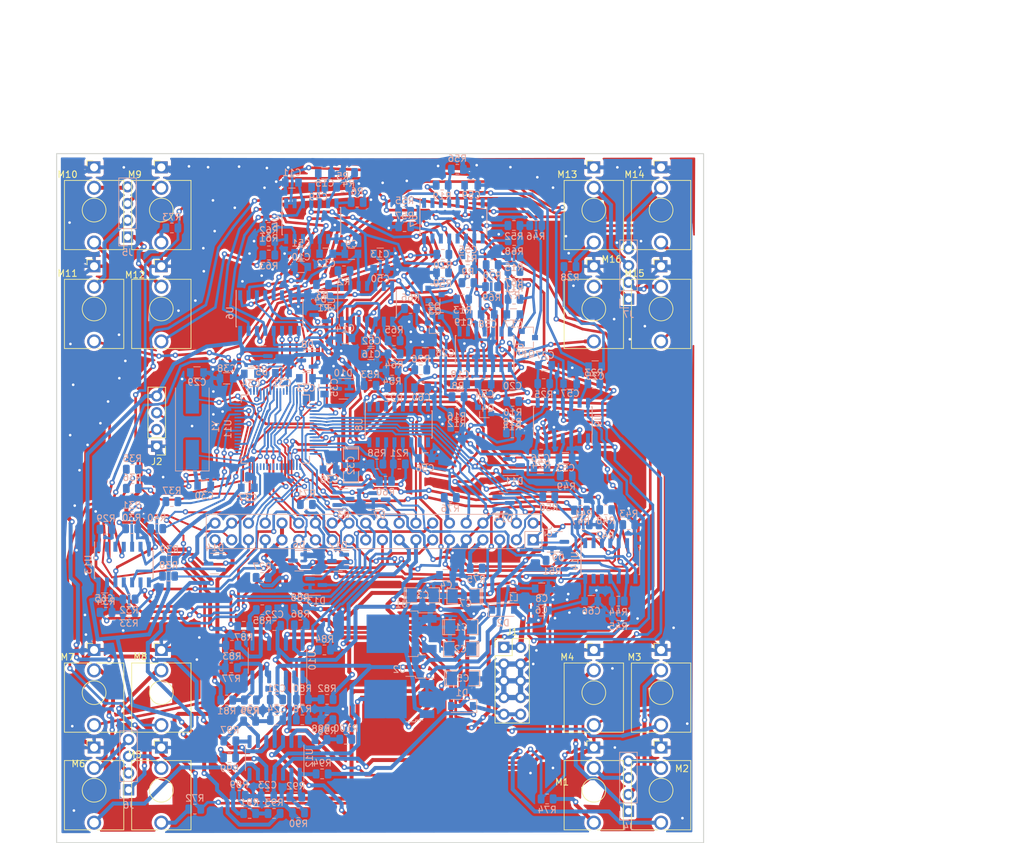
<source format=kicad_pcb>
(kicad_pcb (version 20211014) (generator pcbnew)
  (layers (0 "F.Cu" signal) (31 "B.Cu" signal) (34 "B.Paste" user) (35 "F.Paste" user) (36 "B.SilkS" user "B.Silkscreen") (37 "F.SilkS" user "F.Silkscreen") (38 "B.Mask" user) (39 "F.Mask" user) (44 "Edge.Cuts" user))
  (net 0 "")
  (net 1 "-12V")
  (net 2 "+12V")
  (net 3 "5volts")
  (net 4 "GND")
  (net 5 "+3.3VA")
  (net 6 "DAC5")
  (net 7 "DAC7")
  (net 8 "DAC1")
  (net 9 "DAC3")
  (net 10 "DAC2")
  (net 11 "DAC4")
  (net 12 "DAC6")
  (net 13 "DAC8")
  (net 14 "Net-(C17-Pad1)")
  (net 15 "Net-(C17-Pad2)")
  (net 16 "Net-(C18-Pad2)")
  (net 17 "Net-(C18-Pad1)")
  (net 18 "Net-(C19-Pad2)")
  (net 19 "Net-(C19-Pad1)")
  (net 20 "Net-(C20-Pad2)")
  (net 21 "Net-(C20-Pad1)")
  (net 22 "IN4")
  (net 23 "IN2")
  (net 24 "+3.3V")
  (net 25 "IN3")
  (net 26 "IN1")
  (net 27 "Net-(C25-Pad1)")
  (net 28 "Net-(C26-Pad1)")
  (net 29 "Net-(C27-Pad1)")
  (net 30 "Net-(C28-Pad1)")
  (net 31 "Net-(C29-Pad1)")
  (net 32 "Net-(C30-Pad1)")
  (net 33 "Net-(C31-Pad1)")
  (net 34 "Net-(D1-Pad1)")
  (net 35 "Net-(D2-Pad2)")
  (net 36 "/micro/SWDIO")
  (net 37 "/micro/SWCLK")
  (net 38 "ADC6")
  (net 39 "C4")
  (net 40 "ADC7")
  (net 41 "ADC8")
  (net 42 "F8")
  (net 43 "F5")
  (net 44 "F7")
  (net 45 "F1")
  (net 46 "C1")
  (net 47 "ADC5")
  (net 48 "ADC4")
  (net 49 "Frec")
  (net 50 "C3")
  (net 51 "ADC0")
  (net 52 "Fpush")
  (net 53 "Fplay")
  (net 54 "ADC10")
  (net 55 "F6")
  (net 56 "ADC9")
  (net 57 "ADC1")
  (net 58 "F4")
  (net 59 "ADC3")
  (net 60 "F2")
  (net 61 "ADC2")
  (net 62 "F3")
  (net 63 "ADC11")
  (net 64 "C2")
  (net 65 "OUT4")
  (net 66 "OUT3")
  (net 67 "OUT2")
  (net 68 "OUT1")
  (net 69 "v4")
  (net 70 "v3")
  (net 71 "v2")
  (net 72 "v1")
  (net 73 "Net-(Q1-Pad2)")
  (net 74 "/euro_touch/c4")
  (net 75 "/euro_touch/c2")
  (net 76 "Net-(Q2-Pad2)")
  (net 77 "Net-(Q3-Pad2)")
  (net 78 "/euro_touch/c3")
  (net 79 "/euro_touch/c1")
  (net 80 "Net-(Q4-Pad2)")
  (net 81 "Net-(R1-Pad2)")
  (net 82 "Net-(R2-Pad1)")
  (net 83 "Net-(R4-Pad2)")
  (net 84 "Net-(R5-Pad1)")
  (net 85 "/euro_touch/o4")
  (net 86 "/euro_touch/o2")
  (net 87 "/euro_touch/o3")
  (net 88 "/euro_touch/o1")
  (net 89 "Net-(R19-Pad2)")
  (net 90 "Net-(R20-Pad2)")
  (net 91 "Net-(R21-Pad2)")
  (net 92 "Net-(R22-Pad2)")
  (net 93 "FR1")
  (net 94 "Net-(R35-Pad2)")
  (net 95 "Net-(R36-Pad2)")
  (net 96 "FR2")
  (net 97 "Net-(R37-Pad2)")
  (net 98 "FR3")
  (net 99 "Net-(R38-Pad2)")
  (net 100 "FR4")
  (net 101 "Net-(R39-Pad2)")
  (net 102 "rec")
  (net 103 "Net-(R40-Pad2)")
  (net 104 "push")
  (net 105 "Net-(R47-Pad2)")
  (net 106 "FR5")
  (net 107 "Net-(R48-Pad2)")
  (net 108 "FR6")
  (net 109 "FR7")
  (net 110 "Net-(R49-Pad2)")
  (net 111 "Net-(R50-Pad2)")
  (net 112 "FR8")
  (net 113 "Net-(R51-Pad2)")
  (net 114 "play")
  (net 115 "Net-(R53-Pad1)")
  (net 116 "Net-(R55-Pad1)")
  (net 117 "Net-(R57-Pad1)")
  (net 118 "Net-(R58-Pad1)")
  (net 119 "Net-(R61-Pad2)")
  (net 120 "Net-(R62-Pad1)")
  (net 121 "Net-(R64-Pad2)")
  (net 122 "Net-(R65-Pad1)")
  (net 123 "SEL1")
  (net 124 "SEL2")
  (net 125 "SEL3")
  (net 126 "EN_LOW1")
  (net 127 "DAC")
  (net 128 "Net-(R46-Pad1)")
  (net 129 "/IOjacks/nv1")
  (net 130 "/IOjacks/ni1")
  (net 131 "/IOjacks/no1")
  (net 132 "/IOjacks/nc1")
  (net 133 "/IOjacks/nv3")
  (net 134 "/IOjacks/ni3")
  (net 135 "/IOjacks/no3")
  (net 136 "/IOjacks/nc3")
  (net 137 "/IOjacks/nc2")
  (net 138 "/IOjacks/no2")
  (net 139 "/IOjacks/ni2")
  (net 140 "/IOjacks/nv2")
  (net 141 "/IOjacks/nc4")
  (net 142 "/IOjacks/no4")
  (net 143 "/IOjacks/ni4")
  (net 144 "/IOjacks/nv4")
  (net 145 "TRIG")
  (net 146 "Net-(C32-Pad1)")
  (net 147 "TRIGG")
  (net 156 "OUT4b")
  (net 157 "OUT2b")
  (net 160 "OUT3b")
  (net 161 "OUT1b")
  (net 177 "Net-(J3-Pad12)")
  (net 178 "Net-(J3-Pad7)")
  (net 179 "Net-(J3-Pad31)")
  (net 180 "C2amped")
  (net 181 "OUT2amped")
  (net 182 "C3amped")
  (net 183 "OUT1amped")
  (net 184 "C1amped")
  (net 185 "OUT4amped")
  (net 186 "C4amped")
  (net 187 "Net-(R77-Pad2)")
  (net 188 "Net-(R78-Pad2)")
  (net 189 "Net-(R79-Pad1)")
  (net 190 "Net-(R80-Pad1)")
  (net 191 "Net-(R83-Pad2)")
  (net 192 "Net-(R84-Pad2)")
  (net 193 "Net-(R85-Pad1)")
  (net 194 "Net-(R86-Pad1)")
  (net 195 "OUT3amped")
  (net 196 "Net-(R89-Pad2)")
  (net 197 "Net-(R90-Pad2)")
  (net 198 "Net-(R91-Pad1)")
  (net 199 "Net-(R92-Pad1)")
  (net 200 "Net-(R95-Pad2)")
  (net 201 "Net-(R96-Pad2)")
  (net 202 "Net-(R97-Pad1)")
  (net 203 "Net-(R100-Pad2)")
  (footprint "Pin_Headers:Pin_Header_Straight_2x05_Pitch2.54mm" (layer "F.Cu") (at 121.65 121.8)
    (fp_text reference "J1")
    (fp_text value "Conn_02x05_Odd_Even")
  )
  (footprint "Pin_Headers:Pin_Header_Straight_1x04_Pitch2.54mm" (layer "F.Cu") (at 69 91.3 180)
    (fp_text reference "J2")
    (fp_text value "prog")
  )
  (footprint "new_kicad:Jack_3.5mm_QingPu_WQP-PJ398SM_Vertical_CircularHoles" (layer "F.Cu") (at 135.3 137)
    (fp_text reference "M1")
    (fp_text value "AUDIO-JACKERTHENVAR-PJ398")
  )
  (footprint "new_kicad:Jack_3.5mm_QingPu_WQP-PJ398SM_Vertical_CircularHoles" (layer "F.Cu") (at 145.5 137)
    (fp_text reference "M2")
    (fp_text value "AUDIO-JACKERTHENVAR-PJ398")
  )
  (footprint "new_kicad:Jack_3.5mm_QingPu_WQP-PJ398SM_Vertical_CircularHoles" (layer "F.Cu") (at 145.5 122.2)
    (fp_text reference "M3")
    (fp_text value "AUDIO-JACKERTHENVAR-PJ398")
  )
  (footprint "new_kicad:Jack_3.5mm_QingPu_WQP-PJ398SM_Vertical_CircularHoles" (layer "F.Cu") (at 135.3 122.2)
    (fp_text reference "M4")
    (fp_text value "AUDIO-JACKERTHENVAR-PJ398")
  )
  (footprint "new_kicad:Jack_3.5mm_QingPu_WQP-PJ398SM_Vertical_CircularHoles" (layer "F.Cu") (at 69.7 137)
    (fp_text reference "M5")
    (fp_text value "AUDIO-JACKERTHENVAR-PJ398")
  )
  (footprint "new_kicad:Jack_3.5mm_QingPu_WQP-PJ398SM_Vertical_CircularHoles" (layer "F.Cu") (at 59.5 137)
    (fp_text reference "M6")
    (fp_text value "AUDIO-JACKERTHENVAR-PJ398")
  )
  (footprint "new_kicad:Jack_3.5mm_QingPu_WQP-PJ398SM_Vertical_CircularHoles" (layer "F.Cu") (at 59.5 122.2)
    (fp_text reference "M7")
    (fp_text value "AUDIO-JACKERTHENVAR-PJ398")
  )
  (footprint "new_kicad:Jack_3.5mm_QingPu_WQP-PJ398SM_Vertical_CircularHoles" (layer "F.Cu") (at 69.7 122.2)
    (fp_text reference "M8")
    (fp_text value "AUDIO-JACKERTHENVAR-PJ398")
  )
  (footprint "new_kicad:Jack_3.5mm_QingPu_WQP-PJ398SM_Vertical_CircularHoles" (layer "F.Cu") (at 69.7 49)
    (fp_text reference "M9")
    (fp_text value "AUDIO-JACKERTHENVAR-PJ398")
  )
  (footprint "new_kicad:Jack_3.5mm_QingPu_WQP-PJ398SM_Vertical_CircularHoles" (layer "F.Cu") (at 59.5 49)
    (fp_text reference "M10")
    (fp_text value "AUDIO-JACKERTHENVAR-PJ398")
  )
  (footprint "new_kicad:Jack_3.5mm_QingPu_WQP-PJ398SM_Vertical_CircularHoles" (layer "F.Cu") (at 59.5 64)
    (fp_text reference "M11")
    (fp_text value "AUDIO-JACKERTHENVAR-PJ398")
  )
  (footprint "new_kicad:Jack_3.5mm_QingPu_WQP-PJ398SM_Vertical_CircularHoles" (layer "F.Cu") (at 69.7 64)
    (fp_text reference "M12")
    (fp_text value "AUDIO-JACKERTHENVAR-PJ398")
  )
  (footprint "new_kicad:Jack_3.5mm_QingPu_WQP-PJ398SM_Vertical_CircularHoles" (layer "F.Cu") (at 135.3 49)
    (fp_text reference "M13")
    (fp_text value "AUDIO-JACKERTHENVAR-PJ398")
  )
  (footprint "new_kicad:Jack_3.5mm_QingPu_WQP-PJ398SM_Vertical_CircularHoles" (layer "F.Cu") (at 145.5 49)
    (fp_text reference "M14")
    (fp_text value "AUDIO-JACKERTHENVAR-PJ398")
  )
  (footprint "new_kicad:Jack_3.5mm_QingPu_WQP-PJ398SM_Vertical_CircularHoles" (layer "F.Cu") (at 145.5 64)
    (fp_text reference "M15")
    (fp_text value "AUDIO-JACKERTHENVAR-PJ398")
  )
  (footprint "new_kicad:Jack_3.5mm_QingPu_WQP-PJ398SM_Vertical_CircularHoles" (layer "F.Cu") (at 135.3 64)
    (fp_text reference "M16")
    (fp_text value "AUDIO-JACKERTHENVAR-PJ398")
  )
  (footprint "SMD_Packages:SMD-1206_Pol" (layer "B.Cu") (at 115.17 118.74)
    (fp_text reference "C1")
    (fp_text value "10uF")
  )
  (footprint "SMD_Packages:SMD-1206_Pol" (layer "B.Cu") (at 115.05 122.05 180)
    (fp_text reference "C2")
    (fp_text value "10uF")
  )
  (footprint "SMD_Packages:SMD-1206_Pol" (layer "B.Cu") (at 109.35 113.9)
    (fp_text reference "C3")
    (fp_text value "10uF")
  )
  (footprint "Capacitors_SMD:C_0805" (layer "B.Cu") (at 112.9 110.85)
    (fp_text reference "C4")
    (fp_text value "100nF")
  )
  (footprint "SMD_Packages:SMD-1206_Pol" (layer "B.Cu") (at 115.45 126.5)
    (fp_text reference "C5")
    (fp_text value "10uF")
  )
  (footprint "Capacitors_SMD:C_0805" (layer "B.Cu") (at 127.4 116.2 180)
    (fp_text reference "C6")
    (fp_text value "100nF")
  )
  (footprint "SMD_Packages:SMD-1206_Pol" (layer "B.Cu") (at 115.55 114.05 180)
    (fp_text reference "C7")
    (fp_text value "10uF")
  )
  (footprint "Capacitors_SMD:C_0805" (layer "B.Cu") (at 127.4 112.9)
    (fp_text reference "C8")
    (fp_text value "100nF")
  )
  (footprint "Capacitors_SMD:C_0805" (layer "B.Cu") (at 98.53 62.12 180)
    (fp_text reference "C9")
    (fp_text value "1NF")
  )
  (footprint "Capacitors_SMD:C_0805" (layer "B.Cu") (at 90.9 64.1 180)
    (fp_text reference "C10")
    (fp_text value "1NF")
  )
  (footprint "Capacitors_SMD:C_0805" (layer "B.Cu") (at 89.5 51.3 180)
    (fp_text reference "C11")
    (fp_text value "1NF")
  )
  (footprint "Capacitors_SMD:C_0805" (layer "B.Cu") (at 94.7 62.1)
    (fp_text reference "C12")
    (fp_text value "1NF")
  )
  (footprint "Capacitors_SMD:C_0805" (layer "B.Cu") (at 102.9 62.1)
    (fp_text reference "C13")
    (fp_text value "1NF")
  )
  (footprint "Capacitors_SMD:C_0805" (layer "B.Cu") (at 97.6 74.9 180)
    (fp_text reference "C14")
    (fp_text value "1NF")
  )
  (footprint "Capacitors_SMD:C_0805" (layer "B.Cu") (at 94.5 49.9)
    (fp_text reference "C15")
    (fp_text value "1NF")
  )
  (footprint "Capacitors_SMD:C_0805" (layer "B.Cu") (at 101.5 77.3)
    (fp_text reference "C16")
    (fp_text value "1NF")
  )
  (footprint "Capacitors_SMD:C_0805" (layer "B.Cu") (at 123.1 71.3)
    (fp_text reference "C17")
    (fp_text value "1N")
  )
  (footprint "Capacitors_SMD:C_0805" (layer "B.Cu") (at 115.01 81.89 180)
    (fp_text reference "C18")
    (fp_text value "1N")
  )
  (footprint "Capacitors_SMD:C_0805" (layer "B.Cu") (at 115.4 71.3 180)
    (fp_text reference "C19")
    (fp_text value "1N")
  )
  (footprint "Capacitors_SMD:C_0805" (layer "B.Cu") (at 122.9 82.1)
    (fp_text reference "C20")
    (fp_text value "1N")
  )
  (footprint "Capacitors_SMD:C_0805" (layer "B.Cu") (at 135.5 79.2)
    (fp_text reference "C25")
    (fp_text value "100P")
  )
  (footprint "Capacitors_SMD:C_0805" (layer "B.Cu") (at 127.2 94.6 180)
    (fp_text reference "C26")
    (fp_text value "100P")
  )
  (footprint "Capacitors_SMD:C_0805" (layer "B.Cu") (at 127.9 79 180)
    (fp_text reference "C27")
    (fp_text value "100P")
  )
  (footprint "Capacitors_SMD:C_0805" (layer "B.Cu") (at 109.75 77.19)
    (fp_text reference "C28")
    (fp_text value "100P")
  )
  (footprint "Capacitors_SMD:C_0805" (layer "B.Cu") (at 75.1 80.1)
    (fp_text reference "C29")
    (fp_text value "18pF")
  )
  (footprint "Capacitors_SMD:C_0805" (layer "B.Cu") (at 76.2 97.3)
    (fp_text reference "C30")
    (fp_text value "18pF")
  )
  (footprint "Capacitors_SMD:C_0805" (layer "B.Cu") (at 88 80.2)
    (fp_text reference "C31")
    (fp_text value "100nF")
  )
  (footprint "SMD_Packages:SMD-1206_Pol" (layer "B.Cu") (at 98.47 94.22 -90)
    (fp_text reference "C32")
    (fp_text value "4.7uF")
  )
  (footprint "Capacitors_SMD:C_0805" (layer "B.Cu") (at 91.63 80.98)
    (fp_text reference "C33")
    (fp_text value "100nF")
  )
  (footprint "Capacitors_SMD:C_0805" (layer "B.Cu") (at 83.28 80.31)
    (fp_text reference "C34")
    (fp_text value "100nF")
  )
  (footprint "Capacitors_SMD:C_0805" (layer "B.Cu") (at 94.45 82.39 90)
    (fp_text reference "C35")
    (fp_text value "100nF")
  )
  (footprint "Capacitors_SMD:C_0805" (layer "B.Cu") (at 95.22 94.83)
    (fp_text reference "C36")
    (fp_text value "100nF")
  )
  (footprint "Capacitors_SMD:C_0805" (layer "B.Cu") (at 82.825 97.6)
    (fp_text reference "C37")
    (fp_text value "100nF")
  )
  (footprint "Capacitors_SMD:C_0805" (layer "B.Cu") (at 79.6 81 180)
    (fp_text reference "C38")
    (fp_text value "100nF")
  )
  (footprint "Capacitors_SMD:C_0805" (layer "B.Cu") (at 93.5 52)
    (fp_text reference "C49")
    (fp_text value "100nF")
  )
  (footprint "Capacitors_SMD:C_0805" (layer "B.Cu") (at 102.9 64.4)
    (fp_text reference "C50")
    (fp_text value "100nF")
  )
  (footprint "Capacitors_SMD:C_0805" (layer "B.Cu") (at 90.9 62 180)
    (fp_text reference "C51")
    (fp_text value "100nF")
  )
  (footprint "Capacitors_SMD:C_0805" (layer "B.Cu") (at 101.5 75.3)
    (fp_text reference "C52")
    (fp_text value "100nF")
  )
  (footprint "Capacitors_SMD:C_0805" (layer "B.Cu") (at 131 93.1)
    (fp_text reference "C53")
    (fp_text value "100nF")
  )
  (footprint "Capacitors_SMD:C_0805" (layer "B.Cu") (at 118.74 81.89)
    (fp_text reference "C54")
    (fp_text value "100nF")
  )
  (footprint "Capacitors_SMD:C_0805" (layer "B.Cu") (at 116.3 62.3)
    (fp_text reference "C55")
    (fp_text value "100nF")
  )
  (footprint "Capacitors_SMD:C_0805" (layer "B.Cu") (at 109.69 93.13)
    (fp_text reference "C56")
    (fp_text value "100nF")
  )
  (footprint "Capacitors_SMD:C_0805" (layer "B.Cu") (at 131.7 81.8)
    (fp_text reference "C57")
    (fp_text value "100nF")
  )
  (footprint "Capacitors_SMD:C_0805" (layer "B.Cu") (at 119.2 71.3)
    (fp_text reference "C58")
    (fp_text value "100nF")
  )
  (footprint "Capacitors_SMD:C_0805" (layer "B.Cu") (at 116.7 51.7)
    (fp_text reference "C59")
    (fp_text value "100nF")
  )
  (footprint "Capacitors_SMD:C_0805" (layer "B.Cu") (at 109.1 82.4)
    (fp_text reference "C60")
    (fp_text value "100nF")
  )
  (footprint "Capacitors_SMD:C_0805" (layer "B.Cu") (at 61.1 114.4)
    (fp_text reference "C65")
    (fp_text value "100nF")
  )
  (footprint "Capacitors_SMD:C_0805" (layer "B.Cu") (at 134.9 114.8)
    (fp_text reference "C66")
    (fp_text value "100nF")
  )
  (footprint "Diodes_SMD:D_SOD-123" (layer "B.Cu") (at 115.3 130.7 180)
    (fp_text reference "D1")
    (fp_text value "D")
  )
  (footprint "Diodes_SMD:D_SOD-123" (layer "B.Cu") (at 121.55 116.1)
    (fp_text reference "D2")
    (fp_text value "D")
  )
  (footprint "Pin_Headers:Pin_Header_Straight_2x20_Pitch2.54mm" (layer "B.Cu") (at 126.1 105.5 90)
    (fp_text reference "J3")
    (fp_text value "Conn_02x20_Counter_Clockwise")
  )
  (footprint "Resistors_SMD:R_0603" (layer "B.Cu") (at 123.04 112.82)
    (fp_text reference "L1")
    (fp_text value "INDUCTOR")
  )
  (footprint "TO_SOT_Packages_SMD:SOT-23" (layer "B.Cu") (at 125.38 74.82)
    (fp_text reference "Q1")
    (fp_text value "Q_PNP_BEC")
  )
  (footprint "TO_SOT_Packages_SMD:SOT-23" (layer "B.Cu") (at 111.1 72.6 180)
    (fp_text reference "Q2")
    (fp_text value "Q_PNP_BEC")
  )
  (footprint "TO_SOT_Packages_SMD:SOT-23" (layer "B.Cu") (at 111.2 68.3)
    (fp_text reference "Q3")
    (fp_text value "Q_PNP_BEC")
  )
  (footprint "TO_SOT_Packages_SMD:SOT-23" (layer "B.Cu") (at 118.74 85.39 180)
    (fp_text reference "Q4")
    (fp_text value "Q_PNP_BEC")
  )
  (footprint "Resistor_SMD:R_0805_2012Metric" (layer "B.Cu") (at 94.34 68.68)
    (fp_text reference "R1")
    (fp_text value "1K")
  )
  (footprint "Resistor_SMD:R_0805_2012Metric" (layer "B.Cu") (at 97.4 64.7)
    (fp_text reference "R2")
    (fp_text value "1K")
  )
  (footprint "Resistor_SMD:R_0805_2012Metric" (layer "B.Cu") (at 94.14 66.78)
    (fp_text reference "R3")
    (fp_text value "1K")
  )
  (footprint "Resistor_SMD:R_0805_2012Metric" (layer "B.Cu") (at 98.1 49.8)
    (fp_text reference "R4")
    (fp_text value "1K")
  )
  (footprint "Resistor_SMD:R_0805_2012Metric" (layer "B.Cu") (at 97.2 52 180)
    (fp_text reference "R5")
    (fp_text value "1K")
  )
  (footprint "Resistor_SMD:R_0805_2012Metric" (layer "B.Cu") (at 99.4 54.3 180)
    (fp_text reference "R6")
    (fp_text value "1K")
  )
  (footprint "Resistor_SMD:R_0805_2012Metric" (layer "B.Cu") (at 123.2 66.8)
    (fp_text reference "R7")
    (fp_text value "220k")
  )
  (footprint "Resistor_SMD:R_0805_2012Metric" (layer "B.Cu") (at 114.7 83.8 180)
    (fp_text reference "R8")
    (fp_text value "220k")
  )
  (footprint "Resistor_SMD:R_0805_2012Metric" (layer "B.Cu") (at 116.2 66.5 180)
    (fp_text reference "R9")
    (fp_text value "220k")
  )
  (footprint "Resistor_SMD:R_0805_2012Metric" (layer "B.Cu") (at 123 84.5)
    (fp_text reference "R10")
    (fp_text value "220K")
  )
  (footprint "Resistor_SMD:R_0805_2012Metric" (layer "B.Cu") (at 123.2 69 180)
    (fp_text reference "R11")
    (fp_text value "33k")
  )
  (footprint "Resistor_SMD:R_0805_2012Metric" (layer "B.Cu") (at 114.5 86.2)
    (fp_text reference "R12")
    (fp_text value "33k")
  )
  (footprint "Resistor_SMD:R_0805_2012Metric" (layer "B.Cu") (at 115.4 69)
    (fp_text reference "R13")
    (fp_text value "33k")
  )
  (footprint "Resistor_SMD:R_0805_2012Metric" (layer "B.Cu") (at 122.9 86.7)
    (fp_text reference "R14")
    (fp_text value "33K")
  )
  (footprint "Resistor_SMD:R_0805_2012Metric" (layer "B.Cu") (at 123.19 62.55)
    (fp_text reference "R15")
    (fp_text value "1K")
  )
  (footprint "Resistor_SMD:R_0805_2012Metric" (layer "B.Cu") (at 114.5 88.4 180)
    (fp_text reference "R16")
    (fp_text value "1K")
  )
  (footprint "Resistor_SMD:R_0805_2012Metric" (layer "B.Cu") (at 116.2 64.5 180)
    (fp_text reference "R17")
    (fp_text value "1K")
  )
  (footprint "Resistor_SMD:R_0805_2012Metric" (layer "B.Cu") (at 122.94 89.27 180)
    (fp_text reference "R18")
    (fp_text value "1K")
  )
  (footprint "Resistor_SMD:R_0805_2012Metric" (layer "B.Cu") (at 112.3 51.7)
    (fp_text reference "R19")
    (fp_text value "100k")
  )
  (footprint "Resistor_SMD:R_0805_2012Metric" (layer "B.Cu") (at 112.4 62.2)
    (fp_text reference "R20")
    (fp_text value "100k")
  )
  (footprint "Resistor_SMD:R_0805_2012Metric" (layer "B.Cu") (at 105.8 94 180)
    (fp_text reference "R21")
    (fp_text value "100k")
  )
  (footprint "Resistor_SMD:R_0805_2012Metric" (layer "B.Cu") (at 104.9 82.4)
    (fp_text reference "R22")
    (fp_text value "100K")
  )
  (footprint "Resistor_SMD:R_0805_2012Metric" (layer "B.Cu") (at 135.3 81.8 180)
    (fp_text reference "R23")
    (fp_text value "22K")
  )
  (footprint "Resistor_SMD:R_0805_2012Metric" (layer "B.Cu") (at 127.3 92.5)
    (fp_text reference "R24")
    (fp_text value "22K")
  )
  (footprint "Resistor_SMD:R_0805_2012Metric" (layer "B.Cu") (at 127.7 81.8)
    (fp_text reference "R25")
    (fp_text value "22K")
  )
  (footprint "Resistor_SMD:R_0805_2012Metric" (layer "B.Cu") (at 109.05 79.71 180)
    (fp_text reference "R26")
    (fp_text value "22K")
  )
  (footprint "Resistor_SMD:R_0805_2012Metric" (layer "B.Cu") (at 61.3 103.9 180)
    (fp_text reference "R29")
    (fp_text value "3.3M")
  )
  (footprint "Resistor_SMD:R_0805_2012Metric" (layer "B.Cu") (at 65.2 103.8 180)
    (fp_text reference "R30")
    (fp_text value "3.3M")
  )
  (footprint "Resistor_SMD:R_0805_2012Metric" (layer "B.Cu") (at 65.2 101.9 180)
    (fp_text reference "R31")
    (fp_text value "3.3M")
  )
  (footprint "Resistor_SMD:R_0805_2012Metric" (layer "B.Cu") (at 64.8 114.5)
    (fp_text reference "R32")
    (fp_text value "3.3M")
  )
  (footprint "Resistor_SMD:R_0805_2012Metric" (layer "B.Cu") (at 64.8 116.5)
    (fp_text reference "R33")
    (fp_text value "3.3M")
  )
  (footprint "Resistor_SMD:R_0805_2012Metric" (layer "B.Cu") (at 61.3 116.5 180)
    (fp_text reference "R34")
    (fp_text value "3.3M")
  )
  (footprint "Resistor_SMD:R_0805_2012Metric" (layer "B.Cu") (at 65.3 94.8 180)
    (fp_text reference "R35")
    (fp_text value "1K")
  )
  (footprint "Resistor_SMD:R_0805_2012Metric" (layer "B.Cu") (at 65.3 97.7 180)
    (fp_text reference "R36")
    (fp_text value "1K")
  )
  (footprint "Resistor_SMD:R_0805_2012Metric" (layer "B.Cu") (at 71.3 99.7 180)
    (fp_text reference "R37")
    (fp_text value "1K")
  )
  (footprint "Resistor_SMD:R_0805_2012Metric" (layer "B.Cu") (at 70.8 111 180)
    (fp_text reference "R38")
    (fp_text value "1K")
  )
  (footprint "Resistor_SMD:R_0805_2012Metric" (layer "B.Cu") (at 70.9 108.6 180)
    (fp_text reference "R39")
    (fp_text value "1K")
  )
  (footprint "Resistor_SMD:R_0805_2012Metric" (layer "B.Cu") (at 69 103.8 180)
    (fp_text reference "R40")
    (fp_text value "1K")
  )
  (footprint "Resistor_SMD:R_0805_2012Metric" (layer "B.Cu") (at 133.7 103.2 180)
    (fp_text reference "R41")
    (fp_text value "3.3M")
  )
  (footprint "Resistor_SMD:R_0805_2012Metric" (layer "B.Cu") (at 137 103.2)
    (fp_text reference "R42")
    (fp_text value "3.3M")
  )
  (footprint "Resistor_SMD:R_0805_2012Metric" (layer "B.Cu") (at 140.6 103.2 180)
    (fp_text reference "R43")
    (fp_text value "3.3M")
  )
  (footprint "Resistor_SMD:R_0805_2012Metric" (layer "B.Cu") (at 139 114.8)
    (fp_text reference "R44")
    (fp_text value "3.3M")
  )
  (footprint "Resistor_SMD:R_0805_2012Metric" (layer "B.Cu") (at 139 117)
    (fp_text reference "R45")
    (fp_text value "3.3M")
  )
  (footprint "Resistor_SMD:R_0805_2012Metric" (layer "B.Cu") (at 133.28 101.01)
    (fp_text reference "R47")
    (fp_text value "1K")
  )
  (footprint "Resistor_SMD:R_0805_2012Metric" (layer "B.Cu") (at 137.1 100.94)
    (fp_text reference "R48")
    (fp_text value "1K")
  )
  (footprint "Resistor_SMD:R_0805_2012Metric" (layer "B.Cu") (at 131.12 95.77)
    (fp_text reference "R49")
    (fp_text value "1K")
  )
  (footprint "Resistor_SMD:R_0805_2012Metric" (layer "B.Cu") (at 128.47 98.96)
    (fp_text reference "R50")
    (fp_text value "1K")
  )
  (footprint "Resistor_SMD:R_0805_2012Metric" (layer "B.Cu") (at 128.97 108.61)
    (fp_text reference "R51")
    (fp_text value "1K")
  )
  (footprint "Resistor_SMD:R_0805_2012Metric" (layer "B.Cu") (at 101.37 82.07 180)
    (fp_text reference "R53")
    (fp_text value "620R")
  )
  (footprint "Resistor_SMD:R_0805_2012Metric" (layer "B.Cu") (at 104.7 79.8)
    (fp_text reference "R54")
    (fp_text value "620R")
  )
  (footprint "Resistor_SMD:R_0805_2012Metric" (layer "B.Cu") (at 106.6 55.7 180)
    (fp_text reference "R55")
    (fp_text value "620R")
  )
  (footprint "Resistor_SMD:R_0805_2012Metric" (layer "B.Cu") (at 114.6 49.3 180)
    (fp_text reference "R56")
    (fp_text value "620R")
  )
  (footprint "Resistor_SMD:R_0805_2012Metric" (layer "B.Cu") (at 106.6 58 180)
    (fp_text reference "R57")
    (fp_text value "620R")
  )
  (footprint "Resistor_SMD:R_0805_2012Metric" (layer "B.Cu") (at 102.4 94 180)
    (fp_text reference "R58")
    (fp_text value "620R")
  )
  (footprint "Resistor_SMD:R_0805_2012Metric" (layer "B.Cu") (at 112.35 64.96)
    (fp_text reference "R59")
    (fp_text value "620R")
  )
  (footprint "Resistor_SMD:R_0805_2012Metric" (layer "B.Cu") (at 103.7 96.6)
    (fp_text reference "R60")
    (fp_text value "620R")
  )
  (footprint "Resistor_SMD:R_0805_2012Metric" (layer "B.Cu") (at 86 58.1)
    (fp_text reference "R61")
    (fp_text value "1K")
  )
  (footprint "Resistor_SMD:R_0805_2012Metric" (layer "B.Cu") (at 86 60.2 180)
    (fp_text reference "R62")
    (fp_text value "1K")
  )
  (footprint "Resistor_SMD:R_0805_2012Metric" (layer "B.Cu") (at 86 62.3)
    (fp_text reference "R63")
    (fp_text value "1K")
  )
  (footprint "Resistor_SMD:R_0805_2012Metric" (layer "B.Cu") (at 105 77.3)
    (fp_text reference "R64")
    (fp_text value "1K")
  )
  (footprint "Resistor_SMD:R_0805_2012Metric" (layer "B.Cu") (at 105 75.3 180)
    (fp_text reference "R65")
    (fp_text value "1K")
  )
  (footprint "Resistor_SMD:R_0805_2012Metric" (layer "B.Cu") (at 107.5 70.4 180)
    (fp_text reference "R66")
    (fp_text value "1K")
  )
  (footprint "TO_SOT_Packages_SMD:TO-252-2" (layer "B.Cu") (at 106.15 119.75 180)
    (fp_text reference "U1")
    (fp_text value "LM1117-5.0")
  )
  (footprint "TO_SOT_Packages_SMD:TO-252-2" (layer "B.Cu") (at 105.8 129.65 180)
    (fp_text reference "U2")
    (fp_text value "LM1117-3.3")
  )
  (footprint "Housings_SOIC:SOIC-14_3.9x8.7mm_Pitch1.27mm" (layer "B.Cu") (at 100.9 69.7 -90)
    (fp_text reference "U3")
    (fp_text value "TL074")
  )
  (footprint "Housings_SOIC:SOIC-14_3.9x8.7mm_Pitch1.27mm" (layer "B.Cu") (at 92.45 57.15 -90)
    (fp_text reference "U4")
    (fp_text value "TL074")
  )
  (footprint "Housings_SOIC:SOIC-14_3.9x8.7mm_Pitch1.27mm" (layer "B.Cu") (at 118.75 76.6 90)
    (fp_text reference "U5")
    (fp_text value "TL074")
  )
  (footprint "Housings_SOIC:SOIC-16_3.9x9.9mm_Pitch1.27mm" (layer "B.Cu") (at 86.1 71.1 -90)
    (fp_text reference "U6")
    (fp_text value "4051")
  )
  (footprint "Housings_SOIC:SOIC-16_3.9x9.9mm_Pitch1.27mm" (layer "B.Cu") (at 114 57.1 -90)
    (fp_text reference "U7")
    (fp_text value "LM13700")
  )
  (footprint "Housings_SOIC:SOIC-16_3.9x9.9mm_Pitch1.27mm" (layer "B.Cu") (at 105.7 88 -90)
    (fp_text reference "U8")
    (fp_text value "LM13700")
  )
  (footprint "Housings_SOIC:SOIC-14_3.9x8.7mm_Pitch1.27mm" (layer "B.Cu") (at 130.6 87.4 90)
    (fp_text reference "U9")
    (fp_text value "TL074")
  )
  (footprint "Housings_QFP:LQFP-64_10x10mm_Pitch0.5mm" (layer "B.Cu") (at 87 88.7 -90)
    (fp_text reference "U11")
    (fp_text value "STM32F413was446RETx")
  )
  (footprint "Housings_SOIC:SOIC-14_3.9x8.7mm_Pitch1.27mm" (layer "B.Cu") (at 64 109.25 -90)
    (fp_text reference "U13")
    (fp_text value "40106")
  )
  (footprint "Housings_SOIC:SOIC-14_3.9x8.7mm_Pitch1.27mm" (layer "B.Cu") (at 137.8 108.7 -90)
    (fp_text reference "U14")
    (fp_text value "40106")
  )
  (footprint "Crystals:Crystal_SMD_HC49-SD" (layer "B.Cu") (at 74.4 88.35 90)
    (fp_text reference "Y1")
    (fp_text value "8MHz")
  )
  (footprint "Resistor_SMD:R_0805_2012Metric" (layer "B.Cu") (at 126.49 57.82)
    (fp_text reference "R46")
    (fp_text value "100R")
  )
  (footprint "Resistor_SMD:R_0805_2012Metric" (layer "B.Cu") (at 123.18 57.82)
    (fp_text reference "R52")
    (fp_text value "20KNOW")
  )
  (footprint "Resistor_SMD:R_0805_2012Metric" (layer "B.Cu") (at 123.18 64.77)
    (fp_text reference "R67")
    (fp_text value "220K")
  )
  (footprint "Resistor_SMD:R_0805_2012Metric" (layer "B.Cu") (at 123.22 60.1)
    (fp_text reference "R68")
    (fp_text value "220K")
  )
  (footprint "Resistor_SMD:R_0805_2012Metric" (layer "B.Cu") (at 119.79 67.1)
    (fp_text reference "R69")
    (fp_text value "220K")
  )
  (footprint "Resistor_SMD:R_0805_2012Metric" (layer "B.Cu") (at 119.88 63.77)
    (fp_text reference "R70")
    (fp_text value "220K")
  )
  (footprint "Pin_Headers:Pin_Header_Straight_1x04_Pitch2.54mm" (layer "B.Cu") (at 140.55 146.67)
    (fp_text reference "J4")
    (fp_text value "Conn_01x04_Male")
  )
  (footprint "Pin_Headers:Pin_Header_Straight_1x04_Pitch2.54mm" (layer "B.Cu") (at 64.57 59.57)
    (fp_text reference "J5")
    (fp_text value "Conn_01x04_Male")
  )
  (footprint "Pin_Headers:Pin_Header_Straight_1x04_Pitch2.54mm" (layer "B.Cu") (at 64.73 143.41)
    (fp_text reference "J6")
    (fp_text value "Conn_01x04_Male")
  )
  (footprint "Pin_Headers:Pin_Header_Straight_1x04_Pitch2.54mm" (layer "B.Cu") (at 140.57 68.98)
    (fp_text reference "J7")
    (fp_text value "Conn_01x04_Male")
  )
  (footprint "Resistor_SMD:R_0805_2012Metric" (layer "B.Cu") (at 91.7 100.13 180)
    (fp_text reference "R71")
    (fp_text value "10k")
  )
  (footprint "Capacitor_SMD:C_0805_2012Metric" (layer "B.Cu") (at 86.85 118.5 180)
    (fp_text reference "C22")
    (fp_text value "100nF")
  )
  (footprint "Package_SO:SOIC-14_3.9x8.7mm_P1.27mm" (layer "B.Cu") (at 87.32 123.82 90)
    (fp_text reference "U10")
    (fp_text value "TL074")
  )
  (footprint "Resistor_SMD:R_0805_2012Metric" (layer "B.Cu") (at 83.0875 133 180)
    (fp_text reference "R95")
    (fp_text value "1K")
  )
  (footprint "Resistor_SMD:R_0805_2012Metric" (layer "B.Cu") (at 91.0875 132.8 180)
    (fp_text reference "R78")
    (fp_text value "1K")
  )
  (footprint "Capacitor_SMD:C_0805_2012Metric" (layer "B.Cu") (at 87.16 129.72 180)
    (fp_text reference "C21")
    (fp_text value "100nF")
  )
  (footprint "Resistor_SMD:R_0805_2012Metric" (layer "B.Cu") (at 80.4125 121.5)
    (fp_text reference "R83")
    (fp_text value "1K")
  )
  (footprint "Package_SO:SOIC-14_3.9x8.7mm_P1.27mm" (layer "B.Cu") (at 86.89 138.57 90)
    (fp_text reference "U12")
    (fp_text value "TL074")
  )
  (footprint "Package_TO_SOT_SMD:SOT-23" (layer "B.Cu") (at 91.86 78.28 180)
    (fp_text reference "D8")
    (fp_text value "BAT54S")
  )
  (footprint "Resistor_SMD:R_0805_2012Metric" (layer "B.Cu") (at 113.5275 99.09)
    (fp_text reference "R76")
    (fp_text value "10K")
  )
  (footprint "Package_TO_SOT_SMD:SOT-23" (layer "B.Cu") (at 77.8 109.1 180)
    (fp_text reference "D14")
    (fp_text value "BAT54S")
  )
  (footprint "Resistor_SMD:R_0805_2012Metric" (layer "B.Cu") (at 80.05 138.55)
    (fp_text reference "R99")
    (fp_text value "1K")
  )
  (footprint "Package_TO_SOT_SMD:SOT-23" (layer "B.Cu") (at 121.6 99.9)
    (fp_text reference "D15")
    (fp_text value "BAT54S")
  )
  (footprint "Resistor_SMD:R_0805_2012Metric" (layer "B.Cu") (at 71.3 58.19 180)
    (fp_text reference "R73")
    (fp_text value "1K")
  )
  (footprint "Capacitor_SMD:C_0805_2012Metric" (layer "B.Cu") (at 87.188 132.842 180)
    (fp_text reference "C24")
    (fp_text value "100nF")
  )
  (footprint "Resistor_SMD:R_0805_2012Metric" (layer "B.Cu") (at 83.0875 147 180)
    (fp_text reference "R91")
    (fp_text value "1K")
  )
  (footprint "Resistor_SMD:R_0805_2012Metric" (layer "B.Cu") (at 81.5 144.272 180)
    (fp_text reference "R89")
    (fp_text value "1K")
  )
  (footprint "Resistor_SMD:R_0805_2012Metric" (layer "B.Cu") (at 117.4525 109.81)
    (fp_text reference "R75")
    (fp_text value "10K")
  )
  (footprint "Package_TO_SOT_SMD:SOT-23" (layer "B.Cu") (at 93.2 112.35)
    (fp_text reference "D13")
    (fp_text value "BAT54S")
  )
  (footprint "Resistor_SMD:R_0805_2012Metric" (layer "B.Cu") (at 128.2125 144.8)
    (fp_text reference "R74")
    (fp_text value "1K")
  )
  (footprint "Resistor_SMD:R_0805_2012Metric" (layer "B.Cu") (at 91.1 129.7 180)
    (fp_text reference "R80")
    (fp_text value "1K")
  )
  (footprint "Resistor_SMD:R_0805_2012Metric" (layer "B.Cu") (at 90.75 115.9 180)
    (fp_text reference "R88")
    (fp_text value "1K")
  )
  (footprint "Resistor_SMD:R_0805_2012Metric" (layer "B.Cu") (at 94.4375 122.2 180)
    (fp_text reference "R84")
    (fp_text value "1K")
  )
  (footprint "Resistor_SMD:R_0805_2012Metric" (layer "B.Cu") (at 90.7875 118.4 180)
    (fp_text reference "R86")
    (fp_text value "1K")
  )
  (footprint "Package_TO_SOT_SMD:SOT-23" (layer "B.Cu") (at 90.59 108.66 180)
    (fp_text reference "D6")
    (fp_text value "BAT54S")
  )
  (footprint "Resistor_SMD:R_0805_2012Metric" (layer "B.Cu") (at 93.9125 135.8 180)
    (fp_text reference "R98")
    (fp_text value "1K")
  )
  (footprint "Package_TO_SOT_SMD:SOT-23" (layer "B.Cu") (at 97.3225 99.27)
    (fp_text reference "D3")
    (fp_text value "BAT54S")
  )
  (footprint "Package_TO_SOT_SMD:SOT-23" (layer "B.Cu") (at 93.8225 71.39 180)
    (fp_text reference "D4")
    (fp_text value "BAT54S")
  )
  (footprint "Resistor_SMD:R_0805_2012Metric" (layer "B.Cu") (at 97.6875 135.75 180)
    (fp_text reference "R100")
    (fp_text value "1K")
  )
  (footprint "Package_TO_SOT_SMD:SOT-23" (layer "B.Cu") (at 84.92 77.62)
    (fp_text reference "D5")
    (fp_text value "BAT54S")
  )
  (footprint "Resistor_SMD:R_0805_2012Metric" (layer "B.Cu") (at 79.6125 129.8)
    (fp_text reference "R81")
    (fp_text value "1K")
  )
  (footprint "Resistor_SMD:R_0805_2012Metric" (layer "B.Cu") (at 80.0875 136 180)
    (fp_text reference "R97")
    (fp_text value "1K")
  )
  (footprint "Package_TO_SOT_SMD:SOT-23" (layer "B.Cu") (at 123.19 94.18)
    (fp_text reference "D11")
    (fp_text value "BAT54S")
  )
  (footprint "Resistor_SMD:R_0805_2012Metric" (layer "B.Cu") (at 90.0875 144.5 180)
    (fp_text reference "R92")
    (fp_text value "1K")
  )
  (footprint "Capacitor_SMD:C_0805_2012Metric" (layer "B.Cu") (at 85.8 144.37 180)
    (fp_text reference "C23")
    (fp_text value "100nF")
  )
  (footprint "Package_TO_SOT_SMD:SOT-23" (layer "B.Cu") (at 96.5 108.7 180)
    (fp_text reference "D12")
    (fp_text value "BAT54S")
  )
  (footprint "Package_TO_SOT_SMD:SOT-23" (layer "B.Cu") (at 129.89 105.8)
    (fp_text reference "D9")
    (fp_text value "BAT54S")
  )
  (footprint "Resistor_SMD:R_0805_2012Metric" (layer "B.Cu") (at 131.6825 64.06)
    (fp_text reference "R28")
    (fp_text value "1K")
  )
  (footprint "Package_TO_SOT_SMD:SOT-23" (layer "B.Cu") (at 102.79 99.36)
    (fp_text reference "D7")
    (fp_text value "BAT54S")
  )
  (footprint "Resistor_SMD:R_0805_2012Metric" (layer "B.Cu") (at 82.1925 118.618)
    (fp_text reference "R87")
    (fp_text value "1K")
  )
  (footprint "Resistor_SMD:R_0805_2012Metric" (layer "B.Cu") (at 84.9875 111.22 180)
    (fp_text reference "R27")
    (fp_text value "10K")
  )
  (footprint "Resistor_SMD:R_0805_2012Metric" (layer "B.Cu") (at 85.0125 116.1)
    (fp_text reference "R85")
    (fp_text value "1K")
  )
  (footprint "Resistor_SMD:R_0805_2012Metric" (layer "B.Cu") (at 94.8375 129.7 180)
    (fp_text reference "R82")
    (fp_text value "1K")
  )
  (footprint "Resistor_SMD:R_0805_2012Metric" (layer "B.Cu") (at 94.8125 132.8)
    (fp_text reference "R96")
    (fp_text value "1K")
  )
  (footprint "Resistor_SMD:R_0805_2012Metric" (layer "B.Cu") (at 80.3125 124.9)
    (fp_text reference "R77")
    (fp_text value "1K")
  )
  (footprint "Resistor_SMD:R_0805_2012Metric" (layer "B.Cu") (at 74.77 146.34 180)
    (fp_text reference "R72")
    (fp_text value "1K")
  )
  (footprint "Resistor_SMD:R_0805_2012Metric" (layer "B.Cu") (at 94.0875 141 180)
    (fp_text reference "R94")
    (fp_text value "1K")
  )
  (footprint "Resistor_SMD:R_0805_2012Metric" (layer "B.Cu") (at 90.5 146.9)
    (fp_text reference "R90")
    (fp_text value "1K")
  )
  (footprint "Package_TO_SOT_SMD:SOT-23" (layer "B.Cu") (at 97.29 82.59 180)
    (fp_text reference "D10")
    (fp_text value "BAT54S")
  )
  (footprint "Resistor_SMD:R_0805_2012Metric" (layer "B.Cu") (at 86.8 147 180)
    (fp_text reference "R93")
    (fp_text value "1K")
  )
  (footprint "Resistor_SMD:R_0805_2012Metric" (layer "B.Cu") (at 83.2085 129.794)
    (fp_text reference "R79")
    (fp_text value "1K")
  )
  (gr_rect (start 53.82 46.92) (end 151.95 151.44) (layer "Edge.Cuts") (width 0.15) (fill none))
  (segment (start 92.13 56.78) (end 95.17 56.78) (width 0.4) (layer "F.Cu") (net 1))
  (segment (start 95.17 56.78) (end 98.73 56.58) (width 0.4) (layer "F.Cu") (net 1))
  (segment (start 108.39 59.46) (end 110.487331 58.558737) (width 0.4) (layer "F.Cu") (net 1))
  (segment (start 112.98 57.23) (end 115.78 56.18) (width 0.4) (layer "F.Cu") (net 1))
  (segment (start 110.487331 58.558737) (end 112.98 57.23) (width 0.4) (layer "F.Cu") (net 1))
  (segment (start 130.7 87.36) (end 137.4 87.83) (width 0.4) (layer "F.Cu") (net 1))
  (segment (start 126.205995 120.811922) (end 125.406081 120.012008) (width 0.4) (layer "F.Cu") (net 1))
  (segment (start 116.1 119.26) (end 118.54 116.82) (width 0.6) (layer "F.Cu") (net 1))
  (segment (start 120.59 75.84) (end 121.4 76.65) (width 0.4) (layer "F.Cu") (net 1))
  (segment (start 119.084307 69.975693) (end 120.59 71.481386) (width 0.4) (layer "F.Cu") (net 1))
  (segment (start 125.406081 120.012008) (end 125.406081 115.436081) (width 0.4) (layer "F.Cu") (net 1))
  (segment (start 119.05 57.85) (end 118.5 57.85) (width 0.4) (layer "F.Cu") (net 1))
  (segment (start 101.9185 70.760129) (end 105.408629 67.27) (width 0.4) (layer "F.Cu") (net 1))
  (segment (start 89.1 130.55) (end 89.1 125.8) (width 0.6) (layer "F.Cu") (net 1))
  (segment (start 120.59 71.481386) (end 120.59 75.84) (width 0.4) (layer "F.Cu") (net 1))
  (segment (start 116.83 56.18) (end 115.78 56.18) (width 0.4) (layer "F.Cu") (net 1))
  (segment (start 112.98 57.23) (end 117.54 61.79) (width 0.4) (layer "F.Cu") (net 1))
  (segment (start 118.5 57.85) (end 116.83 56.18) (width 0.4) (layer "F.Cu") (net 1))
  (segment (start 125.406081 115.436081) (end 125.21 115.24) (width 0.4) (layer "F.Cu") (net 1))
  (segment (start 117.54 61.79) (end 117.54 68.08) (width 0.4) (layer "F.Cu") (net 1))
  (segment (start 111.17 80.69) (end 122.98 80.69) (width 0.4) (layer "F.Cu") (net 1))
  (segment (start 104.9 115.65) (end 111.72 115.65) (width 0.6) (layer "F.Cu") (net 1))
  (segment (start 124.209978 79.460022) (end 124.32 79.35) (width 0.4) (layer "F.Cu") (net 1))
  (segment (start 101.9185 71.050498) (end 101.9185 70.760129) (width 0.4) (layer "F.Cu") (net 1))
  (segment (start 122.98 80.69) (end 124.209978 79.460022) (width 0.4) (layer "F.Cu") (net 1))
  (segment (start 105.408629 67.27) (end 107.08 67.27) (width 0.4) (layer "F.Cu") (net 1))
  (segment (start 89.1 125.8) (end 87 123.7) (width 0.6) (layer "F.Cu") (net 1))
  (segment (start 111.72 115.65) (end 112.1 116.03) (width 0.6) (layer "F.Cu") (net 1))
  (segment (start 107.08 67.27) (end 111.93 62.42) (width 0.4) (layer "F.Cu") (net 1))
  (segment (start 125.21 115.24) (end 112.1 116.03) (width 0.4) (layer "F.Cu") (net 1))
  (segment (start 111.93 62.42) (end 110.487331 58.558737) (width 0.4) (layer "F.Cu") (net 1))
  (segment (start 88.35 131.3) (end 89.1 130.55) (width 0.6) (layer "F.Cu") (net 1))
  (segment (start 116.1 129.6) (end 116.1 119.26) (width 0.6) (layer "F.Cu") (net 1))
  (via (at 101.9185 71.050498) (size 0.8) (drill 0.4) (layers "F.Cu" "B.Cu") (net 1))
  (via (at 118.54 116.82) (size 0.8) (drill 0.4) (layers "F.Cu" "B.Cu") (net 1))
  (via (at 88.35 131.3) (size 0.8) (drill 0.4) (layers "F.Cu" "B.Cu") (net 1))
  (via (at 92.13 56.78) (size 0.8) (drill 0.4) (layers "F.Cu" "B.Cu") (net 1))
  (via (at 112.1 116.03) (size 0.8) (drill 0.4) (layers "F.Cu" "B.Cu") (net 1))
  (via (at 119.05 57.85) (size 0.8) (drill 0.4) (layers "F.Cu" "B.Cu") (net 1))
  (via (at 98.73 56.58) (size 0.8) (drill 0.4) (layers "F.Cu" "B.Cu") (net 1))
  (via (at 117.54 68.08) (size 0.8) (drill 0.4) (layers "F.Cu" "B.Cu") (net 1))
  (via (at 108.39 59.46) (size 0.8) (drill 0.4) (layers "F.Cu" "B.Cu") (net 1))
  (via (at 137.4 87.83) (size 0.8) (drill 0.4) (layers "F.Cu" "B.Cu") (net 1))
  (via (at 116.1 129.6) (size 0.8) (drill 0.4) (layers "F.Cu" "B.Cu") (net 1))
  (via (at 126.205995 120.811922) (size 0.8) (drill 0.4) (layers "F.Cu" "B.Cu") (net 1))
  (via (at 124.32 79.35) (size 0.8) (drill 0.4) (layers "F.Cu" "B.Cu") (net 1))
  (via (at 119.084307 69.975693) (size 0.8) (drill 0.4) (layers "F.Cu" "B.Cu") (net 1))
  (via (at 111.17 80.69) (size 0.8) (drill 0.4) (layers "F.Cu" "B.Cu") (net 1))
  (via (at 130.7 87.36) (size 0.8) (drill 0.4) (layers "F.Cu" "B.Cu") (net 1))
  (via (at 115.78 56.18) (size 0.8) (drill 0.4) (layers "F.Cu" "B.Cu") (net 1))
  (via (at 87 123.7) (size 0.8) (drill 0.4) (layers "F.Cu" "B.Cu") (net 1))
  (via (at 104.9 115.65) (size 0.8) (drill 0.4) (layers "F.Cu" "B.Cu") (net 1))
  (via (at 121.4 76.65) (size 0.8) (drill 0.4) (layers "F.Cu" "B.Cu") (net 1))
  (segment (start 107.605 85.3) (end 108.12 83.63) (width 0.4) (layer "B.Cu") (net 1))
  (segment (start 108.12 83.63) (end 108.1 82.4) (width 0.4) (layer "B.Cu") (net 1))
  (segment (start 100.5 75.3) (end 100.9 73.15) (width 0.4) (layer "B.Cu") (net 1))
  (segment (start 100.9 73.15) (end 100.9 72.4) (width 0.4) (layer "B.Cu") (net 1))
  (segment (start 118.75 73.9) (end 118.2 71.3) (width 0.6) (layer "B.Cu") (net 1))
  (segment (start 91.9 62) (end 92.45 59.85) (width 0.4) (layer "B.Cu") (net 1))
  (segment (start 115.905 54.4) (end 115.7 51.7) (width 0.4) (layer "B.Cu") (net 1))
  (segment (start 92.45 59.85) (end 91.88 58.24) (width 0.4) (layer "B.Cu") (net 1))
  (segment (start 91.88 58.24) (end 92.13 56.78) (width 0.4) (layer "B.Cu") (net 1))
  (segment (start 98.73 56.58) (end 104.97 59.58) (width 0.4) (layer "B.Cu") (net 1))
  (segment (start 104.97 59.58) (end 108.39 59.46) (width 0.4) (layer "B.Cu") (net 1))
  (segment (start 115.78 56.18) (end 115.905 54.4) (width 0.4) (layer "B.Cu") (net 1))
  (segment (start 130.7 81.8) (end 130.6 84.7) (width 0.4) (layer "B.Cu") (net 1))
  (segment (start 130.7 81.8) (end 130.66 78.33) (width 0.4) (layer "B.Cu") (net 1))
  (segment (start 130.66 78.33) (end 127.89 77.01) (width 0.4) (layer "B.Cu") (net 1))
  (segment (start 127.89 77.01) (end 123.44 78.39) (width 0.4) (layer "B.Cu") (net 1))
  (segment (start 123.44 78.39) (end 122.481877 77.291312) (width 0.4) (layer "B.Cu") (net 1))
  (segment (start 116.821 118.74) (end 114.88 116.3) (width 0.6) (layer "B.Cu") (net 1))
  (segment (start 114.88 116.3) (end 112.1 116.03) (width 0.6) (layer "B.Cu") (net 1))
  (segment (start 130.6 84.7) (end 130.7 87.36) (width 0.4) (layer "B.Cu") (net 1))
  (segment (start 108.1 82.4) (end 108.97 81.25) (width 0.4) (layer "B.Cu") (net 1))
  (segment (start 108.97 81.25) (end 111.17 80.69) (width 0.4) (layer "B.Cu") (net 1))
  (segment (start 124.32 79.35) (end 122.481877 77.291312) (width 0.4) (layer "B.Cu") (net 1))
  (segment (start 118.54 116.82) (end 116.821 118.74) (width 0.6) (layer "B.Cu") (net 1))
  (segment (start 139.38 90.14) (end 137.4 87.83) (width 0.4) (layer "B.Cu") (net 1))
  (segment (start 87.50038 122.14962) (end 89.050761 123.7) (width 0.6) (layer "B.Cu") (net 1))
  (segment (start 88.35 131.3) (end 88.35 132.63) (width 0.6) (layer "B.Cu") (net 1))
  (segment (start 122.481877 77.291312) (end 121.840565 76.65) (width 0.4) (layer "B.Cu") (net 1))
  (segment (start 122.23 57.82) (end 119.08 57.82) (width 0.4) (layer "B.Cu") (net 1))
  (segment (start 126.205995 120.811922) (end 126.437917 120.58) (width 0.4) (layer "B.Cu") (net 1))
  (segment (start 87.50038 123.19962) (end 87.50038 122.14962) (width 0.6) (layer "B.Cu") (net 1))
  (segment (start 87 123.7) (end 87.50038 123.19962) (width 0.6) (layer "B.Cu") (net 1))
  (segment (start 87.32 121.345) (end 87.32 118.98) (width 0.6) (layer "B.Cu") (net 1))
  (segment (start 119.084307 70.415693) (end 119.084307 69.975693) (width 0.4) (layer "B.Cu") (net 1))
  (segment (start 119.08 57.82) (end 119.05 57.85) (width 0.4) (layer "B.Cu") (net 1))
  (segment (start 99.4 115.65) (end 104.9 115.65) (width 0.6) (layer "B.Cu") (net 1))
  (segment (start 118.06 71.16) (end 118.06 68.6) (width 0.4) (layer "B.Cu") (net 1))
  (segment (start 118.06 68.6) (end 117.54 68.08) (width 0.4) (layer "B.Cu") (net 1))
  (segment (start 101.9185 71.050498) (end 101.718998 71.25) (width 0.4) (layer "B.Cu") (net 1))
  (segment (start 118.2 71.3) (end 118.06 71.16) (width 0.4) (layer "B.Cu") (net 1))
  (segment (start 145.410765 119.629235) (end 145.48 119.347423) (width 0.4) (layer "B.Cu") (net 1))
  (segment (start 87.32 118.98) (end 87.8 118.5) (width 0.6) (layer "B.Cu") (net 1))
  (segment (start 145.48 119.347423) (end 145.48 96.13) (width 0.4) (layer "B.Cu") (net 1))
  (segment (start 145.48 96.13) (end 139.49 90.14) (width 0.4) (layer "B.Cu") (net 1))
  (segment (start 99.15 115.9) (end 99.4 115.65) (width 0.6) (layer "B.Cu") (net 1))
  (segment (start 121.840565 76.65) (end 121.4 76.65) (width 0.4) (layer "B.Cu") (net 1))
  (segment (start 101.47 71.25) (end 100.9 71.82) (width 0.4) (layer "B.Cu") (net 1))
  (segment (start 86.89 134.09) (end 86.89 136.095) (width 0.6) (layer "B.Cu") (net 1))
  (segment (start 115 130.7) (end 116.1 129.6) (width 0.6) (layer "B.Cu") (net 1))
  (segment (start 96.2 123.7) (end 99.15 120.75) (width 0.6) (layer "B.Cu") (net 1))
  (segment (start 126.437917 120.58) (end 144.46 120.58) (width 0.4) (layer "B.Cu") (net 1))
  (segment (start 88.35 132.63) (end 88.138 132.842) (width 0.6) (layer "B.Cu") (net 1))
  (segment (start 118.2 71.3) (end 119.084307 70.415693) (width 0.4) (layer "B.Cu") (net 1))
  (segment (start 101.718998 71.25) (end 101.47 71.25) (width 0.4) (layer "B.Cu") (net 1))
  (segment (start 87.32 121.345) (end 87.32 121.969239) (width 0.6) (layer "B.Cu") (net 1))
  (segment (start 88.138 132.842) (end 86.89 134.09) (width 0.6) (layer "B.Cu") (net 1))
  (segment (start 99.15 120.75) (end 99.15 115.9) (width 0.6) (layer "B.Cu") (net 1))
  (segment (start 100.9 71.82) (end 100.9 72.4) (width 0.4) (layer "B.Cu") (net 1))
  (segment (start 144.46 120.58) (end 145.410765 119.629235) (width 0.4) (layer "B.Cu") (net 1))
  (segment (start 113.65 130.7) (end 115 130.7) (width 0.6) (layer "B.Cu") (net 1))
  (segment (start 89.050761 123.7) (end 96.2 123.7) (width 0.6) (layer "B.Cu") (net 1))
  (segment (start 139.49 90.14) (end 139.38 90.14) (width 0.4) (layer "B.Cu") (net 1))
  (segment (start 87.32 121.969239) (end 87.50038 122.14962) (width 0.6) (layer "B.Cu") (net 1))
  (segment (start 92.43 55.78) (end 95.61 55.76) (width 0.4) (layer "F.Cu") (net 2))
  (segment (start 114.26 63.54) (end 113.138915 63.625825) (width 0.4) (layer "F.Cu") (net 2))
  (segment (start 118.53 75.98) (end 113.138915 63.625825) (width 0.4) (layer "F.Cu") (net 2))
  (segment (start 113.138915 63.625825) (end 112.17 63.7) (width 0.4) (layer "F.Cu") (net 2))
  (segment (start 116.64 88.15) (end 115.571597 90.275619) (width 0.4) (layer "F.Cu") (net 2))
  (segment (start 116.59 90.94) (end 115.571597 90.275619) (width 0.4) (layer "F.Cu") (net 2))
  (segment (start 115.571597 90.275619) (end 113.701593 95.028824) (width 0.4) (layer "F.Cu") (net 2))
  (segment (start 109.431754 124.718246) (end 109.35 124.8) (width 0.6) (layer "F.Cu") (net 2))
  (segment (start 88.61 111.19) (end 88.61 112.21) (width 0.6) (layer "F.Cu") (net 2))
  (segment (start 119.76 102.061474) (end 118.899003 101.200477) (width 0.4) (layer "F.Cu") (net 2))
  (segment (start 119.76 106.49) (end 119.76 102.061474) (width 0.4) (layer "F.Cu") (net 2))
  (segment (start 96.18 118.85) (end 107.8 118.85) (width 0.6) (layer "F.Cu") (net 2))
  (segment (start 94.99 117.66) (end 96.18 118.85) (width 0.6) (layer "F.Cu") (net 2))
  (segment (start 109.35 124.8) (end 106.35 124.8) (width 0.6) (layer "F.Cu") (net 2))
  (segment (start 107.8 118.85) (end 109.49 120.54) (width 0.6) (layer "F.Cu") (net 2))
  (segment (start 94.06 117.66) (end 94.99 117.66) (width 0.6) (layer "F.Cu") (net 2))
  (segment (start 88.61 112.21) (end 94.06 117.66) (width 0.6) (layer "F.Cu") (net 2))
  (via (at 112.17 63.7) (size 0.8) (drill 0.4) (layers "F.Cu" "B.Cu") (net 2))
  (via (at 118.899003 101.200477) (size 0.8) (drill 0.4) (layers "F.Cu" "B.Cu") (net 2))
  (via (at 88.61 111.19) (size 0.8) (drill 0.4) (layers "F.Cu" "B.Cu") (net 2))
  (via (at 116.64 88.15) (size 0.8) (drill 0.4) (layers "F.Cu" "B.Cu") (net 2))
  (via (at 113.701593 95.028824) (size 0.8) (drill 0.4) (layers "F.Cu" "B.Cu") (net 2))
  (via (at 109.49 120.54) (size 0.8) (drill 0.4) (layers "F.Cu" "B.Cu") (net 2))
  (via (at 106.35 124.8) (size 0.8) (drill 0.4) (layers "F.Cu" "B.Cu") (net 2))
  (via (at 116.59 90.94) (size 0.8) (drill 0.4) (layers "F.Cu" "B.Cu") (net 2))
  (via (at 95.61 55.76) (size 0.8) (drill 0.4) (layers "F.Cu" "B.Cu") (net 2))
  (via (at 118.53 75.98) (size 0.8) (drill 0.4) (layers "F.Cu" "B.Cu") (net 2))
  (via (at 119.76 106.49) (size 0.8) (drill 0.4) (layers "F.Cu" "B.Cu") (net 2))
  (via (at 109.431754 124.718246) (size 0.8) (drill 0.4) (layers "F.Cu" "B.Cu") (net 2))
  (via (at 114.26 63.54) (size 0.8) (drill 0.4) (layers "F.Cu" "B.Cu") (net 2))
  (via (at 92.43 55.78) (size 0.8) (drill 0.4) (layers "F.Cu" "B.Cu") (net 2))
  (segment (start 107.605 90.7) (end 108.04 92.52) (width 0.4) (layer "B.Cu") (net 2))
  (segment (start 108.04 92.52) (end 108.69 93.13) (width 0.4) (layer "B.Cu") (net 2))
  (segment (start 100.9 67) (end 101.9 64.4) (width 0.6) (layer "B.Cu") (net 2))
  (segment (start 92.45 54.45) (end 92.5 52) (width 0.4) (layer "B.Cu") (net 2))
  (segment (start 115.3 62.3) (end 115.905 59.8) (width 0.4) (layer "B.Cu") (net 2))
  (segment (start 92.45 54.45) (end 92.43 55.78) (width 0.4) (layer "B.Cu") (net 2))
  (segment (start 95.61 55.76) (end 100.613579 59.067766) (width 0.4) (layer "B.Cu") (net 2))
  (segment (start 100.613579 59.067766) (end 100.78 64.55) (width 0.4) (layer "B.Cu") (net 2))
  (segment (start 100.78 64.55) (end 101.9 64.4) (width 0.4) (layer "B.Cu") (net 2))
  (segment (start 115.3 62.3) (end 114.26 63.54) (width 0.4) (layer "B.Cu") (net 2))
  (segment (start 112.17 63.7) (end 106.66 63.51) (width 0.4) (layer "B.Cu") (net 2))
  (segment (start 106.66 63.51) (end 105.62 60.66) (width 0.4) (layer "B.Cu") (net 2))
  (segment (start 105.62 60.66) (end 100.617412 59.194025) (width 0.4) (layer "B.Cu") (net 2))
  (segment (start 118.75 79.3) (end 118.53 75.98) (width 0.4) (layer "B.Cu") (net 2))
  (segment (start 117.74 81.89) (end 118.64 80.93) (width 0.4) (layer "B.Cu") (net 2))
  (segment (start 118.64 80.93) (end 118.75 79.3) (width 0.4) (layer "B.Cu") (net 2))
  (segment (start 130 93.1) (end 130.76 90.94) (width 0.4) (layer "B.Cu") (net 2))
  (segment (start 130.76 90.94) (end 130.6 90.1) (width 0.4) (layer "B.Cu") (net 2))
  (segment (start 117.74 81.89) (end 118.65 84.35) (width 0.4) (layer "B.Cu") (net 2))
  (segment (start 118.65 84.35) (end 118.81 88.05) (width 0.4) (layer "B.Cu") (net 2))
  (segment (start 118.81 88.05) (end 116.64 88.15) (width 0.4) (layer "B.Cu") (net 2))
  (segment (start 113.701593 95.028824) (end 109.69 94.33) (width 0.4) (layer "B.Cu") (net 2))
  (segment (start 109.69 94.33) (end 108.69 93.13) (width 0.4) (layer "B.Cu") (net 2))
  (segment (start 113.44 97.79) (end 114.3025 98.6525) (width 0.4) (layer "B.Cu") (net 2))
  (segment (start 98.85 131.9) (end 98.75 131.8) (width 0.6) (layer "B.Cu") (net 2))
  (segment (start 119.34 117.151371) (end 118 118.491371) (width 0.4) (layer "B.Cu") (net 2))
  (segment (start 118 120.751) (end 116.701 122.05) (width 0.4) (layer "B.Cu") (net 2))
  (segment (start 99.6125 132.6625) (end 98.85 131.9) (width 0.6) (layer "B.Cu") (net 2))
  (segment (start 86.89 139.91) (end 88.2 138.6) (width 0.6) (layer "B.Cu") (net 2))
  (segment (start 88.11 129.72) (end 87.32 128.93) (width 0.6) (layer "B.Cu") (net 2))
  (segment (start 118 118.491371) (end 118 120.751) (width 0.4) (layer "B.Cu") (net 2))
  (segment (start 109.49 121.17) (end 110.35 122.03) (width 0.6) (layer "B.Cu") (net 2))
  (segment (start 119.9 116.1) (end 119.34 116.66) (width 0.4) (layer "B.Cu") (net 2))
  (segment (start 125.3 93.55) (end 124.25 92.5) (width 0.4) (layer "B.Cu") (net 2))
  (segment (start 86.47316 112.42) (end 87.64316 111.25) (width 0.6) (layer "B.Cu") (net 2))
  (segment (start 113.44 95.290417) (end 113.44 97.79) (width 0.4) (layer "B.Cu") (net 2))
  (segment (start 87.32 126.295) (end 87.32 124.93) (width 0.6) (layer "B.Cu") (net 2))
  (segment (start 118.899003 101.200477) (end 118.899003 100.069003) (width 0.4) (layer "B.Cu") (net 2))
  (segment (start 119.34 116.66) (end 119.34 117.151371) (width 0.4) (layer "B.Cu") (net 2))
  (segment (start 88.2 138.6) (end 88.9 137.9) (width 0.6) (layer "B.Cu") (net 2))
  (segment (start 116.018629 122.05) (end 116.701 122.05) (width 0.6) (layer "B.Cu") (net 2))
  (segment (start 118.75 111.998629) (end 118.75 111.65) (width 0.4) (layer "B.Cu") (net 2))
  (segment (start 119.09 109.81) (end 119.2 109.7) (width 0.4) (layer "B.Cu") (net 2))
  (segment (start 84.075 111.22) (end 85.275 112.42) (width 0.6) (layer "B.Cu") (net 2))
  (segment (start 110.45 123.7) (end 114.368629 123.7) (width 0.6) (layer "B.Cu") (net 2))
  (segment (start 116.96 98.13) (end 113.701593 95.028824) (width 0.4) (layer "B.Cu") (net 2))
  (segment (start 99.6125 136.51066) (end 99.6125 132.6625) (width 0.6) (layer "B.Cu") (net 2))
  (segment (start 125.3 95.625) (end 125.3 93.55) (width 0.4) (layer "B.Cu") (net 2))
  (segment (start 114.368629 123.7) (end 116.018629 122.05) (width 0.6) (layer "B.Cu") (net 2))
  (segment (start 111.92 123.6) (end 111.95 123.6) (width 0.6) (layer "B.Cu") (net 2))
  (segment (start 86.75 141.185) (end 86.89 141.045) (width 0.6) (layer "B.Cu") (net 2))
  (segment (start 98.56 130.432793) (end 98.56 130.15) (width 0.6) (layer "B.Cu") (net 2))
  (segment (start 101.25 124.6) (end 101.45 124.8) (width 0.6) (layer "B.Cu") (net 2))
  (segment (start 119.2 109.7) (end 119.2 107.05) (width 0.4) (layer "B.Cu") (net 2))
  (segment (start 129.094173 95.625) (end 125.3 95.625) (width 0.4) (layer "B.Cu") (net 2))
  (segment (start 118.899003 100.069003) (end 116.96 98.13) (width 0.4) (layer "B.Cu") (net 2))
  (segment (start 87.32 128.93) (end 87.32 126.295) (width 0.6) (layer "B.Cu") (net 2))
  (segment (start 109.431754 124.718246) (end 110.45 123.7) (width 0.6) (layer "B.Cu") (net 2))
  (segment (start 118.85 112.761371) (end 118.85 112.098629) (width 0.4) (layer "B.Cu") (net 2))
  (segment (start 114.3025 98.6525) (end 114.3025 99.13) (width 0.4) (layer "B.Cu") (net 2))
  (segment (start 88.9 137.9) (end 98.22316 137.9) (width 0.6) (layer "B.Cu") (net 2))
  (segment (start 118.75 112.861371) (end 118.85 112.761371) (width 0.4) (layer "B.Cu") (net 2))
  (segment (start 118.75 111.65) (end 119.2 111.2) (width 0.4) (layer "B.Cu") (net 2))
  (segment (start 119.2 107.05) (end 119.76 106.49) (width 0.4) (layer "B.Cu") (net 2))
  (segment (start 118.85 112.098629) (end 118.75 111.998629) (width 0.4) (layer "B.Cu") (net 2))
  (segment (start 98.75 130.622793) (end 98.56 130.432793) (width 0.6) (layer "B.Cu") (net 2))
  (segment (start 98.75 131.8) (end 98.75 130.622793) (width 0.6) (layer "B.Cu") (net 2))
  (segment (start 119.2 111.2) (end 119.2 109.7) (width 0.4) (layer "B.Cu") (net 2))
  (segment (start 113.701593 95.028824) (end 113.44 95.290417) (width 0.4) (layer "B.Cu") (net 2))
  (segment (start 87.32 124.93) (end 87.65 124.6) (width 0.6) (layer "B.Cu") (net 2))
  (segment (start 109.49 120.54) (end 109.49 121.17) (width 0.6) (layer "B.Cu") (net 2))
  (segment (start 86.75 144.37) (end 86.75 141.185) (width 0.6) (layer "B.Cu") (net 2))
  (segment (start 98.22316 137.9) (end 99.6125 136.51066) (width 0.6) (layer "B.Cu") (net 2))
  (segment (start 87.65 124.6) (end 101.25 124.6) (width 0.6) (layer "B.Cu") (net 2))
  (segment (start 118.15 92.5) (end 116.59 90.94) (width 0.4) (layer "B.Cu") (net 2))
  (segment (start 98.56 130.15) (end 98.56 127.69) (width 0.6) (layer "B.Cu") (net 2))
  (segment (start 119.9 116.1) (end 118.75 114.95) (width 0.4) (layer "B.Cu") (net 2))
  (segment (start 118.365 109.81) (end 119.09 109.81) (width 0.4) (layer "B.Cu") (net 2))
  (segment (start 87.64316 111.25) (end 88.55 111.25) (width 0.6) (layer "B.Cu") (net 2))
  (segment (start 129.117641 95.601532) (end 129.094173 95.625) (width 0.4) (layer "B.Cu") (net 2))
  (segment (start 88.55 111.25) (end 88.61 111.19) (width 0.6) (layer "B.Cu") (net 2))
  (segment (start 85.275 112.42) (end 86.47316 112.42) (width 0.6) (layer "B.Cu") (net 2))
  (segment (start 130 93.1) (end 129.117641 95.601532) (width 0.4) (layer "B.Cu") (net 2))
  (segment (start 86.89 141.045) (end 86.89 139.91) (width 0.6) (layer "B.Cu") (net 2))
  (segment (start 110.35 122.03) (end 111.92 123.6) (width 0.6) (layer "B.Cu") (net 2))
  (segment (start 101.45 124.8) (end 106.35 124.8) (width 0.6) (layer "B.Cu") (net 2))
  (segment (start 98.56 127.69) (end 101.45 124.8) (width 0.6) (layer "B.Cu") (net 2))
  (segment (start 118.75 114.95) (end 118.75 112.861371) (width 0.4) (layer "B.Cu") (net 2))
  (segment (start 124.25 92.5) (end 118.15 92.5) (width 0.4) (layer "B.Cu") (net 2))
  (segment (start 105.725 118.225) (end 107.699 113.9) (width 0.6) (layer "B.Cu") (net 3))
  (segment (start 107.699 113.9) (end 109.17 111.76) (width 0.6) (layer "B.Cu") (net 3))
  (segment (start 109.17 111.76) (end 111.9 110.85) (width 0.6) (layer "B.Cu") (net 3))
  (segment (start 105.725 118.225) (end 107.85 126.75) (width 0.6) (layer "B.Cu") (net 3))
  (segment (start 107.85 126.75) (end 108.15 131.01) (width 0.6) (layer "B.Cu") (net 3))
  (segment (start 108.15 131.01) (end 110 131.93) (width 0.6) (layer "B.Cu") (net 3))
  (segment (start 115.94 105.5) (end 118.48 102.96) (width 0.4) (layer "F.Cu") (net 4))
  (segment (start 105.23 62.04) (end 104.2 58.2) (width 0.4) (layer "F.Cu") (net 4))
  (segment (start 114.52 89.86) (end 111.243424 91.267748) (width 0.4) (layer "F.Cu") (net 4))
  (segment (start 111.243424 91.267748) (end 111.243425 91.267748) (width 0.4) (layer "F.Cu") (net 4))
  (segment (start 111.243425 91.267748) (end 111.243425 91.267749) (width 0.4) (layer "F.Cu") (net 4))
  (segment (start 111.243425 91.267749) (end 111.73 92.15) (width 0.4) (layer "F.Cu") (net 4))
  (segment (start 63.91 119.26) (end 58.26 119.87) (width 0.6) (layer "F.Cu") (net 4))
  (segment (start 56.84 107.07) (end 59.74 101.19) (width 0.6) (layer "F.Cu") (net 4))
  (segment (start 133.86 116.59) (end 131.25 114.57) (width 0.4) (layer "F.Cu") (net 4))
  (segment (start 63.91 119.26) (end 73.15 118.14) (width 0.6) (layer "F.Cu") (net 4))
  (segment (start 73.15 118.14) (end 73.72 121.43) (width 0.6) (layer "F.Cu") (net 4))
  (segment (start 73.72 121.43) (end 69.7 122.2) (width 0.6) (layer "F.Cu") (net 4))
  (segment (start 59.5 122.2) (end 69.7 122.2) (width 0.6) (layer "F.Cu") (net 4))
  (segment (start 111.25 82.64) (end 104.3 81.06) (width 0.4) (layer "F.Cu") (net 4))
  (segment (start 93.68 63.76) (end 90.31 65.39) (width 0.4) (layer "F.Cu") (net 4))
  (segment (start 135.3 137) (end 129.1 140.1) (width 0.6) (layer "F.Cu") (net 4))
  (segment (start 127.76 140.77) (end 125.69 140.87457) (width 0.6) (layer "F.Cu") (net 4))
  (segment (start 124.19 124.34) (end 126.59 122.27) (width 0.6) (layer "F.Cu") (net 4))
  (segment (start 126.59 122.27) (end 127.75 119.38) (width 0.6) (layer "F.Cu") (net 4))
  (segment (start 127.75 119.38) (end 126.9 117.69) (width 0.6) (layer "F.Cu") (net 4))
  (segment (start 129.1 140.1) (end 127.76 140.77) (width 0.6) (layer "F.Cu") (net 4))
  (segment (start 121.65 124.34) (end 121.65 126.88) (width 0.4) (layer "F.Cu") (net 4))
  (segment (start 79.9 148.15) (end 71.265 139.515) (width 0.6) (layer "F.Cu") (net 4))
  (segment (start 97.25 122.7) (end 97.25 131.15) (width 0.6) (layer "F.Cu") (net 4))
  (segment (start 107.77 148.15) (end 79.9 148.15) (width 0.6) (layer "F.Cu") (net 4))
  (segment (start 96.588957 122.038957) (end 97.25 122.7) (width 0.6) (layer "F.Cu") (net 4))
  (segment (start 69.7 137.95) (end 69.7 137) (width 0.6) (layer "F.Cu") (net 4))
  (segment (start 115.04543 140.87457) (end 107.77 148.15) (width 0.6) (layer "F.Cu") (net 4))
  (segment (start 57.15 124.55) (end 57.15 127.9) (width 0.6) (layer "F.Cu") (net 4))
  (segment (start 114.137807 107.75) (end 113.868727 107.48092) (width 0.3) (layer "F.Cu") (net 4))
  (segment (start 88.1 112.831371) (end 88.1 115.5) (width 0.6) (layer "F.Cu") (net 4))
  (segment (start 110.2 86.8) (end 109.81 86.41) (width 0.4) (layer "F.Cu") (net 4))
  (segment (start 56.94 131.08) (end 57.69 135.8) (width 0.6) (layer "F.Cu") (net 4))
  (segment (start 71.265 139.451755) (end 70.348245 138.535) (width 0.6) (layer "F.Cu") (net 4))
  (segment (start 59.5 122.2) (end 57.15 124.55) (width 0.6) (layer "F.Cu") (net 4))
  (segment (start 109.81 86.41) (end 106.95 86.41) (width 0.4) (layer "F.Cu") (net 4))
  (segment (start 123.167232 107.75) (end 114.137807 107.75) (width 0.3) (layer "F.Cu") (net 4))
  (segment (start 141.936043 118.636043) (end 145.5 122.2) (width 0.6) (layer "F.Cu") (net 4))
  (segment (start 71.265 139.515) (end 71.265 139.451755) (width 0.6) (layer "F.Cu") (net 4))
  (segment (start 105.83 86.88) (end 100.43 93.29) (width 0.4) (layer "F.Cu") (net 4))
  (segment (start 106.95 86.41) (end 105.83 86.88) (width 0.4) (layer "F.Cu") (net 4))
  (segment (start 87.81 112.500642) (end 87.81 112.541371) (width 0.6) (layer "F.Cu") (net 4))
  (segment (start 57.15 127.9) (end 56.94 128.11) (width 0.6) (layer "F.Cu") (net 4))
  (segment (start 141.936043 117.436043) (end 141.936043 118.636043) (width 0.6) (layer "F.Cu") (net 4))
  (segment (start 57.69 135.8) (end 59.5 137) (width 0.6) (layer "F.Cu") (net 4))
  (segment (start 56.94 128.11) (end 56.94 131.08) (width 0.6) (layer "F.Cu") (net 4))
  (segment (start 121.65 129.42) (end 121.65 124.34) (width 0.4) (layer "F.Cu") (net 4))
  (segment (start 124.19 124.34) (end 124.19 129.42) (width 0.4) (layer "F.Cu") (net 4))
  (segment (start 100.856658 112.393342) (end 110.114447 112.393342) (width 0.6) (layer "F.Cu") (net 4))
  (segment (start 87.81 112.541371) (end 88.1 112.831371) (width 0.6) (layer "F.Cu") (net 4))
  (segment (start 97.2 116.05) (end 100.856658 112.393342) (width 0.6) (layer "F.Cu") (net 4))
  (segment (start 70.285 138.535) (end 69.7 137.95) (width 0.6) (layer "F.Cu") (net 4))
  (segment (start 110.2 90.224324) (end 111.243425 91.267749) (width 0.4) (layer "F.Cu") (net 4))
  (segment (start 70.348245 138.535) (end 70.285 138.535) (width 0.6) (layer "F.Cu") (net 4))
  (segment (start 123.876571 107.040661) (end 123.167232 107.75) (width 0.3) (layer "F.Cu") (net 4))
  (segment (start 110.2 86.8) (end 110.2 90.224324) (width 0.4) (layer "F.Cu") (net 4))
  (segment (start 87.737302 112.427944) (end 87.81 112.500642) (width 0.6) (layer "F.Cu") (net 4))
  (segment (start 125.69 140.87457) (end 115.04543 140.87457) (width 0.6) (layer "F.Cu") (net 4))
  (via (at 109.322 75.47) (size 0.8) (drill 0.4) (layers "F.Cu" "B.Cu") (net 4))
  (via (at 140.585929 100.720337) (size 0.8) (drill 0.4) (layers "F.Cu" "B.Cu") (net 4))
  (via (at 100.43 93.29) (size 0.8) (drill 0.4) (layers "F.Cu" "B.Cu") (net 4))
  (via (at 69.97 95.98) (size 0.8) (drill 0.4) (layers "F.Cu" "B.Cu") (net 4))
  (via (at 84.92 65.43) (size 0.8) (drill 0.4) (layers "F.Cu" "B.Cu") (net 4))
  (via (at 148.74 147.71) (size 0.8) (drill 0.4) (layers "F.Cu" "B.Cu") (net 4))
  (via (at 74.86 69.21) (size 0.8) (drill 0.4) (layers "F.Cu" "B.Cu") (net 4))
  (via (at 88.94 49.01) (size 0.8) (drill 0.4) (layers "F.Cu" "B.Cu") (net 4))
  (via (at 96.588957 122.038957) (size 0.8) (drill 0.4) (layers "F.Cu" "B.Cu") (net 4))
  (via (at 57.29 94.94) (size 0.8) (drill 0.4) (layers "F.Cu" "B.Cu") (net 4))
  (via (at 85.35 52.089869) (size 0.8) (drill 0.4) (layers "F.Cu" "B.Cu") (net 4))
  (via (at 100.33 94.836727) (size 0.8) (drill 0.4) (layers "F.Cu" "B.Cu") (net 4))
  (via (at 110.2 86.8) (size 0.8) (drill 0.4) (layers "F.Cu" "B.Cu") (net 4))
  (via (at 104.3 81.06) (size 0.8) (drill 0.4) (layers "F.Cu" "B.Cu") (net 4))
  (via (at 132.03 79.4) (size 0.8) (drill 0.4) (layers "F.Cu" "B.Cu") (net 4))
  (via (at 105.23 62.04) (size 0.8) (drill 0.4) (layers "F.Cu" "B.Cu") (net 4))
  (via (at 103.27 51.35) (size 0.8) (drill 0.4) (layers "F.Cu" "B.Cu") (net 4))
  (via (at 126.11 124.33) (size 0.8) (drill 0.4) (layers "F.Cu" "B.Cu") (net 4))
  (via (at 97.25 131.15) (size 0.8) (drill 0.4) (layers "F.Cu" "B.Cu") (net 4))
  (via (at 56.84 107.07) (size 0.8) (drill 0.4) (layers "F.Cu" "B.Cu") (net 4))
  (via (at 95.82 79.15) (size 0.8) (drill 0.4) (layers "F.Cu" "B.Cu") (net 4))
  (via (at 77.59 86.47) (size 0.8) (drill 0.4) (layers "F.Cu" "B.Cu") (net 4))
  (via (at 112.4 117.2) (size 0.8) (drill 0.4) (layers "F.Cu" "B.Cu") (net 4))
  (via (at 56.56 100.31) (size 0.8) (drill 0.4) (layers "F.Cu" "B.Cu") (net 4))
  (via (at 90.47 70.13) (size 0.8) (drill 0.4) (layers "F.Cu" "B.Cu") (net 4))
  (via (at 82 66.29) (size 0.8) (drill 0.4) (layers "F.Cu" "B.Cu") (net 4))
  (via (at 88.4 62.08) (size 0.8) (drill 0.4) (layers "F.Cu" "B.Cu") (net 4))
  (via (at 138.49 137) (size 0.8) (drill 0.4) (layers "F.Cu" "B.Cu") (net 4))
  (via (at 111.91 86.9) (size 0.8) (drill 0.4) (layers "F.Cu" "B.Cu") (net 4))
  (via (at 123.876571 107.040661) (size 0.8) (drill 0.4) (layers "F.Cu" "B.Cu") (net 4))
  (via (at 142.28 49) (size 0.8) (drill 0.4) (layers "F.Cu" "B.Cu") (net 4))
  (via (at 55.91 75.79) (size 0.8) (drill 0.4) (layers "F.Cu" "B.Cu") (net 4))
  (via (at 80.84 55.13) (size 0.8) (drill 0.4) (layers "F.Cu" "B.Cu") (net 4))
  (via (at 131.42 113.72) (size 0.8) (drill 0.4) (layers "F.Cu" "B.Cu") (net 4))
  (via (at 149.47 133.38) (size 0.8) (drill 0.4) (layers "F.Cu" "B.Cu") (net 4))
  (via (at 140.76 75.07) (size 0.8) (drill 0.4) (layers "F.Cu" "B.Cu") (net 4))
  (via (at 110.114447 112.393342) (size 0.8) (drill 0.4) (layers "F.Cu" "B.Cu") (net 4))
  (via (at 131.07 59.44) (size 0.8) (drill 0.4) (layers "F.Cu" "B.Cu") (net 4))
  (via (at 147.4 118.84) (size 0.8) (drill 0.4) (layers "F.Cu" "B.Cu") (net 4))
  (via (at 118.44 56.53) (size 0.8) (drill 0.4) (layers "F.Cu" "B.Cu") (net 4))
  (via (at 64.24 78.36) (size 0.8) (drill 0.4) (layers "F.Cu" "B.Cu") (net 4))
  (via (at 78.02 88.06) (size 0.8) (drill 0.4) (layers "F.Cu" "B.Cu") (net 4))
  (via (at 93.68 63.76) (size 0.8) (drill 0.4) (layers "F.Cu" "B.Cu") (net 4))
  (via (at 129.36 83.15) (size 0.8) (drill 0.4) (layers "F.Cu" "B.Cu") (net 4))
  (via (at 87.12 51.17) (size 0.8) (drill 0.4) (layers "F.Cu" "B.Cu") (net 4))
  (via (at 129.249187 88.412151) (size 0.8) (drill 0.4) (layers "F.Cu" "B.Cu") (net 4))
  (via (at 58.26 119.87) (size 0.8) (drill 0.4) (layers "F.Cu" "B.Cu") (net 4))
  (via (at 105.52 64.52096) (size 0.8) (drill 0.4) (layers "F.Cu" "B.Cu") (net 4))
  (via (at 81.49 48.89) (size 0.8) (drill 0.4) (layers "F.Cu" "B.Cu") (net 4))
  (via (at 117.53 48.67) (size 0.8) (drill 0.4) (layers "F.Cu" "B.Cu") (net 4))
  (via (at 142.46 60.19) (size 0.8) (drill 0.4) (layers "F.Cu" "B.Cu") (net 4))
  (via (at 90.31 65.39) (size 0.8) (drill 0.4) (layers "F.Cu" "B.Cu") (net 4))
  (via (at 137.55 118.74) (size 0.8) (drill 0.4) (layers "F.Cu" "B.Cu") (net 4))
  (via (at 58.284 110.68) (size 0.8) (drill 0.4) (layers "F.Cu" "B.Cu") (net 4))
  (via (at 55.78 57.38) (size 0.8) (drill 0.4) (layers "F.Cu" "B.Cu") (net 4))
  (via (at 86.57 64.487871) (size 0.8) (drill 0.4) (layers "F.Cu" "B.Cu") (net 4))
  (via (at 76.14 64.76) (size 0.8) (drill 0.4) (layers "F.Cu" "B.Cu") (net 4))
  (via (at 135.69 113.17) (size 0.8) (drill 0.4) (layers "F.Cu" "B.Cu") (net 4))
  (via (at 63.33 80.98) (size 0.8) (drill 0.4) (layers "F.Cu" "B.Cu") (net 4))
  (via (at 107.544 73.946) (size 0.8) (drill 0.4) (layers "F.Cu" "B.Cu") (net 4))
  (via (at 96.98 76.84) (size 0.8) (drill 0.4) (layers "F.Cu" "B.Cu") (net 4))
  (via (at 113.868727 107.48092) (size 0.8) (drill 0.4) (layers "F.Cu" "B.Cu") (net 4))
  (via (at 97.2 116.05) (size 0.8) (drill 0.4) (layers "F.Cu" "B.Cu") (net 4))
  (via (at 77.79 58.67) (size 0.8) (drill 0.4) (layers "F.Cu" "B.Cu") (net 4))
  (via (at 106.93 51.05) (size 0.8) (drill 0.4) (layers "F.Cu" "B.Cu") (net 4))
  (via (at 56.44 146.56) (size 0.8) (drill 0.4) (layers "F.Cu" "B.Cu") (net 4))
  (via (at 133.86 116.59) (size 0.8) (drill 0.4) (layers "F.Cu" "B.Cu") (net 4))
  (via (at 111.73 92.15) (size 0.8) (drill 0.4) (layers "F.Cu" "B.Cu") (net 4))
  (via (at 131.25 114.57) (size 0.8) (drill 0.4) (layers "F.Cu" "B.Cu") (net 4))
  (via (at 122.65 48.97) (size 0.8) (drill 0.4) (layers "F.Cu" "B.Cu") (net 4))
  (via (at 63.28 74.39) (size 0.8) (drill 0.4) (layers "F.Cu" "B.Cu") (net 4))
  (via (at 99.25 60.43) (size 0.8) (drill 0.4) (layers "F.Cu" "B.Cu") (net 4))
  (via (at 101.06 78.955367) (size 0.8) (drill 0.4) (layers "F.Cu" "B.Cu") (net 4))
  (via (at 83.076507 62.08) (size 0.8) (drill 0.4) (layers "F.Cu" "B.Cu") (net 4))
  (via (at 97.175 80.505) (size 0.8) (drill 0.4) (layers "F.Cu" "B.Cu") (net 4))
  (via (at 114.52 89.86) (size 0.8) (drill 0.4) (layers "F.Cu" "B.Cu") (net 4))
  (via (at 74.36 88.24) (size 0.8) (drill 0.4) (layers "F.Cu" "B.Cu") (net 4))
  (via (at 73.89 48.85) (size 0.8) (drill 0.4) (layers "F.Cu" "B.Cu") (net 4))
  (via (at 107.544 75.47) (size 0.8) (drill 0.4) (layers "F.Cu" "B.Cu") (net 4))
  (via (at 112.34 87.93) (size 0.8) (drill 0.4) (layers "F.Cu" "B.Cu") (net 4))
  (via (at 129.1 140.1) (size 0.8) (drill 0.4) (layers "F.Cu" "B.Cu") (net 4))
  (via (at 126.73 50.5) (size 0.8) (drill 0.4) (layers "F.Cu" "B.Cu") (net 4))
  (via (at 120.88 59.15) (size 0.8) (drill 0.4) (layers "F.Cu" "B.Cu") (net 4))
  (via (at 56.19 133.76) (size 0.8) (drill 0.4) (layers "F.Cu" "B.Cu") (net 4))
  (via (at 101.12 79.95) (size 0.8) (drill 0.4) (layers "F.Cu" "B.Cu") (net 4))
  (via (at 129.1 114.58) (size 0.8) (drill 0.4) (layers "F.Cu" "B.Cu") (net 4))
  (via (at 75.09 123.66) (size 0.8) (drill 0.4) (layers "F.Cu" "B.Cu") (net 4))
  (via (at 59.74 101.19) (size 0.8) (drill 0.4) (layers "F.Cu" "B.Cu") (net 4))
  (via (at 75.46 120.31) (size 0.8) (drill 0.4) (layers "F.Cu" "B.Cu") (net 4))
  (via (at 129.11 52.08) (size 0.8) (drill 0.4) (layers "F.Cu" "B.Cu") (net 4))
  (via (at 85.71 49.1) (size 0.8) (drill 0.4) (layers "F.Cu" "B.Cu") (net 4))
  (via (at 138.87 49) (size 0.8) (drill 0.4) (layers "F.Cu" "B.Cu") (net 4))
  (via (at 77.59 83) (size 0.8) (drill 0.4) (layers "F.Cu" "B.Cu") (net 4))
  (via (at 58.51 91.1) (size 0.8) (drill 0.4) (layers "F.Cu" "B.Cu") (net 4))
  (via (at 117.09 116.71) (size 0.8) (drill 0.4) (layers "F.Cu" "B.Cu") (net 4))
  (via (at 58.114125 116.89) (size 0.8) (drill 0.4) (layers "F.Cu" "B.Cu") (net 4))
  (via (at 126.59 122.27) (size 0.8) (drill 0.4) (layers "F.Cu" "B.Cu") (net 4))
  (via (at 131.6 116.53) (size 0.8) (drill 0.4) (layers "F.Cu" "B.Cu") (net 4))
  (via (at 138.12 125) (size 0.8) (drill 0.4) (layers "F.Cu" "B.Cu") (net 4))
  (via (at 60.46 87.81) (size 0.8) (drill 0.4) (layers "F.Cu" "B.Cu") (net 4))
  (via (at 126.9 117.69) (size 0.8) (drill 0.4) (layers "F.Cu" "B.Cu") (net 4))
  (via (at 129.41 117.38) (size 0.8) (drill 0.4) (layers "F.Cu" "B.Cu") (net 4))
  (via (at 63.91 119.26) (size 0.8) (drill 0.4) (layers "F.Cu" "B.Cu") (net 4))
  (via (at 61.62 84.52) (size 0.8) (drill 0.4) (layers "F.Cu" "B.Cu") (net 4))
  (via (at 78.99 86.04) (size 0.8) (drill 0.4) (layers "F.Cu" "B.Cu") (net 4))
  (via (at 76.07 61.26) (size 0.8) (drill 0.4) (layers "F.Cu" "B.Cu") (net 4))
  (via (at 72.3 70.74) (size 0.8) (drill 0.4) (layers "F.Cu" "B.Cu") (net 4))
  (via (at 132.21 66.96) (size 0.8) (drill 0.4) (layers "F.Cu" "B.Cu") (net 4))
  (via (at 76.79 48.98) (size 0.8) (drill 0.4) (layers "F.Cu" "B.Cu") (net 4))
  (via (at 83.76 60.19) (size 0.8) (drill 0.4) (layers "F.Cu" "B.Cu") (net 4))
  (via (at 104.2 58.2) (size 0.8) (drill 0.4) (layers "F.Cu" "B.Cu") (net 4))
  (via (at 56.326151 81.98) (size 0.8) (drill 0.4) (layers "F.Cu" "B.Cu") (net 4))
  (via (at 111.68 48.79) (size 0.8) (drill 0.4) (layers "F.Cu" "B.Cu") (net 4))
  (via (at 107.29 72.422) (size 0.8) (drill 0.4) (layers "F.Cu" "B.Cu") (net 4))
  (via (at 138.8 60.43) (size 0.8) (drill 0.4) (layers "F.Cu" "B.Cu") (net 4))
  (via (at 88.1 115.5) (size 0.8) (drill 0.4) (layers "F.Cu" "B.Cu") (net 4))
  (via (at 125.69 140.87457) (size 0.8) (drill 0.4) (layers "F.Cu" "B.Cu") (net 4))
  (via (at 115.672 75.724) (size 0.8) (drill 0.4) (layers "F.Cu" "B.Cu") (net 4))
  (via (at 64.01 49) (size 0.8) (drill 0.4) (layers "F.Cu" "B.Cu") (net 4))
  (via (at 143.038977 73.09) (size 0.8) (drill 0.4) (layers "F.Cu" "B.Cu") (net 4))
  (via (at 99.67 51.47) (size 0.8) (drill 0.4) (layers "F.Cu" "B.Cu") (net 4))
  (via (at 87.737302 112.427944) (size 0.8) (drill 0.4) (layers "F.Cu" "B.Cu") (net 4))
  (via (at 96.02 57.75) (size 0.8) (drill 0.4) (layers "F.Cu" "B.Cu") (net 4))
  (via (at 72.85 81.1) (size 0.8) (drill 0.4) (layers "F.Cu" "B.Cu") (net 4))
  (via (at 102.31 79.87) (size 0.8) (drill 0.4) (layers "F.Cu" "B.Cu") (net 4))
  (via (at 111.25 82.64) (size 0.8) (drill 0.4) (layers "F.Cu" "B.Cu") (net 4))
  (via (at 77.53 79.64) (size 0.8) (drill 0.4) (layers "F.Cu" "B.Cu") (net 4))
  (via (at 55.869697 89.62) (size 0.8) (drill 0.4) (layers "F.Cu" "B.Cu") (net 4))
  (via (at 138.38 72.02) (size 0.8) (drill 0.4) (layers "F.Cu" "B.Cu") (net 4))
  (via (at 141.936043 117.436043) (size 0.8) (drill 0.4) (layers "F.Cu" "B.Cu") (net 4))
  (via (at 116.824668 57.305332) (size 0.8) (drill 0.4) (layers "F.Cu" "B.Cu") (net 4))
  (via (at 77.53 54.01) (size 0.8) (drill 0.4) (layers "F.Cu" "B.Cu") (net 4))
  (via (at 131.49 62.02) (size 0.8) (drill 0.4) (layers "F.Cu" "B.Cu") (net 4))
  (via (at 101.5 53.91) (size 0.8) (drill 0.4) (layers "F.Cu" "B.Cu") (net 4))
  (segment (start 81.3 85.45) (end 79.899594 85.417482) (width 0.25) (layer "B.Cu") (net 4))
  (segment (start 79.899594 85.417482) (end 78.8 83.6) (width 0.3) (layer "B.Cu") (net 4))
  (segment (start 78.8 83.6) (end 78.1 80.9) (width 0.3) (layer "B.Cu") (net 4))
  (segment (start 78.1 80.9) (end 76.1 80.1) (width 0.25) (layer "B.Cu") (net 4))
  (segment (start 88.75 83) (end 88.75 81.95) (width 0.3) (layer "B.Cu") (net 4))
  (segment (start 88.75 81.95) (end 89 80.2) (width 0.3) (layer "B.Cu") (net 4))
  (segment (start 83.75 94.4) (end 83.75 95.3) (width 0.3) (layer "B.Cu") (net 4))
  (segment (start 83.75 95.3) (end 83.825 97.6) (width 0.3) (layer "B.Cu") (net 4))
  (segment (start 77.2 97.3) (end 76.625 98.625) (width 0.8) (layer "B.Cu") (net 4))
  (segment (start 76.625 98.625) (end 73.9 99) (width 0.8) (layer "B.Cu") (net 4))
  (segment (start 73.9 99) (end 72.260462 97.071132) (width 0.8) (layer "B.Cu") (net 4))
  (segment (start 71.775 96.5) (end 69 91.3) (width 0.8) (layer "B.Cu") (net 4))
  (segment (start 66.15 103.8) (end 67.425 104.95) (width 0.6) (layer "B.Cu") (net 4))
  (segment (start 67.425 104.95) (end 67.81 106.55) (width 0.6) (layer "B.Cu") (net 4))
  (segment (start 66.15 103.8) (end 66.15 101.9) (width 0.6) (layer "B.Cu") (net 4))
  (segment (start 66.15 101.9) (end 67.912934 99.956252) (width 0.6) (layer "B.Cu") (net 4))
  (segment (start 69.075 98.675) (end 72.260462 97.071131) (width 0.6) (layer "B.Cu") (net 4))
  (segment (start 72.260462 97.071131) (end 72.260462 97.071132) (width 0.6) (layer "B.Cu") (net 4))
  (segment (start 72.260462 97.071132) (end 71.775 96.5) (width 0.8) (layer "B.Cu") (net 4))
  (segment (start 92.7 91.95) (end 94.97 91.96) (width 0.25) (layer "B.Cu") (net 4))
  (segment (start 94.97 91.96) (end 96.22 94.83) (width 0.25) (layer "B.Cu") (net 4))
  (segment (start 101.45 94) (end 102.75 96.6) (width 0.6) (layer "B.Cu") (net 4))
  (segment (start 108.875 90.7) (end 109.65 92.17) (width 0.4) (layer "B.Cu") (net 4))
  (segment (start 109.65 92.17) (end 110.69 93.13) (width 0.4) (layer "B.Cu") (net 4))
  (segment (start 108.875 85.3) (end 109.65 83.64) (width 0.4) (layer "B.Cu") (net 4))
  (segment (start 109.65 83.64) (end 110.1 82.4) (width 0.4) (layer "B.Cu") (net 4))
  (segment (start 89.275 68.4) (end 90.545 68.4) (width 0.6) (layer "B.Cu") (net 4))
  (segment (start 81.3 85.45) (end 82.07 85.44) (width 0.25) (layer "B.Cu") (net 4))
  (segment (start 82.07 85.44) (end 82.67 85.13) (width 0.25) (layer "B.Cu") (net 4))
  (segment (start 82.67 85.13) (end 83.2 85.2) (width 0.25) (layer "B.Cu") (net 4))
  (segment (start 83.2 85.2) (end 83.75 85.44) (width 0.25) (layer "B.Cu") (net 4))
  (segment (start 83.75 85.44) (end 83.77 86.03) (width 0.25) (layer "B.Cu") (net 4))
  (segment (start 83.77 86.03) (end 83.48 86.88) (width 0.25) (layer "B.Cu") (net 4))
  (segment (start 83.48 86.88) (end 82.62 86.94) (width 0.25) (layer "B.Cu") (net 4))
  (segment (start 82.62 86.94) (end 81.3 86.95) (width 0.25) (layer "B.Cu") (net 4))
  (segment (start 102.5 77.3) (end 102.5 75.3) (width 0.4) (layer "B.Cu") (net 4))
  (segment (start 102.5 77.3) (end 104.05 77.3) (width 0.4) (layer "B.Cu") (net 4))
  (segment (start 104.05 77.3) (end 103.75 79.8) (width 0.4) (layer "B.Cu") (net 4))
  (segment (start 102.5 77.3) (end 101.6 79.02) (width 0.4) (layer "B.Cu") (net 4))
  (segment (start 101.6 79.02) (end 101.06 78.955367) (width 0.4) (layer "B.Cu") (net 4))
  (segment (start 99.01 78.71) (end 96.6 74.9) (width 0.4) (layer "B.Cu") (net 4))
  (segment (start 100.384446 78.874509) (end 99.01 78.71) (width 0.4) (layer "B.Cu") (net 4))
  (segment (start 62.1 114.4) (end 63.85 114.5) (width 0.4) (layer "B.Cu") (net 4))
  (segment (start 63.85 114.5) (end 63.85 116.5) (width 0.4) (layer "B.Cu") (net 4))
  (segment (start 62.25 116.5) (end 62.1 114.4) (width 0.4) (layer "B.Cu") (net 4))
  (segment (start 62.25 116.5) (end 63.85 116.5) (width 0.4) (layer "B.Cu") (net 4))
  (segment (start 62.25 103.9) (end 60.298191 101.395972) (width 0.4) (layer "B.Cu") (net 4))
  (segment (start 60.2 101.27) (end 61.81 99.13) (width 0.4) (layer "B.Cu") (net 4))
  (segment (start 61.81 99.13) (end 65.02 99.29) (width 0.4) (layer "B.Cu") (net 4))
  (segment (start 65.02 99.29) (end 67.912934 99.956252) (width 0.4) (layer "B.Cu") (net 4))
  (segment (start 67.912934 99.956252) (end 69.075 98.675) (width 0.6) (layer "B.Cu") (net 4))
  (segment (start 88.5 51.3) (end 88.94 49.01) (width 0.4) (layer "B.Cu") (net 4))
  (segment (start 92.62 47.78) (end 95.39 48.24) (width 0.4) (layer "B.Cu") (net 4))
  (segment (start 95.39 48.24) (end 95.5 49.9) (width 0.4) (layer "B.Cu") (net 4))
  (segment (start 95.5 49.9) (end 97.15 49.8) (width 0.4) (layer "B.Cu") (net 4))
  (segment (start 94.5 52) (end 95.5 49.9) (width 0.4) (layer "B.Cu") (net 4))
  (segment (start 85.05 58.1) (end 86.38 52.24) (width 0.4) (layer "B.Cu") (net 4))
  (segment (start 86.38 52.24) (end 88.5 51.3) (width 0.4) (layer "B.Cu") (net 4))
  (segment (start 89.9 62) (end 89.9 64.1) (width 0.4) (layer "B.Cu") (net 4))
  (segment (start 85.05 58.1) (end 83.05 59.88) (width 0.4) (layer "B.Cu") (net 4))
  (segment (start 83.05 59.88) (end 83.076507 62.08) (width 0.4) (layer "B.Cu") (net 4))
  (segment (start 83.11 64.86) (end 86.57 64.487871) (width 0.4) (layer "B.Cu") (net 4))
  (segment (start 87.48 64.39) (end 88.51971 64.265407) (width 0.4) (layer "B.Cu") (net 4))
  (segment (start 95.7 62.1) (end 97.53 62.12) (width 0.4) (layer "B.Cu") (net 4))
  (segment (start 103.9 62.1) (end 103.9 64.4) (width 0.4) (layer "B.Cu") (net 4))
  (segment (start 97.15 49.8) (end 97.97 47.85) (width 0.4) (layer "B.Cu") (net 4))
  (segment (start 97.97 47.85) (end 103.58 48.21) (width 0.4) (layer "B.Cu") (net 4))
  (segment (start 103.58 48.21) (end 103.95 49.548792) (width 0.4) (layer "B.Cu") (net 4))
  (segment (start 105.65 55.7) (end 105.65 58) (width 0.4) (layer "B.Cu") (net 4))
  (segment (start 120.2 71.3) (end 120.02 73.9) (width 0.4) (layer "B.Cu") (net 4))
  (segment (start 117.48 73.9) (end 117.63 75.11) (width 0.4) (layer "B.Cu") (net 4))
  (segment (start 117.63 75.11) (end 119.25 75.18) (width 0.4) (layer "B.Cu") (net 4))
  (segment (start 119.25 75.18) (end 119.274058 75.115975) (width 0.4) (layer "B.Cu") (net 4))
  (segment (start 117.175 59.8) (end 117.3 62.3) (width 0.4) (layer "B.Cu") (net 4))
  (segment (start 117.15 64.5) (end 117.3 62.3) (width 0.4) (layer "B.Cu") (net 4))
  (segment (start 117.2 57.72) (end 117.175 59.8) (width 0.4) (layer "B.Cu") (net 4))
  (segment (start 117.175 54.4) (end 117.7 51.7) (width 0.4) (layer "B.Cu") (net 4))
  (segment (start 115.55 49.3) (end 117.68 50.82) (width 0.4) (layer "B.Cu") (net 4))
  (segment (start 117.68 50.82) (end 117.7 51.7) (width 0.4) (layer "B.Cu") (net 4))
  (segment (start 111.4 64.96) (end 105.52 64.52096) (width 0.4) (layer "B.Cu") (net 4))
  (segment (start 128.4 112.9) (end 126.4 116.2) (width 0.4) (layer "B.Cu") (net 4))
  (segment (start 117.48 79.3) (end 117.63 75.11) (width 0.4) (layer "B.Cu") (net 4))
  (segment (start 120.02 79.3) (end 119.274058 75.115974) (width 0.4) (layer "B.Cu") (net 4))
  (segment (start 119.274058 75.115974) (end 119.274058 75.115975) (width 0.4) (layer "B.Cu") (net 4))
  (segment (start 119.274058 75.115975) (end 120.02 73.9) (width 0.4) (layer "B.Cu") (net 4))
  (segment (start 119.74 81.89) (end 120.02 79.3) (width 0.4) (layer "B.Cu") (net 4))
  (segment (start 123.89 89.27) (end 126.57 87.48) (width 0.4) (layer "B.Cu") (net 4))
  (segment (start 126.57 87.48) (end 128.04 86.48) (width 0.4) (layer "B.Cu") (net 4))
  (segment (start 129.04 88.76) (end 129.33 90.1) (width 0.4) (layer "B.Cu") (net 4))
  (segment (start 128.04 86.48) (end 129.04 88.76) (width 0.4) (layer "B.Cu") (net 4))
  (segment (start 128.04 86.48) (end 129.249187 88.412151) (width 0.4) (layer "B.Cu") (net 4))
  (segment (start 129.296263 86.249712) (end 129.33 84.7) (width 0.4) (layer "B.Cu") (net 4))
  (segment (start 131.68 86.15) (end 131.87 84.7) (width 0.4) (layer "B.Cu") (net 4))
  (segment (start 131.87 84.7) (end 132.7 81.8) (width 0.4) (layer "B.Cu") (net 4))
  (segment (start 131.644624 86.15148) (end 131.68 86.15) (width 0.4) (layer "B.Cu") (net 4))
  (segment (start 131.644624 86.15148) (end 131.78 88.620003) (width 0.4) (layer "B.Cu") (net 4))
  (segment (start 132 93.1) (end 131.87 90.1) (width 0.4) (layer "B.Cu") (net 4))
  (segment (start 134.65 103.2) (end 136.05 103.2) (width 0.4) (layer "B.Cu") (net 4))
  (segment (start 141.61 106) (end 141.55 103.2) (width 0.4) (layer "B.Cu") (net 4))
  (segment (start 121.65 124.34) (end 121.65 126.88) (width 0.8) (layer "B.Cu") (net 4))
  (segment (start 121.65 126.88) (end 121.65 129.42) (width 0.8) (layer "B.Cu") (net 4))
  (segment (start 124.19 124.34) (end 124.19 126.88) (width 0.8) (layer "B.Cu") (net 4))
  (segment (start 124.19 126.88) (end 124.19 129.42) (width 0.8) (layer "B.Cu") (net 4))
  (segment (start 121.65 124.34) (end 124.19 124.34) (width 0.8) (layer "B.Cu") (net 4))
  (segment (start 121.65 126.88) (end 124.19 126.88) (width 0.8) (layer "B.Cu") (net 4))
  (segment (start 117.101 126.5) (end 119.04 126.661974) (width 0.8) (layer "B.Cu") (net 4))
  (segment (start 121.65 129.42) (end 124.19 129.42) (width 0.8) (layer "B.Cu") (net 4))
  (segment (start 110 127.37) (end 112.27 128.91) (width 0.8) (layer "B.Cu") (net 4))
  (segment (start 112.27 128.91) (end 116.03 128.51) (width 0.8) (layer "B.Cu") (net 4))
  (segment (start 116.03 128.51) (end 117.101 126.5) (width 0.8) (layer "B.Cu") (net 4))
  (segment (start 111.001 113.9) (end 113.899 114.05) (width 0.8) (layer "B.Cu") (net 4))
  (segment (start 113.899 114.05) (end 113.9 110.85) (width 0.8) (layer "B.Cu") (net 4))
  (segment (start 111.001 113.9) (end 110.35 117.47) (width 0.8) (layer "B.Cu") (net 4))
  (segment (start 134.65 103.2) (end 135.25 101.76) (width 0.4) (layer "B.Cu") (net 4))
  (segment (start 135.25 101.76) (end 135.09 99.67) (width 0.4) (layer "B.Cu") (net 4))
  (segment (start 132 93.1) (end 134.82 98.04) (width 0.4) (layer "B.Cu") (net 4))
  (segment (start 113.399 122.05) (end 113.519 118.74) (width 0.6) (layer "B.Cu") (net 4))
  (segment (start 103.9 62.1) (end 105.23 62.04) (width 0.4) (layer "B.Cu") (net 4))
  (segment (start 104.2 58.2) (end 105.65 58) (width 0.4) (layer "B.Cu") (net 4))
  (segment (start 111.73 92.15) (end 110.69 93.13) (width 0.4) (layer "B.Cu") (net 4))
  (segment (start 115.45 88.4) (end 114.52 89.86) (width 0.4) (layer "B.Cu") (net 4))
  (segment (start 63.85 116.5) (end 63.91 119.26) (width 0.6) (layer "B.Cu") (net 4))
  (segment (start 58.26 119.87) (end 58.114125 116.89) (width 0.6) (layer "B.Cu") (net 4))
  (segment (start 57.91 112.72) (end 58.66 111.62) (width 0.6) (layer "B.Cu") (net 4))
  (segment (start 58.66 111.62) (end 58.284 110.68) (width 0.6) (layer "B.Cu") (net 4))
  (segment (start 59.74 101.19) (end 60.298191 101.395972) (width 0.6) (layer "B.Cu") (net 4))
  (segment (start 60.298191 101.395972) (end 60.2 101.27) (width 0.4) (layer "B.Cu") (net 4))
  (segment (start 59.5 49) (end 64.01 49) (width 0.6) (layer "B.Cu") (net 4))
  (segment (start 59.5 64) (end 56.68 62.32) (width 0.6) (layer "B.Cu") (net 4))
  (segment (start 56.68 62.32) (end 56.32 50.5) (width 0.6) (layer "B.Cu") (net 4))
  (segment (start 56.32 50.5) (end 59.5 49) (width 0.6) (layer "B.Cu") (net 4))
  (segment (start 69.7 64) (end 73.83 59.65) (width 0.6) (layer "B.Cu") (net 4))
  (segment (start 73.83 59.65) (end 72.59 50.23) (width 0.6) (layer "B.Cu") (net 4))
  (segment (start 72.59 50.23) (end 69.7 49) (width 0.6) (layer "B.Cu") (net 4))
  (segment (start 72.59 50.23) (end 85.35 52.089869) (width 0.6) (layer "B.Cu") (net 4))
  (segment (start 135.9 114.8) (end 133.86 116.59) (width 0.4) (layer "B.Cu") (net 4))
  (segment (start 131.25 114.57) (end 128.4 112.9) (width 0.4) (layer "B.Cu") (net 4))
  (segment (start 148.21 54.23) (end 149.096459 64.888821) (width 0.6) (layer "B.Cu") (net 4))
  (segment (start 149.096459 64.888821) (end 148.92 64.85) (width 0.6) (layer "B.Cu") (net 4))
  (segment (start 89.275 68.4) (end 88.41 66.69) (width 0.4) (layer "B.Cu") (net 4))
  (segment (start 88.41 66.69) (end 88.51971 64.265407) (width 0.4) (layer "B.Cu") (net 4))
  (segment (start 88.51971 64.265407) (end 89.9 64.1) (width 0.4) (layer "B.Cu") (net 4))
  (segment (start 110.1 82.4) (end 111.25 82.64) (width 0.4) (layer "B.Cu") (net 4))
  (segment (start 104.3 81.06) (end 103.75 79.8) (width 0.4) (layer "B.Cu") (net 4))
  (segment (start 58.26 119.87) (end 59.5 122.2) (width 0.6) (layer "B.Cu") (net 4))
  (segment (start 59.5 122.2) (end 55.68 122.39) (width 0.6) (layer "B.Cu") (net 4))
  (segment (start 55.68 122.39) (end 54.99 109.42) (width 0.6) (layer "B.Cu") (net 4))
  (segment (start 54.99 109.42) (end 54.86 106.52) (width 0.6) (layer "B.Cu") (net 4))
  (segment (start 54.86 106.52) (end 55.869697 89.62) (width 0.6) (layer "B.Cu") (net 4))
  (segment (start 57.3 65.68) (end 59.5 64) (width 0.6) (layer "B.Cu") (net 4))
  (segment (start 115.55 49.3) (end 115.237058 47.873353) (width 0.6) (layer "B.Cu") (net 4))
  (segment (start 115.21 47.75) (end 113.42 47.61) (width 0.6) (layer "B.Cu") (net 4))
  (segment (start 113.42 47.61) (end 103.908302 49.397913) (width 0.6) (layer "B.Cu") (net 4))
  (segment (start 103.908302 49.397913) (end 103.95 49.4) (width 0.6) (layer "B.Cu") (net 4))
  (segment (start 103.95 49.4) (end 103.95 49.548792) (width 0.6) (layer "B.Cu") (net 4))
  (segment (start 103.95 49.548792) (end 105.65 55.7) (width 0.4) (layer "B.Cu") (net 4))
  (segment (start 115.237058 47.873353) (end 115.21 47.75) (width 0.6) (layer "B.Cu") (net 4))
  (segment (start 129.249187 88.412151) (end 129.296263 86.249712) (width 0.4) (layer "B.Cu") (net 4))
  (segment (start 131.78 88.62) (end 131.78 88.620003) (width 0.6) (layer "B.Cu") (net 4))
  (segment (start 131.78 88.620003) (end 131.87 90.1) (width 0.4) (layer "B.Cu") (net 4))
  (segment (start 100.43 93.29) (end 101.45 94) (width 0.4) (layer "B.Cu") (net 4))
  (segment (start 95.7 62.1) (end 93.68 63.76) (width 0.4) (layer "B.Cu") (net 4))
  (segment (start 90.31 65.39) (end 89.9 64.1) (width 0.4) (layer "B.Cu") (net 4))
  (segment (start 135.3 137) (end 138.49 137) (width 0.4) (layer "B.Cu") (net 4))
  (segment (start 135.3 122.2) (end 145.5 122.2) (width 0.6) (layer "B.Cu") (net 4))
  (segment (start 145.5 122.2) (end 148.2 111.21) (width 0.6) (layer "B.Cu") (net 4))
  (segment (start 148.2 111.21) (end 148.11 88.81) (width 0.6) (layer "B.Cu") (net 4))
  (segment (start 148.11 88.81) (end 148.92 64.85) (width 0.6) (layer "B.Cu") (net 4))
  (segment (start 148.21 54.23) (end 147.53 49.99) (width 0.6) (layer "B.Cu") (net 4))
  (segment (start 145.5 49) (end 147.53 49.99) (width 0.6) (layer "B.Cu") (net 4))
  (segment (start 145.5 49) (end 142.28 49) (width 0.6) (layer "B.Cu") (net 4))
  (segment (start 135.3 49) (end 115.21 47.75) (width 0.6) (layer "B.Cu") (net 4))
  (segment (start 145.5 64) (end 149.096459 64.888821) (width 0.6) (layer "B.Cu") (net 4))
  (segment (start 126.9 117.69) (end 126.4 116.2) (width 0.6) (layer "B.Cu") (net 4))
  (segment (start 119.04 126.661974) (end 121.65 126.88) (width 0.8) (layer "B.Cu") (net 4))
  (segment (start 58.114125 116.89) (end 57.91 112.72) (width 0.6) (layer "B.Cu") (net 4))
  (segment (start 58.284 110.68) (end 56.84 107.07) (width 0.6) (layer "B.Cu") (net 4))
  (segment (start 138.49 137) (end 145.5 137) (width 0.4) (layer "B.Cu") (net 4))
  (segment (start 100.33 94.836727) (end 101.45 94) (width 0.6) (layer "B.Cu") (net 4))
  (segment (start 101.06 78.955367) (end 100.384446 78.874509) (width 0.4) (layer "B.Cu") (net 4))
  (segment (start 129.249187 88.412151) (end 131.78 88.62) (width 0.6) (layer "B.Cu") (net 4))
  (segment (start 105.52 64.52096) (end 103.9 64.4) (width 0.4) (layer "B.Cu") (net 4))
  (segment (start 138.87 49) (end 135.3 49) (width 0.6) (layer "B.Cu") (net 4))
  (segment (start 142.28 49) (end 138.87 49) (width 0.6) (layer "B.Cu") (net 4))
  (segment (start 85.35 52.089869) (end 86.38 52.24) (width 0.6) (layer "B.Cu") (net 4))
  (segment (start 88.94 49.01) (end 92.62 47.78) (width 0.4) (layer "B.Cu") (net 4))
  (segment (start 64.01 49) (end 69.7 49) (width 0.6) (layer "B.Cu") (net 4))
  (segment (start 86.57 64.487871) (end 87.48 64.39) (width 0.4) (layer "B.Cu") (net 4))
  (segment (start 83.076507 62.08) (end 83.11 64.86) (width 0.4) (layer "B.Cu") (net 4))
  (segment (start 56.326151 81.98) (end 57.3 65.68) (width 0.6) (layer "B.Cu") (net 4))
  (segment (start 55.869697 89.62) (end 56.326151 81.98) (width 0.6) (layer "B.Cu") (net 4))
  (segment (start 100.22 81.87) (end 100.22 79.038955) (width 0.4) (layer "B.Cu") (net 4))
  (segment (start 76.275 125.875) (end 77.25 124.9) (width 0.6) (layer "B.Cu") (net 4))
  (segment (start 98.46 100.22) (end 99.03 100.22) (width 0.4) (layer "B.Cu") (net 4))
  (segment (start 123.85 95.13) (end 122.2525 95.13) (width 0.4) (layer "B.Cu") (net 4))
  (segment (start 141.15 117.7) (end 142.860205 115.989795) (width 0.4) (layer "B.Cu") (net 4))
  (segment (start 91.295 84.87) (end 91.295 83.735) (width 0.3) (layer "B.Cu") (net 4))
  (segment (start 101.5425 100.62) (end 98.86 100.62) (width 0.3) (layer "B.Cu") (net 4))
  (segment (start 141.15 117.7) (end 141.672086 117.7) (width 0.6) (layer "B.Cu") (net 4))
  (segment (start 142.860205 115.989795) (end 142.860205 111.166393) (width 0.4) (layer "B.Cu") (net 4))
  (segment (start 96.385 100.22) (end 98.46 100.22) (width 0.4) (layer "B.Cu") (net 4))
  (segment (start 84.45 78.85) (end 84.45 80.14) (width 0.3) (layer "B.Cu") (net 4))
  (segment (start 88.4875 145.8) (end 86.28 145.8) (width 0.6) (layer "B.Cu") (net 4))
  (segment (start 87.547817 109.037817) (end 85.46 106.95) (width 0.4) (layer "B.Cu") (net 4))
  (segment (start 78.8 79) (end 80.75 79) (width 0.3) (layer "B.Cu") (net 4))
  (segment (start 115.20571 107.42571) (end 115.94 105.5) (width 0.8) (layer "B.Cu") (net 4))
  (segment (start 131.4 96.87) (end 125.59 96.87) (width 0.4) (layer "B.Cu") (net 4))
  (segment (start 93.39 68.68) (end 93.39 69.07) (width 0.6) (layer "B.Cu") (net 4))
  (segment (start 120.069999 68.150001) (end 120.2 68.150001) (width 0.4) (layer "B.Cu") (net 4))
  (segment (start 91.1375 148.45) (end 111.8 148.45) (width 0.6) (layer "B.Cu") (net 4))
  (segment (start 125.59 96.87) (end 123.85 95.13) (width 0.4) (layer "B.Cu") (net 4))
  (segment (start 111.85 55.77624) (end 111.85 55.74) (width 0.4) (layer "B.Cu") (net 4))
  (segment (start 140.585929 100.720337) (end 140.585929 102.235929) (width 0.4) (layer "B.Cu") (net 4))
  (segment (start 119.73 67.810002) (end 120.069999 68.150001) (width 0.4) (layer "B.Cu") (net 4))
  (segment (start 91.295 83.735) (end 92.63 82.4) (width 0.3) (layer "B.Cu") (net 4))
  (segment (start 94.76 70.44) (end 94.76 70.05) (width 0.3) (layer "B.Cu") (net 4))
  (segment (start 76.275 125.875) (end 72.6 122.2) (width 0.6) (layer "B.Cu") (net 4))
  (segment (start 83.75 94.4) (end 83.75 93.95) (width 0.3) (layer "B.Cu") (net 4))
  (segment (start 92.63 82.4) (end 92.63 80.98) (width 0.3) (layer "B.Cu") (net 4))
  (segment (start 86.945246 113.22) (end 84.94363 113.22) (width 0.6) (layer "B.Cu") (net 4))
  (segment (start 96.2 121.35) (end 96.2 117.05) (width 0.6) (layer "B.Cu") (net 4))
  (segment (start 87.466759 78.42) (end 87.476759 78.43) (width 0.3) (layer "B.Cu") (net 4))
  (segment (start 120.925011 53.689991) (end 119.065001 55.550001) (width 0.4) (layer "B.Cu") (net 4))
  (segment (start 97.4375 107.75) (end 96.4375 106.75) (width 0.3) (layer "B.Cu") (net 4))
  (segment (start 95.55 131.15) (end 97.25 131.15) (width 0.6) (layer "B.Cu") (net 4))
  (segment (start 86.94 78.42) (end 87.82 78.42) (width 0.6) (layer "B.Cu") (net 4))
  (segment (start 94.45 81.39) (end 94.45 80.52) (width 0.3) (layer "B.Cu") (net 4))
  (segment (start 120.59 100.85) (end 118.48 102.96) (width 0.4) (layer "B.Cu") (net 4))
  (segment (start 111.85 55.74) (end 110.9853 55.74) (width 0.4) (layer "B.Cu") (net 4))
  (segment (start 83.725 93.925) (end 83.725 93.55) (width 0.3) (layer "B.Cu") (net 4))
  (segment (start 81.189339 78.45) (end 82.13 78.45) (width 0.3) (layer "B.Cu") (net 4))
  (segment (start 124.3 135.95) (end 129.15 135.95) (width 0.6) (layer "B.Cu") (net 4))
  (segment (start 143.85 65.65) (end 145.5 64) (width 0.6) (layer "B.Cu") (net 4))
  (segment (start 119.065001 55.550001) (end 117.233285 55.550001) (width 0.4) (layer "B.Cu") (net 4))
  (segment (start 95.82 78.468629) (end 95.82 79.15) (width 0.4) (layer "B.Cu") (net 4))
  (segment (start 78.72 113.83) (end 73.49 113.83) (width 0.6) (layer "B.Cu") (net 4))
  (segment (start 84 133) (end 82.55 131.55) (width 0.6) (layer "B.Cu") (net 4))
  (segment (start 88.515 109.037817) (end 87.547817 109.037817) (width 0.4) (layer "B.Cu") (net 4))
  (segment (start 117.95 64.5) (end 119.73 66.28) (width 0.4) (layer "B.Cu") (net 4))
  (segment (start 96.2 117.05) (end 97.2 116.05) (width 0.6) (layer "B.Cu") (net 4))
  (segment (start 129.6 135.95) (end 130.25 135.3) (width 0.6) (layer "B.Cu") (net 4))
  (segment (start 81.51 94.18) (end 78.2 94.03) (width 0.3) (layer "B.Cu") (net 4))
  (segment (start 108.355043 125.055043) (end 109 125.7) (width 0.8) (layer "B.Cu") (net 4))
  (segment (start 86.94 78.42) (end 87.466759 78.42) (width 0.6) (layer "B.Cu") (net 4))
  (segment (start 112.01376 55.94) (end 111.85 55.77624) (width 0.4) (layer "B.Cu") (net 4))
  (segment (start 113.868727 107.48092) (end 113.923937 107.42571) (width 0.3) (layer "B.Cu") (net 4))
  (segment (start 110.35 117.47) (end 108.11 118.67) (width 0.8) (layer "B.Cu") (net 4))
  (segment (start 140.585929 100.293653) (end 139.92599 99.04599) (width 0.4) (layer "B.Cu") (net 4))
  (segment (start 143.85 68.300002) (end 143.85 65.65) (width 0.6) (layer "B.Cu") (net 4))
  (segment (start 94.04 80.98) (end 94.45 81.39) (width 0.3) (layer "B.Cu") (net 4))
  (segment (start 134.909526 98.580474) (end 134.71 98.78) (width 0.4) (layer "B.Cu") (net 4))
  (segment (start 94.2 107.076472) (end 94.2 107.6) (width 0.4) (layer "B.Cu") (net 4))
  (segment (start 84.85 144.37) (end 82.5105 144.37) (width 0.6) (layer "B.Cu") (net 4))
  (segment (start 80.75 78.889339) (end 81.189339 78.45) (width 0.3) (layer "B.Cu") (net 4))
  (segment (start 124.057232 106.86) (end 128.8425 106.86) (width 0.3) (layer "B.Cu") (net 4))
  (segment (start 108.11 118.67) (end 108.11 124.07199) (width 0.8) (layer "B.Cu") (net 4))
  (segment (start 123.876571 107.040661) (end 124.057232 106.86) (width 0.3) (layer "B.Cu") (net 4))
  (segment (start 108.11 124.07199) (end 108.355043 125.055043) (width 0.8) (layer "B.Cu") (net 4))
  (segment (start 120.6625 100.85) (end 120.59 100.85) (width 0.4) (layer "B.Cu") (net 4))
  (segment (start 92.6875 77.44) (end 92.7975 77.33) (width 0.6) (layer "B.Cu") (net 4))
  (segment (start 115.45 88.4) (end 118.63 91.58) (width 0.4) (layer "B.Cu") (net 4))
  (segment (start 77.25 131.55) (end 76.1 130.4) (width 0.6) (layer "B.Cu") (net 4))
  (segment (start 91.875 85.45) (end 91.295 84.87) (width 0.3) (layer "B.Cu") (net 4))
  (segment (start 98.2275 81.64) (end 98.2275 81.5575) (width 0.6) (layer "B.Cu") (net 4))
  (segment (start 81.35 100.05) (end 81.35 99.35) (width 0.4) (layer "B.Cu") (net 4))
  (segment (start 99.780332 99.469668) (end 99.780332 98.419668) (width 0.4) (layer "B.Cu") (net 4))
  (segment (start 141.672086 117.7) (end 141.936043 117.436043) (width 0.6) (layer "B.Cu") (net 4))
  (segment (start 116.499336 56.98) (end 115.448629 56.98) (width 0.4) (layer "B.Cu") (net 4))
  (segment (start 99.03 100.22) (end 99.780332 99.469668) (width 0.4) (layer "B.Cu") (net 4))
  (segment (start 86.08 133) (end 86.238 132.842) (width 0.6) (layer "B.Cu") (net 4))
  (segment (start 92.7975 77.33) (end 94 77.33) (width 0.6) (layer "B.Cu") (net 4))
  (segment (start 82.525 98.9) (end 83.825 97.6) (width 0.4) (layer "B.Cu") (net 4))
  (segment (start 86.28 145.8) (end 84.85 144.37) (width 0.6) (layer "B.Cu") (net 4))
  (segment (start 92.7075 77.42) (end 92.7975 77.33) (width 0.3) (layer "B.Cu") (net 4))
  (segment (start 134.71 98.78) (end 133.31 98.78) (width 0.4) (layer "B.Cu") (net 4))
  (segment (start 94.35 104.73) (end 94.35 106.926472) (width 0.4) (layer "B.Cu") (net 4))
  (segment (start 119.73 66.28) (end 119.73 67.810002) (width 0.4) (layer "B.Cu") (net 4))
  (segment (start 110.2 86.8) (end 109.795 86.8) (width 0.4) (layer "B.Cu") (net 4))
  (segment (start 94 77.33) (end 95.82 79.15) (width 0.6) (layer "B.Cu") (net 4))
  (segment (start 96.2 121.65) (end 96.2 121.35) (width 0.6) (layer "B.Cu") (net 4))
  (segment (start 76.1 130.4) (end 76.1 126.05) (width 0.6) (layer "B.Cu") (net 4))
  (segment (start 110.9853 55.74) (end 109.9253 56.8) (width 0.4) (layer "B.Cu") (net 4))
  (segment (start 94.2 108.490707) (end 92.380707 110.31) (width 0.4) (layer "B.Cu") (net 4))
  (segment (start 109 125.7) (end 109 126.37) (width 0.8) (layer "B.Cu") (net 4))
  (segment (start 87.737302 112.427944) (end 86.945246 113.22) (width 0.6) (layer "B.Cu") (net 4))
  (segment (start 100.42 82.07) (end 100.22 81.87) (width 0.4) (layer "B.Cu") (net 4))
  (segment (start 136.865001 67.875003) (end 139.319999 70.330001) (width 0.6) (layer "B.Cu") (net 4))
  (segment (start 109.795 86.8) (end 108.875 85.88) (width 0.4) (layer "B.Cu") (net 4))
  (segment (start 81.65 105.997767) (end 81.65 100.35) (width 0.4) (layer "B.Cu") (net 4))
  (segment (start 91.295 84.87) (end 91.29 84.87) (width 0.3) (layer "B.Cu") (net 4))
  (segment (start 79.5 124.8) (end 79.4 124.9) (width 0.6) (layer "B.Cu") (net 4))
  (segment (start 81.8 98.9) (end 82.525 98.9) (width 0.4) (layer "B.Cu") (net 4))
  (segment (start 82.13 78.45) (end 82.53 78.85) (width 0.3) (layer "B.Cu") (net 4))
  (segment (start 117.183284 55.5) (end 117.2 57.72) (width 0.4) (layer "B.Cu") (net 4))
  (segment (start 76.1 126.05) (end 76.275 125.875) (width 0.6) (layer "B.Cu") (net 4))
  (segment (start 93.11 68.4) (end 93.39 68.68) (width 0.6) (layer "B.Cu") (net 4))
  (segment (start 84.45 78.85) (end 84.88 78.42) (width 0.3) (layer "B.Cu") (net 4))
  (segment (start 129.15 135.95) (end 129.6 135.95) (width 0.6) (layer "B.Cu") (net 4))
  (segment (start 82.53 78.85) (end 84.45 78.85) (width 0.3) (layer "B.Cu") (net 4))
  (segment (start 90.09 110.91) (end 90.59 110.41) (width 0.6) (layer "B.Cu") (net 4))
  (segment (start 89.272056 112.427944) (end 89.9 111.8) (width 0.6) (layer "B.Cu") (net 4))
  (segment (start 116.824668 57.344668) (end 117.2 57.72) (width 0.4) (layer "B.Cu") (net 4))
  (segment (start 86.238 129.748) (end 86.21 129.72) (width 0.6) (layer "B.Cu") (net 4))
  (segment (start 73.49 113.83) (end 71.7 115.62) (width 0.6) (layer "B.Cu") (net 4))
  (segment (start 124.11 90.89) (end 123.89 89.27) (width 0.4) (layer "B.Cu") (net 4))
  (segment (start 78.6 81) (end 78.8 79) (width 0.3) (layer "B.Cu") (net 4))
  (segment (start 90.59 110.41) (end 90.84 110.41) (width 0.6) (layer "B.Cu") (net 4))
  (segment (start 77.36 94.72) (end 77.2 97.3) (width 0.3) (layer "B.Cu") (net 4))
  (segment (start 79.497767 108.15) (end 81.65 105.997767) (width 0.4) (layer "B.Cu") (net 4))
  (segment (start 80.75 79) (end 80.75 78.889339) (width 0.3) (layer "B.Cu") (net 4))
  (segment (start 94.2 107.6) (end 94.2 108.490707) (width 0.4) (layer "B.Cu") (net 4))
  (segment (start 134.909526 98.580474) (end 134.82 98.04) (width 0.4) (layer "B.Cu") (net 4))
  (segment (start 92 132.8) (end 93.9 132.8) (width 0.6) (layer "B.Cu") (net 4))
  (segment (start 116.824668 57.305332) (end 116.824668 57.344668) (width 0.4) (layer "B.Cu") (net 4))
  (segment (start 133.6 135.3) (end 135.3 137) (width 0.6) (layer "B.Cu") (net 4))
  (segment (start 113.923937 107.42571) (end 115.20571 107.42571) (width 0.3) (layer "B.Cu") (net 4))
  (segment (start 139.319999 70.330001) (end 141.820001 70.330001) (width 0.6) (layer "B.Cu") (net 4))
  (segment (start 93.9 132.8) (end 95.55 131.15) (width 0.6) (layer "B.Cu") (net 4))
  (segment (start 91.5275 107.71) (end 91.8075 107.99) (width 0.6) (layer "B.Cu") (net 4))
  (segment (start 118.63 91.58) (end 123.42 91.58) (width 0.4) (layer "B.Cu") (net 4))
  (segment (start 111.8 148.45) (end 124.3 135.95) (width 0.6) (layer "B.Cu") (net 4))
  (segment (start 81.65 100.35) (end 81.35 100.05) (width 0.4) (layer "B.Cu") (net 4))
  (segment (start 120.2 68.150001) (end 120.2 71.3) (width 0.4) (layer "B.Cu") (net 4))
  (segment (start 124.158533 53.689991) (end 120.925011 53.689991) (width 0.4) (layer "B.Cu") (net 4))
  (segment (start 79.5 121.5) (end 79.5 124.8) (width 0.6) (layer "B.Cu") (net 4))
  (segment (start 106.84 56.8) (end 105.65 58) (width 0.4) (layer "B.Cu") (net 4))
  (segment (start 87.466759 78.42) (end 87.510353 78.463594) (width 0.3) (layer "B.Cu") (net 4))
  (segment (start 90.545 68.4) (end 93.11 68.4) (width 0.6) (layer "B.Cu") (net 4))
  (segment (start 80.1 112.45) (end 78.72 113.83) (width 0.6) (layer "B.Cu") (net 4))
  (segment (start 117.175 54.4) (end 117.183284 55.5) (width 0.4) (layer "B.Cu") (net 4))
  (segment (start 101.6 96.6) (end 102.75 96.6) (width 0.4) (layer "B.Cu") (net 4))
  (segment (start 84.17363 112.45) (end 80.1 112.45) (width 0.6) (layer "B.Cu") (net 4))
  (segment (start 100.22 79.038955) (end 100.384446 78.874509) (width 0.4) (layer "B.Cu") (net 4))
  (segment (start 122.24 62.55) (end 117.55 62.55) (width 0.4) (layer "B.Cu") (net 4))
  (segment (start 109 126.37) (end 110 127.37) (width 0.8) (layer "B.Cu") (net 4))
  (segment (start 92.7 85.45) (end 91.875 85.45) (width 0.3) (layer "B.Cu") (net 4))
  (segment (start 139.92599 99.04599) (end 138.92 98.04) (width 0.4) (layer "B.Cu") (net 4))
  (segment (start 94.35 106.926472) (end 94.2 107.076472) (width 0.4) (layer "B.Cu") (net 4))
  (segment (start 85.3 78.42) (end 89.11 78.42) (width 0.6) (layer "B.Cu") (net 4))
  (segment (start 93.81 107.99) (end 94.2 107.6) (width 0.6) (layer "B.Cu") (net 4))
  (segment (start 135.3 64) (end 136.865001 65.565001) (width 0.6) (layer "B.Cu") (net 4))
  (segment (start 92.380707 110.31) (end 89.787183 110.31) (width 0.4) (layer "B.Cu") (net 4))
  (segment (start 92.2625 113.3) (end 91.4 113.3) (width 0.4) (layer "B.Cu") (net 4))
  (segment (start 94.526472 106.75) (end 94.35 106.926472) (width 0.3) (layer "B.Cu") (net 4))
  (segment (start 88.1 116.3) (end 88.1 115.5) (width 0.6) (layer "B.Cu") (net 4))
  (segment (start 110.114447 112.393342) (end 110.114447 113.013447) (width 0.6) (layer "B.Cu") (net 4))
  (segment (start 83.75 93.95) (end 83.725 93.925) (width 0.3) (layer "B.Cu") (net 4))
  (segment (start 91.8075 107.99) (end 93.81 107.99) (width 0.6) (layer "B.Cu") (net 4))
  (segment (start 109.9253 56.8) (end 106.84 56.8) (width 0.4) (layer "B.Cu") (net 4))
  (segment (start 113.9 110.85) (end 115.20571 107.42571) (width 0.8) (layer "B.Cu") (net 4))
  (segment (start 115.448629 56.98) (end 114.408629 55.94) (width 0.4) (layer "B.Cu") (net 4))
  (segment (start 85.46 106.95) (end 85.46 105.5) (width 0.4) (layer "B.Cu") (net 4))
  (segment (start 78.7375 108.15) (end 79.497767 108.15) (width 0.4) (layer "B.Cu") (net 4))
  (segment (start 133.31 98.78) (end 131.4 96.87) (width 0.4) (layer "B.Cu") (net 4))
  (segment (start 127.44 57.82) (end 127.44 56.971458) (width 0.4) (layer "B.Cu") (net 4))
  (segment (start 96.588957 122.038957) (end 96.2 121.65) (width 0.6) (layer "B.Cu") (net 4))
  (segment (start 84.45 80.14) (end 84.28 80.31) (width 0.3) (layer "B.Cu") (net 4))
  (segment (start 93.39 69.07) (end 94.76 70.44) (width 0.6) (layer "B.Cu") (net 4))
  (segment (start 130.25 135.3) (end 133.6 135.3) (width 0.6) (layer "B.Cu") (net 4))
  (segment (start 96.4375 106.75) (end 94.526472 106.75) (width 0.3) (layer "B.Cu") (net 4))
  (segment (start 141.820001 70.330001) (end 143.85 68.300002) (width 0.6) (layer "B.Cu") (net 4))
  (segment (start 83.725 93.55) (end 82.975 93.55) (width 0.3) (layer "B.Cu") (net 4))
  (segment (start 117.233285 55.550001) (end 117.183284 55.5) (width 0.4) (layer "B.Cu") (net 4))
  (segment (start 82.04 93.65) (end 81.51 94.18) (width 0.3) (layer "B.Cu") (net 4))
  (segment (start 117.55 62.55) (end 117.3 62.3) (width 0.4) (layer "B.Cu") (net 4))
  (segment (start 90.09 77.44) (end 92.6875 77.44) (width 0.6) (layer "B.Cu") (net 4))
  (segment (start 95.35 122.2) (end 96.2 121.35) (width 0.6) (layer "B.Cu") (net 4))
  (segment (start 77.25 124.9) (end 79.4 124.9) (width 0.6) (layer "B.Cu") (net 4))
  (segment (start 96.22 94.83) (end 97.261 95.871) (width 0.8) (layer "B.Cu") (net 4))
  (segment (start 82.5105 144.37) (end 82.4125 144.272) (width 0.6) (layer "B.Cu") (net 4))
  (segment (start 89.5875 146.9) (end 88.4875 145.8) (width 0.6) (layer "B.Cu") (net 4))
  (segment (start 141.15 117.7) (end 140.75 118.1) (width 0.4) (layer "B.Cu") (net 4))
  (segment (start 90.09 111.61) (end 90.09 110.91) (width 0.6) (layer "B.Cu") (net 4))
  (segment (start 123.42 91.58) (end 124.11 90.89) (width 0.4) (layer "B.Cu") (net 4))
  (segment (start 71.7 115.62) (end 71.7 120.2) (width 0.6) (layer "B.Cu") (net 4))
  (segment (start 85.9 118.5) (end 88.1 116.3) (width 0.6) (layer "B.Cu") (net 4))
  (segment (start 140.75 118.1) (end 139.2 118.1) (width 0.4) (layer "B.Cu") (net 4))
  (segment (start 101.8525 100.31) (end 101.5425 100.62) (width 0.3) (layer "B.Cu") (net 4))
  (segment (start 96.6 74.9) (end 96.6 77.688629) (width 0.4) (layer "B.Cu") (net 4))
  (segment (start 78.2 94.03) (end 77.36 94.72) (width 0.3) (layer "B.Cu") (net 4))
  (segment (start 96.6 77.688629) (end 95.82 78.468629) (width 0.4) (layer "B.Cu") (net 4))
  (segment (start 98.2275 81.5575) (end 97.175 80.505) (width 0.6) (layer "B.Cu") (net 4))
  (segment (start 140.585929 100.720337) (end 140.585929 100.293653) (width 0.4) (layer "B.Cu") (net 4))
  (segment (start 117.15 64.5) (end 117.95 64.5) (width 0.4) (layer "B.Cu") (net 4))
  (segment (start 86.238 132.842) (end 86.238 129.748) (width 0.6) (layer "B.Cu") (net 4))
  (segment (start 71.7 120.2) (end 69.7 122.2) (width 0.6) (layer "B.Cu") (net 4))
  (segment (start 139.2 118.1) (end 135.9 114.8) (width 0.4) (layer "B.Cu") (net 4))
  (segment (start 140.585929 102.235929) (end 141.55 103.2) (width 0.4) (layer "B.Cu") (net 4))
  (segment (start 116.824668 57.305332) (end 116.499336 56.98) (width 0.4) (layer "B.Cu") (net 4))
  (segment (start 136.865001 65.565001) (end 136.865001 67.875003) (width 0.6) (layer "B.Cu") (net 4))
  (segment (start 98.86 100.62) (end 98.46 100.22) (width 0.3) (layer "B.Cu") (net 4))
  (segment (start 129.15 135.95) (end 129.7 135.95) (width 0.6) (layer "B.Cu") (net 4))
  (segment (start 89.9 111.8) (end 90.09 111.61) (width 0.6) (layer "B.Cu") (net 4))
  (segment (start 110.114447 113.013447) (end 111.001 113.9) (width 0.6) (layer "B.Cu") (net 4))
  (segment (start 128.8425 106.86) (end 128.9525 106.75) (width 0.3) (layer "B.Cu") (net 4))
  (segment (start 142.860205 111.166393) (end 141.61 106) (width 0.4) (layer "B.Cu") (net 4))
  (segment (start 138.92 98.04) (end 134.82 98.04) (width 0.4) (layer "B.Cu") (net 4))
  (segment (start 84.88 78.42) (end 85.3 78.42) (width 0.6) (layer "B.Cu") (net 4))
  (segment (start 89.11 78.42) (end 90.09 77.44) (width 0.6) (layer "B.Cu") (net 4))
  (segment (start 85.3 78.42) (end 86.94 78.42) (width 0.6) (layer "B.Cu") (net 4))
  (segment (start 82.875 93.65) (end 82.04 93.65) (width 0.3) (layer "B.Cu") (net 4))
  (segment (start 99.780332 98.419668) (end 101.6 96.6) (width 0.4) (layer "B.Cu") (net 4))
  (segment (start 81.35 99.35) (end 81.8 98.9) (width 0.4) (layer "B.Cu") (net 4))
  (segment (start 135.09 99.67) (end 134.909526 98.580474) (width 0.4) (layer "B.Cu") (net 4))
  (segment (start 127.44 56.971458) (end 124.158533 53.689991) (width 0.4) (layer "B.Cu") (net 4))
  (segment (start 84 133) (end 86.08 133) (width 0.6) (layer "B.Cu") (net 4))
  (segment (start 93.08 102.96) (end 94.35 104.73) (width 0.4) (layer "B.Cu") (net 4))
  (segment (start 84.94363 113.22) (end 84.17363 112.45) (width 0.6) (layer "B.Cu") (net 4))
  (segment (start 92.63 80.98) (end 94.04 80.98) (width 0.3) (layer "B.Cu") (net 4))
  (segment (start 87.737302 112.427944) (end 89.272056 112.427944) (width 0.6) (layer "B.Cu") (net 4))
  (segment (start 94.45 80.52) (end 95.82 79.15) (width 0.3) (layer "B.Cu") (net 4))
  (segment (start 89.5875 146.9) (end 91.1375 148.45) (width 0.6) (layer "B.Cu") (net 4))
  (segment (start 108.875 85.88) (end 108.875 85.3) (width 0.4) (layer "B.Cu") (net 4))
  (segment (start 97.261 95.871) (end 98.47 95.871) (width 0.8) (layer "B.Cu") (net 4))
  (segment (start 82.975 93.55) (end 82.875 93.65) (width 0.3) (layer "B.Cu") (net 4))
  (segment (start 72.6 122.2) (end 69.7 122.2) (width 0.6) (layer "B.Cu") (net 4))
  (segment (start 89.787183 110.31) (end 88.515 109.037817) (width 0.4) (layer "B.Cu") (net 4))
  (segment (start 99.295727 95.871) (end 100.33 94.836727) (width 0.6) (layer "B.Cu") (net 4))
  (segment (start 98.47 95.871) (end 99.295727 95.871) (width 0.6) (layer "B.Cu") (net 4))
  (segment (start 82.55 131.55) (end 77.25 131.55) (width 0.6) (layer "B.Cu") (net 4))
  (segment (start 97.175 80.505) (end 95.82 79.15) (width 0.6) (layer "B.Cu") (net 4))
  (segment (start 91.4 113.3) (end 89.9 111.8) (width 0.4) (layer "B.Cu") (net 4))
  (segment (start 114.408629 55.94) (end 112.01376 55.94) (width 0.4) (layer "B.Cu") (net 4))
  (segment (start 118.05 112.43) (end 123.03 111.97) (width 0.4) (layer "F.Cu") (net 5))
  (segment (start 98.4 108.85) (end 98.354167 108.895833) (width 0.6) (layer "F.Cu") (net 5))
  (segment (start 96.39 110.91) (end 96.641371 110.91) (width 0.4) (layer "F.Cu") (net 5))
  (segment (start 96.82 105.002943) (end 96.117057 104.3) (width 0.3) (layer "F.Cu") (net 5))
  (segment (start 94.42 103.52) (end 94.42 102.602943) (width 0.3) (layer "F.Cu") (net 5))
  (segment (start 86.7 95.15) (end 86.693271 95.143271) (width 0.3) (layer "F.Cu") (net 5))
  (segment (start 86.7 98.1) (end 86.7 95.15) (width 0.3) (layer "F.Cu") (net 5))
  (segment (start 114.857725 111.457725) (end 115.47 112.07) (width 0.4) (layer "F.Cu") (net 5))
  (segment (start 93.577057 101.76) (end 90.36 101.76) (width 0.3) (layer "F.Cu") (net 5))
  (segment (start 96.831371 111.1) (end 106.212665 111.1) (width 0.4) (layer "F.Cu") (net 5))
  (segment (start 106.512665 111.4) (end 112.212461 111.4) (width 0.4) (layer "F.Cu") (net 5))
  (segment (start 96.117057 104.3) (end 95.2 104.3) (width 0.3) (layer "F.Cu") (net 5))
  (segment (start 94.42 102.602943) (end 93.577057 101.76) (width 0.3) (layer "F.Cu") (net 5))
  (segment (start 96.641371 110.91) (end 96.831371 111.1) (width 0.4) (layer "F.Cu") (net 5))
  (segment (start 96.82 107.27) (end 96.82 105.002943) (width 0.3) (layer "F.Cu") (net 5))
  (segment (start 98.354167 108.895833) (end 92.66 108.895833) (width 0.6) (layer "F.Cu") (net 5))
  (segment (start 86.693271 95.143271) (end 86.693271 92.899734) (width 0.3) (layer "F.Cu") (net 5))
  (segment (start 90.36 101.76) (end 86.7 98.1) (width 0.3) (layer "F.Cu") (net 5))
  (segment (start 95.2 104.3) (end 94.42 103.52) (width 0.3) (layer "F.Cu") (net 5))
  (segment (start 98.4 108.85) (end 96.82 107.27) (width 0.3) (layer "F.Cu") (net 5))
  (segment (start 112.212461 111.4) (end 114.857725 111.457725) (width 0.4) (layer "F.Cu") (net 5))
  (segment (start 106.212665 111.1) (end 106.512665 111.4) (width 0.4) (layer "F.Cu") (net 5))
  (segment (start 96.2 111.1) (end 96.39 110.91) (width 0.4) (layer "F.Cu") (net 5))
  (via (at 96.2 111.1) (size 0.8) (drill 0.4) (layers "F.Cu" "B.Cu") (net 5))
  (via (at 118.05 112.43) (size 0.8) (drill 0.4) (layers "F.Cu" "B.Cu") (net 5))
  (via (at 123.03 111.97) (size 0.8) (drill 0.4) (layers "F.Cu" "B.Cu") (net 5))
  (via (at 115.47 112.07) (size 0.8) (drill 0.4) (layers "F.Cu" "B.Cu") (net 5))
  (via (at 92.66 108.895833) (size 0.8) (drill 0.4) (layers "F.Cu" "B.Cu") (net 5))
  (via (at 98.4 108.85) (size 0.8) (drill 0.4) (layers "F.Cu" "B.Cu") (net 5))
  (via (at 86.693271 92.899734) (size 0.8) (drill 0.4) (layers "F.Cu" "B.Cu") (net 5))
  (segment (start 123.79 112.82) (end 126.4 112.9) (width 0.4) (layer "B.Cu") (net 5))
  (segment (start 117.201 114.05) (end 118.05 112.43) (width 0.4) (layer "B.Cu") (net 5))
  (segment (start 123.03 111.97) (end 123.79 112.82) (width 0.4) (layer "B.Cu") (net 5))
  (segment (start 91.5275 109.61) (end 91.945833 109.61) (width 0.6) (layer "B.Cu") (net 5))
  (segment (start 97.38 108.85) (end 98.4 108.85) (width 0.6) (layer "B.Cu") (net 5))
  (segment (start 89.314462 81.985538) (end 90.32 80.98) (width 0.3) (layer "B.Cu") (net 5))
  (segment (start 95.45 110) (end 96.17 110) (width 0.4) (layer "B.Cu") (net 5))
  (segment (start 86.374989 89.459003) (end 86.924639 88.909353) (width 0.3) (layer "B.Cu") (net 5))
  (segment (start 94.05 111.4) (end 95.45 110) (width 0.4) (layer "B.Cu") (net 5))
  (segment (start 86.374989 91.241435) (end 86.374989 89.459003) (width 0.3) (layer "B.Cu") (net 5))
  (segment (start 91.945833 109.61) (end 92.66 108.895833) (width 0.6) (layer "B.Cu") (net 5))
  (segment (start 96.2 110.03) (end 97.38 108.85) (width 0.6) (layer "B.Cu") (net 5))
  (segment (start 86.693271 91.559717) (end 86.374989 91.241435) (width 0.3) (layer "B.Cu") (net 5))
  (segment (start 117.201 113.801) (end 115.47 112.07) (width 0.4) (layer "B.Cu") (net 5))
  (segment (start 86.693271 92.899734) (end 86.693271 91.559717) (width 0.3) (layer "B.Cu") (net 5))
  (segment (start 86.924639 88.909353) (end 89.26 84.57) (width 0.3) (layer "B.Cu") (net 5))
  (segment (start 92.2625 111.4) (end 94.05 111.4) (width 0.4) (layer "B.Cu") (net 5))
  (segment (start 89.26 84.57) (end 89.25 83) (width 0.3) (layer "B.Cu") (net 5))
  (segment (start 117.201 114.05) (end 117.201 113.801) (width 0.4) (layer "B.Cu") (net 5))
  (segment (start 89.25 81.985538) (end 89.314462 81.985538) (width 0.3) (layer "B.Cu") (net 5))
  (segment (start 89.25 83) (end 89.25 81.985538) (width 0.3) (layer "B.Cu") (net 5))
  (segment (start 96.2 111.1) (end 96.2 110.03) (width 0.6) (layer "B.Cu") (net 5))
  (segment (start 90.32 80.98) (end 90.63 80.98) (width 0.3) (layer "B.Cu") (net 5))
  (segment (start 96.17 110) (end 96.2 110.03) (width 0.4) (layer "B.Cu") (net 5))
  (segment (start 91.48 66.84) (end 83.31 69.75) (width 0.4) (layer "F.Cu") (net 6))
  (via (at 83.31 69.75) (size 0.8) (drill 0.4) (layers "F.Cu" "B.Cu") (net 6))
  (via (at 91.48 66.84) (size 0.8) (drill 0.4) (layers "F.Cu" "B.Cu") (net 6))
  (segment (start 99.63 67) (end 99.53 62.12) (width 0.4) (layer "B.Cu") (net 6))
  (segment (start 99.53 62.12) (end 98.03 63.36) (width 0.4) (layer "B.Cu") (net 6))
  (segment (start 98.03 63.36) (end 96 63.39) (width 0.4) (layer "B.Cu") (net 6))
  (segment (start 96 63.39) (end 92.52 65.39) (width 0.4) (layer "B.Cu") (net 6))
  (segment (start 92.52 65.39) (end 91.48 66.84) (width 0.4) (layer "B.Cu") (net 6))
  (segment (start 83.31 69.75) (end 81.97 70.02) (width 0.4) (layer "B.Cu") (net 6))
  (segment (start 81.97 70.02) (end 81.655 68.4) (width 0.4) (layer "B.Cu") (net 6))
  (segment (start 85.98 66.8) (end 89.41 66.18) (width 0.4) (layer "F.Cu") (net 7))
  (via (at 89.41 66.18) (size 0.8) (drill 0.4) (layers "F.Cu" "B.Cu") (net 7))
  (via (at 85.98 66.8) (size 0.8) (drill 0.4) (layers "F.Cu" "B.Cu") (net 7))
  (segment (start 91.9 64.1) (end 90.91 63.36) (width 0.4) (layer "B.Cu") (net 7))
  (segment (start 90.91 63.36) (end 90.89 61.26) (width 0.4) (layer "B.Cu") (net 7))
  (segment (start 90.89 61.26) (end 91.18 59.85) (width 0.4) (layer "B.Cu") (net 7))
  (segment (start 82.925 68.4) (end 83.08 67.16) (width 0.4) (layer "B.Cu") (net 7))
  (segment (start 83.08 67.16) (end 85.98 66.8) (width 0.4) (layer "B.Cu") (net 7))
  (segment (start 89.41 66.18) (end 90.94 66.24) (width 0.4) (layer "B.Cu") (net 7))
  (segment (start 90.94 66.24) (end 91.9 64.1) (width 0.4) (layer "B.Cu") (net 7))
  (segment (start 84.4 56.6) (end 86.84 56.4) (width 0.4) (layer "F.Cu") (net 8))
  (via (at 84.4 56.6) (size 0.8) (drill 0.4) (layers "F.Cu" "B.Cu") (net 8))
  (via (at 86.84 56.4) (size 0.8) (drill 0.4) (layers "F.Cu" "B.Cu") (net 8))
  (segment (start 91.18 54.45) (end 90.5 51.3) (width 0.4) (layer "B.Cu") (net 8))
  (segment (start 85.465 73.8) (end 85.16 72.51) (width 0.4) (layer "B.Cu") (net 8))
  (segment (start 85.16 72.51) (end 80.17 70.04) (width 0.4) (layer "B.Cu") (net 8))
  (segment (start 80.17 70.04) (end 80.9 64.39) (width 0.4) (layer "B.Cu") (net 8))
  (segment (start 80.9 64.39) (end 82.32 59.3) (width 0.4) (layer "B.Cu") (net 8))
  (segment (start 82.32 59.3) (end 84.4 56.6) (width 0.4) (layer "B.Cu") (net 8))
  (segment (start 86.84 56.4) (end 90.24 56.27) (width 0.4) (layer "B.Cu") (net 8))
  (segment (start 90.24 56.27) (end 91.18 54.45) (width 0.4) (layer "B.Cu") (net 8))
  (segment (start 84.1 55.37) (end 87.73 55.34) (width 0.4) (layer "F.Cu") (net 9))
  (segment (start 87.73 55.34) (end 88.63 57.29) (width 0.4) (layer "F.Cu") (net 9))
  (segment (start 88.63 57.29) (end 94.68 57.86) (width 0.4) (layer "F.Cu") (net 9))
  (via (at 94.68 57.86) (size 0.8) (drill 0.4) (layers "F.Cu" "B.Cu") (net 9))
  (via (at 84.1 55.37) (size 0.8) (drill 0.4) (layers "F.Cu" "B.Cu") (net 9))
  (segment (start 93.7 62.1) (end 93.72 59.85) (width 0.4) (layer "B.Cu") (net 9))
  (segment (start 82.925 73.8) (end 82.88 72.54) (width 0.4) (layer "B.Cu") (net 9))
  (segment (start 82.88 72.54) (end 79.08 70.53) (width 0.4) (layer "B.Cu") (net 9))
  (segment (start 79.08 70.53) (end 79.81 63.79) (width 0.4) (layer "B.Cu") (net 9))
  (segment (start 79.81 63.79) (end 81.53 58.38) (width 0.4) (layer "B.Cu") (net 9))
  (segment (start 81.53 58.38) (end 84.1 55.37) (width 0.4) (layer "B.Cu") (net 9))
  (segment (start 94.68 57.86) (end 94.34 58.48) (width 0.4) (layer "B.Cu") (net 9))
  (segment (start 94.34 58.48) (end 93.72 59.85) (width 0.4) (layer "B.Cu") (net 9))
  (segment (start 92.302 68.358) (end 91.96 68.7) (width 0.4) (layer "F.Cu") (net 10))
  (segment (start 87.36 69.62) (end 84.64 75.37) (width 0.4) (layer "F.Cu") (net 10))
  (segment (start 91.96 68.7) (end 89.76 68.93) (width 0.4) (layer "F.Cu") (net 10))
  (segment (start 89.76 68.93) (end 87.36 69.62) (width 0.4) (layer "F.Cu") (net 10))
  (segment (start 99.006572 68.358) (end 92.302 68.358) (width 0.4) (layer "F.Cu") (net 10))
  (segment (start 99.072967 68.291605) (end 99.006572 68.358) (width 0.4) (layer "F.Cu") (net 10))
  (via (at 84.64 75.37) (size 0.8) (drill 0.4) (layers "F.Cu" "B.Cu") (net 10))
  (via (at 99.072967 68.291605) (size 0.8) (drill 0.4) (layers "F.Cu" "B.Cu") (net 10))
  (segment (start 101.9 62.1) (end 102.98 63.3) (width 0.4) (layer "B.Cu") (net 10))
  (segment (start 102.98 63.3) (end 102.88 65.04) (width 0.4) (layer "B.Cu") (net 10))
  (segment (start 102.88 65.04) (end 102.17 67) (width 0.4) (layer "B.Cu") (net 10))
  (segment (start 84.64 75.37) (end 84.195 73.8) (width 0.4) (layer "B.Cu") (net 10))
  (segment (start 102.17 67.58) (end 102.17 67) (width 0.4) (layer "B.Cu") (net 10))
  (segment (start 101.458395 68.291605) (end 102.17 67.58) (width 0.4) (layer "B.Cu") (net 10))
  (segment (start 99.072967 68.291605) (end 101.458395 68.291605) (width 0.4) (layer "B.Cu") (net 10))
  (segment (start 98.6 74.9) (end 99.41 73.8) (width 0.4) (layer "B.Cu") (net 11))
  (segment (start 99.41 73.8) (end 99.63 72.4) (width 0.4) (layer "B.Cu") (net 11))
  (segment (start 89.571371 75.9) (end 89.551371 75.88) (width 0.4) (layer "B.Cu") (net 11))
  (segment (start 88.341371 75.94) (end 86.87 75.94) (width 0.4) (layer "B.Cu") (net 11))
  (segment (start 98.6 74.9) (end 97.48 73.76) (width 0.4) (layer "B.Cu") (net 11))
  (segment (start 93.418629 74.83) (end 91.881371 74.83) (width 0.4) (layer "B.Cu") (net 11))
  (segment (start 88.401371 75.88) (end 88.341371 75.94) (width 0.4) (layer "B.Cu") (net 11))
  (segment (start 93.428606 74.839977) (end 93.418629 74.83) (width 0.4) (layer "B.Cu") (net 11))
  (segment (start 90.811371 75.9) (end 89.571371 75.9) (width 0.4) (layer "B.Cu") (net 11))
  (segment (start 94.180023 74.839977) (end 93.428606 74.839977) (width 0.4) (layer "B.Cu") (net 11))
  (segment (start 86.83 75.9) (end 86.735 73.8) (width 0.4) (layer "B.Cu") (net 11))
  (segment (start 95.2 73.82) (end 94.180023 74.839977) (width 0.4) (layer "B.Cu") (net 11))
  (segment (start 91.881371 74.83) (end 90.811371 75.9) (width 0.4) (layer "B.Cu") (net 11))
  (segment (start 86.87 75.94) (end 86.83 75.9) (width 0.4) (layer "B.Cu") (net 11))
  (segment (start 89.551371 75.88) (end 88.401371 75.88) (width 0.4) (layer "B.Cu") (net 11))
  (segment (start 97.48 73.76) (end 95.2 73.82) (width 0.4) (layer "B.Cu") (net 11))
  (segment (start 87.54 65.65) (end 93.1 58.53) (width 0.4) (layer "F.Cu") (net 12))
  (via (at 93.1 58.53) (size 0.8) (drill 0.4) (layers "F.Cu" "B.Cu") (net 12))
  (via (at 87.54 65.65) (size 0.8) (drill 0.4) (layers "F.Cu" "B.Cu") (net 12))
  (segment (start 93.5 49.9) (end 93.51 53.38) (width 0.4) (layer "B.Cu") (net 12))
  (segment (start 93.51 53.38) (end 93.72 54.45) (width 0.4) (layer "B.Cu") (net 12))
  (segment (start 86.735 68.4) (end 86.84 67.16) (width 0.4) (layer "B.Cu") (net 12))
  (segment (start 86.84 67.16) (end 87.54 65.65) (width 0.4) (layer "B.Cu") (net 12))
  (segment (start 93.1 58.53) (end 93.72 54.45) (width 0.4) (layer "B.Cu") (net 12))
  (segment (start 102.17 72.4) (end 101.52 74.41) (width 0.4) (layer "B.Cu") (net 13))
  (segment (start 101.52 74.41) (end 101.46 76.24) (width 0.4) (layer "B.Cu") (net 13))
  (segment (start 101.46 76.24) (end 100.5 77.3) (width 0.4) (layer "B.Cu") (net 13))
  (segment (start 91.192818 71.92) (end 92.499564 73.226746) (width 0.4) (layer "B.Cu") (net 13))
  (segment (start 98.871371 70.06) (end 99.303371 69.628) (width 0.4) (layer "B.Cu") (net 13))
  (segment (start 92.499564 73.226746) (end 94.935774 73.226746) (width 0.4) (layer "B.Cu") (net 13))
  (segment (start 97.58 70.06) (end 98.871371 70.06) (width 0.4) (layer "B.Cu") (net 13))
  (segment (start 95.725405 73.205966) (end 96.39 72.541371) (width 0.4) (layer "B.Cu") (net 13))
  (segment (start 85.465 68.4) (end 86.61 70.87) (width 0.4) (layer "B.Cu") (net 13))
  (segment (start 94.935774 73.226746) (end 95.725405 73.205966) (width 0.4) (layer "B.Cu") (net 13))
  (segment (start 102.464 69.628) (end 102.718 69.882) (width 0.4) (layer "B.Cu") (net 13))
  (segment (start 87.94 71.92) (end 91.192818 71.92) (width 0.4) (layer "B.Cu") (net 13))
  (segment (start 102.718 69.882) (end 102.718 71.852) (width 0.4) (layer "B.Cu") (net 13))
  (segment (start 102.718 71.852) (end 102.17 72.4) (width 0.4) (layer "B.Cu") (net 13))
  (segment (start 86.61 70.87) (end 87.94 71.92) (width 0.4) (layer "B.Cu") (net 13))
  (segment (start 96.39 72.541371) (end 96.39 71.25) (width 0.4) (layer "B.Cu") (net 13))
  (segment (start 99.303371 69.628) (end 102.464 69.628) (width 0.4) (layer "B.Cu") (net 13))
  (segment (start 96.39 71.25) (end 97.58 70.06) (width 0.4) (layer "B.Cu") (net 13))
  (segment (start 122.25 66.8) (end 122.25 69) (width 0.4) (layer "B.Cu") (net 14))
  (segment (start 122.25 69) (end 122.1 71.3) (width 0.4) (layer "B.Cu") (net 14))
  (segment (start 121.29 73.9) (end 122.1 71.3) (width 0.4) (layer "B.Cu") (net 14))
  (segment (start 122.24 66.79) (end 122.25 66.8) (width 0.4) (layer "B.Cu") (net 14))
  (segment (start 122.24 64.63) (end 122.24 66.79) (width 0.4) (layer "B.Cu") (net 14))
  (segment (start 124.38 75.77) (end 122.56 73.9) (width 0.4) (layer "B.Cu") (net 15))
  (segment (start 122.56 73.9) (end 124.1 71.3) (width 0.4) (layer "B.Cu") (net 15))
  (segment (start 114.01 81.89) (end 114.94 79.3) (width 0.4) (layer "B.Cu") (net 16))
  (segment (start 112.1 71.65) (end 113.39 73.36) (width 0.4) (layer "B.Cu") (net 16))
  (segment (start 113.39 73.36) (end 114.55 77.01) (width 0.4) (layer "B.Cu") (net 16))
  (segment (start 114.55 77.01) (end 114.94 79.3) (width 0.4) (layer "B.Cu") (net 16))
  (segment (start 118.82 62.170998) (end 118.82 67.984002) (width 0.4) (layer "F.Cu") (net 17))
  (segment (start 118.914001 76.780001) (end 116.720001 76.780001) (width 0.4) (layer "F.Cu") (net 17))
  (segment (start 118.05 70.125388) (end 119.330001 71.405389) (width 0.4) (layer "F.Cu") (net 17))
  (segment (start 118.399502 61.7505) (end 118.82 62.170998) (width 0.4) (layer "F.Cu") (net 17))
  (segment (start 116.720001 76.780001) (end 116.71 76.77) (width 0.4) (layer "F.Cu") (net 17))
  (segment (start 118.05 68.754002) (end 118.05 70.125388) (width 0.4) (layer "F.Cu") (net 17))
  (segment (start 119.330001 76.364001) (end 118.914001 76.780001) (width 0.4) (layer "F.Cu") (net 17))
  (segment (start 119.330001 71.405389) (end 119.330001 76.364001) (width 0.4) (layer "F.Cu") (net 17))
  (segment (start 118.82 67.984002) (end 118.05 68.754002) (width 0.4) (layer "F.Cu") (net 17))
  (via (at 116.71 76.77) (size 0.8) (drill 0.4) (layers "F.Cu" "B.Cu") (net 17))
  (via (at 118.399502 61.7505) (size 0.8) (drill 0.4) (layers "F.Cu" "B.Cu") (net 17))
  (segment (start 116.01 81.89) (end 116.21 79.3) (width 0.4) (layer "B.Cu") (net 17))
  (segment (start 115.65 83.8) (end 116.01 81.89) (width 0.4) (layer "B.Cu") (net 17))
  (segment (start 115.45 86.2) (end 115.65 83.8) (width 0.4) (layer "B.Cu") (net 17))
  (segment (start 116.21 77.27) (end 116.71 76.77) (width 0.4) (layer "B.Cu") (net 17))
  (segment (start 116.21 79.3) (end 116.21 77.27) (width 0.4) (layer "B.Cu") (net 17))
  (segment (start 120.050002 60.1) (end 122.27 60.1) (width 0.4) (layer "B.Cu") (net 17))
  (segment (start 118.399502 61.7505) (end 120.050002 60.1) (width 0.4) (layer "B.Cu") (net 17))
  (segment (start 110.2 69.25) (end 111.29 70.49) (width 0.4) (layer "B.Cu") (net 18))
  (segment (start 111.29 70.49) (end 114.4 71.3) (width 0.4) (layer "B.Cu") (net 18))
  (segment (start 114.94 73.9) (end 114.4 71.3) (width 0.4) (layer "B.Cu") (net 18))
  (segment (start 117.15 66.5) (end 116.35 69) (width 0.4) (layer "B.Cu") (net 19))
  (segment (start 116.4 71.3) (end 116.35 69) (width 0.4) (layer "B.Cu") (net 19))
  (segment (start 116.21 73.9) (end 116.4 71.3) (width 0.4) (layer "B.Cu") (net 19))
  (segment (start 118.84 67.1) (end 117.75 67.1) (width 0.4) (layer "B.Cu") (net 19))
  (segment (start 117.75 67.1) (end 117.15 66.5) (width 0.4) (layer "B.Cu") (net 19))
  (segment (start 120.79 83.8) (end 125.21 83.18) (width 0.4) (layer "F.Cu") (net 20))
  (via (at 125.21 83.18) (size 0.8) (drill 0.4) (layers "F.Cu" "B.Cu") (net 20))
  (via (at 120.79 83.8) (size 0.8) (drill 0.4) (layers "F.Cu" "B.Cu") (net 20))
  (segment (start 122.56 79.3) (end 123.9 82.1) (width 0.4) (layer "B.Cu") (net 20))
  (segment (start 119.74 84.44) (end 120.79 83.8) (width 0.4) (layer "B.Cu") (net 20))
  (segment (start 125.21 83.18) (end 123.9 82.1) (width 0.4) (layer "B.Cu") (net 20))
  (segment (start 121.42 66.75) (end 119.99 65.32) (width 0.4) (layer "F.Cu") (net 21))
  (segment (start 121.42 75.48) (end 121.42 66.75) (width 0.4) (layer "F.Cu") (net 21))
  (via (at 119.99 65.32) (size 0.8) (drill 0.4) (layers "F.Cu" "B.Cu") (net 21))
  (via (at 121.42 75.48) (size 0.8) (drill 0.4) (layers "F.Cu" "B.Cu") (net 21))
  (segment (start 121.9 82.1) (end 121.29 79.3) (width 0.4) (layer "B.Cu") (net 21))
  (segment (start 121.9 82.1) (end 122.05 84.5) (width 0.4) (layer "B.Cu") (net 21))
  (segment (start 123.85 86.7) (end 122.05 84.5) (width 0.4) (layer "B.Cu") (net 21))
  (segment (start 118.93 64.26) (end 119.99 65.32) (width 0.4) (layer "B.Cu") (net 21))
  (segment (start 120.599999 77.034001) (end 120.599999 76.300001) (width 0.4) (layer "B.Cu") (net 21))
  (segment (start 121.29 77.724002) (end 120.599999 77.034001) (width 0.4) (layer "B.Cu") (net 21))
  (segment (start 121.29 79.3) (end 121.29 77.724002) (width 0.4) (layer "B.Cu") (net 21))
  (segment (start 118.93 63.77) (end 118.93 64.26) (width 0.4) (layer "B.Cu") (net 21))
  (segment (start 120.599999 76.300001) (end 121.42 75.48) (width 0.4) (layer "B.Cu") (net 21))
  (segment (start 130.837495 56.497495) (end 133.04 58.7) (width 0.4) (layer "F.Cu") (net 22))
  (segment (start 110.06 51.9595) (end 111.7905 53.69) (width 0.4) (layer "F.Cu") (net 22))
  (segment (start 149.18 71.72) (end 145.5 75.4) (width 0.4) (layer "F.Cu") (net 22))
  (segment (start 111.7905 53.69) (end 122.89 53.69) (width 0.4) (layer "F.Cu") (net 22))
  (segment (start 122.89 53.69) (end 125.697495 56.497495) (width 0.4) (layer "F.Cu") (net 22))
  (segment (start 147.862723 61.407067) (end 149.18 63.56) (width 0.4) (layer "F.Cu") (net 22))
  (segment (start 125.697495 56.497495) (end 130.837495 56.497495) (width 0.4) (layer "F.Cu") (net 22))
  (segment (start 147.6 60.53) (end 147.862723 61.407067) (width 0.4) (layer "F.Cu") (net 22))
  (segment (start 149.18 63.56) (end 149.18 71.72) (width 0.4) (layer "F.Cu") (net 22))
  (segment (start 133.04 58.7) (end 146.21 58.51) (width 0.4) (layer "F.Cu") (net 22))
  (segment (start 146.21 58.51) (end 147.6 60.53) (width 0.4) (layer "F.Cu") (net 22))
  (via (at 110.06 51.9595) (size 0.8) (drill 0.4) (layers "F.Cu" "B.Cu") (net 22))
  (segment (start 111.0905 51.9595) (end 111.35 51.7) (width 0.4) (layer "B.Cu") (net 22))
  (segment (start 110.06 51.9595) (end 111.0905 51.9595) (width 0.4) (layer "B.Cu") (net 22))
  (segment (start 73.01 109.77) (end 62.22 111.19) (width 0.3) (layer "F.Cu") (net 23))
  (segment (start 62.22 111.19) (end 60.8 108.92) (width 0.3) (layer "F.Cu") (net 23))
  (segment (start 60.8 108.92) (end 61.12 105.2) (width 0.3) (layer "F.Cu") (net 23))
  (segment (start 86.75 69.19) (end 107.51 62.4) (width 0.3) (layer "F.Cu") (net 23))
  (segment (start 81.875232 75.998691) (end 86.75 69.19) (width 0.3) (layer "F.Cu") (net 23))
  (segment (start 81.875232 75.998691) (end 79.38 76.74) (width 0.4) (layer "F.Cu") (net 23))
  (segment (start 79.38 76.74) (end 77.6 78.36) (width 0.4) (layer "F.Cu") (net 23))
  (segment (start 62.24 96.81) (end 61.44 100) (width 0.4) (layer "F.Cu") (net 23))
  (segment (start 61.44 100) (end 60.85 101.73) (width 0.4) (layer "F.Cu") (net 23))
  (segment (start 60.85 101.73) (end 61.12 105.2) (width 0.4) (layer "F.Cu") (net 23))
  (segment (start 75.6 113.5) (end 76.26 114.16) (width 0.4) (layer "F.Cu") (net 23))
  (segment (start 75.6 113.291371) (end 75.6 113.5) (width 0.4) (layer "F.Cu") (net 23))
  (segment (start 75.63 112.44) (end 75.63 113.261371) (width 0.4) (layer "F.Cu") (net 23))
  (segment (start 72.99 109.8) (end 75.63 112.44) (width 0.4) (layer "F.Cu") (net 23))
  (segment (start 76.26 120.641371) (end 76.25 120.651371) (width 0.4) (layer "F.Cu") (net 23))
  (segment (start 69.29 131.62) (end 59.5 133.6) (width 0.4) (layer "F.Cu") (net 23))
  (segment (start 76.25 130.1) (end 69.29 131.62) (width 0.4) (layer "F.Cu") (net 23))
  (segment (start 76.25 120.651371) (end 76.25 130.1) (width 0.4) (layer "F.Cu") (net 23))
  (segment (start 76.26 114.16) (end 76.26 120.641371) (width 0.4) (layer "F.Cu") (net 23))
  (segment (start 75.63 113.261371) (end 75.6 113.291371) (width 0.4) (layer "F.Cu") (net 23))
  (via (at 77.6 78.36) (size 0.8) (drill 0.4) (layers "F.Cu" "B.Cu") (net 23))
  (via (at 107.51 62.4) (size 0.8) (drill 0.4) (layers "F.Cu" "B.Cu") (net 23))
  (via (at 62.24 96.81) (size 0.8) (drill 0.4) (layers "F.Cu" "B.Cu") (net 23))
  (segment (start 107.51 62.4) (end 111.45 62.2) (width 0.3) (layer "B.Cu") (net 23))
  (segment (start 77.6 78.36) (end 74.2 78.49) (width 0.4) (layer "B.Cu") (net 23))
  (segment (start 74.2 78.49) (end 72.61 79.18) (width 0.4) (layer "B.Cu") (net 23))
  (segment (start 72.61 79.18) (end 70.4 84.66) (width 0.4) (layer "B.Cu") (net 23))
  (segment (start 70.4 84.66) (end 69.19 84.94) (width 0.4) (layer "B.Cu") (net 23))
  (segment (start 69.19 84.94) (end 67.08 85.06) (width 0.4) (layer "B.Cu") (net 23))
  (segment (start 67.08 85.06) (end 62.74 95.46) (width 0.4) (layer "B.Cu") (net 23))
  (segment (start 62.74 95.46) (end 62.24 96.81) (width 0.4) (layer "B.Cu") (net 23))
  (segment (start 97.15 78.27) (end 95.06 76.97) (width 0.6) (layer "F.Cu") (net 24))
  (segment (start 123.528871 93.01) (end 135.860661 93.01) (width 0.3) (layer "F.Cu") (net 24))
  (segment (start 123.147189 93.391682) (end 123.528871 93.01) (width 0.3) (layer "F.Cu") (net 24))
  (segment (start 139.66 100.855069) (end 141.36 102.555069) (width 0.3) (layer "F.Cu") (net 24))
  (segment (start 130.59 103.48) (end 130.94 103.13) (width 0.3) (layer "F.Cu") (net 24))
  (segment (start 137.63 108.65) (end 138.03 109.05) (width 0.3) (layer "F.Cu") (net 24))
  (segment (start 81.49 79.19) (end 81.5 79.2) (width 0.6) (layer "F.Cu") (net 24))
  (segment (start 107.22 133.86) (end 112.186801 128.893199) (width 0.6) (layer "F.Cu") (net 24))
  (segment (start 100.2695 98.35) (end 99.01 98.35) (width 0.3) (layer "F.Cu") (net 24))
  (segment (start 129.363576 103.48) (end 130.59 103.48) (width 0.4) (layer "F.Cu") (net 24))
  (segment (start 93.45 78.6) (end 93.45 76.13) (width 0.6) (layer "F.Cu") (net 24))
  (segment (start 95.59 71.5) (end 95.59 76.44) (width 0.3) (layer "F.Cu") (net 24))
  (segment (start 130.32 110.2) (end 131.87 108.65) (width 0.3) (layer "F.Cu") (net 24))
  (segment (start 138.91 99.02) (end 139.19 99.3) (width 0.3) (layer "F.Cu") (net 24))
  (segment (start 131.87 108.65) (end 137.63 108.65) (width 0.3) (layer "F.Cu") (net 24))
  (segment (start 93.45 76.13) (end 93.36 76.04) (width 0.6) (layer "F.Cu") (net 24))
  (segment (start 137.9 106.29) (end 138.25 106.64) (width 0.3) (layer "F.Cu") (net 24))
  (segment (start 95.59 76.44) (end 95.06 76.97) (width 0.3) (layer "F.Cu") (net 24))
  (segment (start 137.9 104.64) (end 137.9 106.29) (width 0.3) (layer "F.Cu") (net 24))
  (segment (start 137.370883 94.520222) (end 137.370883 94.783988) (width 0.3) (layer "F.Cu") (net 24))
  (segment (start 139.66 100.44) (end 139.66 100.855069) (width 0.3) (layer "F.Cu") (net 24))
  (segment (start 138.19 97.2405) (end 138.91 97.9605) (width 0.3) (layer "F.Cu") (net 24))
  (segment (start 141.36 102.555069) (end 141.36 108.1) (width 0.3) (layer "F.Cu") (net 24))
  (segment (start 138.51 108.57) (end 138.03 109.05) (width 0.3) (layer "F.Cu") (net 24))
  (segment (start 124.901957 101.266553) (end 127.150129 101.266553) (width 0.4) (layer "F.Cu") (net 24))
  (segment (start 138.91 97.9605) (end 138.91 99.02) (width 0.3) (layer "F.Cu") (net 24))
  (segment (start 112.186801 128.893199) (end 112.186801 127.645754) (width 0.6) (layer "F.Cu") (net 24))
  (segment (start 138.51 106.88) (end 138.51 108.57) (width 0.3) (layer "F.Cu") (net 24))
  (segment (start 97.3 86.3605) (end 97.41 86.2505) (width 0.6) (layer "F.Cu") (net 24))
  (segment (start 139.19 99.3) (end 139.19 99.97) (width 0.3) (layer "F.Cu") (net 24))
  (segment (start 141.36 108.1) (end 139.8905 109.5695) (width 0.3) (layer "F.Cu") (net 24))
  (segment (start 139.19 99.97) (end 139.66 100.44) (width 0.3) (layer "F.Cu") (net 24))
  (segment (start 98.55 143.9) (end 97.7 144.75) (width 0.6) (layer "F.Cu") (net 24))
  (segment (start 135.860661 93.01) (end 137.370883 94.520222) (width 0.3) (layer "F.Cu") (net 24))
  (segment (start 130.94 103.13) (end 136.39 103.13) (width 0.3) (layer "F.Cu") (net 24))
  (segment (start 130.32 111.6895) (end 130.32 110.2) (width 0.3) (layer "F.Cu") (net 24))
  (segment (start 138.25 106.64) (end 138.27 106.64) (width 0.3) (layer "F.Cu") (net 24))
  (segment (start 138.27 106.64) (end 138.51 106.88) (width 0.3) (layer "F.Cu") (net 24))
  (segment (start 97.7 144.75) (end 84.4 144.75) (width 0.6) (layer "F.Cu") (net 24))
  (segment (start 98.55 133.73137) (end 98.55 143.9) (width 0.6) (layer "F.Cu") (net 24))
  (segment (start 99.46 130.06) (end 99.46 132.82137) (width 0.6) (layer "F.Cu") (net 24))
  (segment (start 96.040497 96.064005) (end 97.3 94.804502) (width 0.6) (layer "F.Cu") (net 24))
  (segment (start 99.01 98.35) (end 98.97 98.31) (width 0.3) (layer "F.Cu") (net 24))
  (segment (start 127.150129 101.266553) (end 129.363576 103.48) (width 0.4) (layer "F.Cu") (net 24))
  (segment (start 98.97 98.31) (end 98.65 98.31) (width 0.3) (layer "F.Cu") (net 24))
  (segment (start 138.5495 109.5695) (end 138.03 109.05) (width 0.3) (layer "F.Cu") (net 24))
  (segment (start 84.4 144.75) (end 72.8 133.15) (width 0.6) (layer "F.Cu") (net 24))
  (segment (start 97.3 94.804502) (end 97.3 86.3605) (width 0.6) (layer "F.Cu") (net 24))
  (segment (start 139.8905 109.5695) (end 138.5495 109.5695) (width 0.3) (layer "F.Cu") (net 24))
  (segment (start 99.46 132.82137) (end 98.55 133.73137) (width 0.6) (layer "F.Cu") (net 24))
  (segment (start 81.49 77.62) (end 81.49 79.19) (width 0.6) (layer "F.Cu") (net 24))
  (segment (start 95.52 71.43) (end 95.59 71.5) (width 0.3) (layer "F.Cu") (net 24))
  (segment (start 136.39 103.13) (end 137.9 104.64) (width 0.3) (layer "F.Cu") (net 24))
  (segment (start 100.7 98.7805) (end 100.2695 98.35) (width 0.3) (layer "F.Cu") (net 24))
  (via (at 72.8 133.15) (size 0.8) (drill 0.4) (layers "F.Cu" "B.Cu") (net 24))
  (via (at 81.5 79.2) (size 0.8) (drill 0.4) (layers "F.Cu" "B.Cu") (net 24))
  (via (at 124.901957 101.266553) (size 0.8) (drill 0.4) (layers "F.Cu" "B.Cu") (net 24))
  (via (at 93.36 76.04) (size 0.8) (drill 0.4) (layers "F.Cu" "B.Cu") (net 24))
  (via (at 112.186801 127.645754) (size 0.8) (drill 0.4) (layers "F.Cu" "B.Cu") (net 24))
  (via (at 107.22 133.86) (size 0.8) (drill 0.4) (layers "F.Cu" "B.Cu") (net 24))
  (via (at 137.370883 94.783988) (size 0.8) (drill 0.4) (layers "F.Cu" "B.Cu") (net 24))
  (via (at 99.46 130.06) (size 0.8) (drill 0.4) (layers "F.Cu" "B.Cu") (net 24))
  (via (at 95.52 71.43) (size 0.8) (drill 0.4) (layers "F.Cu" "B.Cu") (net 24))
  (via (at 100.7 98.7805) (size 0.8) (drill 0.4) (layers "F.Cu" "B.Cu") (net 24))
  (via (at 95.06 76.97) (size 0.8) (drill 0.4) (layers "F.Cu" "B.Cu") (net 24))
  (via (at 123.147189 93.391682) (size 0.8) (drill 0.4) (layers "F.Cu" "B.Cu") (net 24))
  (via (at 81.49 77.62) (size 0.8) (drill 0.4) (layers "F.Cu" "B.Cu") (net 24))
  (via (at 138.19 97.2405) (size 0.8) (drill 0.4) (layers "F.Cu" "B.Cu") (net 24))
  (via (at 93.45 78.6) (size 0.8) (drill 0.4) (layers "F.Cu" "B.Cu") (net 24))
  (via (at 97.41 86.2505) (size 0.8) (drill 0.4) (layers "F.Cu" "B.Cu") (net 24))
  (via (at 130.32 111.6895) (size 0.8) (drill 0.4) (layers "F.Cu" "B.Cu") (net 24))
  (via (at 97.15 78.27) (size 0.8) (drill 0.4) (layers "F.Cu" "B.Cu") (net 24))
  (via (at 98.65 98.31) (size 0.8) (drill 0.4) (layers "F.Cu" "B.Cu") (net 24))
  (via (at 130.59 103.48) (size 0.8) (drill 0.4) (layers "F.Cu" "B.Cu") (net 24))
  (via (at 96.040497 96.064005) (size 0.8) (drill 0.4) (layers "F.Cu" "B.Cu") (net 24))
  (segment (start 81.3 84.95) (end 80.2 84.85) (width 0.3) (layer "B.Cu") (net 24))
  (segment (start 80.2 84.85) (end 80.05 83.4) (width 0.3) (layer "B.Cu") (net 24))
  (segment (start 80.05 83.4) (end 80.6 81) (width 0.3) (layer "B.Cu") (net 24))
  (segment (start 81.825 97.6) (end 81.85 94.9) (width 0.3) (layer "B.Cu") (net 24))
  (segment (start 81.85 94.9) (end 83.25 94.4) (width 0.3) (layer "B.Cu") (net 24))
  (segment (start 60.1 114.4) (end 60.19 111.95) (width 0.6) (layer "B.Cu") (net 24))
  (segment (start 81.655 73.8) (end 81.65 75.575) (width 0.6) (layer "B.Cu") (net 24))
  (segment (start 81.5 79.2) (end 80.6 81) (width 0.6) (layer "B.Cu") (net 24))
  (segment (start 92.7 92.45) (end 93.9 92.46) (width 0.25) (layer "B.Cu") (net 24))
  (segment (start 93.9 92.46) (end 94.3 94.26) (width 0.25) (layer "B.Cu") (net 24))
  (segment (start 94.3 94.26) (end 94.22 94.83) (width 0.25) (layer "B.Cu") (net 24))
  (segment (start 81.825 97.6) (end 80.040036 99.780978) (width 0.6) (layer "B.Cu") (net 24))
  (segment (start 80.040036 99.780978) (end 75.81 102.02) (width 0.6) (layer "B.Cu") (net 24))
  (segment (start 75.81 102.02) (end 73.13 104.11) (width 0.6) (layer "B.Cu") (net 24))
  (segment (start 73.13 104.11) (end 71.02 106.54) (width 0.6) (layer "B.Cu") (net 24))
  (segment (start 71.02 106.54) (end 70.84 108.22) (width 0.6) (layer "B.Cu") (net 24))
  (segment (start 70.76 113.06) (end 67.842336 119.847165) (width 0.6) (layer "B.Cu") (net 24))
  (segment (start 67.842336 119.847165) (end 63.021922 120.312876) (width 0.6) (layer "B.Cu") (net 24))
  (segment (start 60.05 120.6) (end 59.05 114.63) (width 0.6) (layer "B.Cu") (net 24))
  (segment (start 59.05 114.63) (end 60.1 114.4) (width 0.6) (layer "B.Cu") (net 24))
  (segment (start 69 83.68) (end 71.59 78.85) (width 0.6) (layer "B.Cu") (net 24))
  (segment (start 71.59 78.85) (end 76.57 76.18) (width 0.6) (layer "B.Cu") (net 24))
  (segment (start 76.57 76.18) (end 81.65 75.575) (width 0.6) (layer "B.Cu") (net 24))
  (segment (start 122.29 112.82) (end 121.126564 119.405877) (width 0.4) (layer "B.Cu") (net 24))
  (segment (start 121.126564 119.405877) (end 127.66 118.54) (width 0.4) (layer "B.Cu") (net 24))
  (segment (start 133.99 111.4) (end 133.9 114.8) (width 0.4) (layer "B.Cu") (net 24))
  (segment (start 133.9 114.8) (end 128.4 116.2) (width 0.4) (layer "B.Cu") (net 24))
  (segment (start 127.66 118.54) (end 128.4 116.2) (width 0.4) (layer "B.Cu") (net 24))
  (segment (start 107.22 133.86) (end 103.7 129.65) (width 0.6) (layer "B.Cu") (net 24))
  (segment (start 63.021922 120.312876) (end 60.05 120.6) (width 0.6) (layer "B.Cu") (net 24))
  (segment (start 63.021922 120.312876) (end 65.33 130.56) (width 0.6) (layer "B.Cu") (net 24))
  (segment (start 65.33 130.56) (end 72.29 132.49) (width 0.6) (layer "B.Cu") (net 24))
  (segment (start 72.29 132.49) (end 72.8 133.15) (width 0.6) (layer "B.Cu") (net 24))
  (segment (start 91.061321 76.64) (end 86.580051 76.64) (width 0.6) (layer "B.Cu") (net 24))
  (segment (start 99.52 80.64) (end 97.15 78.27) (width 0.6) (layer "B.Cu") (net 24))
  (segment (start 123.35 99.15) (end 124.2 100) (width 0.4) (layer "B.Cu") (net 24))
  (segment (start 82.28 82.03) (end 82.28 80.31) (width 0.3) (layer "B.Cu") (net 24))
  (segment (start 120 120.532441) (end 121.126564 119.405877) (width 0.4) (layer "B.Cu") (net 24))
  (segment (start 99.52 82.159949) (end 99.52 80.64) (width 0.6) (layer "B.Cu") (net 24))
  (segment (start 93.13 75.57) (end 92.131321 75.57) (width 0.6) (layer "B.Cu") (net 24))
  (segment (start 113.799 126.5) (end 115.399 124.9) (width 0.4) (layer "B.Cu") (net 24))
  (segment (start 137.370883 94.783988) (end 137.370883 96.421383) (width 0.3) (layer "B.Cu") (net 24))
  (segment (start 92.7975 79.23) (end 92.82 79.23) (width 0.6) (layer "B.Cu") (net 24))
  (segment (start 120.6625 98.95) (end 120.8625 99.15) (width 0.4) (layer "B.Cu") (net 24))
  (segment (start 78.5875 109.9) (end 70.9 109.9) (width 0.4) (layer "B.Cu") (net 24))
  (segment (start 81.65 75.575) (end 81.959906 76.360094) (width 0.6) (layer "B.Cu") (net 24))
  (segment (start 131.710665 111.44) (end 131.750665 111.4) (width 0.3) (layer "B.Cu") (net 24))
  (segment (start 81.959906 77.150094) (end 81.49 77.62) (width 0.6) (layer "B.Cu") (net 24))
  (segment (start 97.41 85.16) (end 97.41 86.2505) (width 0.6) (layer "B.Cu") (net 24))
  (segment (start 96.265338 98.32) (end 95.39 97.444662) (width 0.4) (layer "B.Cu") (net 24))
  (segment (start 122.985507 93.23) (end 123.147189 93.391682) (width 0.3) (layer "B.Cu") (net 24))
  (segment (start 92.82 79.23) (end 93.45 78.6) (width 0.6) (layer "B.Cu") (net 24))
  (segment (start 100.7 98.7805) (end 101.0705 98.41) (width 0.3) (layer "B.Cu") (net 24))
  (segment (start 131.750665 111.4) (end 133.99 111.4) (width 0.3) (layer "B.Cu") (net 24))
  (segment (start 130.32 111.6895) (end 130.5695 111.44) (width 0.3) (layer "B.Cu") (net 24))
  (segment (start 92.7 85.95) (end 93.550661 85.95) (width 0.3) (layer "B.Cu") (net 24))
  (segment (start 99.025 83.545) (end 98.2325 83.545) (width 0.6) (layer "B.Cu") (net 24))
  (segment (start 96.385 98.32) (end 96.265338 98.32) (width 0.4) (layer "B.Cu") (net 24))
  (segment (start 130.5695 111.44) (end 131.710665 111.44) (width 0.3) (layer "B.Cu") (net 24))
  (segment (start 97.41 85.16) (end 99.025 83.545) (width 0.6) (layer "B.Cu") (net 24))
  (segment (start 99.46 130.06) (end 99.87 129.65) (width 0.6) (layer "B.Cu") (net 24))
  (segment (start 93.550661 85.95) (end 94.45 85.050661) (width 0.3) (layer "B.Cu") (net 24))
  (segment (start 67.32 83.68) (end 69 83.68) (width 0.6) (layer "B.Cu") (net 24))
  (segment (start 124.2 100.564596) (end 124.901957 101.266553) (width 0.4) (layer "B.Cu") (net 24))
  (segment (start 94.76 72.34) (end 94.76 72.19) (width 0.3) (layer "B.Cu") (net 24))
  (segment (start 93.13 75.81) (end 93.13 75.57) (width 0.6) (layer "B.Cu") (net 24))
  (segment (start 113.799 126.5) (end 113.332555 126.5) (width 0.6) (layer "B.Cu") (net 24))
  (segment (start 99.57 83) (end 99.57 82.20995) (width 0.6) (layer "B.Cu") (net 24))
  (segment (start 58.5 109.065934) (end 58.5 92.5) (width 0.6) (layer "B.Cu") (net 24))
  (segment (start 124.2 100) (end 124.2 100.564596) (width 0.4) (layer "B.Cu") (net 24))
  (segment (start 83.25 83) (end 82.28 82.03) (width 0.3) (layer "B.Cu") (net 24))
  (segment (start 95.06 76.97) (end 93.66 75.57) (width 0.6) (layer "B.Cu") (net 24))
  (segment (start 81.59 81) (end 82.28 80.31) (width 0.6) (layer "B.Cu") (net 24))
  (segment (start 99.87 129.65) (end 103.7 129.65) (width 0.6) (layer "B.Cu") (net 24))
  (segment (start 95.903955 96.200547) (end 95.590546 96.200547) (width 0.6) (layer "B.Cu") (net 24))
  (segment (start 80.6 81) (end 81.59 81) (width 0.6) (layer "B.Cu") (net 24))
  (segment (start 99.57 82.20995) (end 99.52 82.159949) (width 0.6) (layer "B.Cu") (net 24))
  (segment (start 97.41 85.16) (end 94.552793 85.16) (width 0.6) (layer "B.Cu") (net 24))
  (segment (start 82.219812 76.62) (end 81.959906 76.360094) (width 0.6) (layer "B.Cu") (net 24))
  (segment (start 98.2325 83.545) (end 98.2275 83.54) (width 0.6) (layer "B.Cu") (net 24))
  (segment (start 120.8625 99.15) (end 123.35 99.15) (width 0.4) (layer "B.Cu") (net 24))
  (segment (start 128.9525 104.85) (end 129.22 104.85) (width 0.3) (layer "B.Cu") (net 24))
  (segment (start 129.22 104.85) (end 130.59 103.48) (width 0.3) (layer "B.Cu") (net 24))
  (segment (start 120 122.9) (end 120 120.532441) (width 0.4) (layer "B.Cu") (net 24))
  (segment (start 122.2525 93.23) (end 122.985507 93.23) (width 0.3) (layer "B.Cu") (net 24))
  (segment (start 59.296044 109.861978) (end 58.5 109.065934) (width 0.6) (layer "B.Cu") (net 24))
  (segment (start 98.65 98.31) (end 96.395 98.31) (width 0.3) (layer "B.Cu") (net 24))
  (segment (start 94.76 72.19) (end 95.52 71.43) (width 0.3) (layer "B.Cu") (net 24))
  (segment (start 70.813659 109.813659) (end 70.76 113.06) (width 0.6) (layer "B.Cu") (net 24))
  (segment (start 70.84 108.22) (end 70.813659 109.813659) (width 0.6) (layer "B.Cu") (net 24))
  (segment (start 118 124.9) (end 120 122.9) (width 0.4) (layer "B.Cu") (net 24))
  (segment (start 60.19 111.95) (end 59.296044 111.056044) (width 0.6) (layer "B.Cu") (net 24))
  (segment (start 94.45 85.050661) (end 94.45 83.39) (width 0.3) (layer "B.Cu") (net 24))
  (segment (start 86.580051 76.64) (end 86.560051 76.62) (width 0.6) (layer "B.Cu") (net 24))
  (segment (start 99.025 83.545) (end 99.57 83) (width 0.6) (layer "B.Cu") (net 24))
  (segment (start 58.5 92.5) (end 67.32 83.68) (width 0.6) (layer "B.Cu") (net 24))
  (segment (start 86.560051 76.62) (end 82.219812 76.62) (width 0.6) (layer "B.Cu") (net 24))
  (segment (start 93.36 76.04) (end 93.13 75.81) (width 0.6) (layer "B.Cu") (net 24))
  (segment (start 59.296044 111.056044) (end 59.296044 109.861978) (width 0.6) (layer "B.Cu") (net 24))
  (segment (start 96.040497 96.064005) (end 95.903955 96.200547) (width 0.6) (layer "B.Cu") (net 24))
  (segment (start 70.9 109.9) (end 70.813659 109.813659) (width 0.4) (layer "B.Cu") (net 24))
  (segment (start 95.39 97.444662) (end 95.39 96) (width 0.4) (layer "B.Cu") (net 24))
  (segment (start 101.0705 98.41) (end 101.8525 98.41) (width 0.3) (layer "B.Cu") (net 24))
  (segment (start 93.66 75.57) (end 93.13 75.57) (width 0.6) (layer "B.Cu") (net 24))
  (segment (start 115.399 124.9) (end 118 124.9) (width 0.4) (layer "B.Cu") (net 24))
  (segment (start 96.395 98.31) (end 96.385 98.32) (width 0.3) (layer "B.Cu") (net 24))
  (segment (start 137.370883 96.421383) (end 138.19 97.2405) (width 0.3) (layer "B.Cu") (net 24))
  (segment (start 95.39 96) (end 94.22 94.83) (width 0.4) (layer "B.Cu") (net 24))
  (segment (start 81.959906 76.360094) (end 81.959906 77.150094) (width 0.6) (layer "B.Cu") (net 24))
  (segment (start 113.332555 126.5) (end 112.186801 127.645754) (width 0.6) (layer "B.Cu") (net 24))
  (segment (start 92.131321 75.57) (end 91.061321 76.64) (width 0.6) (layer "B.Cu") (net 24))
  (segment (start 95.590546 96.200547) (end 94.22 94.83) (width 0.6) (layer "B.Cu") (net 24))
  (segment (start 78.7375 110.05) (end 78.5875 109.9) (width 0.4) (layer "B.Cu") (net 24))
  (segment (start 76.99 77.11) (end 71.82 77.5) (width 0.4) (layer "F.Cu") (net 25))
  (segment (start 69.34 77.63) (end 59.5 75.4) (width 0.4) (layer "F.Cu") (net 25))
  (segment (start 85.56 87.9) (end 83.9 86.24) (width 0.4) (layer "F.Cu") (net 25))
  (segment (start 96.81424 96.765096) (end 96.715331 96.864005) (width 0.4) (layer "F.Cu") (net 25))
  (segment (start 95.62269 96.864005) (end 95.14518 96.386495) (width 0.4) (layer "F.Cu") (net 25))
  (segment (start 92.698629 87.9) (end 85.56 87.9) (width 0.4) (layer "F.Cu") (net 25))
  (segment (start 93.528629 88.73) (end 92.698629 87.9) (width 0.4) (layer "F.Cu") (net 25))
  (segment (start 95.14518 94.85482) (end 96.6 93.4) (width 0.4) (layer "F.Cu") (net 25))
  (segment (start 95.42 88.73) (end 93.528629 88.73) (width 0.4) (layer "F.Cu") (net 25))
  (segment (start 102.17 97.08) (end 106.03 97.08) (width 0.4) (layer "F.Cu") (net 25))
  (segment (start 96.6 93.4) (end 96.6 89.91) (width 0.4) (layer "F.Cu") (net 25))
  (segment (start 101.02 95.93) (end 102.17 97.08) (width 0.4) (layer "F.Cu") (net 25))
  (segment (start 83.9 86.24) (end 83.68 85.28) (width 0.4) (layer "F.Cu") (net 25))
  (segment (start 96.6 89.91) (end 95.42 88.73) (width 0.4) (layer "F.Cu") (net 25))
  (segment (start 83.68 85.28) (end 82.24 82.5) (width 0.4) (layer "F.Cu") (net 25))
  (segment (start 95.14518 96.386495) (end 95.14518 94.85482) (width 0.4) (layer "F.Cu") (net 25))
  (segment (start 96.715331 96.864005) (end 95.62269 96.864005) (width 0.4) (layer "F.Cu") (net 25))
  (segment (start 82.24 82.5) (end 79.84 77.85) (width 0.4) (layer "F.Cu") (net 25))
  (via (at 106.03 97.08) (size 0.8) (drill 0.4) (layers "F.Cu" "B.Cu") (net 25))
  (via (at 71.82 77.5) (size 0.8) (drill 0.4) (layers "F.Cu" "B.Cu") (net 25))
  (via (at 69.34 77.63) (size 0.8) (drill 0.4) (layers "F.Cu" "B.Cu") (net 25))
  (via (at 96.81424 96.765096) (size 0.8) (drill 0.4) (layers "F.Cu" "B.Cu") (net 25))
  (via (at 101.02 95.93) (size 0.8) (drill 0.4) (layers "F.Cu" "B.Cu") (net 25))
  (via (at 76.99 77.11) (size 0.8) (drill 0.4) (layers "F.Cu" "B.Cu") (net 25))
  (via (at 79.84 77.85) (size 0.8) (drill 0.4) (layers "F.Cu" "B.Cu") (net 25))
  (segment (start 79.84 77.85) (end 76.99 77.11) (width 0.4) (layer "B.Cu") (net 25))
  (segment (start 71.82 77.5) (end 69.34 77.63) (width 0.4) (layer "B.Cu") (net 25))
  (segment (start 106.03 96.81) (end 106.75 96.09) (width 0.4) (layer "B.Cu") (net 25))
  (segment (start 106.03 97.08) (end 106.03 96.81) (width 0.4) (layer "B.Cu") (net 25))
  (segment (start 97.173954 97.12481) (end 100.12419 97.12481) (width 0.4) (layer "B.Cu") (net 25))
  (segment (start 96.81424 96.765096) (end 97.173954 97.12481) (width 0.4) (layer "B.Cu") (net 25))
  (segment (start 100.12419 97.12481) (end 101.02 96.229) (width 0.4) (layer "B.Cu") (net 25))
  (segment (start 101.02 96.229) (end 101.02 95.93) (width 0.4) (layer "B.Cu") (net 25))
  (segment (start 106.75 96.09) (end 106.75 94) (width 0.4) (layer "B.Cu") (net 25))
  (segment (start 108.69 120.74) (end 108.69 120.871371) (width 0.4) (layer "F.Cu") (net 26))
  (segment (start 109.158629 121.34) (end 109.29 121.34) (width 0.4) (layer "F.Cu") (net 26))
  (segment (start 106.088957 108.388957) (end 107.621377 109.921377) (width 0.4) (layer "F.Cu") (net 26))
  (segment (start 109.29 121.34) (end 114.35 126.4) (width 0.4) (layer "F.Cu") (net 26))
  (segment (start 108.99 99.311371) (end 112.12 102.441371) (width 0.4) (layer "F.Cu") (net 26))
  (segment (start 107.621377 109.921377) (end 108.601934 109.921377) (width 0.4) (layer "F.Cu") (net 26))
  (segment (start 108.69 120.871371) (end 109.158629 121.34) (width 0.4) (layer "F.Cu") (net 26))
  (segment (start 107.5 119.55) (end 108.69 120.74) (width 0.4) (layer "F.Cu") (net 26))
  (segment (start 108.99 89.862852) (end 108.99 99.311371) (width 0.4) (layer "F.Cu") (net 26))
  (segment (start 103.119102 83) (end 103.354391 82.764711) (width 0.4) (layer "F.Cu") (net 26))
  (segment (start 100.885715 83.954516) (end 101.23 83.610231) (width 0.4) (layer "F.Cu") (net 26))
  (segment (start 95.128957 119.071043) (end 95.607914 119.55) (width 0.4) (layer "F.Cu") (net 26))
  (segment (start 108.4 87.6595) (end 108.4 89.272852) (width 0.4) (layer "F.Cu") (net 26))
  (segment (start 108.4 89.272852) (end 108.99 89.862852) (width 0.4) (layer "F.Cu") (net 26))
  (segment (start 108.85 87.2095) (end 108.4 87.6595) (width 0.4) (layer "F.Cu") (net 26))
  (segment (start 101.23 83.468629) (end 101.698629 83) (width 0.4) (layer "F.Cu") (net 26))
  (segment (start 101.23 83.610231) (end 101.23 83.468629) (width 0.4) (layer "F.Cu") (net 26))
  (segment (start 114.35 132.33) (end 122.9 134.52) (width 0.4) (layer "F.Cu") (net 26))
  (segment (start 112.12 102.441371) (end 112.12 106.53) (width 0.4) (layer "F.Cu") (net 26))
  (segment (start 101.698629 83) (end 103.119102 83) (width 0.4) (layer "F.Cu") (net 26))
  (segment (start 95.607914 119.55) (end 107.5 119.55) (width 0.4) (layer "F.Cu") (net 26))
  (segment (start 114.35 126.4) (end 114.35 132.33) (width 0.4) (layer "F.Cu") (net 26))
  (via (at 106.088957 108.388957) (size 0.8) (drill 0.4) (layers "F.Cu" "B.Cu") (net 26))
  (via (at 108.601934 109.921377) (size 0.8) (drill 0.4) (layers "F.Cu" "B.Cu") (net 26))
  (via (at 122.9 134.52) (size 0.8) (drill 0.4) (layers "F.Cu" "B.Cu") (net 26))
  (via (at 112.12 106.53) (size 0.8) (drill 0.4) (layers "F.Cu" "B.Cu") (net 26))
  (via (at 95.128957 119.071043) (size 0.8) (drill 0.4) (layers "F.Cu" "B.Cu") (net 26))
  (via (at 103.354391 82.764711) (size 0.8) (drill 0.4) (layers "F.Cu" "B.Cu") (net 26))
  (via (at 100.885715 83.954516) (size 0.8) (drill 0.4) (layers "F.Cu" "B.Cu") (net 26))
  (via (at 108.85 87.2095) (size 0.8) (drill 0.4) (layers "F.Cu" "B.Cu") (net 26))
  (segment (start 109.101 109.35) (end 111.9 109.43) (width 0.4) (layer "B.Cu") (net 26))
  (segment (start 111.9 109.43) (end 112.11 107.57) (width 0.4) (layer "B.Cu") (net 26))
  (segment (start 112.11 107.57) (end 112.12 106.53) (width 0.4) (layer "B.Cu") (net 26))
  (segment (start 139.649917 135.249847) (end 145.5 133.6) (width 0.6) (layer "B.Cu") (net 26))
  (segment (start 106.088957 108.671093) (end 105.56005 109.2) (width 0.4) (layer "B.Cu") (net 26))
  (segment (start 133.828177 134.2) (end 134.878024 135.249847) (width 0.4) (layer "B.Cu") (net 26))
  (segment (start 122.9 134.52) (end 123.22 134.2) (width 0.4) (layer "B.Cu") (net 26))
  (segment (start 95.128957 116.989672) (end 95.128957 119.071043) (width 0.4) (layer "B.Cu") (net 26))
  (segment (start 100.555 84.285231) (end 100.885715 83.954516) (width 0.4) (layer "B.Cu") (net 26))
  (segment (start 109.101 109.422311) (end 108.601934 109.921377) (width 0.4) (layer "B.Cu") (net 26))
  (segment (start 103.354391 82.764711) (end 103.719102 82.4) (width 0.4) (layer "B.Cu") (net 26))
  (segment (start 96.868629 115.25) (end 95.128957 116.989672) (width 0.4) (layer "B.Cu") (net 26))
  (segment (start 109.101 109.35) (end 109.101 109.422311) (width 0.4) (layer "B.Cu") (net 26))
  (segment (start 105.56005 109.2) (end 103.15 109.2) (width 0.4) (layer "B.Cu") (net 26))
  (segment (start 100.555 86.45) (end 100.555 84.285231) (width 0.4) (layer "B.Cu") (net 26))
  (segment (start 108.85 87.2095) (end 108.0905 86.45) (width 0.4) (layer "B.Cu") (net 26))
  (segment (start 108.0905 86.45) (end 100.555 86.45) (width 0.4) (layer "B.Cu") (net 26))
  (segment (start 97.1 115.25) (end 96.868629 115.25) (width 0.4) (layer "B.Cu") (net 26))
  (segment (start 123.22 134.2) (end 133.828177 134.2) (width 0.4) (layer "B.Cu") (net 26))
  (segment (start 103.719102 82.4) (end 103.95 82.4) (width 0.4) (layer "B.Cu") (net 26))
  (segment (start 106.088957 108.388957) (end 106.088957 108.671093) (width 0.4) (layer "B.Cu") (net 26))
  (segment (start 103.15 109.2) (end 97.1 115.25) (width 0.4) (layer "B.Cu") (net 26))
  (segment (start 134.878024 135.249847) (end 139.649917 135.249847) (width 0.4) (layer "B.Cu") (net 26))
  (segment (start 119.57001 52.8) (end 119.66 52.88999) (width 0.4) (layer "F.Cu") (net 27))
  (segment (start 114.51 52.8) (end 119.57001 52.8) (width 0.4) (layer "F.Cu") (net 27))
  (via (at 114.51 52.8) (size 0.8) (drill 0.4) (layers "F.Cu" "B.Cu") (net 27))
  (via (at 119.66 52.88999) (size 0.8) (drill 0.4) (layers "F.Cu" "B.Cu") (net 27))
  (segment (start 133.14 84.7) (end 134.35 81.8) (width 0.4) (layer "B.Cu") (net 27))
  (segment (start 134.35 81.8) (end 134.5 79.2) (width 0.4) (layer "B.Cu") (net 27))
  (segment (start 114.635 54.4) (end 114.51 52.8) (width 0.4) (layer "B.Cu") (net 27))
  (segment (start 128.28 72.54) (end 128.28 55.38) (width 0.4) (layer "B.Cu") (net 27))
  (segment (start 134.5 79.2) (end 130.4 77.1) (width 0.4) (layer "B.Cu") (net 27))
  (segment (start 119.77001 53) (end 119.66 52.88999) (width 0.4) (layer "B.Cu") (net 27))
  (segment (start 128.28 55.38) (end 125.9 53) (width 0.4) (layer "B.Cu") (net 27))
  (segment (start 130.4 77.1) (end 128.28 72.54) (width 0.4) (layer "B.Cu") (net 27))
  (segment (start 125.9 53) (end 119.77001 53) (width 0.4) (layer "B.Cu") (net 27))
  (segment (start 128.14 66.22) (end 131.17 71.77) (width 0.4) (layer "F.Cu") (net 28))
  (segment (start 141.53 79.82) (end 140.19 85.71) (width 0.4) (layer "F.Cu") (net 28))
  (segment (start 120.82 61.38) (end 120.82 62.28) (width 0.4) (layer "F.Cu") (net 28))
  (segment (start 138.47 73.67) (end 141.53 79.82) (width 0.4) (layer "F.Cu") (net 28))
  (segment (start 115.933984 58.03278) (end 116.376817 58.475613) (width 0.4) (layer "F.Cu") (net 28))
  (segment (start 140.19 85.71) (end 134.03 85.99) (width 0.4) (layer "F.Cu") (net 28))
  (segment (start 117.915613 58.475613) (end 120.82 61.38) (width 0.4) (layer "F.Cu") (net 28))
  (segment (start 134.03 85.99) (end 129.56 85.49) (width 0.4) (layer "F.Cu") (net 28))
  (segment (start 120.82 62.28) (end 128.14 66.22) (width 0.4) (layer "F.Cu") (net 28))
  (segment (start 131.17 71.77) (end 138.47 73.67) (width 0.4) (layer "F.Cu") (net 28))
  (segment (start 116.376817 58.475613) (end 117.915613 58.475613) (width 0.4) (layer "F.Cu") (net 28))
  (segment (start 129.56 85.49) (end 127.59 87.78) (width 0.4) (layer "F.Cu") (net 28))
  (via (at 115.933984 58.03278) (size 0.8) (drill 0.4) (layers "F.Cu" "B.Cu") (net 28))
  (via (at 127.59 87.78) (size 0.8) (drill 0.4) (layers "F.Cu" "B.Cu") (net 28))
  (segment (start 128.06 90.1) (end 128.25 92.5) (width 0.4) (layer "B.Cu") (net 28))
  (segment (start 128.25 92.5) (end 128.2 94.6) (width 0.4) (layer "B.Cu") (net 28))
  (segment (start 128.06 90.1) (end 127.59 87.78) (width 0.4) (layer "B.Cu") (net 28))
  (segment (start 115.933984 58.03278) (end 114.635 59.331764) (width 0.4) (layer "B.Cu") (net 28))
  (segment (start 114.635 59.331764) (end 114.635 59.8) (width 0.4) (layer "B.Cu") (net 28))
  (segment (start 117.75 88.92) (end 117.61 92.31) (width 0.4) (layer "F.Cu") (net 29))
  (segment (start 117.61 92.31) (end 114.42 95.79) (width 0.4) (layer "F.Cu") (net 29))
  (segment (start 113.61238 95.92302) (end 114.42 95.79) (width 0.4) (layer "F.Cu") (net 29))
  (segment (start 113.61238 95.92302) (end 110.03 95.28) (width 0.4) (layer "F.Cu") (net 29))
  (via (at 110.03 95.28) (size 0.8) (drill 0.4) (layers "F.Cu" "B.Cu") (net 29))
  (via (at 117.75 88.92) (size 0.8) (drill 0.4) (layers "F.Cu" "B.Cu") (net 29))
  (segment (start 128.65 81.8) (end 128.9 79) (width 0.4) (layer "B.Cu") (net 29))
  (segment (start 128.65 81.8) (end 128.06 84.7) (width 0.4) (layer "B.Cu") (net 29))
  (segment (start 128.06 84.7) (end 127.33 86.12) (width 0.4) (layer "B.Cu") (net 29))
  (segment (start 127.33 86.12) (end 124.27 87.89) (width 0.4) (layer "B.Cu") (net 29))
  (segment (start 124.27 87.89) (end 123 88) (width 0.4) (layer "B.Cu") (net 29))
  (segment (start 123 88) (end 122.94 88.85) (width 0.4) (layer "B.Cu") (net 29))
  (segment (start 122.94 88.85) (end 122.98 90.22) (width 0.4) (layer "B.Cu") (net 29))
  (segment (start 122.98 90.22) (end 120.63 90.7) (width 0.4) (layer "B.Cu") (net 29))
  (segment (start 120.63 90.7) (end 117.75 88.92) (width 0.4) (layer "B.Cu") (net 29))
  (segment (start 110.03 95.28) (end 107.76 94.51) (width 0.4) (layer "B.Cu") (net 29))
  (segment (start 107.76 94.51) (end 107.36 92.48) (width 0.4) (layer "B.Cu") (net 29))
  (segment (start 107.36 92.48) (end 106.37 92.01) (width 0.4) (layer "B.Cu") (net 29))
  (segment (start 106.37 92.01) (end 106.335 90.7) (width 0.4) (layer "B.Cu") (net 29))
  (segment (start 133.16 88.82) (end 127.76 90.32) (width 0.4) (layer "F.Cu") (net 30))
  (segment (start 127.76 90.32) (end 119.07 84.83) (width 0.4) (layer "F.Cu") (net 30))
  (segment (start 119.07 84.83) (end 117.55 82.78) (width 0.4) (layer "F.Cu") (net 30))
  (segment (start 112.961818 82.839716) (end 117.55 82.78) (width 0.4) (layer "F.Cu") (net 30))
  (segment (start 111.96 81.73) (end 112.961818 82.839716) (width 0.4) (layer "F.Cu") (net 30))
  (segment (start 107.45999 79.63) (end 109.43999 81.61) (width 0.4) (layer "F.Cu") (net 30))
  (segment (start 106.74 79.63) (end 107.45999 79.63) (width 0.4) (layer "F.Cu") (net 30))
  (segment (start 109.43999 81.61) (end 111.96 81.73) (width 0.4) (layer "F.Cu") (net 30))
  (via (at 133.16 88.82) (size 0.8) (drill 0.4) (layers "F.Cu" "B.Cu") (net 30))
  (via (at 106.74 79.63) (size 0.8) (drill 0.4) (layers "F.Cu" "B.Cu") (net 30))
  (segment (start 133.14 90.1) (end 133.16 88.82) (width 0.4) (layer "B.Cu") (net 30))
  (segment (start 108.1 79.71) (end 106.74 81.07) (width 0.4) (layer "B.Cu") (net 30))
  (segment (start 106.745 79.63) (end 108.75 77.625) (width 0.4) (layer "B.Cu") (net 30))
  (segment (start 108.1 79.71) (end 108.1 77.84) (width 0.4) (layer "B.Cu") (net 30))
  (segment (start 106.74 81.07) (end 106.74 84.05) (width 0.4) (layer "B.Cu") (net 30))
  (segment (start 106.74 84.05) (end 106.335 85.3) (width 0.4) (layer "B.Cu") (net 30))
  (segment (start 106.74 79.63) (end 106.745 79.63) (width 0.4) (layer "B.Cu") (net 30))
  (segment (start 108.75 77.625) (end 108.75 77.19) (width 0.4) (layer "B.Cu") (net 30))
  (segment (start 108.1 77.84) (end 108.75 77.19) (width 0.4) (layer "B.Cu") (net 30))
  (segment (start 81.3 83.7) (end 78.45 84.65) (width 0.25) (layer "F.Cu") (net 31))
  (via (at 78.45 84.65) (size 0.8) (drill 0.4) (layers "F.Cu" "B.Cu") (net 31))
  (via (at 81.3 83.7) (size 0.8) (drill 0.4) (layers "F.Cu" "B.Cu") (net 31))
  (segment (start 85.25 83) (end 85.3 84.6) (width 0.25) (layer "B.Cu") (net 31))
  (segment (start 85.3 84.6) (end 84.2 85) (width 0.25) (layer "B.Cu") (net 31))
  (segment (start 84.2 85) (end 81.5 84.15) (width 0.25) (layer "B.Cu") (net 31))
  (segment (start 81.5 84.15) (end 81.3 83.7) (width 0.25) (layer "B.Cu") (net 31))
  (segment (start 78.45 84.65) (end 74.4 84.1) (width 0.25) (layer "B.Cu") (net 31))
  (segment (start 74.1 80.1) (end 74.4 84.1) (width 0.6) (layer "B.Cu") (net 31))
  (segment (start 74.4 92.6) (end 81.35 93.5) (width 0.25) (layer "B.Cu") (net 32))
  (segment (start 81.35 93.5) (end 82.75 92.65) (width 0.25) (layer "B.Cu") (net 32))
  (segment (start 82.75 92.65) (end 85.85 84.45) (width 0.25) (layer "B.Cu") (net 32))
  (segment (start 85.85 84.45) (end 85.75 83) (width 0.25) (layer "B.Cu") (net 32))
  (segment (start 75.2 97.3) (end 74.4 92.6) (width 0.6) (layer "B.Cu") (net 32))
  (segment (start 87 80.2) (end 86.25 81.4) (width 0.3) (layer "B.Cu") (net 33))
  (segment (start 86.25 81.4) (end 86.25 83) (width 0.3) (layer "B.Cu") (net 33))
  (segment (start 116.95 130.7) (end 121.65 131.96) (width 0.6) (layer "B.Cu") (net 34))
  (segment (start 121.65 131.96) (end 124.19 131.96) (width 0.6) (layer "B.Cu") (net 34))
  (segment (start 124.19 121.8) (end 124.58 117.39) (width 0.8) (layer "F.Cu") (net 35))
  (via (at 124.58 117.39) (size 0.8) (drill 0.4) (layers "F.Cu" "B.Cu") (net 35))
  (segment (start 121.65 121.8) (end 124.19 121.8) (width 0.8) (layer "B.Cu") (net 35))
  (segment (start 124.58 117.39) (end 123.2 116.1) (width 0.8) (layer "B.Cu") (net 35))
  (segment (start 80.950001 98.5) (end 76.25 98.5) (width 0.3) (layer "F.Cu") (net 36))
  (segment (start 82.230812 99.780811) (end 80.950001 98.5) (width 0.3) (layer "F.Cu") (net 36))
  (segment (start 66.701093 97.751093) (end 66.701093 93.147891) (width 0.3) (layer "F.Cu") (net 36))
  (segment (start 72.35 99.4) (end 69.676522 99.4) (width 0.3) (layer "F.Cu") (net 36))
  (segment (start 69.676522 99.4) (end 69.586522 99.31) (width 0.3) (layer "F.Cu") (net 36))
  (segment (start 66.35 89.875) (end 69 88.76) (width 0.3) (layer "F.Cu") (net 36))
  (segment (start 76.25 98.5) (end 72.35 99.4) (width 0.3) (layer "F.Cu") (net 36))
  (segment (start 68.26 99.31) (end 66.701093 97.751093) (width 0.3) (layer "F.Cu") (net 36))
  (segment (start 69.586522 99.31) (end 68.26 99.31) (width 0.3) (layer "F.Cu") (net 36))
  (segment (start 66.35 92.796798) (end 66.35 89.875) (width 0.3) (layer "F.Cu") (net 36))
  (segment (start 66.701093 93.147891) (end 66.35 92.796798) (width 0.3) (layer "F.Cu") (net 36))
  (via (at 82.230812 99.780811) (size 0.8) (drill 0.4) (layers "F.Cu" "B.Cu") (net 36))
  (segment (start 84.25 95.291864) (end 84.25 94.4) (width 0.3) (layer "B.Cu") (net 36))
  (segment (start 84.675 95.716864) (end 84.25 95.291864) (width 0.3) (layer "B.Cu") (net 36))
  (segment (start 84.675 98.575) (end 84.675 95.716864) (width 0.3) (layer "B.Cu") (net 36))
  (segment (start 82.230812 99.780811) (end 83.469189 99.780811) (width 0.3) (layer "B.Cu") (net 36))
  (segment (start 83.469189 99.780811) (end 84.675 98.575) (width 0.3) (layer "B.Cu") (net 36))
  (segment (start 80.225 92.475) (end 80.125 96.15) (width 0.3) (layer "F.Cu") (net 37))
  (segment (start 80.125 96.15) (end 73.1 96.675) (width 0.3) (layer "F.Cu") (net 37))
  (segment (start 73.1 96.675) (end 71.525 94.575) (width 0.3) (layer "F.Cu") (net 37))
  (segment (start 71.525 94.575) (end 71.075 87.6) (width 0.3) (layer "F.Cu") (net 37))
  (segment (start 71.075 87.6) (end 69 86.22) (width 0.3) (layer "F.Cu") (net 37))
  (via (at 80.225 92.475) (size 0.8) (drill 0.4) (layers "F.Cu" "B.Cu") (net 37))
  (segment (start 81.3 92.45) (end 80.225 92.475) (width 0.3) (layer "B.Cu") (net 37))
  (segment (start 94.77 87.62) (end 93.9 87.51) (width 0.25) (layer "B.Cu") (net 38))
  (segment (start 93.9 87.51) (end 92.7 87.45) (width 0.25) (layer "B.Cu") (net 38))
  (segment (start 117.039638 93.031581) (end 116.38092 93.031581) (width 0.3) (layer "B.Cu") (net 38))
  (segment (start 111.348839 87.9995) (end 107.339339 87.9995) (width 0.3) (layer "B.Cu") (net 38))
  (segment (start 116.38092 93.031581) (end 111.348839 87.9995) (width 0.3) (layer "B.Cu") (net 38))
  (segment (start 124.237055 98.1) (end 122.108057 98.1) (width 0.3) (layer "B.Cu") (net 38))
  (segment (start 94.788588 87.601412) (end 94.77 87.62) (width 0.3) (layer "B.Cu") (net 38))
  (segment (start 107.339339 87.9995) (end 106.839839 87.5) (width 0.3) (layer "B.Cu") (net 38))
  (segment (start 126.1 105.5) (end 127.3 104.3) (width 0.3) (layer "B.Cu") (net 38))
  (segment (start 122.108057 98.1) (end 117.039638 93.031581) (width 0.3) (layer "B.Cu") (net 38))
  (segment (start 95.717218 87.5) (end 94.788588 87.601412) (width 0.3) (layer "B.Cu") (net 38))
  (segment (start 126.51 105.91) (end 126.1 105.5) (width 0.3) (layer "B.Cu") (net 38))
  (segment (start 127.3 100.292839) (end 125.757161 98.75) (width 0.3) (layer "B.Cu") (net 38))
  (segment (start 130.8275 105.8) (end 130.7175 105.91) (width 0.3) (layer "B.Cu") (net 38))
  (segment (start 125.757161 98.75) (end 124.237055 98.1) (width 0.3) (layer "B.Cu") (net 38))
  (segment (start 127.3 104.3) (end 127.3 100.292839) (width 0.3) (layer "B.Cu") (net 38))
  (segment (start 130.7175 105.91) (end 126.51 105.91) (width 0.3) (layer "B.Cu") (net 38))
  (segment (start 106.839839 87.5) (end 95.717218 87.5) (width 0.3) (layer "B.Cu") (net 38))
  (segment (start 131.2 136.35) (end 129.05 138.5) (width 0.6) (layer "F.Cu") (net 39))
  (segment (start 145.2 89.980051) (end 145.2 112.9) (width 0.6) (layer "F.Cu") (net 39))
  (segment (start 126.9 138.5) (end 125.6 139.8) (width 0.6) (layer "F.Cu") (net 39))
  (segment (start 146.965 62.365) (end 147.85 63.25) (width 0.6) (layer "F.Cu") (net 39))
  (segment (start 114.12543 140.07457) (end 106.95 147.25) (width 0.6) (layer "F.Cu") (net 39))
  (segment (start 147.85 71.984264) (end 146.384264 73.45) (width 0.6) (layer "F.Cu") (net 39))
  (segment (start 134.5 120.15) (end 131.65 123) (width 0.6) (layer "F.Cu") (net 39))
  (segment (start 125.217207 140.07457) (end 114.12543 140.07457) (width 0.6) (layer "F.Cu") (net 39))
  (segment (start 137.95 120.15) (end 134.5 120.15) (width 0.6) (layer "F.Cu") (net 39))
  (segment (start 131.65 123) (end 131.65 123.95) (width 0.6) (layer "F.Cu") (net 39))
  (segment (start 146.384264 73.45) (end 144.45 73.45) (width 0.6) (layer "F.Cu") (net 39))
  (segment (start 106.95 147.25) (end 97.8 147.25) (width 0.6) (layer "F.Cu") (net 39))
  (segment (start 146.965 61.865) (end 146.965 62.365) (width 0.6) (layer "F.Cu") (net 39))
  (segment (start 147.85 63.25) (end 147.85 71.984264) (width 0.6) (layer "F.Cu") (net 39))
  (segment (start 145.2 112.9) (end 137.95 120.15) (width 0.6) (layer "F.Cu") (net 39))
  (segment (start 144.45 73.45) (end 143.15047 74.74953) (width 0.6) (layer "F.Cu") (net 39))
  (segment (start 97.8 147.25) (end 97.05 146.5) (width 0.6) (layer "F.Cu") (net 39))
  (segment (start 143.15047 87.930521) (end 145.2 89.980051) (width 0.6) (layer "F.Cu") (net 39))
  (segment (start 92.1 142.75) (end 87.45 138.1) (width 0.6) (layer "F.Cu") (net 39))
  (segment (start 145.5 60.4) (end 146.965 61.865) (width 0.6) (layer "F.Cu") (net 39))
  (segment (start 131.2 124.4) (end 131.2 136.35) (width 0.6) (layer "F.Cu") (net 39))
  (segment (start 129.05 138.5) (end 126.9 138.5) (width 0.6) (layer "F.Cu") (net 39))
  (segment (start 131.65 123.95) (end 131.2 124.4) (width 0.6) (layer "F.Cu") (net 39))
  (segment (start 125.6 139.8) (end 125.491777 139.8) (width 0.6) (layer "F.Cu") (net 39))
  (segment (start 125.491777 139.8) (end 125.217207 140.07457) (width 0.6) (layer "F.Cu") (net 39))
  (segment (start 87.45 138.1) (end 86.45 138.1) (width 0.6) (layer "F.Cu") (net 39))
  (segment (start 143.15047 74.74953) (end 143.15047 87.930521) (width 0.6) (layer "F.Cu") (net 39))
  (via (at 92.1 142.75) (size 0.8) (drill 0.4) (layers "F.Cu" "B.Cu") (net 39))
  (via (at 86.45 138.1) (size 0.8) (drill 0.4) (layers "F.Cu" "B.Cu") (net 39))
  (via (at 97.05 146.5) (size 0.8) (drill 0.4) (layers "F.Cu" "B.Cu") (net 39))
  (segment (start 88.16 136.719239) (end 88.16 136.095) (width 0.6) (layer "B.Cu") (net 39))
  (segment (start 97.05 146.5) (end 97.05 145.50184) (width 0.6) (layer "B.Cu") (net 39))
  (segment (start 94.29816 142.75) (end 92.1 142.75) (width 0.6) (layer "B.Cu") (net 39))
  (segment (start 97.05 145.50184) (end 94.29816 142.75) (width 0.6) (layer "B.Cu") (net 39))
  (segment (start 86.45 138.1) (end 86.779239 138.1) (width 0.6) (layer "B.Cu") (net 39))
  (segment (start 86.779239 138.1) (end 88.16 136.719239) (width 0.6) (layer "B.Cu") (net 39))
  (segment (start 118.41096 93.342242) (end 118.294203 93.342242) (width 0.3) (layer "F.Cu") (net 40))
  (segment (start 118.294203 93.342242) (end 117.280529 94.355916) (width 0.3) (layer "F.Cu") (net 40))
  (via (at 118.41096 93.342242) (size 0.8) (drill 0.4) (layers "F.Cu" "B.Cu") (net 40))
  (via (at 117.280529 94.355916) (size 0.8) (drill 0.4) (layers "F.Cu" "B.Cu") (net 40))
  (segment (start 105.463861 88) (end 105.963361 88.4995) (width 0.3) (layer "B.Cu") (net 40))
  (segment (start 95.744438 88) (end 105.463861 88) (width 0.3) (layer "B.Cu") (net 40))
  (segment (start 116.181581 93.531581) (end 116.910666 94.260666) (width 0.3) (layer "B.Cu") (net 40))
  (segment (start 124.87 102.492943) (end 124.87 103.53) (width 0.3) (layer "B.Cu") (net 40))
  (segment (start 95.017747 88.079359) (end 95.744438 88) (width 0.3) (layer "B.Cu") (net 40))
  (segment (start 94.508628 88.065734) (end 94.562894 88.12) (width 0.3) (layer "B.Cu") (net 40))
  (segment (start 126.25 101.15) (end 125.64 101.76) (width 0.3) (layer "B.Cu") (net 40))
  (segment (start 121.900951 98.6) (end 124.134638 98.6) (width 0.3) (layer "B.Cu") (net 40))
  (segment (start 116.910666 94.659334) (end 117.960285 94.659334) (width 0.3) (layer "B.Cu") (net 40))
  (segment (start 125.64 101.76) (end 125.602943 101.76) (width 0.3) (layer "B.Cu") (net 40))
  (segment (start 126.25 100.715362) (end 126.25 101.15) (width 0.3) (layer "B.Cu") (net 40))
  (segment (start 111.141733 88.4995) (end 116.173814 93.531581) (width 0.3) (layer "B.Cu") (net 40))
  (segment (start 94.977106 88.12) (end 95.017747 88.079359) (width 0.3) (layer "B.Cu") (net 40))
  (segment (start 124.87 103.53) (end 123.56 105.5) (width 0.3) (layer "B.Cu") (net 40))
  (segment (start 125.602943 101.76) (end 124.87 102.492943) (width 0.3) (layer "B.Cu") (net 40))
  (segment (start 124.134638 98.6) (end 126.25 100.715362) (width 0.3) (layer "B.Cu") (net 40))
  (segment (start 119.248718 94.18) (end 118.41096 93.342242) (width 0.3) (layer "B.Cu") (net 40))
  (segment (start 117.960285 94.659334) (end 121.900951 98.6) (width 0.3) (layer "B.Cu") (net 40))
  (segment (start 116.977111 94.659334) (end 116.910666 94.659334) (width 0.3) (layer "B.Cu") (net 40))
  (segment (start 93.537399 87.984892) (end 93.538784 87.983507) (width 0.3) (layer "B.Cu") (net 40))
  (segment (start 116.910666 94.260666) (end 116.910666 94.659334) (width 0.3) (layer "B.Cu") (net 40))
  (segment (start 94.562894 88.12) (end 94.977106 88.12) (width 0.3) (layer "B.Cu") (net 40))
  (segment (start 124.1275 94.18) (end 119.248718 94.18) (width 0.3) (layer "B.Cu") (net 40))
  (segment (start 105.963361 88.4995) (end 111.141733 88.4995) (width 0.3) (layer "B.Cu") (net 40))
  (segment (start 116.173814 93.531581) (end 116.181581 93.531581) (width 0.3) (layer "B.Cu") (net 40))
  (segment (start 92.7 87.95) (end 93.537399 87.984892) (width 0.3) (layer "B.Cu") (net 40))
  (segment (start 117.280529 94.355916) (end 116.977111 94.659334) (width 0.3) (layer "B.Cu") (net 40))
  (segment (start 93.538784 87.983507) (end 93.858286 87.983507) (width 0.3) (layer "B.Cu") (net 40))
  (segment (start 93.858286 87.983507) (end 94.508628 88.065734) (width 0.3) (layer "B.Cu") (net 40))
  (segment (start 91.95 104.3) (end 91.95 104.37) (width 0.3) (layer "F.Cu") (net 41))
  (segment (start 85.693769 92.900147) (end 85.693769 93.856231) (width 0.3) (layer "F.Cu") (net 41))
  (segment (start 89.95 104.3) (end 91.95 104.3) (width 0.3) (layer "F.Cu") (net 41))
  (segment (start 91.95 104.37) (end 93.08 105.5) (width 0.3) (layer "F.Cu") (net 41))
  (segment (start 86.1 98.5) (end 89.3 101.7) (width 0.3) (layer "F.Cu") (net 41))
  (segment (start 85.693769 93.856231) (end 86.1 94.262462) (width 0.3) (layer "F.Cu") (net 41))
  (segment (start 95.08 107.5) (end 93.08 105.5) (width 0.3) (layer "F.Cu") (net 41))
  (segment (start 86.1 94.262462) (end 86.1 98.5) (width 0.3) (layer "F.Cu") (net 41))
  (segment (start 89.3 103.65) (end 89.95 104.3) (width 0.3) (layer "F.Cu") (net 41))
  (segment (start 89.3 101.7) (end 89.3 103.65) (width 0.3) (layer "F.Cu") (net 41))
  (segment (start 95.25 107.5) (end 95.08 107.5) (width 0.3) (layer "F.Cu") (net 41))
  (via (at 95.25 107.5) (size 0.8) (drill 0.4) (layers "F.Cu" "B.Cu") (net 41))
  (via (at 85.693769 92.900147) (size 0.8) (drill 0.4) (layers "F.Cu" "B.Cu") (net 41))
  (segment (start 85.874989 89.251896) (end 86.5 88.626886) (width 0.3) (layer "B.Cu") (net 41))
  (segment (start 85.874989 91.475011) (end 85.874989 89.251896) (width 0.3) (layer "B.Cu") (net 41))
  (segment (start 87.75 85.8) (end 87.75 83) (width 0.3) (layer "B.Cu") (net 41))
  (segment (start 95.5625 107.8125) (end 95.25 107.5) (width 0.3) (layer "B.Cu") (net 41))
  (segment (start 87 86.55) (end 87.75 85.8) (width 0.3) (layer "B.Cu") (net 41))
  (segment (start 95.5625 108.7) (end 95.5625 107.8125) (width 0.3) (layer "B.Cu") (net 41))
  (segment (start 85.693769 92.900147) (end 85.693769 91.656231) (width 0.3) (layer "B.Cu") (net 41))
  (segment (start 86.65 88.05) (end 86.65 88) (width 0.3) (layer "B.Cu") (net 41))
  (segment (start 85.693769 91.656231) (end 85.874989 91.475011) (width 0.3) (layer "B.Cu") (net 41))
  (segment (start 86.5 88.2) (end 86.65 88.05) (width 0.3) (layer "B.Cu") (net 41))
  (segment (start 86.5 88.626886) (end 86.5 88.2) (width 0.3) (layer "B.Cu") (net 41))
  (segment (start 87 87.65) (end 87 86.55) (width 0.3) (layer "B.Cu") (net 41))
  (segment (start 86.65 88) (end 87 87.65) (width 0.3) (layer "B.Cu") (net 41))
  (segment (start 122.77204 100.52935) (end 121.379866 100.730295) (width 0.4) (layer "F.Cu") (net 42))
  (segment (start 126.49 100.42) (end 122.77204 100.52935) (width 0.4) (layer "F.Cu") (net 42))
  (segment (start 134.907818 100.87) (end 130.27 100.87) (width 0.4) (layer "F.Cu") (net 42))
  (segment (start 139.06 105.022182) (end 134.907818 100.87) (width 0.4) (layer "F.Cu") (net 42))
  (segment (start 130.27 100.87) (end 126.49 100.42) (width 0.4) (layer "F.Cu") (net 42))
  (segment (start 139.338982 108.8195) (end 139.06 108.540518) (width 0.4) (layer "F.Cu") (net 42))
  (segment (start 139.06 108.540518) (end 139.06 105.022182) (width 0.4) (layer "F.Cu") (net 42))
  (segment (start 121.379866 100.730295) (end 121.02 102.96) (width 0.4) (layer "F.Cu") (net 42))
  (via (at 139.338982 108.8195) (size 0.8) (drill 0.4) (layers "F.Cu" "B.Cu") (net 42))
  (segment (start 140.34 111.4) (end 139.95 114.8) (width 0.4) (layer "B.Cu") (net 42))
  (segment (start 140.34 109.820518) (end 140.34 111.4) (width 0.4) (layer "B.Cu") (net 42))
  (segment (start 139.338982 108.8195) (end 140.34 109.820518) (width 0.4) (layer "B.Cu") (net 42))
  (segment (start 116.628629 96.66) (end 114.24 96.66) (width 0.4) (layer "F.Cu") (net 43))
  (segment (start 120.061657 95.441766) (end 117.846863 95.441766) (width 0.4) (layer "F.Cu") (net 43))
  (segment (start 117.846863 95.441766) (end 116.628629 96.66) (width 0.4) (layer "F.Cu") (net 43))
  (segment (start 120.484518 95.018905) (end 120.061657 95.441766) (width 0.4) (layer "F.Cu") (net 43))
  (via (at 120.484518 95.018905) (size 0.8) (drill 0.4) (layers "F.Cu" "B.Cu") (net 43))
  (via (at 114.24 96.66) (size 0.8) (drill 0.4) (layers "F.Cu" "B.Cu") (net 43))
  (segment (start 133.99 106) (end 132.87 104.6) (width 0.4) (layer "B.Cu") (net 43))
  (segment (start 132.87 104.6) (end 132.75 103.2) (width 0.4) (layer "B.Cu") (net 43))
  (segment (start 114.24 96.66) (end 116.35 98.63) (width 0.4) (layer "B.Cu") (net 43))
  (segment (start 116.35 98.63) (end 116.33 101.56) (width 0.4) (layer "B.Cu") (net 43))
  (segment (start 116.33 101.56) (end 115.94 102.96) (width 0.4) (layer "B.Cu") (net 43))
  (segment (start 133.18 99.51) (end 133.16 101.55) (width 0.4) (layer "B.Cu") (net 43))
  (segment (start 120.488905 95.018905) (end 121.74 96.27) (width 0.4) (layer "B.Cu") (net 43))
  (segment (start 133.16 101.933273) (end 133.033273 102.06) (width 0.4) (layer "B.Cu") (net 43))
  (segment (start 120.484518 95.018905) (end 120.488905 95.018905) (width 0.4) (layer "B.Cu") (net 43))
  (segment (start 126.463344 97.91) (end 131.58 97.91) (width 0.4) (layer "B.Cu") (net 43))
  (segment (start 121.74 96.27) (end 124.02 96.27) (width 0.4) (layer "B.Cu") (net 43))
  (segment (start 125.059873 97.309873) (end 126.463344 97.91) (width 0.4) (layer "B.Cu") (net 43))
  (segment (start 133.16 101.55) (end 133.16 101.933273) (width 0.4) (layer "B.Cu") (net 43))
  (segment (start 124.02 96.27) (end 125.059873 97.309873) (width 0.4) (layer "B.Cu") (net 43))
  (segment (start 133.033273 102.06) (end 132.75 103.2) (width 0.4) (layer "B.Cu") (net 43))
  (segment (start 131.58 97.91) (end 133.18 99.51) (width 0.4) (layer "B.Cu") (net 43))
  (segment (start 129.4 110.15) (end 113.71 110.15) (width 0.4) (layer "F.Cu") (net 44))
  (segment (start 137.49 107.44) (end 135.42 105.37) (width 0.4) (layer "F.Cu") (net 44))
  (segment (start 135.42 105.37) (end 134.18 105.37) (width 0.4) (layer "F.Cu") (net 44))
  (segment (start 134.18 105.37) (end 129.4 110.15) (width 0.4) (layer "F.Cu") (net 44))
  (segment (start 113.71 110.15) (end 112.76 109.2) (width 0.4) (layer "F.Cu") (net 44))
  (via (at 112.76 109.2) (size 0.8) (drill 0.4) (layers "F.Cu" "B.Cu") (net 44))
  (via (at 137.49 107.44) (size 0.8) (drill 0.4) (layers "F.Cu" "B.Cu") (net 44))
  (segment (start 139.07 106) (end 139.65 103.2) (width 0.4) (layer "B.Cu") (net 44))
  (segment (start 112.76 109.2) (end 113.4 105.5) (width 0.4) (layer "B.Cu") (net 44))
  (segment (start 137.49 107.44) (end 138.21 107.44) (width 0.4) (layer "B.Cu") (net 44))
  (segment (start 139.07 106.58) (end 139.07 106) (width 0.4) (layer "B.Cu") (net 44))
  (segment (start 138.21 107.44) (end 139.07 106.58) (width 0.4) (layer "B.Cu") (net 44))
  (segment (start 104 108.308363) (end 104.758363 107.55) (width 0.4) (layer "F.Cu") (net 45))
  (segment (start 89.563371 109.252) (end 90.606704 110.295333) (width 0.4) (layer "F.Cu") (net 45))
  (segment (start 66.616795 116.4) (end 59.792 109.575205) (width 0.4) (layer "F.Cu") (net 45))
  (segment (start 86.97 109.252) (end 89.563371 109.252) (width 0.4) (layer "F.Cu") (net 45))
  (segment (start 97.82 110.45) (end 102.536 110.45) (width 0.4) (layer "F.Cu") (net 45))
  (segment (start 97.665333 110.295333) (end 97.82 110.45) (width 0.4) (layer "F.Cu") (net 45))
  (segment (start 104 108.986) (end 104 108.308363) (width 0.4) (layer "F.Cu") (net 45))
  (segment (start 72.528 116.4) (end 66.616795 116.4) (width 0.4) (layer "F.Cu") (net 45))
  (segment (start 102.536 110.45) (end 104 108.986) (width 0.4) (layer "F.Cu") (net 45))
  (segment (start 82.144 114.078) (end 86.97 109.252) (width 0.4) (layer "F.Cu") (net 45))
  (segment (start 108.81 107.55) (end 110.86 105.5) (width 0.4) (layer "F.Cu") (net 45))
  (segment (start 104.758363 107.55) (end 108.81 107.55) (width 0.4) (layer "F.Cu") (net 45))
  (segment (start 90.606704 110.295333) (end 97.665333 110.295333) (width 0.4) (layer "F.Cu") (net 45))
  (segment (start 72.746 116.618) (end 72.528 116.4) (width 0.4) (layer "F.Cu") (net 45))
  (segment (start 82.296 115.57) (end 82.144 115.418) (width 0.4) (layer "F.Cu") (net 45))
  (segment (start 59.792 109.575205) (end 59.792 108.236) (width 0.4) (layer "F.Cu") (net 45))
  (segment (start 82.144 115.418) (end 82.144 114.078) (width 0.4) (layer "F.Cu") (net 45))
  (via (at 72.746 116.618) (size 0.8) (drill 0.4) (layers "F.Cu" "B.Cu") (net 45))
  (via (at 59.792 108.236) (size 0.8) (drill 0.4) (layers "F.Cu" "B.Cu") (net 45))
  (via (at 82.296 115.57) (size 0.8) (drill 0.4) (layers "F.Cu" "B.Cu") (net 45))
  (segment (start 60.19 106.55) (end 60.35 103.9) (width 0.4) (layer "B.Cu") (net 45))
  (segment (start 82.296 115.57) (end 82.296 116.009291) (width 0.4) (layer "B.Cu") (net 45))
  (segment (start 59.792 108.236) (end 59.792 106.948) (width 0.4) (layer "B.Cu") (net 45))
  (segment (start 72.746 117.38) (end 72.746 116.618) (width 0.4) (layer "B.Cu") (net 45))
  (segment (start 77.973354 117.179621) (end 77.010975 118.142) (width 0.4) (layer "B.Cu") (net 45))
  (segment (start 82.296 116.009291) (end 81.12567 117.179621) (width 0.4) (layer "B.Cu") (net 45))
  (segment (start 77.010975 118.142) (end 73.508 118.142) (width 0.4) (layer "B.Cu") (net 45))
  (segment (start 73.508 118.142) (end 72.746 117.38) (width 0.4) (layer "B.Cu") (net 45))
  (segment (start 81.12567 117.179621) (end 77.973354 117.179621) (width 0.4) (layer "B.Cu") (net 45))
  (segment (start 59.792 106.948) (end 60.19 106.55) (width 0.4) (layer "B.Cu") (net 45))
  (segment (start 124.1 137.6) (end 123.9 137.4) (width 0.6) (layer "F.Cu") (net 46))
  (segment (start 123.9 137.4) (end 112.1 137.4) (width 0.6) (layer "F.Cu") (net 46))
  (segment (start 112.1 137.4) (end 110.6 138.9) (width 0.6) (layer "F.Cu") (net 46))
  (segment (start 101.75 138.9) (end 100.75 139.9) (width 0.6) (layer "F.Cu") (net 46))
  (segment (start 110.6 138.9) (end 101.75 138.9) (width 0.6) (layer "F.Cu") (net 46))
  (via (at 100.75 139.9) (size 0.8) (drill 0.4) (layers "F.Cu" "B.Cu") (net 46))
  (via (at 124.1 137.6) (size 0.8) (drill 0.4) (layers "F.Cu" "B.Cu") (net 46))
  (segment (start 126.35 146.7) (end 137.6 146.7) (width 0.6) (layer "B.Cu") (net 46))
  (segment (start 139.3 148.4) (end 145.5 148.4) (width 0.6) (layer "B.Cu") (net 46))
  (segment (start 123 143.35) (end 126.35 146.7) (width 0.6) (layer "B.Cu") (net 46))
  (segment (start 124.1 137.6) (end 123 138.7) (width 0.6) (layer "B.Cu") (net 46))
  (segment (start 99.55 138.7) (end 89.7 138.7) (width 0.6) (layer "B.Cu") (net 46))
  (segment (start 123 138.7) (end 123 143.35) (width 0.6) (layer "B.Cu") (net 46))
  (segment (start 89.7 138.7) (end 88.35 140.05) (width 0.6) (layer "B.Cu") (net 46))
  (segment (start 100.75 139.9) (end 99.55 138.7) (width 0.6) (layer "B.Cu") (net 46))
  (segment (start 137.6 146.7) (end 139.3 148.4) (width 0.6) (layer "B.Cu") (net 46))
  (segment (start 107.65 87.2495) (end 107.85 87.4495) (width 0.3) (layer "F.Cu") (net 47))
  (segment (start 107.85 89.50067) (end 108.32 89.97067) (width 0.3) (layer "F.Cu") (net 47))
  (segment (start 108.32 89.97067) (end 108.32 102.96) (width 0.3) (layer "F.Cu") (net 47))
  (segment (start 107.85 87.4495) (end 107.85 89.50067) (width 0.3) (layer "F.Cu") (net 47))
  (via (at 107.65 87.2495) (size 0.8) (drill 0.4) (layers "F.Cu" "B.Cu") (net 47))
  (segment (start 92.7 86.95) (end 94.792261 87.098038) (width 0.25) (layer "B.Cu") (net 47))
  (segment (start 108.32 102.96) (end 108.32 101.32) (width 0.3) (layer "B.Cu") (net 47))
  (segment (start 107.65 87.2495) (end 107.4005 87) (width 0.3) (layer "B.Cu") (net 47))
  (segment (start 103.7275 99.426786) (end 103.7275 99.36) (width 0.3) (layer "B.Cu") (net 47))
  (segment (start 108.32 101.32) (end 107.95 100.95) (width 0.3) (layer "B.Cu") (net 47))
  (segment (start 95.69 87) (end 94.792261 87.098038) (width 0.3) (layer "B.Cu") (net 47))
  (segment (start 107.95 100.95) (end 105.250714 100.95) (width 0.3) (layer "B.Cu") (net 47))
  (segment (start 107.4005 87) (end 95.69 87) (width 0.3) (layer "B.Cu") (net 47))
  (segment (start 105.250714 100.95) (end 103.7275 99.426786) (width 0.3) (layer "B.Cu") (net 47))
  (segment (start 90.952721 99) (end 96.509806 99) (width 0.4) (layer "F.Cu") (net 48))
  (segment (start 87.584258 92.084258) (end 83.755697 92.084258) (width 0.3) (layer "F.Cu") (net 48))
  (segment (start 90.3 99.65) (end 90.302721 99.65) (width 0.4) (layer "F.Cu") (net 48))
  (segment (start 90.3 99.65) (end 90.09 99.44) (width 0.3) (layer "F.Cu") (net 48))
  (segment (start 88.475 96.228873) (end 88.475 92.975) (width 0.3) (layer "F.Cu") (net 48))
  (segment (start 90.302721 99.65) (end 90.952721 99) (width 0.4) (layer "F.Cu") (net 48))
  (segment (start 88.475 92.975) (end 87.584258 92.084258) (width 0.3) (layer "F.Cu") (net 48))
  (segment (start 97.689806 100.18) (end 104.48 100.18) (width 0.4) (layer "F.Cu") (net 48))
  (segment (start 84.189862 79.339862) (end 85.270184 79.339862) (width 0.3) (layer "F.Cu") (net 48))
  (segment (start 90.06 99.44) (end 89.500652 98.880652) (width 0.3) (layer "F.Cu") (net 48))
  (segment (start 105.78 101.48) (end 105.78 102.96) (width 0.4) (layer "F.Cu") (net 48))
  (segment (start 96.509806 99) (end 97.689806 100.18) (width 0.4) (layer "F.Cu") (net 48))
  (segment (start 89.500652 97.254525) (end 88.475 96.228873) (width 0.3) (layer "F.Cu") (net 48))
  (segment (start 82.72 77.87) (end 84.189862 79.339862) (width 0.3) (layer "F.Cu") (net 48))
  (segment (start 90.09 99.44) (end 90.06 99.44) (width 0.3) (layer "F.Cu") (net 48))
  (segment (start 104.48 100.18) (end 105.78 101.48) (width 0.4) (layer "F.Cu") (net 48))
  (segment (start 89.500652 98.880652) (end 89.500652 97.254525) (width 0.3) (layer "F.Cu") (net 48))
  (via (at 83.755697 92.084258) (size 0.8) (drill 0.4) (layers "F.Cu" "B.Cu") (net 48))
  (via (at 85.270184 79.339862) (size 0.8) (drill 0.4) (layers "F.Cu" "B.Cu") (net 48))
  (via (at 82.72 77.87) (size 0.8) (drill 0.4) (layers "F.Cu" "B.Cu") (net 48))
  (segment (start 86.004724 79.225) (end 87.85 79.225) (width 0.3) (layer "B.Cu") (net 48))
  (segment (start 86.210597 84.839403) (end 86.75 84.3) (width 0.3) (layer "B.Cu") (net 48))
  (segment (start 85.810268 86.039732) (end 83.755697 91.474405) (width 0.4) (layer "B.Cu") (net 48))
  (segment (start 86.15 84.999692) (end 86.210597 84.839403) (width 0.3) (layer "B.Cu") (net 48))
  (segment (start 87.85 79.225) (end 87.92 79.295) (width 0.3) (layer "B.Cu") (net 48))
  (segment (start 85.95 85.9) (end 85.810268 86.039732) (width 0.4) (layer "B.Cu") (net 48))
  (segment (start 87.92 81.03) (end 86.75 82.2) (width 0.3) (layer "B.Cu") (net 48))
  (segment (start 83.755697 91.474405) (end 83.755697 92.084258) (width 0.4) (layer "B.Cu") (net 48))
  (segment (start 85.889862 79.339862) (end 86.004724 79.225) (width 0.3) (layer "B.Cu") (net 48))
  (segment (start 86.75 84.3) (end 86.75 83) (width 0.3) (layer "B.Cu") (net 48))
  (segment (start 85.8575 77.62) (end 82.97 77.62) (width 0.3) (layer "B.Cu") (net 48))
  (segment (start 85.270184 79.339862) (end 85.889862 79.339862) (width 0.3) (layer "B.Cu") (net 48))
  (segment (start 85.95 85.9) (end 86.15 85.7) (width 0.3) (layer "B.Cu") (net 48))
  (segment (start 86.15 85.7) (end 86.15 84.999692) (width 0.3) (layer "B.Cu") (net 48))
  (segment (start 87.92 79.295) (end 87.92 81.03) (width 0.3) (layer "B.Cu") (net 48))
  (segment (start 86.75 82.2) (end 86.75 83) (width 0.3) (layer "B.Cu") (net 48))
  (segment (start 82.97 77.62) (end 82.72 77.87) (width 0.3) (layer "B.Cu") (net 48))
  (segment (start 68.103259 113.551248) (end 68.694507 112.96) (width 0.4) (layer "F.Cu") (net 49))
  (segment (start 97.913861 109.695333) (end 97.948528 109.73) (width 0.4) (layer "F.Cu") (net 49))
  (segment (start 86.863472 108.51) (end 89.83 108.51) (width 0.4) (layer "F.Cu") (net 49))
  (segment (start 85.552976 109.820496) (end 86.863472 108.51) (width 0.4) (layer "F.Cu") (net 49))
  (segment (start 68.694507 112.96) (end 74.94 112.96) (width 0.4) (layer "F.Cu") (net 49))
  (segment (start 97.948528 109.73) (end 102.407472 109.73) (width 0.4) (layer "F.Cu") (net 49))
  (segment (start 103.24 108.897472) (end 103.24 105.5) (width 0.4) (layer "F.Cu") (net 49))
  (segment (start 89.83 108.51) (end 91.015333 109.695333) (width 0.4) (layer "F.Cu") (net 49))
  (segment (start 102.407472 109.73) (end 103.24 108.897472) (width 0.4) (layer "F.Cu") (net 49))
  (segment (start 74.94 112.96) (end 74.83 112.93) (width 0.4) (layer "F.Cu") (net 49))
  (segment (start 85.211426 109.820496) (end 85.552976 109.820496) (width 0.4) (layer "F.Cu") (net 49))
  (segment (start 91.015333 109.695333) (end 97.913861 109.695333) (width 0.4) (layer "F.Cu") (net 49))
  (via (at 85.211426 109.820496) (size 0.8) (drill 0.4) (layers "F.Cu" "B.Cu") (net 49))
  (via (at 74.83 112.93) (size 0.8) (drill 0.4) (layers "F.Cu" "B.Cu") (net 49))
  (via (at 68.103259 113.551248) (size 0.8) (drill 0.4) (layers "F.Cu" "B.Cu") (net 49))
  (segment (start 64.76316 113.743921) (end 64 111.95) (width 0.4) (layer "B.Cu") (net 49))
  (segment (start 64.8 115.55) (end 64.8 113.780761) (width 0.4) (layer "B.Cu") (net 49))
  (segment (start 82.229504 109.820496) (end 80.44 111.61) (width 0.4) (layer "B.Cu") (net 49))
  (segment (start 79.94 111.61) (end 78.62 112.93) (width 0.4) (layer "B.Cu") (net 49))
  (segment (start 80.44 111.61) (end 79.94 111.61) (width 0.4) (layer "B.Cu") (net 49))
  (segment (start 64.8 113.780761) (end 64.76316 113.743921) (width 0.4) (layer "B.Cu") (net 49))
  (segment (start 65.75 116.5) (end 64.8 115.55) (width 0.4) (layer "B.Cu") (net 49))
  (segment (start 78.62 112.93) (end 74.83 112.93) (width 0.4) (layer "B.Cu") (net 49))
  (segment (start 85.211426 109.820496) (end 82.229504 109.820496) (width 0.4) (layer "B.Cu") (net 49))
  (segment (start 68.103259 114.146741) (end 65.75 116.5) (width 0.4) (layer "B.Cu") (net 49))
  (segment (start 68.103259 113.551248) (end 68.103259 114.146741) (width 0.4) (layer "B.Cu") (net 49))
  (segment (start 62.55 63.45) (end 62.55 66.35) (width 0.6) (layer "F.Cu") (net 50))
  (segment (start 56.81 74.59) (end 56.81 76.81) (width 0.6) (layer "F.Cu") (net 50))
  (segment (start 56.85 123.35) (end 56.85 121.487135) (width 0.6) (layer "F.Cu") (net 50))
  (segment (start 61.75 123.5) (end 61.75 123.65) (width 0.6) (layer "F.Cu") (net 50))
  (segment (start 55.66 102.26) (end 56.15 102.75) (width 0.6) (layer "F.Cu") (net 50))
  (segment (start 68.5495 123.68508) (end 68.06442 123.2) (width 0.6) (layer "F.Cu") (net 50))
  (segment (start 59.56 84.84) (end 58.05 86.35) (width 0.6) (layer "F.Cu") (net 50))
  (segment (start 56.81 76.81) (end 59.65 79.65) (width 0.6) (layer "F.Cu") (net 50))
  (segment (start 55.75 94.8) (end 55.66 94.89) (width 0.6) (layer "F.Cu") (net 50))
  (segment (start 57.3 93.4) (end 55.9 94.8) (width 0.6) (layer "F.Cu") (net 50))
  (segment (start 62.55 71.95) (end 61.2 73.3) (width 0.6) (layer "F.Cu") (net 50))
  (segment (start 59.5 60.4) (end 62.55 63.45) (width 0.6) (layer "F.Cu") (net 50))
  (segment (start 58.05 86.35) (end 57.866904 86.35) (width 0.6) (layer "F.Cu") (net 50))
  (segment (start 62.05 123.2) (end 61.75 123.5) (width 0.6) (layer "F.Cu") (net 50))
  (segment (start 59.56 79.74) (end 59.56 84.84) (width 0.6) (layer "F.Cu") (net 50))
  (segment (start 57.866904 86.35) (end 57.3 86.916904) (width 0.6) (layer "F.Cu") (net 50))
  (segment (start 61.2 73.3) (end 61.15 73.35) (width 0.6) (layer "F.Cu") (net 50))
  (segment (start 56.85 121.487135) (end 56.796709 121.433844) (width 0.6) (layer "F.Cu") (net 50))
  (segment (start 62.55 66.35) (end 62.55 71.95) (width 0.6) (layer "F.Cu") (net 50))
  (segment (start 59.65 79.65) (end 59.56 79.74) (width 0.6) (layer "F.Cu") (net 50))
  (segment (start 55.66 94.89) (end 55.66 102.26) (width 0.6) (layer "F.Cu") (net 50))
  (segment (start 61.15 73.35) (end 58.05 73.35) (width 0.6) (layer "F.Cu") (net 50))
  (segment (start 68.06442 123.2) (end 62.05 123.2) (width 0.6) (layer "F.Cu") (net 50))
  (segment (start 80.2445 136.9945) (end 76.1 132.85) (width 0.6) (layer "F.Cu") (net 50))
  (segment (start 81.95 136.9945) (end 80.2445 136.9945) (width 0.6) (layer "F.Cu") (net 50))
  (segment (start 55.9 94.8) (end 55.75 94.8) (width 0.6) (layer "F.Cu") (net 50))
  (segment (start 57.3 86.916904) (end 57.3 93.4) (width 0.6) (layer "F.Cu") (net 50))
  (segment (start 58.05 73.35) (end 56.81 74.59) (width 0.6) (layer "F.Cu") (net 50))
  (via (at 61.75 123.65) (size 0.8) (drill 0.4) (layers "F.Cu" "B.Cu") (net 50))
  (via (at 56.85 123.35) (size 0.8) (drill 0.4) (layers "F.Cu" "B.Cu") (net 50))
  (via (at 56.15 102.75) (size 0.8) (drill 0.4) (layers "F.Cu" "B.Cu") (net 50))
  (via (at 56.796709 121.433844) (size 0.8) (drill 0.4) (layers "F.Cu" "B.Cu") (net 50))
  (via (at 76.1 132.85) (size 0.8) (drill 0.4) (layers "F.Cu" "B.Cu") (net 50))
  (via (at 68.5495 123.68508) (size 0.8) (drill 0.4) (layers "F.Cu" "B.Cu") (net 50))
  (via (at 81.95 136.9945) (size 0.8) (drill 0.4) (layers "F.Cu" "B.Cu") (net 50))
  (segment (start 71.720389 123.7) (end 69.15 123.7) (width 0.6) (layer "B.Cu") (net 50))
  (segment (start 75.05 131.05) (end 75.05 127.029611) (width 0.6) (layer "B.Cu") (net 50))
  (segment (start 69.15 123.7) (end 69 123.85) (width 0.6) (layer "B.Cu") (net 50))
  (segment (start 68.71442 123.85) (end 68.5495 123.68508) (width 0.6) (layer "B.Cu") (net 50))
  (segment (start 55.94 102.96) (end 56.15 102.75) (width 0.6) (layer "B.Cu") (net 50))
  (segment (start 82.5255 137.57) (end 84.88 137.57) (width 0.6) (layer "B.Cu") (net 50))
  (segment (start 69 123.85) (end 68.71442 123.85) (width 0.6) (layer "B.Cu") (net 50))
  (segment (start 76.1 132.85) (end 76.1 132.1) (width 0.6) (layer "B.Cu") (net 50))
  (segment (start 57.15 123.65) (end 56.85 123.35) (width 0.6) (layer "B.Cu") (net 50))
  (segment (start 76.1 132.1) (end 75.05 131.05) (width 0.6) (layer "B.Cu") (net 50))
  (segment (start 57.05 112.35) (end 55.94 111.24) (width 0.6) (layer "B.Cu") (net 50))
  (segment (start 84.88 137.57) (end 85.62 136.83) (width 0.6) (layer "B.Cu") (net 50))
  (segment (start 57.05 121.180553) (end 57.05 112.35) (width 0.6) (layer "B.Cu") (net 50))
  (segment (start 75.05 127.029611) (end 71.720389 123.7) (width 0.6) (layer "B.Cu") (net 50))
  (segment (start 56.796709 121.433844) (end 57.05 121.180553) (width 0.6) (layer "B.Cu") (net 50))
  (segment (start 61.75 123.65) (end 57.15 123.65) (width 0.6) (layer "B.Cu") (net 50))
  (segment (start 85.62 136.83) (end 85.62 136.095) (width 0.6) (layer "B.Cu") (net 50))
  (segment (start 81.95 136.9945) (end 82.5255 137.57) (width 0.6) (layer "B.Cu") (net 50))
  (segment (start 55.94 111.24) (end 55.94 102.96) (width 0.6) (layer "B.Cu") (net 50))
  (segment (start 90.947059 85.582014) (end 91.047986 85.582014) (width 0.3) (layer "F.Cu") (net 51))
  (segment (start 93.423 73.317) (end 93.423 72.427246) (width 0.3) (layer "F.Cu") (net 51))
  (segment (start 91.047986 85.582014) (end 92.58 84.05) (width 0.3) (layer "F.Cu") (net 51))
  (segment (start 92.13 74.61) (end 93.423 73.317) (width 0.3) (layer "F.Cu") (net 51))
  (segment (start 92.58 76.43388) (end 92.13 75.98388) (width 0.3) (layer "F.Cu") (net 51))
  (segment (start 92.13 75.98388) (end 92.13 74.61) (width 0.3) (layer "F.Cu") (net 51))
  (segment (start 92.58 84.05) (end 92.58 76.43388) (width 0.3) (layer "F.Cu") (net 51))
  (via (at 93.423 72.427246) (size 0.8) (drill 0.4) (layers "F.Cu" "B.Cu") (net 51))
  (via (at 90.947059 85.582014) (size 0.8) (drill 0.4) (layers "F.Cu" "B.Cu") (net 51))
  (segment (start 90.75 83) (end 90.79 84.89) (width 0.25) (layer "B.Cu") (net 51))
  (segment (start 100.7 105.5) (end 100.7 104.5) (width 0.3) (layer "B.Cu") (net 51))
  (segment (start 91.076649 88.523351) (end 91.3 88.3) (width 0.3) (layer "B.Cu") (net 51))
  (segment (start 97.279607 100.77) (end 97.179607 100.87) (width 0.3) (layer "B.Cu") (net 51))
  (segment (start 100.36 104.16) (end 100.202943 104.16) (width 0.3) (layer "B.Cu") (net 51))
  (segment (start 93.475 99.625) (end 93.475 99.431472) (width 0.3) (layer "B.Cu") (net 51))
  (segment (start 92.645 95.145) (end 91.076649 93.576649) (width 0.3) (layer "B.Cu") (net 51))
  (segment (start 99.37 103.327057) (end 99.37 102.472943) (width 0.3) (layer "B.Cu") (net 51))
  (segment (start 92.885 71.889246) (end 93.423 72.427246) (width 0.3) (layer "B.Cu") (net 51))
  (segment (start 90.947059 86.302941) (end 90.79 86.46) (width 0.3) (layer "B.Cu") (net 51))
  (segment (start 97.179607 100.87) (end 94.72 100.87) (width 0.3) (layer "B.Cu") (net 51))
  (segment (start 93.123528 99.08) (end 92.93 99.08) (width 0.3) (layer "B.Cu") (net 51))
  (segment (start 93.475 99.431472) (end 93.123528 99.08) (width 0.3) (layer "B.Cu") (net 51))
  (segment (start 90.79 86.46) (end 90.79 84.89) (width 0.3) (layer "B.Cu") (net 51))
  (segment (start 92.93 99.08) (end 92.645 98.795) (width 0.3) (layer "B.Cu") (net 51))
  (segment (start 97.667057 100.77) (end 97.279607 100.77) (width 0.3) (layer "B.Cu") (net 51))
  (segment (start 100.7 104.5) (end 100.36 104.16) (width 0.3) (layer "B.Cu") (net 51))
  (segment (start 92.885 71.39) (end 92.885 71.889246) (width 0.3) (layer "B.Cu") (net 51))
  (segment (start 91.076649 93.576649) (end 91.076649 88.523351) (width 0.3) (layer "B.Cu") (net 51))
  (segment (start 91.3 86.97) (end 90.79 86.46) (width 0.3) (layer "B.Cu") (net 51))
  (segment (start 91.3 88.3) (end 91.3 86.97) (width 0.3) (layer "B.Cu") (net 51))
  (segment (start 99.37 102.472943) (end 97.667057 100.77) (width 0.3) (layer "B.Cu") (net 51))
  (segment (start 100.202943 104.16) (end 99.37 103.327057) (width 0.3) (layer "B.Cu") (net 51))
  (segment (start 90.947059 85.582014) (end 90.947059 86.302941) (width 0.3) (layer "B.Cu") (net 51))
  (segment (start 92.645 98.795) (end 92.645 95.145) (width 0.3) (layer "B.Cu") (net 51))
  (segment (start 94.72 100.87) (end 93.475 99.625) (width 0.3) (layer "B.Cu") (net 51))
  (segment (start 72.414629 117.418) (end 72.396629 117.4) (width 0.4) (layer "F.Cu") (net 52))
  (segment (start 61.78 117.4) (end 61.41 117.77) (width 0.4) (layer "F.Cu") (net 52))
  (segment (start 74.016 116.872) (end 73.47 117.418) (width 0.4) (layer "F.Cu") (net 52))
  (segment (start 73.47 117.418) (end 72.414629 117.418) (width 0.4) (layer "F.Cu") (net 52))
  (segment (start 72.396629 117.4) (end 61.78 117.4) (width 0.4) (layer "F.Cu") (net 52))
  (via (at 61.41 117.77) (size 0.8) (drill 0.4) (layers "F.Cu" "B.Cu") (net 52))
  (via (at 74.016 116.872) (size 0.8) (drill 0.4) (layers "F.Cu" "B.Cu") (net 52))
  (segment (start 61.41 117.77) (end 60.35 116.5) (width 0.4) (layer "B.Cu") (net 52))
  (segment (start 61.46 111.95) (end 61.02 114.14) (width 0.4) (layer "B.Cu") (net 52))
  (segment (start 61.02 114.14) (end 61.26 116.03) (width 0.4) (layer "B.Cu") (net 52))
  (segment (start 61.26 116.03) (end 60.35 116.5) (width 0.4) (layer "B.Cu") (net 52))
  (segment (start 95.147056 115.2) (end 97.5 112.847056) (width 0.4) (layer "B.Cu") (net 52))
  (segment (start 100.6 109.7) (end 100.6 107.868629) (width 0.4) (layer "B.Cu") (net 52))
  (segment (start 81.238629 114.7) (end 92.094239 114.7) (width 0.4) (layer "B.Cu") (net 52))
  (segment (start 75.214809 115.673191) (end 80.265438 115.673191) (width 0.4) (layer "B.Cu") (net 52))
  (segment (start 80.265438 115.673191) (end 81.238629 114.7) (width 0.4) (layer "B.Cu") (net 52))
  (segment (start 101.5 107.15) (end 101.93 106.72) (width 0.4) (layer "B.Cu") (net 52))
  (segment (start 100.6 107.868629) (end 101.318629 107.15) (width 0.4) (layer "B.Cu") (net 52))
  (segment (start 97.5 112.847056) (end 97.5 112.8) (width 0.4) (layer "B.Cu") (net 52))
  (segment (start 92.094239 114.7) (end 92.594239 115.2) (width 0.4) (layer "B.Cu") (net 52))
  (segment (start 74.016 116.872) (end 75.214809 115.673191) (width 0.4) (layer "B.Cu") (net 52))
  (segment (start 92.594239 115.2) (end 95.147056 115.2) (width 0.4) (layer "B.Cu") (net 52))
  (segment (start 101.93 106.72) (end 102.01 104.4) (width 0.4) (layer "B.Cu") (net 52))
  (segment (start 97.5 112.8) (end 100.6 109.7) (width 0.4) (layer "B.Cu") (net 52))
  (segment (start 102.01 104.4) (end 100.7 102.96) (width 0.4) (layer "B.Cu") (net 52))
  (segment (start 101.318629 107.15) (end 101.5 107.15) (width 0.4) (layer "B.Cu") (net 52))
  (segment (start 101.393167 108.733167) (end 98.16 105.5) (width 0.4) (layer "F.Cu") (net 53))
  (segment (start 105.090234 108.3495) (end 105.090234 109.094863) (width 0.4) (layer "F.Cu") (net 53))
  (segment (start 102.273641 108.733167) (end 101.393167 108.733167) (width 0.4) (layer "F.Cu") (net 53))
  (segment (start 106.72 110.68) (end 125.05 111.08) (width 0.4) (layer "F.Cu") (net 53))
  (segment (start 106.675371 110.68) (end 106.72 110.68) (width 0.4) (layer "F.Cu") (net 53))
  (segment (start 105.090234 109.094863) (end 106.675371 110.68) (width 0.4) (layer "F.Cu") (net 53))
  (via (at 125.05 111.08) (size 0.8) (drill 0.4) (layers "F.Cu" "B.Cu") (net 53))
  (via (at 105.090234 108.3495) (size 0.8) (drill 0.4) (layers "F.Cu" "B.Cu") (net 53))
  (via (at 102.273641 108.733167) (size 0.8) (drill 0.4) (layers "F.Cu" "B.Cu") (net 53))
  (segment (start 137.8 111.4) (end 139.15 113.72) (width 0.4) (layer "B.Cu") (net 53))
  (segment (start 139.15 113.72) (end 139.01 116.99) (width 0.4) (layer "B.Cu") (net 53))
  (segment (start 139.01 116.99) (end 139.95 117) (width 0.4) (layer "B.Cu") (net 53))
  (segment (start 102.657308 108.3495) (end 105.090234 108.3495) (width 0.4) (layer "B.Cu") (net 53))
  (segment (start 131.482848 110.89) (end 125.24 110.89) (width 0.4) (layer "B.Cu") (net 53))
  (segment (start 132.869653 110.621979) (end 131.750869 110.621979) (width 0.4) (layer "B.Cu") (net 53))
  (segment (start 137.576636 110.232156) (end 137.568707 110.23) (width 0.4) (layer "B.Cu") (net 53))
  (segment (start 102.273641 108.733167) (end 102.657308 108.3495) (width 0.4) (layer "B.Cu") (net 53))
  (segment (start 131.750869 110.621979) (end 131.482848 110.89) (width 0.4) (layer "B.Cu") (net 53))
  (segment (start 137.568707 110.23) (end 133.261632 110.23) (width 0.4) (layer "B.Cu") (net 53))
  (segment (start 125.24 110.89) (end 125.05 111.08) (width 0.4) (layer "B.Cu") (net 53))
  (segment (start 137.8 111.4) (end 137.576636 110.232156) (width 0.4) (layer "B.Cu") (net 53))
  (segment (start 133.261632 110.23) (end 132.869653 110.621979) (width 0.4) (layer "B.Cu") (net 53))
  (segment (start 94.85 100.291871) (end 96.182016 101.623887) (width 0.3) (layer "F.Cu") (net 54))
  (segment (start 94.85 99.9) (end 94.85 100.291871) (width 0.3) (layer "F.Cu") (net 54))
  (via (at 94.85 99.9) (size 0.8) (drill 0.4) (layers "F.Cu" "B.Cu") (net 54))
  (via (at 96.182016 101.623887) (size 0.8) (drill 0.4) (layers "F.Cu" "B.Cu") (net 54))
  (segment (start 97.518129 102.96) (end 96.182016 101.623887) (width 0.3) (layer "B.Cu") (net 54))
  (segment (start 98.657057 106.7) (end 99.1 107.142943) (width 0.3) (layer "B.Cu") (net 54))
  (segment (start 93.675 98.675) (end 94.85 99.85) (width 0.3) (layer "B.Cu") (net 54))
  (segment (start 97.662943 106.7) (end 98.657057 106.7) (width 0.3) (layer "B.Cu") (net 54))
  (segment (start 91.576649 89.748351) (end 91.875 89.45) (width 0.3) (layer "B.Cu") (net 54))
  (segment (start 93.3 94.95) (end 91.576649 93.226649) (width 0.3) (layer "B.Cu") (net 54))
  (segment (start 98.16 102.96) (end 97.518129 102.96) (width 0.3) (layer "B.Cu") (net 54))
  (segment (start 99.1 107.142943) (end 99.1 108.489339) (width 0.3) (layer "B.Cu") (net 54))
  (segment (start 99.15 108.539339) (end 99.15 109.5) (width 0.3) (layer "B.Cu") (net 54))
  (segment (start 91.875 89.45) (end 92.7 89.45) (width 0.3) (layer "B.Cu") (net 54))
  (segment (start 98.16 102.96) (end 96.96 104.16) (width 0.3) (layer "B.Cu") (net 54))
  (segment (start 94.85 99.85) (end 94.85 99.9) (width 0.3) (layer "B.Cu") (net 54))
  (segment (start 96.96 105.997057) (end 97.662943 106.7) (width 0.3) (layer "B.Cu") (net 54))
  (segment (start 91.576649 93.226649) (end 91.576649 89.748351) (width 0.3) (layer "B.Cu") (net 54))
  (segment (start 99.1 108.489339) (end 99.15 108.539339) (width 0.3) (layer "B.Cu") (net 54))
  (segment (start 93.3 98.3) (end 93.3 94.95) (width 0.3) (layer "B.Cu") (net 54))
  (segment (start 96.96 104.16) (end 96.96 105.997057) (width 0.3) (layer "B.Cu") (net 54))
  (segment (start 93.675 98.675) (end 93.3 98.3) (width 0.3) (layer "B.Cu") (net 54))
  (segment (start 94.1375 112.35) (end 96.3 112.35) (width 0.4) (layer "B.Cu") (net 54))
  (segment (start 99.15 109.5) (end 96.3 112.35) (width 0.3) (layer "B.Cu") (net 54))
  (segment (start 116.25 109.55) (end 115.17 108.47) (width 0.4) (layer "F.Cu") (net 55))
  (segment (start 133.89 104.61) (end 128.95 109.55) (width 0.4) (layer "F.Cu") (net 55))
  (segment (start 97.869668 101.430332) (end 96.34 102.96) (width 0.4) (layer "F.Cu") (net 55))
  (segment (start 136.24 104.61) (end 133.89 104.61) (width 0.4) (layer "F.Cu") (net 55))
  (segment (start 112.57 108.11) (end 110.91 108.47) (width 0.4) (layer "F.Cu") (net 55))
  (segment (start 128.95 109.55) (end 116.25 109.55) (width 0.4) (layer "F.Cu") (net 55))
  (segment (start 103.119668 101.430332) (end 97.869668 101.430332) (width 0.4) (layer "F.Cu") (net 55))
  (segment (start 96.34 102.96) (end 95.62 102.96) (width 0.4) (layer "F.Cu") (net 55))
  (segment (start 115.17 108.47) (end 112.57 108.11) (width 0.4) (layer "F.Cu") (net 55))
  (via (at 103.119668 101.430332) (size 0.8) (drill 0.4) (layers "F.Cu" "B.Cu") (net 55))
  (via (at 136.24 104.61) (size 0.8) (drill 0.4) (layers "F.Cu" "B.Cu") (net 55))
  (via (at 110.91 108.47) (size 0.8) (drill 0.4) (layers "F.Cu" "B.Cu") (net 55))
  (segment (start 136.53 106) (end 137.95 103.2) (width 0.4) (layer "B.Cu") (net 55))
  (segment (start 136.53 106) (end 136.24 104.61) (width 0.4) (layer "B.Cu") (net 55))
  (segment (start 107.05 103.457767) (end 107.05 102.2) (width 0.4) (layer "B.Cu") (net 55))
  (segment (start 110.91 108.47) (end 109.6 106.28) (width 0.4) (layer "B.Cu") (net 55))
  (segment (start 108.93 104.21) (end 107.802233 104.21) (width 0.4) (layer "B.Cu") (net 55))
  (segment (start 109.6 106.28) (end 109.58 104.88) (width 0.4) (layer "B.Cu") (net 55))
  (segment (start 103.399336 101.71) (end 103.119668 101.430332) (width 0.4) (layer "B.Cu") (net 55))
  (segment (start 107.802233 104.21) (end 107.05 103.457767) (width 0.4) (layer "B.Cu") (net 55))
  (segment (start 106.56 101.71) (end 103.399336 101.71) (width 0.4) (layer "B.Cu") (net 55))
  (segment (start 109.58 104.88) (end 108.94 104.2) (width 0.4) (layer "B.Cu") (net 55))
  (segment (start 107.05 102.2) (end 106.56 101.71) (width 0.4) (layer "B.Cu") (net 55))
  (segment (start 108.94 104.2) (end 108.93 104.21) (width 0.4) (layer "B.Cu") (net 55))
  (segment (start 84.583758 92.833758) (end 84.696475 92.833758) (width 0.3) (layer "F.Cu") (net 56))
  (segment (start 83.6 93.75) (end 84.55 92.8) (width 0.3) (layer "F.Cu") (net 56))
  (segment (start 83.25 101.2) (end 83.6 100.85) (width 0.3) (layer "F.Cu") (net 56))
  (segment (start 81.222943 102.96) (end 82.982943 101.2) (width 0.3) (layer "F.Cu") (net 56))
  (segment (start 82.982943 101.2) (end 83.25 101.2) (width 0.3) (layer "F.Cu") (net 56))
  (segment (start 83.6 100.85) (end 83.6 93.75) (width 0.3) (layer "F.Cu") (net 56))
  (segment (start 80.38 102.96) (end 81.222943 102.96) (width 0.3) (layer "F.Cu") (net 56))
  (segment (start 84.55 92.8) (end 84.583758 92.833758) (width 0.3) (layer "F.Cu") (net 56))
  (via (at 84.696475 92.833758) (size 0.8) (drill 0.4) (layers "F.Cu" "B.Cu") (net 56))
  (segment (start 85.374989 91.225011) (end 84.696475 91.903525) (width 0.3) (layer "B.Cu") (net 56))
  (segment (start 87.25 83) (end 87.25 85.4) (width 0.3) (layer "B.Cu") (net 56))
  (segment (start 85.374989 88.775011) (end 85.374989 91.225011) (width 0.3) (layer "B.Cu") (net 56))
  (segment (start 86 88.15) (end 85.374989 88.775011) (width 0.3) (layer "B.Cu") (net 56))
  (segment (start 86.269391 86.380609) (end 86 87.093193) (width 0.3) (layer "B.Cu") (net 56))
  (segment (start 86 87.093193) (end 86 88.15) (width 0.3) (layer "B.Cu") (net 56))
  (segment (start 76.8625 109.1) (end 76.3 108.5375) (width 0.4) (layer "B.Cu") (net 56))
  (segment (start 79.09 104.25) (end 80.38 102.96) (width 0.4) (layer "B.Cu") (net 56))
  (segment (start 76.3 108.5375) (end 76.3 105.272233) (width 0.4) (layer "B.Cu") (net 56))
  (segment (start 84.696475 91.903525) (end 84.696475 92.833758) (width 0.3) (layer "B.Cu") (net 56))
  (segment (start 76.3 105.272233) (end 77.322233 104.25) (width 0.4) (layer "B.Cu") (net 56))
  (segment (start 87.25 85.4) (end 86.269391 86.380609) (width 0.3) (layer "B.Cu") (net 56))
  (segment (start 77.322233 104.25) (end 79.09 104.25) (width 0.4) (layer "B.Cu") (net 56))
  (segment (start 90.250652 97.297418) (end 90.250652 98.570698) (width 0.3) (layer "F.Cu") (net 57))
  (segment (start 88.493983 91.519176) (end 88.493983 92.265735) (width 0.3) (layer "F.Cu") (net 57))
  (segment (start 88.975 92.746752) (end 88.975 96.021766) (width 0.3) (layer "F.Cu") (net 57))
  (segment (start 88.493983 92.265735) (end 88.975 92.746752) (width 0.3) (layer "F.Cu") (net 57))
  (segment (start 87.6245 90.649693) (end 88.493983 91.519176) (width 0.3) (layer "F.Cu") (net 57))
  (segment (start 88.975 96.021766) (end 90.250652 97.297418) (width 0.3) (layer "F.Cu") (net 57))
  (via (at 87.6245 90.649693) (size 0.8) (drill 0.4) (layers "F.Cu" "B.Cu") (net 57))
  (via (at 90.250652 98.570698) (size 0.8) (drill 0.4) (layers "F.Cu" "B.Cu") (net 57))
  (segment (start 90.25 83) (end 90.28 84.73) (width 0.3) (layer "B.Cu") (net 57))
  (segment (start 90.28 84.73) (end 90.18 85.94) (width 0.25) (layer "B.Cu") (net 57))
  (segment (start 91.6 104.94) (end 90.54 105.5) (width 0.3) (layer "B.Cu") (net 57))
  (segment (start 91.74 103.457057) (end 91.6 103.597057) (width 0.3) (layer "B.Cu") (net 57))
  (segment (start 88.582417 89.346229) (end 88.582417 88.665819) (width 0.3) (layer "B.Cu") (net 57))
  (segment (start 91.74 102.462943) (end 91.74 103.457057) (width 0.3) (layer "B.Cu") (net 57))
  (segment (start 89.6525 108.66) (end 89.6525 106.3875) (width 0.6) (layer "B.Cu") (net 57))
  (segment (start 89.65 100.7) (end 90.71 101.76) (width 0.3) (layer "B.Cu") (net 57))
  (segment (start 89.65 99.17135) (end 89.65 100.7) (width 0.3) (layer "B.Cu") (net 57))
  (segment (start 87.6245 90.304146) (end 88.582417 89.346229) (width 0.3) (layer "B.Cu") (net 57))
  (segment (start 91.037057 101.76) (end 91.74 102.462943) (width 0.3) (layer "B.Cu") (net 57))
  (segment (start 87.6245 90.649693) (end 87.6245 90.304146) (width 0.3) (layer "B.Cu") (net 57))
  (segment (start 90.71 101.76) (end 91.037057 101.76) (width 0.3) (layer "B.Cu") (net 57))
  (segment (start 90.250652 98.570698) (end 89.65 99.17135) (width 0.3) (layer "B.Cu") (net 57))
  (segment (start 88.582417 88.665819) (end 90.18 85.94) (width 0.3) (layer "B.Cu") (net 57))
  (segment (start 91.6 103.597057) (end 91.6 104.94) (width 0.3) (layer "B.Cu") (net 57))
  (segment (start 89.6525 106.3875) (end 90.54 105.5) (width 0.6) (layer "B.Cu") (net 57))
  (segment (start 84.15 106.7) (end 84.15 105.99) (width 0.4) (layer "F.Cu") (net 58))
  (segment (start 81.4 109.75) (end 82.84 108.31) (width 0.4) (layer "F.Cu") (net 58))
  (segment (start 81.22021 115.95371) (end 81.4 115.77392) (width 0.4) (layer "F.Cu") (net 58))
  (segment (start 82.84 108.01) (end 84.15 106.7) (width 0.4) (layer "F.Cu") (net 58))
  (segment (start 84.15 105.99) (end 84.33 104.26) (width 0.4) (layer "F.Cu") (net 58))
  (segment (start 67.1699 114.001271) (end 67.1699 113.193694) (width 0.4) (layer "F.Cu") (net 58))
  (segment (start 75.45 117) (end 74.05 115.6) (width 0.4) (layer "F.Cu") (net 58))
  (segment (start 84.33 104.26) (end 86.75 104.23) (width 0.4) (layer "F.Cu") (net 58))
  (segment (start 81.4 115.77392) (end 81.4 109.75) (width 0.4) (layer "F.Cu") (net 58))
  (segment (start 68.768629 115.6) (end 67.1699 114.001271) (width 0.4) (layer "F.Cu") (net 58))
  (segment (start 82.84 108.31) (end 82.84 108.01) (width 0.4) (layer "F.Cu") (net 58))
  (segment (start 74.05 115.6) (end 68.768629 115.6) (width 0.4) (layer "F.Cu") (net 58))
  (via (at 86.75 104.23) (size 0.8) (drill 0.4) (layers "F.Cu" "B.Cu") (net 58))
  (via (at 67.1699 113.193694) (size 0.8) (drill 0.4) (layers "F.Cu" "B.Cu") (net 58))
  (via (at 75.45 117) (size 0.8) (drill 0.4) (layers "F.Cu" "B.Cu") (net 58))
  (via (at 81.22021 115.95371) (size 0.8) (drill 0.4) (layers "F.Cu" "B.Cu") (net 58))
  (segment (start 65.75 114.5) (end 66.560862 113.44111) (width 0.4) (layer "B.Cu") (net 58))
  (segment (start 66.6 113.39) (end 66.54 111.95) (width 0.4) (layer "B.Cu") (net 58))
  (segment (start 66.560862 113.44111) (end 66.6 113.39) (width 0.4) (layer "B.Cu") (net 58))
  (segment (start 66.922484 113.44111) (end 66.560862 113.44111) (width 0.4) (layer "B.Cu") (net 58))
  (segment (start 77.304447 117) (end 77.724826 116.579621) (width 0.4) (layer "B.Cu") (net 58))
  (segment (start 67.1699 113.193694) (end 66.922484 113.44111) (width 0.4) (layer "B.Cu") (net 58))
  (segment (start 87.19 101.25) (end 86.74 101.7) (width 0.4) (layer "B.Cu") (net 58))
  (segment (start 86.74 101.7) (end 86.75 104.23) (width 0.4) (layer "B.Cu") (net 58))
  (segment (start 77.724826 116.579621) (end 80.594299 116.579621) (width 0.4) (layer "B.Cu") (net 58))
  (segment (start 90.54 102.96) (end 88.83 101.25) (width 0.4) (layer "B.Cu") (net 58))
  (segment (start 88.83 101.25) (end 87.19 101.25) (width 0.4) (layer "B.Cu") (net 58))
  (segment (start 75.45 117) (end 77.304447 117) (width 0.4) (layer "B.Cu") (net 58))
  (segment (start 80.594299 116.579621) (end 81.22021 115.95371) (width 0.4) (layer "B.Cu") (net 58))
  (segment (start 89.45 92.55) (end 89.45 95.824999) (width 0.25) (layer "F.Cu") (net 59))
  (segment (start 89.45 95.824999) (end 91.023407 97.398406) (width 0.25) (layer "F.Cu") (net 59))
  (segment (start 88.616386 90.526534) (end 88.616386 90.969827) (width 0.25) (layer "F.Cu") (net 59))
  (segment (start 90.369308 87.099262) (end 90.820738 87.099262) (width 0.25) (layer "F.Cu") (net 59))
  (segment (start 88.616386 90.969827) (end 88.968983 91.322425) (width 0.25) (layer "F.Cu") (net 59))
  (segment (start 93.11 84.81) (end 93.63 84.81) (width 0.25) (layer "F.Cu") (net 59))
  (segment (start 90.820738 87.099262) (end 93.11 84.81) (width 0.25) (layer "F.Cu") (net 59))
  (segment (start 91.023407 97.398406) (end 91.411594 97.398406) (width 0.25) (layer "F.Cu") (net 59))
  (segment (start 88.968983 92.068983) (end 89.45 92.55) (width 0.25) (layer "F.Cu") (net 59))
  (segment (start 88.968983 91.322425) (end 88.968983 92.068983) (width 0.25) (layer "F.Cu") (net 59))
  (via (at 91.411594 97.398406) (size 0.8) (drill 0.4) (layers "F.Cu" "B.Cu") (net 59))
  (via (at 90.369308 87.099262) (size 0.8) (drill 0.4) (layers "F.Cu" "B.Cu") (net 59))
  (via (at 93.63 84.81) (size 0.8) (drill 0.4) (layers "F.Cu" "B.Cu") (net 59))
  (via (at 88.616386 90.526534) (size 0.8) (drill 0.4) (layers "F.Cu" "B.Cu") (net 59))
  (segment (start 88.121751 99.675) (end 87.085 99.675) (width 0.25) (layer "B.Cu") (net 59))
  (segment (start 85.95 100.81) (end 85.46 102.96) (width 0.25) (layer "B.Cu") (net 59))
  (segment (start 93.645 82.42) (end 96.1825 82.42) (width 0.25) (layer "B.Cu") (net 59))
  (segment (start 90.398346 97.398406) (end 88.121751 99.675) (width 0.25) (layer "B.Cu") (net 59))
  (segment (start 93.5 84.68) (end 93.5 82.565) (width 0.25) (layer "B.Cu") (net 59))
  (segment (start 93.63 84.81) (end 93.5 84.68) (width 0.25) (layer "B.Cu") (net 59))
  (segment (start 96.1825 82.42) (end 96.3525 82.59) (width 0.25) (layer "B.Cu") (net 59))
  (segment (start 88.616386 90.156119) (end 90.369308 88.403197) (width 0.25) (layer "B.Cu") (net 59))
  (segment (start 91.411594 97.398406) (end 90.398346 97.398406) (width 0.25) (layer "B.Cu") (net 59))
  (segment (start 93.49 84.95) (end 92.7 84.95) (width 0.25) (layer "B.Cu") (net 59))
  (segment (start 88.616386 90.526534) (end 88.616386 90.156119) (width 0.25) (layer "B.Cu") (net 59))
  (segment (start 90.369308 88.403197) (end 90.369308 87.099262) (width 0.25) (layer "B.Cu") (net 59))
  (segment (start 87.085 99.675) (end 85.95 100.81) (width 0.25) (layer "B.Cu") (net 59))
  (segment (start 93.5 82.565) (end 93.645 82.42) (width 0.25) (layer "B.Cu") (net 59))
  (segment (start 93.63 84.81) (end 93.49 84.95) (width 0.25) (layer "B.Cu") (net 59))
  (segment (start 79.302555 109.2) (end 75.981371 109.2) (width 0.4) (layer "F.Cu") (net 60))
  (segment (start 71.006371 107.7) (end 66.166371 102.86) (width 0.4) (layer "F.Cu") (net 60))
  (segment (start 75.981371 109.2) (end 74.481371 107.7) (width 0.4) (layer "F.Cu") (net 60))
  (segment (start 74.481371 107.7) (end 71.006371 107.7) (width 0.4) (layer "F.Cu") (net 60))
  (segment (start 79.466541 109.036014) (end 79.302555 109.2) (width 0.4) (layer "F.Cu") (net 60))
  (segment (start 66.166371 102.86) (end 63.32 102.86) (width 0.4) (layer "F.Cu") (net 60))
  (via (at 79.466541 109.036014) (size 0.8) (drill 0.4) (layers "F.Cu" "B.Cu") (net 60))
  (via (at 63.32 102.86) (size 0.8) (drill 0.4) (layers "F.Cu" "B.Cu") (net 60))
  (segment (start 63.32 102.86) (end 64.25 103.8) (width 0.4) (layer "B.Cu") (net 60))
  (segment (start 64.25 103.8) (end 63.17 105.04) (width 0.4) (layer "B.Cu") (net 60))
  (segment (start 63.17 105.04) (end 62.73 106.55) (width 0.4) (layer "B.Cu") (net 60))
  (segment (start 80.964032 109.036014) (end 82.92 107.080046) (width 0.4) (layer "B.Cu") (net 60))
  (segment (start 79.466541 109.036014) (end 80.964032 109.036014) (width 0.4) (layer "B.Cu") (net 60))
  (segment (start 82.92 107.080046) (end 82.92 105.5) (width 0.4) (layer "B.Cu") (net 60))
  (segment (start 87.95 93.509954) (end 87.645023 93.204977) (width 0.3) (layer "F.Cu") (net 61))
  (segment (start 90.930023 79.320023) (end 91.715276 80.105276) (width 0.25) (layer "F.Cu") (net 61))
  (segment (start 88.593086 97.406913) (end 87.95 96.763827) (width 0.3) (layer "F.Cu") (net 61))
  (segment (start 87.95 96.763827) (end 87.95 93.509954) (width 0.3) (layer "F.Cu") (net 61))
  (segment (start 91.715276 80.105276) (end 91.715276 82.254769) (width 0.25) (layer "F.Cu") (net 61))
  (via (at 90.930023 79.320023) (size 0.8) (drill 0.4) (layers "F.Cu" "B.Cu") (net 61))
  (via (at 87.645023 93.204977) (size 0.8) (drill 0.4) (layers "F.Cu" "B.Cu") (net 61))
  (via (at 91.715276 82.254769) (size 0.8) (drill 0.4) (layers "F.Cu" "B.Cu") (net 61))
  (via (at 88.593086 97.406913) (size 0.8) (drill 0.4) (layers "F.Cu" "B.Cu") (net 61))
  (segment (start 89.75 83) (end 89.769998 84.939794) (width 0.25) (layer "B.Cu") (net 61))
  (segment (start 90.930023 79.320023) (end 90.930023 78.287523) (width 0.25) (layer "B.Cu") (net 61))
  (segment (start 90.930023 78.287523) (end 90.9225 78.28) (width 0.25) (layer "B.Cu") (net 61))
  (segment (start 87.813087 97.406913) (end 85 100.22) (width 0.3) (layer "B.Cu") (net 61))
  (segment (start 88.593086 97.406913) (end 87.813087 97.406913) (width 0.3) (layer "B.Cu") (net 61))
  (segment (start 91.630507 82.17) (end 89.96 82.17) (width 0.25) (layer "B.Cu") (net 61))
  (segment (start 89.96 82.17) (end 89.75 82.38) (width 0.25) (layer "B.Cu") (net 61))
  (segment (start 87.645023 93.204977) (end 87.645023 91.804362) (width 0.3) (layer "B.Cu") (net 61))
  (segment (start 91.715276 82.254769) (end 91.630507 82.17) (width 0.25) (layer "B.Cu") (net 61))
  (segment (start 85 100.22) (end 82.92 102.96) (width 0.3) (layer "B.Cu") (net 61))
  (segment (start 89.75 82.38) (end 89.75 83) (width 0.25) (layer "B.Cu") (net 61))
  (segment (start 88.002228 88.538886) (end 89.769998 84.939794) (width 0.3) (layer "B.Cu") (net 61))
  (segment (start 87.645023 91.804362) (end 86.875 91.034339) (width 0.3) (layer "B.Cu") (net 61))
  (segment (start 86.875 89.666114) (end 88.002228 88.538886) (width 0.3) (layer "B.Cu") (net 61))
  (segment (start 86.875 91.034339) (end 86.875 89.666114) (width 0.3) (layer "B.Cu") (net 61))
  (segment (start 67.659288 101.77) (end 70.6 101.77) (width 0.3) (layer "F.Cu") (net 62))
  (segment (start 70.6 101.77) (end 76.21 104.21) (width 0.3) (layer "F.Cu") (net 62))
  (segment (start 76.21 104.21) (end 78.88 104.21) (width 0.3) (layer "F.Cu") (net 62))
  (segment (start 66.292862 100.403574) (end 67.659288 101.77) (width 0.3) (layer "F.Cu") (net 62))
  (segment (start 78.88 104.21) (end 80.38 105.5) (width 0.3) (layer "F.Cu") (net 62))
  (via (at 66.292862 100.403574) (size 0.8) (drill 0.4) (layers "F.Cu" "B.Cu") (net 62))
  (segment (start 65.27 106.55) (end 65.19 102.27) (width 0.4) (layer "B.Cu") (net 62))
  (segment (start 65.19 102.27) (end 64.25 101.9) (width 0.4) (layer "B.Cu") (net 62))
  (segment (start 66.292862 100.403574) (end 65.746426 100.403574) (width 0.3) (layer "B.Cu") (net 62))
  (segment (start 65.746426 100.403574) (end 64.25 101.9) (width 0.3) (layer "B.Cu") (net 62))
  (segment (start 93.525 89.95) (end 94.15 89.325) (width 0.3) (layer "B.Cu") (net 63))
  (segment (start 119.8 99.9) (end 122.35 99.9) (width 0.3) (layer "B.Cu") (net 63))
  (segment (start 115.05 94) (end 115.05 95.15) (width 0.3) (layer "B.Cu") (net 63))
  (segment (start 123.56 101.11) (end 123.56 102.96) (width 0.3) (layer "B.Cu") (net 63))
  (segment (start 104.75 89) (end 105.25 89.5) (width 0.3) (layer "B.Cu") (net 63))
  (segment (start 105.25 89.5) (end 110.55 89.5) (width 0.3) (layer "B.Cu") (net 63))
  (segment (start 110.55 89.5) (end 115.05 94) (width 0.3) (layer "B.Cu") (net 63))
  (segment (start 115.05 95.15) (end 119.8 99.9) (width 0.3) (layer "B.Cu") (net 63))
  (segment (start 96.034607 89) (end 104.75 89) (width 0.3) (layer "B.Cu") (net 63))
  (segment (start 92.7 89.95) (end 93.525 89.95) (width 0.3) (layer "B.Cu") (net 63))
  (segment (start 95.792304 89.242303) (end 96.034607 89) (width 0.3) (layer "B.Cu") (net 63))
  (segment (start 94.15 89.3) (end 94.207697 89.242303) (width 0.3) (layer "B.Cu") (net 63))
  (segment (start 94.15 89.325) (end 94.15 89.3) (width 0.3) (layer "B.Cu") (net 63))
  (segment (start 122.35 99.9) (end 123.56 101.11) (width 0.3) (layer "B.Cu") (net 63))
  (segment (start 94.207697 89.242303) (end 95.792304 89.242303) (width 0.3) (layer "B.Cu") (net 63))
  (segment (start 83.749782 138.692149) (end 82.266526 138.692149) (width 0.6) (layer "F.Cu") (net 64))
  (segment (start 82.266526 138.692149) (end 80.940381 140.018294) (width 0.6) (layer "F.Cu") (net 64))
  (via (at 80.940381 140.018294) (size 0.8) (drill 0.4) (layers "F.Cu" "B.Cu") (net 64))
  (via (at 83.749782 138.692149) (size 0.8) (drill 0.4) (layers "F.Cu" "B.Cu") (net 64))
  (segment (start 67.15 145.5) (end 72.631706 140.018294) (width 0.6) (layer "B.Cu") (net 64))
  (segment (start 84.442149 138.692149) (end 85.62 139.87) (width 0.6) (layer "B.Cu") (net 64))
  (segment (start 72.631706 140.018294) (end 80.940381 140.018294) (width 0.6) (layer "B.Cu") (net 64))
  (segment (start 85.62 139.87) (end 85.62 141.045) (width 0.6) (layer "B.Cu") (net 64))
  (segment (start 83.749782 138.692149) (end 84.442149 138.692149) (width 0.6) (layer "B.Cu") (net 64))
  (segment (start 59.5 148.4) (end 62.4 145.5) (width 0.6) (layer "B.Cu") (net 64))
  (segment (start 62.4 145.5) (end 67.15 145.5) (width 0.6) (layer "B.Cu") (net 64))
  (segment (start 132.595 64.06) (end 132.595 63.105) (width 0.6) (layer "B.Cu") (net 65))
  (segment (start 132.595 63.105) (end 135.3 60.4) (width 0.6) (layer "B.Cu") (net 65))
  (segment (start 69.7 58.8775) (end 70.3875 58.19) (width 0.6) (layer "B.Cu") (net 66))
  (segment (start 69.7 60.4) (end 69.7 58.8775) (width 0.6) (layer "B.Cu") (net 66))
  (segment (start 71.7975 148.4) (end 73.8575 146.34) (width 0.6) (layer "B.Cu") (net 67))
  (segment (start 69.7 148.4) (end 71.7975 148.4) (width 0.6) (layer "B.Cu") (net 67))
  (segment (start 132.55 145.65) (end 135.3 148.4) (width 0.6) (layer "F.Cu") (net 68))
  (segment (start 132.55 145.254266) (end 132.55 145.65) (width 0.6) (layer "F.Cu") (net 68))
  (via (at 132.55 145.25) (size 0.8) (drill 0.4) (layers "F.Cu" "B.Cu") (net 68))
  (segment (start 129.125 144.8) (end 132.1 144.8) (width 0.6) (layer "B.Cu") (net 68))
  (segment (start 132.1 144.8) (end 132.55 145.25) (width 0.6) (layer "B.Cu") (net 68))
  (segment (start 128.78 75.87) (end 134 75.4) (width 0.4) (layer "F.Cu") (net 69))
  (segment (start 135.3 75.4) (end 134 75.4) (width 0.6) (layer "F.Cu") (net 69))
  (segment (start 122.52 76.714004) (end 122.52 75.68) (width 0.4) (layer "F.Cu") (net 69))
  (segment (start 113.3 77.61) (end 121.624004 77.61) (width 0.4) (layer "F.Cu") (net 69))
  (segment (start 121.624004 77.61) (end 122.52 76.714004) (width 0.4) (layer "F.Cu") (net 69))
  (segment (start 109.18 73.49) (end 113.3 77.61) (width 0.4) (layer "F.Cu") (net 69))
  (via (at 109.18 73.49) (size 0.8) (drill 0.4) (layers "F.Cu" "B.Cu") (net 69))
  (via (at 122.52 75.68) (size 0.8) (drill 0.4) (layers "F.Cu" "B.Cu") (net 69))
  (via (at 128.78 75.87) (size 0.8) (drill 0.4) (layers "F.Cu" "B.Cu") (net 69))
  (segment (start 122.52 75.68) (end 123.96 77.3) (width 0.4) (layer "B.Cu") (net 69))
  (segment (start 123.96 77.3) (end 128.78 75.87) (width 0.4) (layer "B.Cu") (net 69))
  (segment (start 108.45 72.76) (end 108.45 70.4) (width 0.4) (layer "B.Cu") (net 69))
  (segment (start 109.18 73.49) (end 108.45 72.76) (width 0.4) (layer "B.Cu") (net 69))
  (segment (start 79.28 62.14) (end 84.2 63.89) (width 0.4) (layer "F.Cu") (net 70))
  (via (at 79.28 62.14) (size 0.8) (drill 0.4) (layers "F.Cu" "B.Cu") (net 70))
  (via (at 84.2 63.89) (size 0.8) (drill 0.4) (layers "F.Cu" "B.Cu") (net 70))
  (segment (start 69.7 75.4) (end 77.89 70.23) (width 0.4) (layer "B.Cu") (net 70))
  (segment (start 77.89 70.23) (end 79.28 62.14) (width 0.4) (layer "B.Cu") (net 70))
  (segment (start 84.2 63.89) (end 85.05 62.3) (width 0.4) (layer "B.Cu") (net 70))
  (segment (start 100.6 52.79) (end 83.83 54.09) (width 0.4) (layer "F.Cu") (net 71))
  (segment (start 58.45 100.22) (end 56.2 105.37) (width 0.4) (layer "F.Cu") (net 71))
  (segment (start 61.85 92.95) (end 61.89 92.99) (width 0.4) (layer "F.Cu") (net 71))
  (segment (start 61.85 85.8) (end 61.85 92.95) (width 0.4) (layer "F.Cu") (net 71))
  (segment (start 61.89 92.99) (end 60.82 99.72) (width 0.4) (layer "F.Cu") (net 71))
  (segment (start 60.82 99.72) (end 58.45 100.22) (width 0.4) (layer "F.Cu") (net 71))
  (segment (start 55.44 108.54) (end 55.84 125.01) (width 0.4) (layer "F.Cu") (net 71))
  (segment (start 56.2 105.37) (end 55.44 108.54) (width 0.4) (layer "F.Cu") (net 71))
  (segment (start 68.47 79.18) (end 61.85 85.8) (width 0.4) (layer "F.Cu") (net 71))
  (via (at 100.6 52.79) (size 0.8) (drill 0.4) (layers "F.Cu" "B.Cu") (net 71))
  (via (at 55.84 125.01) (size 0.8) (drill 0.4) (layers "F.Cu" "B.Cu") (net 71))
  (via (at 83.83 54.09) (size 0.8) (drill 0.4) (layers "F.Cu" "B.Cu") (net 71))
  (via (at 68.47 79.18) (size 0.8) (drill 0.4) (layers "F.Cu" "B.Cu") (net 71))
  (segment (start 100.35 54.3) (end 100.6 52.79) (width 0.4) (layer "B.Cu") (net 71))
  (segment (start 83.83 54.09) (end 80.68 57.95) (width 0.4) (layer "B.Cu") (net 71))
  (segment (start 80.68 57.95) (end 78.38 61.2) (width 0.4) (layer "B.Cu") (net 71))
  (segment (start 78.38 61.2) (end 76.87 68.3) (width 0.4) (layer "B.Cu") (net 71))
  (segment (start 76.87 68.3) (end 76.45 69.88) (width 0.4) (layer "B.Cu") (net 71))
  (segment (start 76.45 69.88) (end 70.73 73.43) (width 0.4) (layer "B.Cu") (net 71))
  (segment (start 70.73 73.43) (end 68.92 73.7) (width 0.4) (layer "B.Cu") (net 71))
  (segment (start 68.92 73.7) (end 68.06 74.9) (width 0.4) (layer "B.Cu") (net 71))
  (segment (start 68.06 74.9) (end 68.47 79.18) (width 0.4) (layer "B.Cu") (net 71))
  (segment (start 63.644002 130.299998) (end 66.944004 133.6) (width 0.4) (layer "B.Cu") (net 71))
  (segment (start 66.944004 133.6) (end 69.7 133.6) (width 0.4) (layer "B.Cu") (net 71))
  (segment (start 61.129998 130.299998) (end 63.644002 130.299998) (width 0.4) (layer "B.Cu") (net 71))
  (segment (start 55.84 125.01) (end 61.129998 130.299998) (width 0.4) (layer "B.Cu") (net 71))
  (segment (start 143.769737 131.306191) (end 138.52 131.88) (width 0.4) (layer "F.Cu") (net 72))
  (segment (start 138.52 131.88) (end 135.3 133.6) (width 0.4) (layer "F.Cu") (net 72))
  (segment (start 149.68 57.72) (end 133.1 57.89) (width 0.4) (layer "F.Cu") (net 72))
  (segment (start 133.054352 57.86581) (end 131.086027 55.897484) (width 0.4) (layer "F.Cu") (net 72))
  (segment (start 98.09 58.57) (end 96.42 58.72) (width 0.4) (layer "F.Cu") (net 72))
  (segment (start 131.086027 55.897484) (end 129.339977 55.897484) (width 0.4) (layer "F.Cu") (net 72))
  (segment (start 129.339977 55.897484) (end 120.4 51.16) (width 0.4) (layer "F.Cu") (net 72))
  (segment (start 143.769737 131.306191) (end 148.29 131.22) (width 0.4) (layer "F.Cu") (net 72))
  (segment (start 109.63 51.16) (end 100.74 56.03) (width 0.4) (layer "F.Cu") (net 72))
  (segment (start 133.1 57.89) (end 133.054352 57.86581) (width 0.4) (layer "F.Cu") (net 72))
  (segment (start 96.42 58.72) (end 94.41 65.43) (width 0.4) (layer "F.Cu") (net 72))
  (segment (start 120.4 51.16) (end 109.63 51.16) (width 0.4) (layer "F.Cu") (net 72))
  (segment (start 148.29 131.22) (end 150.01 63.33) (width 0.4) (layer "F.Cu") (net 72))
  (segment (start 150.01 63.33) (end 149.68 57.72) (width 0.4) (layer "F.Cu") (net 72))
  (segment (start 100.74 56.03) (end 98.09 58.57) (width 0.4) (layer "F.Cu") (net 72))
  (via (at 94.41 65.43) (size 0.8) (drill 0.4) (layers "F.Cu" "B.Cu") (net 72))
  (segment (start 93.19 66.65) (end 93.19 66.78) (width 0.4) (layer "B.Cu") (net 72))
  (segment (start 94.41 65.43) (end 93.19 66.65) (width 0.4) (layer "B.Cu") (net 72))
  (segment (start 124.38 73.87) (end 126.31 71.04) (width 0.4) (layer "B.Cu") (net 73))
  (segment (start 126.31 71.04) (end 126.1 68.62) (width 0.4) (layer "B.Cu") (net 73))
  (segment (start 126.27 65.41) (end 126.1 68.62) (width 0.4) (layer "B.Cu") (net 73))
  (segment (start 126.1 68.62) (end 124.15 69) (width 0.4) (layer "B.Cu") (net 73))
  (segment (start 126.27 64.68) (end 126.27 65.41) (width 0.4) (layer "B.Cu") (net 73))
  (segment (start 124.14 62.55) (end 126.27 64.68) (width 0.4) (layer "B.Cu") (net 73))
  (segment (start 120.11 55.72) (end 107.61 53.79) (width 0.4) (layer "F.Cu") (net 74))
  (via (at 120.11 55.72) (size 0.8) (drill 0.4) (layers "F.Cu" "B.Cu") (net 74))
  (via (at 107.61 53.79) (size 0.8) (drill 0.4) (layers "F.Cu" "B.Cu") (net 74))
  (segment (start 107.61 53.79) (end 109.555 54.4) (width 0.4) (layer "B.Cu") (net 74))
  (segment (start 127.26 60.22) (end 126.56 59.52) (width 0.4) (layer "B.Cu") (net 74))
  (segment (start 126.55 58.650002) (end 126.55 56.93) (width 0.4) (layer "B.Cu") (net 74))
  (segment (start 126.38 74.82) (end 127.26 70.7) (width 0.4) (layer "B.Cu") (net 74))
  (segment (start 125.34 55.72) (end 120.11 55.72) (width 0.4) (layer "B.Cu") (net 74))
  (segment (start 126.55 56.93) (end 125.34 55.72) (width 0.4) (layer "B.Cu") (net 74))
  (segment (start 127.26 70.7) (end 127.26 60.22) (width 0.4) (layer "B.Cu") (net 74))
  (segment (start 126.56 58.660002) (end 126.55 58.650002) (width 0.4) (layer "B.Cu") (net 74))
  (segment (start 126.56 59.52) (end 126.56 58.660002) (width 0.4) (layer "B.Cu") (net 74))
  (segment (start 106.5 65.47) (end 109.93 62.75) (width 0.4) (layer "F.Cu") (net 75))
  (segment (start 109.93 62.75) (end 109.63 61.39) (width 0.4) (layer "F.Cu") (net 75))
  (via (at 106.5 65.47) (size 0.8) (drill 0.4) (layers "F.Cu" "B.Cu") (net 75))
  (via (at 109.63 61.39) (size 0.8) (drill 0.4) (layers "F.Cu" "B.Cu") (net 75))
  (segment (start 110.1 72.6) (end 109.04 68.86) (width 0.4) (layer "B.Cu") (net 75))
  (segment (start 109.04 68.86) (end 106.5 65.47) (width 0.4) (layer "B.Cu") (net 75))
  (segment (start 109.63 61.39) (end 109.555 59.8) (width 0.4) (layer "B.Cu") (net 75))
  (segment (start 113.55 86.2) (end 113.55 88.4) (width 0.4) (layer "B.Cu") (net 76))
  (segment (start 113.55 86.2) (end 112.04 85.13) (width 0.4) (layer "B.Cu") (net 76))
  (segment (start 112.04 85.13) (end 112.1 73.55) (width 0.4) (layer "B.Cu") (net 76))
  (segment (start 114.45 69) (end 111.71 69.67) (width 0.4) (layer "B.Cu") (net 77))
  (segment (start 111.71 69.67) (end 110.2 67.35) (width 0.4) (layer "B.Cu") (net 77))
  (segment (start 115.25 64.5) (end 113.45 66.89) (width 0.4) (layer "B.Cu") (net 77))
  (segment (start 113.45 66.89) (end 110.2 67.35) (width 0.4) (layer "B.Cu") (net 77))
  (segment (start 107.09 68.07) (end 113.53 67.77) (width 0.4) (layer "F.Cu") (net 78))
  (segment (start 98.755471 76.774529) (end 97.892 75.911058) (width 0.4) (layer "F.Cu") (net 78))
  (segment (start 97.892 75.911058) (end 97.892 70.136) (width 0.4) (layer "F.Cu") (net 78))
  (segment (start 101.448 69.12) (end 104.368 66.2) (width 0.4) (layer "F.Cu") (net 78))
  (segment (start 104.368 66.2) (end 105.7 66.2) (width 0.4) (layer "F.Cu") (net 78))
  (segment (start 97.892 70.136) (end 98.908 69.12) (width 0.4) (layer "F.Cu") (net 78))
  (segment (start 98.35 85.659418) (end 99.971473 84.037945) (width 0.4) (layer "F.Cu") (net 78))
  (segment (start 99.971473 84.037945) (end 98.755471 76.774529) (width 0.4) (layer "F.Cu") (net 78))
  (segment (start 98.908 69.12) (end 101.448 69.12) (width 0.4) (layer "F.Cu") (net 78))
  (segment (start 98.35 90.55) (end 98.35 85.659418) (width 0.4) (layer "F.Cu") (net 78))
  (via (at 98.35 90.55) (size 0.8) (drill 0.4) (layers "F.Cu" "B.Cu") (net 78))
  (via (at 107.09 68.07) (size 0.8) (drill 0.4) (layers "F.Cu" "B.Cu") (net 78))
  (via (at 113.53 67.77) (size 0.8) (drill 0.4) (layers "F.Cu" "B.Cu") (net 78))
  (via (at 105.7 66.2) (size 0.8) (drill 0.4) (layers "F.Cu" "B.Cu") (net 78))
  (segment (start 105.7 66.2) (end 107.09 68.07) (width 0.4) (layer "B.Cu") (net 78))
  (segment (start 113.53 67.77) (end 112.2 68.3) (width 0.4) (layer "B.Cu") (net 78))
  (segment (start 98.35 90.55) (end 98.5 90.7) (width 0.4) (layer "B.Cu") (net 78))
  (segment (start 98.5 90.7) (end 101.255 90.7) (width 0.4) (layer "B.Cu") (net 78))
  (segment (start 117.02 83.78) (end 102.03 83.8) (width 0.4) (layer "F.Cu") (net 79))
  (via (at 102.03 83.8) (size 0.8) (drill 0.4) (layers "F.Cu" "B.Cu") (net 79))
  (via (at 117.02 83.78) (size 0.8) (drill 0.4) (layers "F.Cu" "B.Cu") (net 79))
  (segment (start 117.74 85.39) (end 117.02 83.78) (width 0.4) (layer "B.Cu") (net 79))
  (segment (start 102.03 83.8) (end 101.255 85.3) (width 0.4) (layer "B.Cu") (net 79))
  (segment (start 121.95 86.7) (end 119.74 86.34) (width 0.4) (layer "B.Cu") (net 80))
  (segment (start 121.99 89.27) (end 121.95 86.7) (width 0.4) (layer "B.Cu") (net 80))
  (segment (start 98.35 64.7) (end 98.36 67) (width 0.4) (layer "B.Cu") (net 81))
  (segment (start 98.36 67.45) (end 98.36 67) (width 0.4) (layer "B.Cu") (net 81))
  (segment (start 95.29 68.68) (end 97.36 68.68) (width 0.5) (layer "B.Cu") (net 81))
  (segment (start 97.36 68.68) (end 98.36 67.68) (width 0.5) (layer "B.Cu") (net 81))
  (segment (start 98.36 67.68) (end 98.36 67) (width 0.5) (layer "B.Cu") (net 81))
  (segment (start 96.45 64.7) (end 97.09 67) (width 0.4) (layer "B.Cu") (net 82))
  (segment (start 95.09 66.78) (end 95.31 67) (width 0.4) (layer "B.Cu") (net 82))
  (segment (start 95.31 67) (end 97.09 67) (width 0.4) (layer "B.Cu") (net 82))
  (segment (start 94.99 54.45) (end 96.25 52) (width 0.4) (layer "B.Cu") (net 83))
  (segment (start 96.25 52) (end 97.23 51.1) (width 0.4) (layer "B.Cu") (net 83))
  (segment (start 97.23 51.1) (end 98.45 50.58) (width 0.4) (layer "B.Cu") (net 83))
  (segment (start 98.45 50.58) (end 99.05 49.8) (width 0.4) (layer "B.Cu") (net 83))
  (segment (start 98.15 52) (end 98.45 54.3) (width 0.4) (layer "B.Cu") (net 84))
  (segment (start 96.26 54.45) (end 98.45 54.3) (width 0.4) (layer "B.Cu") (net 84))
  (segment (start 105.4 78.29) (end 123.15 78.29) (width 0.4) (layer "F.Cu") (net 85))
  (segment (start 99.67 72.56) (end 105.4 78.29) (width 0.4) (layer "F.Cu") (net 85))
  (segment (start 123.15 78.29) (end 125.38 66.83) (width 0.4) (layer "F.Cu") (net 85))
  (segment (start 99.67 71.050498) (end 99.67 72.56) (width 0.4) (layer "F.Cu") (net 85))
  (via (at 125.38 66.83) (size 0.8) (drill 0.4) (layers "F.Cu" "B.Cu") (net 85))
  (via (at 99.67 71.050498) (size 0.8) (drill 0.4) (layers "F.Cu" "B.Cu") (net 85))
  (segment (start 124.15 66.8) (end 125.38 66.83) (width 0.4) (layer "B.Cu") (net 85))
  (segment (start 98.36 72.4) (end 97.09 72.4) (width 0.4) (layer "B.Cu") (net 85))
  (segment (start 99.470498 71.25) (end 98.93 71.25) (width 0.4) (layer "B.Cu") (net 85))
  (segment (start 98.36 71.82) (end 98.36 72.4) (width 0.4) (layer "B.Cu") (net 85))
  (segment (start 99.67 71.050498) (end 99.470498 71.25) (width 0.4) (layer "B.Cu") (net 85))
  (segment (start 98.93 71.25) (end 98.36 71.82) (width 0.4) (layer "B.Cu") (net 85))
  (segment (start 112.94 74.82) (end 107.494 69.374) (width 0.4) (layer "F.Cu") (net 86))
  (segment (start 107.494 69.374) (end 104.496 69.374) (width 0.4) (layer "F.Cu") (net 86))
  (via (at 112.94 74.82) (size 0.8) (drill 0.4) (layers "F.Cu" "B.Cu") (net 86))
  (via (at 104.496 69.374) (size 0.8) (drill 0.4) (layers "F.Cu" "B.Cu") (net 86))
  (segment (start 103.44 67) (end 104.71 67) (width 0.4) (layer "B.Cu") (net 86))
  (segment (start 113.75 83.8) (end 112.78 83.42) (width 0.4) (layer "B.Cu") (net 86))
  (segment (start 112.78 83.42) (end 112.79 79.81) (width 0.4) (layer "B.Cu") (net 86))
  (segment (start 112.79 79.81) (end 112.94 74.82) (width 0.4) (layer "B.Cu") (net 86))
  (segment (start 104.496 69.374) (end 104.71 69.16) (width 0.4) (layer "B.Cu") (net 86))
  (segment (start 104.71 69.16) (end 104.71 67) (width 0.4) (layer "B.Cu") (net 86))
  (segment (start 116.12 65.53) (end 112.64 58.32) (width 0.4) (layer "F.Cu") (net 87))
  (segment (start 108.961747 56.64) (end 101.52 56.64) (width 0.4) (layer "F.Cu") (net 87))
  (segment (start 101.52 56.64) (end 97.96 59.75) (width 0.4) (layer "F.Cu") (net 87))
  (segment (start 109.937871 57.616124) (end 108.961747 56.64) (width 0.4) (layer "F.Cu") (net 87))
  (via (at 109.937871 57.616124) (size 0.8) (drill 0.4) (layers "F.Cu" "B.Cu") (net 87))
  (via (at 116.12 65.53) (size 0.8) (drill 0.4) (layers "F.Cu" "B.Cu") (net 87))
  (via (at 112.64 58.32) (size 0.8) (drill 0.4) (layers "F.Cu" "B.Cu") (net 87))
  (via (at 97.96 59.75) (size 0.8) (drill 0.4) (layers "F.Cu" "B.Cu") (net 87))
  (segment (start 96.26 59.85) (end 94.99 59.85) (width 0.4) (layer "B.Cu") (net 87))
  (segment (start 115.25 66.5) (end 116.12 65.53) (width 0.4) (layer "B.Cu") (net 87))
  (segment (start 97.96 59.75) (end 96.26 59.85) (width 0.4) (layer "B.Cu") (net 87))
  (segment (start 111.936124 57.616124) (end 109.937871 57.616124) (width 0.4) (layer "B.Cu") (net 87))
  (segment (start 112.64 58.32) (end 111.936124 57.616124) (width 0.4) (layer "B.Cu") (net 87))
  (segment (start 125.34 84.53) (end 134.060731 84.727749) (width 0.4) (layer "F.Cu") (net 88))
  (segment (start 134.060731 84.727749) (end 138.24 84.88) (width 0.4) (layer "F.Cu") (net 88))
  (segment (start 138.24 84.88) (end 139.05 84.88) (width 0.4) (layer "F.Cu") (net 88))
  (segment (start 139.05 84.88) (end 139.87 84.04) (width 0.4) (layer "F.Cu") (net 88))
  (segment (start 139.87 84.04) (end 139.94 80.44) (width 0.4) (layer "F.Cu") (net 88))
  (segment (start 139.94 80.44) (end 137.1 74.13) (width 0.4) (layer "F.Cu") (net 88))
  (segment (start 137.1 74.13) (end 133.61 73.54) (width 0.4) (layer "F.Cu") (net 88))
  (segment (start 133.61 73.54) (end 132.22 72.97) (width 0.4) (layer "F.Cu") (net 88))
  (segment (start 129.6 72) (end 132.39626 73.042279) (width 0.4) (layer "F.Cu") (net 88))
  (segment (start 132.39626 73.042279) (end 132.396252 73.042276) (width 0.4) (layer "F.Cu") (net 88))
  (segment (start 132.396252 73.042276) (end 132.22 72.97) (width 0.4) (layer "F.Cu") (net 88))
  (segment (start 129.111717 55.097474) (end 130.521199 55.097474) (width 0.4) (layer "F.Cu") (net 88))
  (segment (start 122.47 50.36) (end 125.060814 52.950814) (width 0.4) (layer "F.Cu") (net 88))
  (segment (start 125.060814 52.950814) (end 129.111717 55.097474) (width 0.4) (layer "F.Cu") (net 88))
  (segment (start 92.05 49.05) (end 122.47 50.36) (width 0.4) (layer "F.Cu") (net 88))
  (via (at 130.521199 55.097474) (size 0.8) (drill 0.4) (layers "F.Cu" "B.Cu") (net 88))
  (via (at 129.6 72) (size 0.8) (drill 0.4) (layers "F.Cu" "B.Cu") (net 88))
  (via (at 125.34 84.53) (size 0.8) (drill 0.4) (layers "F.Cu" "B.Cu") (net 88))
  (via (at 92.05 49.05) (size 0.8) (drill 0.4) (layers "F.Cu" "B.Cu") (net 88))
  (segment (start 88.64 54.45) (end 89.31 54.45) (width 0.4) (layer "B.Cu") (net 88))
  (segment (start 123.95 84.5) (end 125.34 84.53) (width 0.4) (layer "B.Cu") (net 88))
  (segment (start 89.31 54.45) (end 89.91 54.45) (width 0.4) (layer "B.Cu") (net 88))
  (segment (start 89.31 54.45) (end 89.57 51.23) (width 0.4) (layer "B.Cu") (net 88))
  (segment (start 89.57 51.23) (end 89.47 49.93) (width 0.4) (layer "B.Cu") (net 88))
  (segment (start 89.47 49.93) (end 92.05 49.05) (width 0.4) (layer "B.Cu") (net 88))
  (segment (start 129.6 72) (end 129.6 56.018673) (width 0.4) (layer "B.Cu") (net 88))
  (segment (start 129.6 56.018673) (end 130.521199 55.097474) (width 0.4) (layer "B.Cu") (net 88))
  (segment (start 113.25 51.7) (end 113.365 54.4) (width 0.4) (layer "B.Cu") (net 89))
  (segment (start 113.25 51.7) (end 113.65 49.3) (width 0.4) (layer "B.Cu") (net 89))
  (segment (start 113.365 59.8) (end 113.35 62.2) (width 0.4) (layer "B.Cu") (net 90))
  (segment (start 113.35 62.2) (end 113.3 64.96) (width 0.4) (layer "B.Cu") (net 90))
  (segment (start 105.065 90.7) (end 104.85 94) (width 0.4) (layer "B.Cu") (net 91))
  (segment (start 104.85 94) (end 104.65 96.6) (width 0.4) (layer "B.Cu") (net 91))
  (segment (start 105.65 79.8) (end 105.85 82.4) (width 0.4) (layer "B.Cu") (net 92))
  (segment (start 105.065 85.3) (end 105.85 82.4) (width 0.4) (layer "B.Cu") (net 92))
  (segment (start 78.1 92.1) (end 78.1 95.35) (width 0.3) (layer "F.Cu") (net 93))
  (segment (start 78.1 95.35) (end 73.45 95.725) (width 0.3) (layer "F.Cu") (net 93))
  (segment (start 73.875 97.375) (end 68.575 97.425) (width 0.3) (layer "F.Cu") (net 93))
  (segment (start 68.575 97.425) (end 67.775 95.1) (width 0.3) (layer "F.Cu") (net 93))
  (via (at 73.875 97.375) (size 0.8) (drill 0.4) (layers "F.Cu" "B.Cu") (net 93))
  (via (at 73.45 95.725) (size 0.8) (drill 0.4) (layers "F.Cu" "B.Cu") (net 93))
  (via (at 67.775 95.1) (size 0.8) (drill 0.4) (layers "F.Cu" "B.Cu") (net 93))
  (via (at 78.1 92.1) (size 0.8) (drill 0.4) (layers "F.Cu" "B.Cu") (net 93))
  (segment (start 81.3 86.45) (end 80.073895 86.494681) (width 0.3) (layer "B.Cu") (net 93))
  (segment (start 80.073895 86.494681) (end 78.95 88.525) (width 0.3) (layer "B.Cu") (net 93))
  (segment (start 78.95 88.525) (end 78.1 92.1) (width 0.3) (layer "B.Cu") (net 93))
  (segment (start 73.45 95.725) (end 73.875 97.375) (width 0.3) (layer "B.Cu") (net 93))
  (segment (start 67.775 95.1) (end 66.25 94.8) (width 0.3) (layer "B.Cu") (net 93))
  (segment (start 62.79 98.26) (end 61.81 101.13) (width 0.4) (layer "F.Cu") (net 94))
  (segment (start 61.81 101.13) (end 61.79 108.64) (width 0.4) (layer "F.Cu") (net 94))
  (via (at 61.79 108.64) (size 0.8) (drill 0.4) (layers "F.Cu" "B.Cu") (net 94))
  (via (at 62.79 98.26) (size 0.8) (drill 0.4) (layers "F.Cu" "B.Cu") (net 94))
  (segment (start 64.35 94.8) (end 62.79 98.26) (width 0.4) (layer "B.Cu") (net 94))
  (segment (start 61.79 108.64) (end 61.46 106.55) (width 0.4) (layer "B.Cu") (net 94))
  (segment (start 63.72 107.9) (end 62.6 103.86) (width 0.4) (layer "F.Cu") (net 95))
  (segment (start 62.6 103.86) (end 62.43 102.93) (width 0.4) (layer "F.Cu") (net 95))
  (segment (start 62.43 102.93) (end 62.85 100.77) (width 0.4) (layer "F.Cu") (net 95))
  (segment (start 62.85 100.77) (end 65.33 96.17) (width 0.4) (layer "F.Cu") (net 95))
  (via (at 65.33 96.17) (size 0.8) (drill 0.4) (layers "F.Cu" "B.Cu") (net 95))
  (via (at 63.72 107.9) (size 0.8) (drill 0.4) (layers "F.Cu" "B.Cu") (net 95))
  (segment (start 64 106.55) (end 63.72 107.9) (width 0.4) (layer "B.Cu") (net 95))
  (segment (start 65.33 96.17) (end 64.35 97.7) (width 0.4) (layer "B.Cu") (net 95))
  (segment (start 68.590433 98.5) (end 73.45 98.5) (width 0.3) (layer "F.Cu") (net 96))
  (segment (start 82.940661 86.78) (end 82.96 86.78) (width 0.3) (layer "F.Cu") (net 96))
  (segment (start 82.96 86.78) (end 82.96 85.92) (width 0.3) (layer "F.Cu") (net 96))
  (segment (start 83.725 87.564339) (end 82.940661 86.78) (width 0.3) (layer "F.Cu") (net 96))
  (segment (start 83.725 88.185661) (end 83.725 87.564339) (width 0.3) (layer "F.Cu") (net 96))
  (segment (start 83.311764 88.598897) (end 83.725 88.185661) (width 0.3) (layer "F.Cu") (net 96))
  (segment (start 82.1 93.522649) (end 83.311764 88.598897) (width 0.3) (layer "F.Cu") (net 96))
  (segment (start 82.1 96.5) (end 82.1 93.522649) (width 0.3) (layer "F.Cu") (net 96))
  (segment (start 68.059535 97.969102) (end 68.590433 98.5) (width 0.3) (layer "F.Cu") (net 96))
  (segment (start 73.45 98.5) (end 82.1 96.5) (width 0.3) (layer "F.Cu") (net 96))
  (via (at 68.059535 97.969102) (size 0.8) (drill 0.4) (layers "F.Cu" "B.Cu") (net 96))
  (via (at 82.96 85.92) (size 0.8) (drill 0.4) (layers "F.Cu" "B.Cu") (net 96))
  (segment (start 81.3 85.95) (end 82.96 85.92) (width 0.3) (layer "B.Cu") (net 96))
  (segment (start 67.790433 97.7) (end 66.25 97.7) (width 0.3) (layer "B.Cu") (net 96))
  (segment (start 68.059535 97.969102) (end 67.790433 97.7) (width 0.3) (layer "B.Cu") (net 96))
  (segment (start 70.35 99.7) (end 69 102.5) (width 0.4) (layer "B.Cu") (net 97))
  (segment (start 69 102.5) (end 69.025 104.25) (width 0.4) (layer "B.Cu") (net 97))
  (segment (start 69.025 104.25) (end 69.925 107.1) (width 0.4) (layer "B.Cu") (net 97))
  (segment (start 69.925 107.1) (end 67.35 109.2) (width 0.4) (layer "B.Cu") (net 97))
  (segment (start 67.35 109.2) (end 66.54 106.55) (width 0.4) (layer "B.Cu") (net 97))
  (segment (start 92.7 90.95) (end 94.27 90.96) (width 0.3) (layer "B.Cu") (net 98))
  (segment (start 94.27 90.96) (end 96.37 90.91) (width 0.3) (layer "B.Cu") (net 98))
  (segment (start 102.34 93.08) (end 102.44 94.49) (width 0.3) (layer "B.Cu") (net 98))
  (segment (start 102.44 94.49) (end 103.16 95.57) (width 0.3) (layer "B.Cu") (net 98))
  (segment (start 103.16 95.57) (end 103.68 95.63) (width 0.3) (layer "B.Cu") (net 98))
  (segment (start 109.41 101.22) (end 109.64 103.73) (width 0.3) (layer "B.Cu") (net 98))
  (segment (start 109.64 103.73) (end 110.505534 104.267257) (width 0.4) (layer "B.Cu") (net 98))
  (segment (start 110.505534 104.267257) (end 110.84 104.25) (width 0.3) (layer "B.Cu") (net 98))
  (segment (start 110.84 104.25) (end 113.51 104.24) (width 0.4) (layer "B.Cu") (net 98))
  (segment (start 113.51 104.24) (end 118.45 104.26) (width 0.3) (layer "B.Cu") (net 98))
  (segment (start 118.45 104.26) (end 121.86 104.24) (width 0.3) (layer "B.Cu") (net 98))
  (segment (start 103.68 97.73) (end 103.68 95.63) (width 0.4) (layer "B.Cu") (net 98))
  (segment (start 99.657 91.407) (end 100.72 92.47) (width 0.4) (layer "B.Cu") (net 98))
  (segment (start 122.22 106.88) (end 123.362222 107.657683) (width 0.4) (layer "B.Cu") (net 98))
  (segment (start 109.1 100.8) (end 108.6 100.3) (width 0.3) (layer "B.Cu") (net 98))
  (segment (start 123.5452 107.840661) (end 124.207942 107.840661) (width 0.4) (layer "B.Cu") (net 98))
  (segment (start 124.208603 107.84) (end 127.25 107.84) (width 0.4) (layer "B.Cu") (net 98))
  (segment (start 106.22 100.3) (end 105.9 99.98) (width 0.3) (layer "B.Cu") (net 98))
  (segment (start 105.9 99.95) (end 103.68 97.73) (width 0.4) (layer "B.Cu") (net 98))
  (segment (start 122.34 104.83) (end 122.22 106.88) (width 0.4) (layer "B.Cu") (net 98))
  (segment (start 127.25 107.84) (end 128.02 108.61) (width 0.4) (layer "B.Cu") (net 98))
  (segment (start 124.207942 107.840661) (end 124.208603 107.84) (width 0.4) (layer "B.Cu") (net 98))
  (segment (start 96.37 90.91) (end 97.578629 90.91) (width 0.4) (layer "B.Cu") (net 98))
  (segment (start 108.6 100.3) (end 106.22 100.3) (width 0.3) (layer "B.Cu") (net 98))
  (segment (start 100.72 92.47) (end 102.34 93.08) (width 0.4) (layer "B.Cu") (net 98))
  (segment (start 109.41 101.11) (end 109.41 101.22) (width 0.4) (layer "B.Cu") (net 98))
  (segment (start 97.578629 90.91) (end 98.075629 91.407) (width 0.4) (layer "B.Cu") (net 98))
  (segment (start 121.86 104.24) (end 122.34 104.83) (width 0.4) (layer "B.Cu") (net 98))
  (segment (start 123.362222 107.657683) (end 123.5452 107.840661) (width 0.4) (layer "B.Cu") (net 98))
  (segment (start 98.075629 91.407) (end 99.657 91.407) (width 0.4) (layer "B.Cu") (net 98))
  (segment (start 105.9 99.98) (end 105.9 99.95) (width 0.4) (layer "B.Cu") (net 98))
  (segment (start 109.1 100.8) (end 109.41 101.11) (width 0.4) (layer "B.Cu") (net 98))
  (segment (start 67.81 111.95) (end 69.85 111) (width 0.4) (layer "B.Cu") (net 99))
  (segment (start 84.44 102.08) (end 84.14 103.49) (width 0.25) (layer "B.Cu") (net 100))
  (segment (start 86.83 99.2) (end 85.61 100.33) (width 0.3) (layer "B.Cu") (net 100))
  (segment (start 71.81 111.06) (end 71.75 111) (width 0.3) (layer "B.Cu") (net 100))
  (segment (start 84.14 106.92) (end 80 111.06) (width 0.3) (layer "B.Cu") (net 100))
  (segment (start 91.4375 95.6875) (end 87.925 99.2) (width 0.3) (layer "B.Cu") (net 100))
  (segment (start 80 111.06) (end 71.81 111.06) (width 0.3) (layer "B.Cu") (net 100))
  (segment (start 84.14 103.49) (end 84.14 106.92) (width 0.3) (layer "B.Cu") (net 100))
  (segment (start 87.925 99.2) (end 86.83 99.2) (width 0.3) (layer "B.Cu") (net 100))
  (segment (start 85.61 100.33) (end 84.44 102.08) (width 0.3) (layer "B.Cu") (net 100))
  (segment (start 90.75 94.4) (end 91.4375 95.6875) (width 0.3) (layer "B.Cu") (net 100))
  (segment (start 65.27 111.95) (end 66.03 110.22) (width 0.4) (layer "B.Cu") (net 101))
  (segment (start 66.03 110.22) (end 68.16 110.21) (width 0.4) (layer "B.Cu") (net 101))
  (segment (start 68.16 110.21) (end 69.95 108.6) (width 0.4) (layer "B.Cu") (net 101))
  (segment (start 70.731784 102.536858) (end 73.054455 104.859529) (width 0.3) (layer "F.Cu") (net 102))
  (segment (start 83.058093 91.721907) (end 86.33 88.45) (width 0.3) (layer "F.Cu") (net 102))
  (segment (start 94.013114 89.992303) (end 94.667257 89.992303) (width 0.3) (layer "F.Cu") (net 102))
  (segment (start 73.054455 104.859529) (end 73.054455 106.069972) (width 0.3) (layer "F.Cu") (net 102))
  (segment (start 83.1 93.38) (end 82.738896 93.018896) (width 0.3) (layer "F.Cu") (net 102))
  (segment (start 73.35 101.25) (end 73.421577 101.321577) (width 0.3) (layer "F.Cu") (net 102))
  (segment (start 73.421577 101.321577) (end 81.75 101.321577) (width 0.3) (layer "F.Cu") (net 102))
  (segment (start 82.738896 93.018896) (end 83.058093 91.721907) (width 0.3) (layer "F.Cu") (net 102))
  (segment (start 83.1 99.971577) (end 83.1 93.38) (width 0.3) (layer "F.Cu") (net 102))
  (segment (start 81.75 101.321577) (end 83.1 99.971577) (width 0.3) (layer "F.Cu") (net 102))
  (segment (start 86.33 88.45) (end 92.470811 88.45) (width 0.3) (layer "F.Cu") (net 102))
  (segment (start 92.470811 88.45) (end 94.013114 89.992303) (width 0.3) (layer "F.Cu") (net 102))
  (segment (start 70.483969 102.536858) (end 70.731784 102.536858) (width 0.3) (layer "F.Cu") (net 102))
  (via (at 70.483969 102.536858) (size 0.8) (drill 0.4) (layers "F.Cu" "B.Cu") (net 102))
  (via (at 94.667257 89.992303) (size 0.8) (drill 0.4) (layers "F.Cu" "B.Cu") (net 102))
  (via (at 73.35 101.25) (size 0.8) (drill 0.4) (layers "F.Cu" "B.Cu") (net 102))
  (via (at 73.054455 106.069972) (size 0.8) (drill 0.4) (layers "F.Cu" "B.Cu") (net 102))
  (segment (start 94.667257 89.992303) (end 94.20956 90.45) (width 0.3) (layer "B.Cu") (net 102))
  (segment (start 71.770827 101.25) (end 70.483969 102.536858) (width 0.3) (layer "B.Cu") (net 102))
  (segment (start 73.054455 106.069972) (end 73.054455 107.395545) (width 0.3) (layer "B.Cu") (net 102))
  (segment (start 73.35 101.25) (end 71.770827 101.25) (width 0.3) (layer "B.Cu") (net 102))
  (segment (start 73.054455 107.395545) (end 71.85 108.6) (width 0.3) (layer "B.Cu") (net 102))
  (segment (start 94.20956 90.45) (end 92.7 90.45) (width 0.3) (layer "B.Cu") (net 102))
  (segment (start 68.775 106.6) (end 63.025 109.625) (width 0.4) (layer "F.Cu") (net 103))
  (segment (start 63.025 109.625) (end 62.8 110.225) (width 0.4) (layer "F.Cu") (net 103))
  (via (at 62.8 110.225) (size 0.8) (drill 0.4) (layers "F.Cu" "B.Cu") (net 103))
  (via (at 68.775 106.6) (size 0.8) (drill 0.4) (layers "F.Cu" "B.Cu") (net 103))
  (segment (start 68.05 103.8) (end 68.775 106.6) (width 0.4) (layer "B.Cu") (net 103))
  (segment (start 62.8 110.225) (end 62.73 111.95) (width 0.4) (layer "B.Cu") (net 103))
  (segment (start 82.975 87.875) (end 81 95.9) (width 0.3) (layer "F.Cu") (net 104))
  (via (at 82.975 87.875) (size 0.8) (drill 0.4) (layers "F.Cu" "B.Cu") (net 104))
  (via (at 81 95.9) (size 0.8) (drill 0.4) (layers "F.Cu" "B.Cu") (net 104))
  (segment (start 81.3 87.95) (end 82.975 87.875) (width 0.3) (layer "B.Cu") (net 104))
  (segment (start 81 95.9) (end 80.425 97.075) (width 0.3) (layer "B.Cu") (net 104))
  (segment (start 80.425 97.075) (end 79.175 99.375) (width 0.3) (layer "B.Cu") (net 104))
  (segment (start 79.175 99.375) (end 69.95 103.8) (width 0.3) (layer "B.Cu") (net 104))
  (segment (start 134.23 101.01) (end 133.62 102.58) (width 0.4) (layer "B.Cu") (net 105))
  (segment (start 133.62 102.58) (end 133.74 104.08) (width 0.4) (layer "B.Cu") (net 105))
  (segment (start 133.74 104.08) (end 135.31 104.89) (width 0.4) (layer "B.Cu") (net 105))
  (segment (start 135.31 104.89) (end 135.26 106) (width 0.4) (layer "B.Cu") (net 105))
  (segment (start 106.837914 99.315126) (end 106.92 99.32) (width 0.4) (layer "F.Cu") (net 106))
  (segment (start 106.837914 99.315126) (end 107.13 99.3) (width 0.4) (layer "F.Cu") (net 106))
  (segment (start 109.79 98.98) (end 115.82 100.34) (width 0.4) (layer "F.Cu") (net 106))
  (segment (start 115.82 100.34) (end 119.87 100.42) (width 0.4) (layer "F.Cu") (net 106))
  (segment (start 119.87 100.42) (end 120.87 100.05) (width 0.4) (layer "F.Cu") (net 106))
  (segment (start 120.87 100.05) (end 122.82 99.85) (width 0.4) (layer "F.Cu") (net 106))
  (segment (start 122.82 99.85) (end 127.1 99.63) (width 0.4) (layer "F.Cu") (net 106))
  (segment (start 127.1 99.63) (end 130.87 99.85) (width 0.4) (layer "F.Cu") (net 106))
  (segment (start 130.87 99.85) (end 131.18 99.87) (width 0.4) (layer "F.Cu") (net 106))
  (segment (start 96.732644 98.37431) (end 97.938334 99.58) (width 0.4) (layer "F.Cu") (net 106))
  (segment (start 97.938334 99.58) (end 106.57304 99.58) (width 0.4) (layer "F.Cu") (net 106))
  (segment (start 95.648071 98.37431) (end 96.732644 98.37431) (width 0.4) (layer "F.Cu") (net 106))
  (segment (start 93.635 96.361239) (end 95.648071 98.37431) (width 0.4) (layer "F.Cu") (net 106))
  (segment (start 90.326649 92.984395) (end 90.384395 92.984395) (width 0.4) (layer "F.Cu") (net 106))
  (segment (start 90.384395 92.984395) (end 93.635 96.235) (width 0.4) (layer "F.Cu") (net 106))
  (segment (start 93.635 96.235) (end 93.635 96.361239) (width 0.4) (layer "F.Cu") (net 106))
  (segment (start 106.57304 99.58) (end 106.837914 99.315126) (width 0.4) (layer "F.Cu") (net 106))
  (via (at 90.326649 92.984395) (size 0.8) (drill 0.4) (layers "F.Cu" "B.Cu") (net 106))
  (via (at 107.13 99.3) (size 0.8) (drill 0.4) (layers "F.Cu" "B.Cu") (net 106))
  (via (at 131.18 99.87) (size 0.8) (drill 0.4) (layers "F.Cu" "B.Cu") (net 106))
  (via (at 109.79 98.98) (size 0.8) (drill 0.4) (layers "F.Cu" "B.Cu") (net 106))
  (segment (start 90.25 94.4) (end 90.26 93.35) (width 0.25) (layer "B.Cu") (net 106))
  (segment (start 107.13 99.3) (end 109.79 98.98) (width 0.4) (layer "B.Cu") (net 106))
  (segment (start 131.18 99.87) (end 132.33 101.01) (width 0.4) (layer "B.Cu") (net 106))
  (segment (start 90.326649 92.984395) (end 90.26 93.051044) (width 0.3) (layer "B.Cu") (net 106))
  (segment (start 90.26 93.051044) (end 90.26 93.35) (width 0.3) (layer "B.Cu") (net 106))
  (segment (start 137.8 106) (end 138.58 104.42) (width 0.4) (layer "B.Cu") (net 107))
  (segment (start 138.58 104.42) (end 138.73 103.97) (width 0.4) (layer "B.Cu") (net 107))
  (segment (start 138.73 103.97) (end 138.83 102.75) (width 0.4) (layer "B.Cu") (net 107))
  (segment (start 138.83 102.75) (end 138.05 100.94) (width 0.4) (layer "B.Cu") (net 107))
  (segment (start 110.28 98) (end 117.41 99.43) (width 0.4) (layer "F.Cu") (net 108))
  (segment (start 117.41 99.43) (end 127.06 98.93) (width 0.4) (layer "F.Cu") (net 108))
  (segment (start 127.06 98.93) (end 135.98 99.03) (width 0.4) (layer "F.Cu") (net 108))
  (segment (start 101.921472 97.68) (end 105.5 97.68) (width 0.4) (layer "F.Cu") (net 108))
  (segment (start 101.451472 97.21) (end 101.921472 97.68) (width 0.4) (layer "F.Cu") (net 108))
  (segment (start 96.412844 97.389005) (end 96.803839 97.78) (width 0.25) (layer "F.Cu") (net 108))
  (segment (start 96.803839 97.78) (end 96.93 97.78) (width 0.25) (layer "F.Cu") (net 108))
  (segment (start 92.84 91.9) (end 93.19 92.25) (width 0.4) (layer "F.Cu") (net 108))
  (segment (start 95.405228 97.389005) (end 96.412844 97.389005) (width 0.25) (layer "F.Cu") (net 108))
  (segment (start 93.19 92.25) (end 94.16 93.22) (width 0.25) (layer "F.Cu") (net 108))
  (segment (start 89.97932 92.047182) (end 90.126502 91.9) (width 0.4) (layer "F.Cu") (net 108))
  (segment (start 96.93 97.78) (end 97.5 97.21) (width 0.4) (layer "F.Cu") (net 108))
  (segment (start 97.5 97.21) (end 101.451472 97.21) (width 0.4) (layer "F.Cu") (net 108))
  (segment (start 94.16 93.22) (end 94.16 96.143777) (width 0.25) (layer "F.Cu") (net 108))
  (segment (start 90.126502 91.9) (end 92.84 91.9) (width 0.4) (layer "F.Cu") (net 108))
  (segment (start 94.16 96.143777) (end 95.405228 97.389005) (width 0.25) (layer "F.Cu") (net 108))
  (segment (start 105.5 97.68) (end 106.05 98.23) (width 0.4) (layer "F.Cu") (net 108))
  (via (at 110.28 98) (size 0.8) (drill 0.4) (layers "F.Cu" "B.Cu") (net 108))
  (via (at 106.05 98.23) (size 0.8) (drill 0.4) (layers "F.Cu" "B.Cu") (net 108))
  (via (at 135.98 99.03) (size 0.8) (drill 0.4) (layers "F.Cu" "B.Cu") (net 108))
  (via (at 89.97932 92.047182) (size 0.8) (drill 0.4) (layers "F.Cu" "B.Cu") (net 108))
  (segment (start 106.05 98.23) (end 110.28 98) (width 0.4) (layer "B.Cu") (net 108))
  (segment (start 135.98 99.03) (end 136.15 100.94) (width 0.4) (layer "B.Cu") (net 108))
  (segment (start 89.75 93.423004) (end 89.75 94.4) (width 0.25) (layer "B.Cu") (net 108))
  (segment (start 89.854814 92.047182) (end 89.449998 92.451998) (width 0.25) (layer "B.Cu") (net 108))
  (segment (start 89.449998 92.451998) (end 89.449998 93.123002) (width 0.25) (layer "B.Cu") (net 108))
  (segment (start 89.449998 93.123002) (end 89.75 93.423004) (width 0.25) (layer "B.Cu") (net 108))
  (segment (start 89.97932 92.047182) (end 89.854814 92.047182) (width 0.25) (layer "B.Cu") (net 108))
  (segment (start 100.25 89.9005) (end 105.580558 84.569942) (width 0.4) (layer "F.Cu") (net 109))
  (segment (start 118.55 88.588629) (end 118.55 90.42) (width 0.4) (layer "F.Cu") (net 109))
  (segment (start 90.513857 91.032486) (end 90.037823 90.556452) (width 0.4) (layer "F.Cu") (net 109))
  (segment (start 95.649463 90.177442) (end 94.794419 91.032486) (width 0.4) (layer "F.Cu") (net 109))
  (segment (start 118.55 90.42) (end 122.641422 94.511422) (width 0.4) (layer "F.Cu") (net 109))
  (segment (start 90.037823 90.556452) (end 89.61544 90.556452) (width 0.4) (layer "F.Cu") (net 109))
  (segment (start 94.794419 91.032486) (end 90.513857 91.032486) (width 0.4) (layer "F.Cu") (net 109))
  (segment (start 105.580558 84.569942) (end 114.531313 84.569942) (width 0.4) (layer "F.Cu") (net 109))
  (segment (start 114.531313 84.569942) (end 118.55 88.588629) (width 0.4) (layer "F.Cu") (net 109))
  (segment (start 122.641422 94.511422) (end 130.349931 94.511422) (width 0.4) (layer "F.Cu") (net 109))
  (via (at 89.61544 90.556452) (size 0.8) (drill 0.4) (layers "F.Cu" "B.Cu") (net 109))
  (via (at 130.349931 94.511422) (size 0.8) (drill 0.4) (layers "F.Cu" "B.Cu") (net 109))
  (via (at 100.25 89.9005) (size 0.8) (drill 0.4) (layers "F.Cu" "B.Cu") (net 109))
  (via (at 95.649463 90.177442) (size 0.8) (drill 0.4) (layers "F.Cu" "B.Cu") (net 109))
  (segment (start 100.25 89.9005) (end 100.0995 89.75) (width 0.4) (layer "B.Cu") (net 109))
  (segment (start 88.999987 92.110013) (end 89.19 91.92) (width 0.25) (layer "B.Cu") (net 109))
  (segment (start 89.61544 90.556452) (end 89.61544 91.203189) (width 0.4) (layer "B.Cu") (net 109))
  (segment (start 89.19 91.628629) (end 89.19 91.92) (width 0.4) (layer "B.Cu") (net 109))
  (segment (start 88.999987 93.309402) (end 88.999987 92.110013) (width 0.25) (layer "B.Cu") (net 109))
  (segment (start 89.61544 91.203189) (end 89.19 91.628629) (width 0.4) (layer "B.Cu") (net 109))
  (segment (start 89.25 94.4) (end 89.229165 93.53858) (width 0.25) (layer "B.Cu") (net 109))
  (segment (start 96.076905 89.75) (end 95.649463 90.177442) (width 0.4) (layer "B.Cu") (net 109))
  (segment (start 130.349931 94.511422) (end 130.17 94.691353) (width 0.4) (layer "B.Cu") (net 109))
  (segment (start 130.17 94.691353) (end 130.17 95.77) (width 0.4) (layer "B.Cu") (net 109))
  (segment (start 89.229165 93.53858) (end 88.999987 93.309402) (width 0.25) (layer "B.Cu") (net 109))
  (segment (start 100.0995 89.75) (end 96.076905 89.75) (width 0.4) (layer "B.Cu") (net 109))
  (segment (start 133.75 97.98) (end 136.94 97.76) (width 0.4) (layer "F.Cu") (net 110))
  (segment (start 136.94 97.76) (end 138.46 99.65) (width 0.4) (layer "F.Cu") (net 110))
  (segment (start 138.46 99.65) (end 140.61 107.78) (width 0.4) (layer "F.Cu") (net 110))
  (via (at 140.61 107.78) (size 0.8) (drill 0.4) (layers "F.Cu" "B.Cu") (net 110))
  (via (at 133.75 97.98) (size 0.8) (drill 0.4) (layers "F.Cu" "B.Cu") (net 110))
  (segment (start 140.61 107.78) (end 140.34 106) (width 0.4) (layer "B.Cu") (net 110))
  (segment (start 132.07 95.77) (end 132.07 96.3) (width 0.4) (layer "B.Cu") (net 110))
  (segment (start 132.07 96.3) (end 133.75 97.98) (width 0.4) (layer "B.Cu") (net 110))
  (segment (start 132 104.582558) (end 132.438361 105.020919) (width 0.4) (layer "B.Cu") (net 111))
  (segment (start 132.58 106.76) (end 133.84 108.02) (width 0.4) (layer "B.Cu") (net 111))
  (segment (start 137.158629 108.24) (end 138.258528 108.24) (width 0.4) (layer "B.Cu") (net 111))
  (segment (start 133.84 108.02) (end 136.938629 108.02) (width 0.4) (layer "B.Cu") (net 111))
  (segment (start 141.61 109.911371) (end 141.61 111.4) (width 0.4) (layer "B.Cu") (net 111))
  (segment (start 139.718629 108.02) (end 141.61 109.911371) (width 0.4) (layer "B.Cu") (net 111))
  (segment (start 132.58 105.197968) (end 132.58 106.76) (width 0.4) (layer "B.Cu") (net 111))
  (segment (start 129.42 99.94) (end 132 102.52) (width 0.4) (layer "B.Cu") (net 111))
  (segment (start 132 102.52) (end 132 104.582558) (width 0.4) (layer "B.Cu") (net 111))
  (segment (start 129.42 98.96) (end 129.42 99.94) (width 0.4) (layer "B.Cu") (net 111))
  (segment (start 138.478528 108.02) (end 139.718629 108.02) (width 0.4) (layer "B.Cu") (net 111))
  (segment (start 132.438361 105.020919) (end 132.58 105.197968) (width 0.4) (layer "B.Cu") (net 111))
  (segment (start 138.258528 108.24) (end 138.478528 108.02) (width 0.4) (layer "B.Cu") (net 111))
  (segment (start 136.938629 108.02) (end 137.158629 108.24) (width 0.4) (layer "B.Cu") (net 111))
  (segment (start 119.01 97.8) (end 123.1 97.07) (width 0.3) (layer "F.Cu") (net 112))
  (via (at 119.01 97.8) (size 0.8) (drill 0.4) (layers "F.Cu" "B.Cu") (net 112))
  (via (at 123.1 97.07) (size 0.8) (drill 0.4) (layers "F.Cu" "B.Cu") (net 112))
  (segment (start 92.7 88.45) (end 93.67 88.5) (width 0.25) (layer "B.Cu") (net 112))
  (segment (start 123.1 97.07) (end 127.52 98.96) (width 0.3) (layer "B.Cu") (net 112))
  (segment (start 110.934627 88.9995) (end 116.404019 94.468892) (width 0.3) (layer "B.Cu") (net 112))
  (segment (start 95.771656 88.5) (end 105.256755 88.5) (width 0.3) (layer "B.Cu") (net 112))
  (segment (start 95.109217 88.694995) (end 95.246906 88.557306) (width 0.3) (layer "B.Cu") (net 112))
  (segment (start 105.256755 88.5) (end 105.756254 88.9995) (width 0.3) (layer "B.Cu") (net 112))
  (segment (start 95.246906 88.557306) (end 95.771656 88.5) (width 0.3) (layer "B.Cu") (net 112))
  (segment (start 94.709975 88.694995) (end 95.109217 88.694995) (width 0.3) (layer "B.Cu") (net 112))
  (segment (start 105.756254 88.9995) (end 110.934627 88.9995) (width 0.3) (layer "B.Cu") (net 112))
  (segment (start 93.67 88.5) (end 94.709975 88.694995) (width 0.3) (layer "B.Cu") (net 112))
  (segment (start 116.404019 94.468892) (end 116.404019 95.194019) (width 0.3) (layer "B.Cu") (net 112))
  (segment (start 116.404019 95.194019) (end 119.01 97.8) (width 0.3) (layer "B.Cu") (net 112))
  (segment (start 129.92 108.61) (end 130.31 109) (width 0.4) (layer "B.Cu") (net 113))
  (segment (start 139.23 110.06) (end 139.07 111.4) (width 0.4) (layer "B.Cu") (net 113))
  (segment (start 136.186987 109) (end 136.506262 109.319275) (width 0.4) (layer "B.Cu") (net 113))
  (segment (start 130.31 109) (end 136.186987 109) (width 0.4) (layer "B.Cu") (net 113))
  (segment (start 136.506262 109.319275) (end 139.23 110.06) (width 0.4) (layer "B.Cu") (net 113))
  (segment (start 79.225 92.35) (end 79.275 95.175) (width 0.3) (layer "F.Cu") (net 114))
  (via (at 79.275 95.175) (size 0.8) (drill 0.4) (layers "F.Cu" "B.Cu") (net 114))
  (via (at 79.225 92.35) (size 0.8) (drill 0.4) (layers "F.Cu" "B.Cu") (net 114))
  (segment (start 81.3 88.95) (end 79.6 88.95) (width 0.3) (layer "B.Cu") (net 114))
  (segment (start 79.6 88.95) (end 79.225 92.35) (width 0.3) (layer "B.Cu") (net 114))
  (segment (start 79.275 95.175) (end 78.425 99.05) (width 0.3) (layer "B.Cu") (net 114))
  (segment (start 78.425 99.05) (end 74.175 99.925) (width 0.3) (layer "B.Cu") (net 114))
  (segment (start 74.175 99.925) (end 71.9 99.95) (width 0.3) (layer "B.Cu") (net 114))
  (segment (start 71.9 99.95) (end 72.25 99.7) (width 0.3) (layer "B.Cu") (net 114))
  (segment (start 102.554391 83.096082) (end 103.795 84.336691) (width 0.4) (layer "B.Cu") (net 115))
  (segment (start 102.32 82.198949) (end 102.554391 82.43334) (width 0.4) (layer "B.Cu") (net 115))
  (segment (start 102.32 82.07) (end 102.32 82.198949) (width 0.4) (layer "B.Cu") (net 115))
  (segment (start 103.795 84.336691) (end 103.795 85.3) (width 0.4) (layer "B.Cu") (net 115))
  (segment (start 102.554391 82.43334) (end 102.554391 83.096082) (width 0.4) (layer "B.Cu") (net 115))
  (segment (start 107.55 55.7) (end 106.81 54.96) (width 0.4) (layer "B.Cu") (net 116))
  (segment (start 106.81 53.458629) (end 107.278629 52.99) (width 0.4) (layer "B.Cu") (net 116))
  (segment (start 106.81 54.96) (end 106.81 53.458629) (width 0.4) (layer "B.Cu") (net 116))
  (segment (start 112.095 53.82) (end 112.095 54.4) (width 0.4) (layer "B.Cu") (net 116))
  (segment (start 107.278629 52.99) (end 111.265 52.99) (width 0.4) (layer "B.Cu") (net 116))
  (segment (start 111.265 52.99) (end 112.095 53.82) (width 0.4) (layer "B.Cu") (net 116))
  (segment (start 107.55 58) (end 110.429322 58.516556) (width 0.4) (layer "B.Cu") (net 117))
  (segment (start 110.429322 58.516556) (end 111.46 58.56) (width 0.4) (layer "B.Cu") (net 117))
  (segment (start 111.46 58.56) (end 112.095 59.8) (width 0.4) (layer "B.Cu") (net 117))
  (segment (start 103.35 94) (end 103.62 92.42) (width 0.4) (layer "B.Cu") (net 118))
  (segment (start 103.62 92.42) (end 103.795 90.7) (width 0.4) (layer "B.Cu") (net 118))
  (segment (start 85.05 60.2) (end 86.95 58.1) (width 0.4) (layer "B.Cu") (net 119))
  (segment (start 86.95 58.1) (end 89.45 58.09) (width 0.4) (layer "B.Cu") (net 119))
  (segment (start 89.45 58.09) (end 89.9 58.79) (width 0.4) (layer "B.Cu") (net 119))
  (segment (start 89.9 58.79) (end 89.91 59.85) (width 0.4) (layer "B.Cu") (net 119))
  (segment (start 88.64 59.85) (end 86.95 60.2) (width 0.4) (layer "B.Cu") (net 120))
  (segment (start 86.95 60.2) (end 86.95 62.3) (width 0.4) (layer "B.Cu") (net 120))
  (segment (start 104.05 75.3) (end 103.47 73.83) (width 0.4) (layer "B.Cu") (net 121))
  (segment (start 103.47 73.83) (end 103.44 72.4) (width 0.4) (layer "B.Cu") (net 121))
  (segment (start 104.05 75.3) (end 105.27 76.64) (width 0.4) (layer "B.Cu") (net 121))
  (segment (start 105.27 76.64) (end 105.95 77.3) (width 0.4) (layer "B.Cu") (net 121))
  (segment (start 104.71 72.4) (end 105.96 73.93) (width 0.4) (layer "B.Cu") (net 122))
  (segment (start 105.96 73.93) (end 105.95 75.3) (width 0.4) (layer "B.Cu") (net 122))
  (segment (start 104.71 72.4) (end 106.55 70.4) (width 0.4) (layer "B.Cu") (net 122))
  (segment (start 84.6 80.85) (end 84.82 80.85) (width 0.3) (layer "F.Cu") (net 123))
  (segment (start 84.82 80.85) (end 88.01 77.66) (width 0.3) (layer "F.Cu") (net 123))
  (segment (start 83.75 81.7) (end 84.6 80.85) (width 0.3) (layer "F.Cu") (net 123))
  (segment (start 88.01 77.66) (end 88.01 75.14) (width 0.3) (layer "F.Cu") (net 123))
  (via (at 88.01 75.14) (size 0.8) (drill 0.4) (layers "F.Cu" "B.Cu") (net 123))
  (via (at 83.75 81.7) (size 0.8) (drill 0.4) (layers "F.Cu" "B.Cu") (net 123))
  (segment (start 83.75 83) (end 83.75 81.7) (width 0.3) (layer "B.Cu") (net 123))
  (segment (start 88.005 75.135) (end 88.005 73.8) (width 0.3) (layer "B.Cu") (net 123))
  (segment (start 88.01 75.14) (end 88.005 75.135) (width 0.3) (layer "B.Cu") (net 123))
  (segment (start 89.22 78.122894) (end 85.742894 81.6) (width 0.3) (layer "F.Cu") (net 124))
  (segment (start 89.22 75.08) (end 89.22 78.122894) (width 0.3) (layer "F.Cu") (net 124))
  (segment (start 85.742894 81.6) (end 85.1 81.6) (width 0.3) (layer "F.Cu") (net 124))
  (via (at 89.22 75.08) (size 0.8) (drill 0.4) (layers "F.Cu" "B.Cu") (net 124))
  (via (at 85.1 81.6) (size 0.8) (drill 0.4) (layers "F.Cu" "B.Cu") (net 124))
  (segment (start 84.25 83) (end 84.25 82.3) (width 0.3) (layer "B.Cu") (net 124))
  (segment (start 84.25 82.3) (end 84.95 81.9) (width 0.3) (layer "B.Cu") (net 124))
  (segment (start 84.95 81.9) (end 85.1 81.6) (width 0.3) (layer "B.Cu") (net 124))
  (segment (start 89.22 75.08) (end 89.275 75.025) (width 0.3) (layer "B.Cu") (net 124))
  (segment (start 89.275 75.025) (end 89.275 73.8) (width 0.3) (layer "B.Cu") (net 124))
  (segment (start 90.219292 75.1005) (end 90.219292 77.830708) (width 0.3) (layer "F.Cu") (net 125))
  (segment (start 85.95 82.1) (end 84.65 82.85) (width 0.3) (layer "F.Cu") (net 125))
  (segment (start 84.65 82.85) (end 84.15 84.2) (width 0.3) (layer "F.Cu") (net 125))
  (segment (start 90.219292 77.830708) (end 85.95 82.1) (width 0.3) (layer "F.Cu") (net 125))
  (via (at 84.15 84.2) (size 0.8) (drill 0.4) (layers "F.Cu" "B.Cu") (net 125))
  (via (at 90.219292 75.1005) (size 0.8) (drill 0.4) (layers "F.Cu" "B.Cu") (net 125))
  (segment (start 84.75 83) (end 84.75 84.2) (width 0.3) (layer "B.Cu") (net 125))
  (segment (start 84.75 84.2) (end 84.15 84.2) (width 0.3) (layer "B.Cu") (net 125))
  (segment (start 90.219292 75.1005) (end 90.545 74.774792) (width 0.3) (layer "B.Cu") (net 125))
  (segment (start 90.545 74.774792) (end 90.545 73.8) (width 0.3) (layer "B.Cu") (net 125))
  (segment (start 84.6 85.7) (end 86.5 82.4) (width 0.3) (layer "F.Cu") (net 126))
  (segment (start 86.5 82.4) (end 88.175 80.675) (width 0.3) (layer "F.Cu") (net 126))
  (segment (start 88.175 80.675) (end 91.825 77.025) (width 0.3) (layer "F.Cu") (net 126))
  (segment (start 91.825 77.025) (end 90.82 71.91) (width 0.3) (layer "F.Cu") (net 126))
  (segment (start 90.82 71.91) (end 89.16 70.97) (width 0.3) (layer "F.Cu") (net 126))
  (via (at 89.16 70.97) (size 0.8) (drill 0.4) (layers "F.Cu" "B.Cu") (net 126))
  (via (at 84.6 85.7) (size 0.8) (drill 0.4) (layers "F.Cu" "B.Cu") (net 126))
  (segment (start 81.3 90.95) (end 82.775 90.925) (width 0.3) (layer "B.Cu") (net 126))
  (segment (start 82.775 90.925) (end 84.6 85.7) (width 0.3) (layer "B.Cu") (net 126))
  (segment (start 89.16 70.97) (end 88.005 68.4) (width 0.3) (layer "B.Cu") (net 126))
  (segment (start 93.759977 74.039977) (end 93.759977 75.039977) (width 0.3) (layer "F.Cu") (net 127))
  (segment (start 94.81 84.9296) (end 96.1309 86.2505) (width 0.3) (layer "F.Cu") (net 127))
  (segment (start 94.16 75.44) (end 94.16 77.130661) (width 0.3) (layer "F.Cu") (net 127))
  (segment (start 94.16 77.130661) (end 94.81 77.780661) (width 0.3) (layer "F.Cu") (net 127))
  (segment (start 93.759977 75.039977) (end 94.16 75.44) (width 0.3) (layer "F.Cu") (net 127))
  (segment (start 94.81 77.780661) (end 94.81 84.9296) (width 0.3) (layer "F.Cu") (net 127))
  (via (at 96.1309 86.2505) (size 0.8) (drill 0.4) (layers "F.Cu" "B.Cu") (net 127))
  (via (at 93.759977 74.039977) (size 0.8) (drill 0.4) (layers "F.Cu" "B.Cu") (net 127))
  (segment (start 92.7 86.45) (end 95.14848 86.482958) (width 0.25) (layer "B.Cu") (net 127))
  (segment (start 95.898442 86.482958) (end 95.14848 86.482958) (width 0.3) (layer "B.Cu") (net 127))
  (segment (start 86.92 72.47) (end 90.965 72.47) (width 0.3) (layer "B.Cu") (net 127))
  (segment (start 84.07 69.62) (end 84.195 68.4) (width 0.3) (layer "B.Cu") (net 127))
  (segment (start 93.759977 74.039977) (end 92.534977 74.039977) (width 0.3) (layer "B.Cu") (net 127))
  (segment (start 96.1309 86.2505) (end 95.898442 86.482958) (width 0.3) (layer "B.Cu") (net 127))
  (segment (start 92.534977 74.039977) (end 90.965 72.47) (width 0.3) (layer "B.Cu") (net 127))
  (segment (start 86.92 72.47) (end 84.07 69.62) (width 0.3) (layer "B.Cu") (net 127))
  (segment (start 124.17 60.1) (end 124.17 60.6) (width 0.4) (layer "B.Cu") (net 128))
  (segment (start 124.17 57.86) (end 124.13 57.82) (width 0.4) (layer "B.Cu") (net 128))
  (segment (start 122.890001 63.600001) (end 123.18 63.310002) (width 0.4) (layer "B.Cu") (net 128))
  (segment (start 124.13 57.82) (end 125.54 57.82) (width 0.4) (layer "B.Cu") (net 128))
  (segment (start 124.17 60.1) (end 124.17 57.86) (width 0.4) (layer "B.Cu") (net 128))
  (segment (start 123.18 61.59) (end 123.18 63.310002) (width 0.4) (layer "B.Cu") (net 128))
  (segment (start 123.18 63.310002) (end 124.14 64.270002) (width 0.4) (layer "B.Cu") (net 128))
  (segment (start 120.83 63.77) (end 120.999999 63.600001) (width 0.4) (layer "B.Cu") (net 128))
  (segment (start 124.14 64.270002) (end 124.14 64.63) (width 0.4) (layer "B.Cu") (net 128))
  (segment (start 120.83 63.77) (end 120.83 67.01) (width 0.4) (layer "B.Cu") (net 128))
  (segment (start 120.999999 63.600001) (end 122.890001 63.600001) (width 0.4) (layer "B.Cu") (net 128))
  (segment (start 120.83 67.01) (end 120.74 67.1) (width 0.4) (layer "B.Cu") (net 128))
  (segment (start 124.17 60.6) (end 123.18 61.59) (width 0.4) (layer "B.Cu") (net 128))
  (segment (start 132.56 130.35) (end 132.21999 130.00999) (width 0.6) (layer "F.Cu") (net 129))
  (segment (start 132.21999 130.00999) (end 132.21999 128.062888) (width 0.6) (layer "F.Cu") (net 129))
  (segment (start 134.982878 125.3) (end 135.3 125.3) (width 0.6) (layer "F.Cu") (net 129))
  (segment (start 132.56 136.43) (end 132.56 130.35) (width 0.6) (layer "F.Cu") (net 129))
  (segment (start 132.21999 128.062888) (end 134.982878 125.3) (width 0.6) (layer "F.Cu") (net 129))
  (via (at 132.56 136.43) (size 0.8) (drill 0.4) (layers "F.Cu" "B.Cu") (net 129))
  (segment (start 135.545001 141.665001) (end 134.548799 141.665001) (width 0.6) (layer "B.Cu") (net 129))
  (segment (start 132.56 139.676202) (end 132.56 136.43) (width 0.6) (layer "B.Cu") (net 129))
  (segment (start 140.55 146.67) (end 135.545001 141.665001) (width 0.6) (layer "B.Cu") (net 129))
  (segment (start 134.548799 141.665001) (end 132.56 139.676202) (width 0.6) (layer "B.Cu") (net 129))
  (segment (start 142.99 141.69) (end 142.99 132.82) (width 0.6) (layer "F.Cu") (net 130))
  (segment (start 140.55 144.13) (end 142.99 141.69) (width 0.6) (layer "F.Cu") (net 130))
  (via (at 142.99 132.82) (size 0.8) (drill 0.4) (layers "F.Cu" "B.Cu") (net 130))
  (segment (start 142.99 132.82) (end 142.99 127.81) (width 0.6) (layer "B.Cu") (net 130))
  (segment (start 142.99 127.81) (end 145.5 125.3) (width 0.6) (layer "B.Cu") (net 130))
  (segment (start 136.79 141.59) (end 135.3 140.1) (width 0.6) (layer "B.Cu") (net 131))
  (segment (start 140.55 141.59) (end 136.79 141.59) (width 0.6) (layer "B.Cu") (net 131))
  (segment (start 144.45 139.05) (end 145.5 140.1) (width 0.6) (layer "B.Cu") (net 132))
  (segment (start 140.55 139.05) (end 144.45 139.05) (width 0.6) (layer "B.Cu") (net 132))
  (segment (start 66.26 63.66) (end 69.7 67.1) (width 0.6) (layer "F.Cu") (net 133))
  (segment (start 65.62 59.57) (end 67.08 61.03) (width 0.6) (layer "F.Cu") (net 133))
  (segment (start 64.57 59.57) (end 65.62 59.57) (width 0.6) (layer "F.Cu") (net 133))
  (segment (start 66.26 63.58) (end 66.26 63.66) (width 0.6) (layer "F.Cu") (net 133))
  (via (at 67.08 61.03) (size 0.8) (drill 0.4) (layers "F.Cu" "B.Cu") (net 133))
  (via (at 66.26 63.58) (size 0.8) (drill 0.4) (layers "F.Cu" "B.Cu") (net 133))
  (segment (start 66.26 61.85) (end 66.26 63.58) (width 0.6) (layer "B.Cu") (net 133))
  (segment (start 67.08 61.03) (end 66.26 61.85) (width 0.6) (layer "B.Cu") (net 133))
  (segment (start 61.065001 60.474997) (end 61.065001 65.534999) (width 0.6) (layer "B.Cu") (net 134))
  (segment (start 64.509998 57.03) (end 61.065001 60.474997) (width 0.6) (layer "B.Cu") (net 134))
  (segment (start 61.065001 65.534999) (end 59.5 67.1) (width 0.6) (layer "B.Cu") (net 134))
  (segment (start 64.57 57.03) (end 64.509998 57.03) (width 0.6) (layer "B.Cu") (net 134))
  (segment (start 64.57 54.49) (end 66.96 52.1) (width 0.6) (layer "F.Cu") (net 135))
  (segment (start 66.96 52.1) (end 69.7 52.1) (width 0.6) (layer "F.Cu") (net 135))
  (segment (start 64.42 52.1) (end 64.57 51.95) (width 0.6) (layer "F.Cu") (net 136))
  (segment (start 59.5 52.1) (end 64.42 52.1) (width 0.6) (layer "F.Cu") (net 136))
  (segment (start 59.5 140.1) (end 60.42 140.1) (width 0.6) (layer "B.Cu") (net 137))
  (segment (start 60.42 140.1) (end 64.73 135.79) (width 0.6) (layer "B.Cu") (net 137))
  (segment (start 64.73 138.33) (end 67.93 138.33) (width 0.6) (layer "B.Cu") (net 138))
  (segment (start 67.93 138.33) (end 69.7 140.1) (width 0.6) (layer "B.Cu") (net 138))
  (segment (start 61.79 131.237998) (end 62.37001 130.657988) (width 0.6) (layer "F.Cu") (net 139))
  (segment (start 64.73 140.87) (end 62.25 138.39) (width 0.6) (layer "F.Cu") (net 139))
  (segment (start 62.37001 127.212886) (end 60.457124 125.3) (width 0.6) (layer "F.Cu") (net 139))
  (segment (start 61.79 132.19) (end 61.79 131.237998) (width 0.6) (layer "F.Cu") (net 139))
  (segment (start 62.25 138.39) (end 62.25 134.32) (width 0.6) (layer "F.Cu") (net 139))
  (segment (start 60.457124 125.3) (end 59.5 125.3) (width 0.6) (layer "F.Cu") (net 139))
  (segment (start 62.37001 130.657988) (end 62.37001 127.212886) (width 0.6) (layer "F.Cu") (net 139))
  (via (at 61.79 132.19) (size 0.8) (drill 0.4) (layers "F.Cu" "B.Cu") (net 139))
  (via (at 62.25 134.32) (size 0.8) (drill 0.4) (layers "F.Cu" "B.Cu") (net 139))
  (segment (start 62.25 134.32) (end 62.25 132.65) (width 0.6) (layer "B.Cu") (net 139))
  (segment (start 62.25 132.65) (end 61.79 132.19) (width 0.6) (layer "B.Cu") (net 139))
  (segment (start 67.14 139.78) (end 67.14 135.02) (width 0.6) (layer "F.Cu") (net 140))
  (segment (start 67.14 135.02) (end 65.7 133.58) (width 0.6) (layer "F.Cu") (net 140))
  (segment (start 69.7 125.3) (end 69.06 125.3) (width 0.6) (layer "F.Cu") (net 140))
  (segment (start 69.06 125.3) (end 63.26 131.1) (width 0.6) (layer "F.Cu") (net 140))
  (via (at 67.14 139.78) (size 0.8) (drill 0.4) (layers "F.Cu" "B.Cu") (net 140))
  (via (at 65.7 133.58) (size 0.8) (drill 0.4) (layers "F.Cu" "B.Cu") (net 140))
  (via (at 63.26 131.1) (size 0.8) (drill 0.4) (layers "F.Cu" "B.Cu") (net 140))
  (segment (start 65.7 133.58) (end 65.12 133.58) (width 0.6) (layer "B.Cu") (net 140))
  (segment (start 64.73 143.41) (end 67.14 141) (width 0.6) (layer "B.Cu") (net 140))
  (segment (start 67.14 141) (end 67.14 139.78) (width 0.6) (layer "B.Cu") (net 140))
  (segment (start 63.26 131.72) (end 63.26 131.1) (width 0.6) (layer "B.Cu") (net 140))
  (segment (start 65.12 133.58) (end 63.26 131.72) (width 0.6) (layer "B.Cu") (net 140))
  (segment (start 140.57 61.36) (end 140.57 57.03) (width 0.6) (layer "B.Cu") (net 141))
  (segment (start 140.57 57.03) (end 145.5 52.1) (width 0.6) (layer "B.Cu") (net 141))
  (segment (start 140.57 63.9) (end 137.899999 61.229999) (width 0.6) (layer "B.Cu") (net 142))
  (segment (start 137.899999 61.229999) (end 137.899999 54.699999) (width 0.6) (layer "B.Cu") (net 142))
  (segment (start 137.899999 54.699999) (end 135.3 52.1) (width 0.6) (layer "B.Cu") (net 142))
  (segment (start 145.5 67.1) (end 143.24 67.1) (width 0.6) (layer "F.Cu") (net 143))
  (segment (start 143.24 67.1) (end 142.88 67.46) (width 0.6) (layer "F.Cu") (net 143))
  (via (at 142.88 67.46) (size 0.8) (drill 0.4) (layers "F.Cu" "B.Cu") (net 143))
  (segment (start 142.88 67.46) (end 141.59 67.46) (width 0.6) (layer "B.Cu") (net 143))
  (segment (start 141.59 67.46) (end 140.57 66.44) (width 0.6) (layer "B.Cu") (net 143))
  (segment (start 140.57 68.98) (end 138.69 67.1) (width 0.6) (layer "F.Cu") (net 144))
  (segment (start 138.69 67.1) (end 135.3 67.1) (width 0.6) (layer "F.Cu") (net 144))
  (segment (start 91.102287 96.451981) (end 90.250153 95.599847) (width 0.25) (layer "F.Cu") (net 145))
  (segment (start 94.086102 98.103452) (end 92.434631 96.451981) (width 0.3) (layer "F.Cu") (net 145))
  (segment (start 92.434631 96.451981) (end 91.732973 96.451981) (width 0.3) (layer "F.Cu") (net 145))
  (segment (start 91.732973 96.451981) (end 91.102287 96.451981) (width 0.25) (layer "F.Cu") (net 145))
  (segment (start 94.246548 98.103452) (end 94.086102 98.103452) (width 0.3) (layer "F.Cu") (net 145))
  (via (at 90.250153 95.599847) (size 0.8) (drill 0.4) (layers "F.Cu" "B.Cu") (net 145))
  (via (at 94.246548 98.103452) (size 0.8) (drill 0.4) (layers "F.Cu" "B.Cu") (net 145))
  (via (at 91.732973 96.451981) (size 0.8) (drill 0.4) (layers "F.Cu" "B.Cu") (net 145))
  (segment (start 88.75 95.375) (end 88.75 94.4) (width 0.25) (layer "B.Cu") (net 145))
  (segment (start 91.732973 96.451981) (end 92.17 96.889008) (width 0.25) (layer "B.Cu") (net 145))
  (segment (start 89.05 95.675) (end 88.75 95.375) (width 0.25) (layer "B.Cu") (net 145))
  (segment (start 95.413096 99.27) (end 98.26 99.27) (width 0.3) (layer "B.Cu") (net 145))
  (segment (start 92.17 96.889008) (end 92.17 98.625305) (width 0.25) (layer "B.Cu") (net 145))
  (segment (start 92.17 98.625305) (end 90.7875 100.007805) (width 0.25) (layer "B.Cu") (net 145))
  (segment (start 90.175 95.675) (end 89.05 95.675) (width 0.25) (layer "B.Cu") (net 145))
  (segment (start 90.7875 100.007805) (end 90.7875 100.13) (width 0.25) (layer "B.Cu") (net 145))
  (segment (start 94.246548 98.103452) (end 95.413096 99.27) (width 0.3) (layer "B.Cu") (net 145))
  (segment (start 90.250153 95.599847) (end 90.175 95.675) (width 0.25) (layer "B.Cu") (net 145))
  (segment (start 97.351 91.45) (end 98.47 92.569) (width 0.25) (layer "B.Cu") (net 146))
  (segment (start 92.7 91.45) (end 97.351 91.45) (width 0.25) (layer "B.Cu") (net 146))
  (segment (start 94.33 101.35) (end 93.11 100.13) (width 0.4) (layer "B.Cu") (net 147))
  (segment (start 95.62 105.5) (end 95.62 105.219763) (width 0.4) (layer "B.Cu") (net 147))
  (segment (start 94.98238 104.582143) (end 94.33 103.67292) (width 0.4) (layer "B.Cu") (net 147))
  (segment (start 94.33 103.67292) (end 94.33 101.35) (width 0.4) (layer "B.Cu") (net 147))
  (segment (start 95.62 105.219763) (end 94.98238 104.582143) (width 0.4) (layer "B.Cu") (net 147))
  (segment (start 120.55 120.2) (end 121.75 120.2) (width 0.6) (layer "F.Cu") (net 156))
  (segment (start 113.65 133.35) (end 114.3 134) (width 0.6) (layer "F.Cu") (net 156))
  (segment (start 119.35 131.6) (end 119.35 121.4) (width 0.6) (layer "F.Cu") (net 156))
  (segment (start 113.65 126.9) (end 113.65 133.35) (width 0.6) (layer "F.Cu") (net 156))
  (segment (start 109.6 122.85) (end 113.65 126.9) (width 0.6) (layer "F.Cu") (net 156))
  (segment (start 119.35 121.4) (end 120.55 120.2) (width 0.6) (layer "F.Cu") (net 156))
  (segment (start 95.700025 120.299975) (end 107.260025 120.299975) (width 0.6) (layer "F.Cu") (net 156))
  (segment (start 95.6 120.4) (end 95.700025 120.299975) (width 0.6) (layer "F.Cu") (net 156))
  (segment (start 107.99 121.161321) (end 109.6 122.771321) (width 0.6) (layer "F.Cu") (net 156))
  (segment (start 109.6 122.771321) (end 109.6 122.85) (width 0.6) (layer "F.Cu") (net 156))
  (segment (start 118.5 132.45) (end 119.35 131.6) (width 0.6) (layer "F.Cu") (net 156))
  (segment (start 88.8 119.85) (end 93.45 119.85) (width 0.6) (layer "F.Cu") (net 156))
  (segment (start 114.3 134) (end 116.75 134) (width 0.6) (layer "F.Cu") (net 156))
  (segment (start 107.260025 120.299975) (end 107.99 121.02995) (width 0.6) (layer "F.Cu") (net 156))
  (segment (start 107.99 121.02995) (end 107.99 121.161321) (width 0.6) (layer "F.Cu") (net 156))
  (segment (start 94 120.4) (end 95.6 120.4) (width 0.6) (layer "F.Cu") (net 156))
  (segment (start 93.45 119.85) (end 94 120.4) (width 0.6) (layer "F.Cu") (net 156))
  (via (at 88.8 119.85) (size 0.8) (drill 0.4) (layers "F.Cu" "B.Cu") (net 156))
  (via (at 118.5 132.45) (size 0.8) (drill 0.4) (layers "F.Cu" "B.Cu") (net 156))
  (via (at 116.75 134) (size 0.8) (drill 0.4) (layers "F.Cu" "B.Cu") (net 156))
  (via (at 121.75 120.2) (size 0.8) (drill 0.4) (layers "F.Cu" "B.Cu") (net 156))
  (segment (start 134.41 84.7) (end 136.44 83.21) (width 0.4) (layer "B.Cu") (net 156))
  (segment (start 136.44 83.21) (end 136.25 81.8) (width 0.4) (layer "B.Cu") (net 156))
  (segment (start 136.25 81.8) (end 136.5 79.2) (width 0.4) (layer "B.Cu") (net 156))
  (segment (start 142.120328 118.921043) (end 142.120328 118.929672) (width 0.4) (layer "B.Cu") (net 156))
  (segment (start 137.001472 90.8) (end 137.001472 93.283206) (width 0.4) (layer "B.Cu") (net 156))
  (segment (start 134.41 86.819899) (end 136.495051 88.90495) (width 0.4) (layer "B.Cu") (net 156))
  (segment (start 136.495051 88.90495) (end 136.495051 90.293579) (width 0.4) (layer "B.Cu") (net 156))
  (segment (start 143.65 117.391371) (end 142.120328 118.921043) (width 0.4) (layer "B.Cu") (net 156))
  (segment (start 88.59 120.06) (end 88.8 119.85) (width 0.6) (layer "B.Cu") (net 156))
  (segment (start 116.75 134) (end 116.95 134) (width 0.6) (layer "B.Cu") (net 156))
  (segment (start 134.41 84.7) (end 134.41 86.819899) (width 0.4) (layer "B.Cu") (net 156))
  (segment (start 136.765 74.105) (end 135.36 72.7) (width 0.4) (layer "B.Cu") (net 156))
  (segment (start 136.765 78.935) (end 136.765 74.105) (width 0.4) (layer "B.Cu") (net 156))
  (segment (start 88.59 121.345) (end 88.59 120.06) (width 0.6) (layer "B.Cu") (net 156))
  (segment (start 136.495051 90.293579) (end 137.001472 90.8) (width 0.4) (layer "B.Cu") (net 156))
  (segment (start 140.3 96.581734) (end 140.3 98.55) (width 0.4) (layer "B.Cu") (net 156))
  (segment (start 122.8 120.2) (end 122.9 120.1) (width 0.6) (layer "B.Cu") (net 156))
  (segment (start 142.120328 118.929672) (end 142.088957 118.961043) (width 0.4) (layer "B.Cu") (net 156))
  (segment (start 123.25 119.75) (end 122.9 120.1) (width 0.4) (layer "B.Cu") (net 156))
  (segment (start 130.77 70.01) (end 130.77 64.06) (width 0.4) (layer "B.Cu") (net 156))
  (segment (start 135.36 72.7) (end 133.46 72.7) (width 0.4) (layer "B.Cu") (net 156))
  (segment (start 133.46 72.7) (end 130.77 70.01) (width 0.4) (layer "B.Cu") (net 156))
  (segment (start 121.75 120.2) (end 122.8 120.2) (width 0.6) (layer "B.Cu") (net 156))
  (segment (start 136.5 79.2) (end 136.765 78.935) (width 0.4) (layer "B.Cu") (net 156))
  (segment (start 139.238957 118.961043) (end 138.45 119.75) (width 0.4) (layer "B.Cu") (net 156))
  (segment (start 137.001472 93.283206) (end 140.3 96.581734) (width 0.4) (layer "B.Cu") (net 156))
  (segment (start 142.088957 118.961043) (end 139.238957 118.961043) (width 0.4) (layer "B.Cu") (net 156))
  (segment (start 140.3 98.55) (end 143.65 101.9) (width 0.4) (layer "B.Cu") (net 156))
  (segment (start 143.65 101.9) (end 143.65 117.391371) (width 0.4) (layer "B.Cu") (net 156))
  (segment (start 116.95 134) (end 118.5 132.45) (width 0.6) (layer "B.Cu") (net 156))
  (segment (start 138.45 119.75) (end 123.25 119.75) (width 0.4) (layer "B.Cu") (net 156))
  (segment (start 126.85 88.58) (end 126.83 88.56) (width 0.4) (layer "F.Cu") (net 157))
  (segment (start 72.3 131.9) (end 73.8 131.9) (width 0.6) (layer "F.Cu") (net 157))
  (segment (start 139.041521 86.591521) (end 130.941521 86.591521) (width 0.4) (layer "F.Cu") (net 157))
  (segment (start 142.08 89.63) (end 139.041521 86.591521) (width 0.4) (layer "F.Cu") (net 157))
  (segment (start 133.246419 110.173581) (end 140.656419 110.173581) (width 0.4) (layer "F.Cu") (net 157))
  (segment (start 128.3 114.248629) (end 129.428629 113.12) (width 0.4) (layer "F.Cu") (net 157))
  (segment (start 129.428629 113.12) (end 130.3 113.12) (width 0.4) (layer "F.Cu") (net 157))
  (segment (start 127.949967 88.58) (end 126.85 88.58) (width 0.4) (layer "F.Cu") (net 157))
  (segment (start 130.81 86.46) (end 130.069967 86.46) (width 0.4) (layer "F.Cu") (net 157))
  (segment (start 130.3 113.12) (end 133.246419 110.173581) (width 0.4) (layer "F.Cu") (net 157))
  (segment (start 73.8 131.9) (end 78.2 131.9) (width 0.6) (layer "F.Cu") (net 157))
  (segment (start 71.7 132.5) (end 72.3 131.9) (width 0.6) (layer "F.Cu") (net 157))
  (segment (start 142.06 102.63) (end 143.86 100.83) (width 0.4) (layer "F.Cu") (net 157))
  (segment (start 78.2 131.9) (end 85.7 124.4) (width 0.6) (layer "F.Cu") (net 157))
  (segment (start 74.85 140.917794) (end 71.7 137.767794) (width 0.6) (layer "F.Cu") (net 157))
  (segment (start 113.26 139.3) (end 124.85 139.3) (width 0.4) (layer "F.Cu") (net 157))
  (segment (start 128.3 117.95) (end 128.3 114.248629) (width 0.4) (layer "F.Cu") (net 157))
  (segment (start 142.06 108.77) (end 142.06 102.63) (width 0.4) (layer "F.Cu") (net 157))
  (segment (start 143.86 100.83) (end 143.86 89.63) (width 0.4) (layer "F.Cu") (net 157))
  (segment (start 124.85 139.3) (end 128.65 135.5) (width 0.4) (layer "F.Cu") (net 157))
  (segment (start 97.989949 145.45) (end 98.089949 145.35) (width 0.4) (layer "F.Cu") (net 157))
  (segment (start 71.7 137.767794) (end 71.7 132.5) (width 0.6) (layer "F.Cu") (net 157))
  (segment (start 78.472086 145.45) (end 97.989949 145.45) (width 0.4) (layer "F.Cu") (net 157))
  (segment (start 107.21 145.35) (end 113.26 139.3) (width 0.4) (layer "F.Cu") (net 157))
  (segment (start 143.86 89.63) (end 142.08 89.63) (width 0.4) (layer "F.Cu") (net 157))
  (segment (start 128.65 118.3) (end 128.3 117.95) (width 0.4) (layer "F.Cu") (net 157))
  (segment (start 128.65 135.5) (end 128.65 118.3) (width 0.4) (layer "F.Cu") (net 157))
  (segment (start 78.336043 145.313957) (end 78.472086 145.45) (width 0.4) (layer "F.Cu") (net 157))
  (segment (start 140.656419 110.173581) (end 142.06 108.77) (width 0.4) (layer "F.Cu") (net 157))
  (segment (start 130.941521 86.591521) (end 130.81 86.46) (width 0.4) (layer "F.Cu") (net 157))
  (segment (start 98.089949 145.35) (end 107.21 145.35) (width 0.4) (layer "F.Cu") (net 157))
  (segment (start 130.069967 86.46) (end 127.949967 88.58) (width 0.4) (layer "F.Cu") (net 157))
  (via (at 74.85 140.917794) (size 0.8) (drill 0.4) (layers "F.Cu" "B.Cu") (net 157))
  (via (at 78.336043 145.313957) (size 0.8) (drill 0.4) (layers "F.Cu" "B.Cu") (net 157))
  (via (at 126.83 88.56) (size 0.8) (drill 0.4) (layers "F.Cu" "B.Cu") (net 157))
  (via (at 85.7 124.4) (size 0.8) (drill 0.4) (layers "F.Cu" "B.Cu") (net 157))
  (segment (start 126.79 90.1) (end 126.35 92.5) (width 0.4) (layer "B.Cu") (net 157))
  (segment (start 126.35 92.5) (end 126.2 94.6) (width 0.4) (layer "B.Cu") (net 157))
  (segment (start 85.7 124.4) (end 85.7 125.945) (width 0.6) (layer "B.Cu") (net 157))
  (segment (start 85.7 125.945) (end 86.05 126.295) (width 0.6) (layer "B.Cu") (net 157))
  (segment (start 74.85 140.917794) (end 74.85 145.5075) (width 0.6) (layer "B.Cu") (net 157))
  (segment (start 78.336043 145.313957) (end 76.708543 145.313957) (width 0.4) (layer "B.Cu") (net 157))
  (segment (start 76.708543 145.313957) (end 75.6825 146.34) (width 0.4) (layer "B.Cu") (net 157))
  (segment (start 126.79 90.1) (end 126.79 88.6) (width 0.4) (layer "B.Cu") (net 157))
  (segment (start 74.85 145.5075) (end 75.6825 146.34) (width 0.6) (layer "B.Cu") (net 157))
  (segment (start 126.79 88.6) (end 126.83 88.56) (width 0.4) (layer "B.Cu") (net 157))
  (segment (start 127.75 77.98) (end 127.75 68.068629) (width 0.4) (layer "F.Cu") (net 160))
  (segment (start 74.976915 53.1) (end 72.399773 55.677142) (width 0.4) (layer "F.Cu") (net 160))
  (segment (start 119.75 62.41) (end 119.75 61.23) (width 0.4) (layer "F.Cu") (net 160))
  (segment (start 64.4 101.2) (end 64.4 100.15) (width 0.6) (layer "F.Cu") (net 160))
  (segment (start 85.1295 119.45) (end 80.2 119.45) (width 0.6) (layer "F.Cu") (net 160))
  (segment (start 79.6 119.45) (end 79.15 119) (width 0.6) (layer "F.Cu") (net 160))
  (segment (start 76.33 112.18) (end 76.33 112.03) (width 0.6) (layer "F.Cu") (net 160))
  (segment (start 76.33 112.98) (end 76.33 112.18) (width 0.6) (layer "F.Cu") (net 160))
  (segment (start 66.151093 93.375709) (end 66.151093 98.398907) (width 0.4) (layer "F.Cu") (net 160))
  (segment (start 114.630332 58.031804) (end 114.630332 57.749668) (width 0.4) (layer "F.Cu") (net 160))
  (segment (start 64.4 100.15) (end 66.15 98.4) (width 0.6) (layer "F.Cu") (net 160))
  (segment (start 77.3005 118.887236) (end 77.1 118.686736) (width 0.6) (layer "F.Cu") (net 160))
  (segment (start 66.151093 98.398907) (end 66.15 98.4) (width 0.4) (layer "F.Cu") (net 160))
  (segment (start 66.096321 101.8) (end 65 101.8) (width 0.6) (layer "F.Cu") (net 160))
  (segment (start 71.266293 106.969972) (end 66.096321 101.8) (width 0.6) (layer "F.Cu") (net 160))
  (segment (start 123.34 66) (end 119.75 62.41) (width 0.4) (layer "F.Cu") (net 160))
  (segment (start 127.75 68.068629) (end 125.681371 66) (width 0.4) (layer "F.Cu") (net 160))
  (segment (start 86.321371 53.1) (end 85.99 53.1) (width 0.4) (layer "F.Cu") (net 160))
  (segment (start 103.36 53.59) (end 100.44 50.67) (width 0.4) (layer "F.Cu") (net 160))
  (segment (start 73.830528 106.969972) (end 71.266293 106.969972) (width 0.6) (layer "F.Cu") (net 160))
  (segment (start 85.99 53.1) (end 74.976915 53.1) (width 0.4) (layer "F.Cu") (net 160))
  (segment (start 85.6795 120) (end 85.1295 119.45) (width 0.6) (layer "F.Cu") (net 160))
  (segment (start 119.75 61.23) (end 118.83 60.31) (width 0.4) (layer "F.Cu") (net 160))
  (segment (start 65 101.8) (end 64.4 101.2) (width 0.6) (layer "F.Cu") (net 160))
  (segment (start 77.1 118.686736) (end 77.1 113.75) (width 0.6) (layer "F.Cu") (net 160))
  (segment (start 77.1 113.75) (end 76.33 112.98) (width 0.6) (layer "F.Cu") (net 160))
  (segment (start 65.8 93.024616) (end 66.151093 93.375709) (width 0.4) (layer "F.Cu") (net 160))
  (segment (start 110.23 55.49) (end 103.85 55.49) (width 0.4) (layer "F.Cu") (net 160))
  (segment (start 125.681371 66) (end 123.34 66) (width 0.4) (layer "F.Cu") (net 160))
  (segment (start 118.83 60.31) (end 116.908528 60.31) (width 0.4) (layer "F.Cu") (net 160))
  (segment (start 88.751371 50.67) (end 86.321371 53.1) (width 0.4) (layer "F.Cu") (net 160))
  (segment (start 115.528528 58.93) (end 114.630332 58.031804) (width 0.4) (layer "F.Cu") (net 160))
  (segment (start 65.8 83.5) (end 65.8 93.024616) (width 0.4) (layer "F.Cu") (net 160))
  (segment (start 80.2 119.45) (end 79.6 119.45) (width 0.6) (layer "F.Cu") (net 160))
  (segment (start 73.9 106.9005) (end 73.830528 106.969972) (width 0.6) (layer "F.Cu") (net 160))
  (segment (start 76.33 112.03) (end 73.1 108.8) (width 0.6) (layer "F.Cu") (net 160))
  (segment (start 116.908528 60.31) (end 115.528528 58.93) (width 0.4) (layer "F.Cu") (net 160))
  (segment (start 100.44 50.67) (end 88.751371 50.67) (width 0.4) (layer "F.Cu") (net 160))
  (segment (start 111.36 56.62) (end 110.23 55.49) (width 0.4) (layer "F.Cu") (net 160))
  (via (at 79.15 119) (size 0.8) (drill 0.4) (layers "F.Cu" "B.Cu") (net 160))
  (via (at 65.8 83.5) (size 0.8) (drill 0.4) (layers "F.Cu" "B.Cu") (net 160))
  (via (at 103.36 53.59) (size 0.8) (drill 0.4) (layers "F.Cu" "B.Cu") (net 160))
  (via (at 77.3005 118.887236) (size 0.8) (drill 0.4) (layers "F.Cu" "B.Cu") (net 160))
  (via (at 72.399773 55.677142) (size 0.8) (drill 0.4) (layers "F.Cu" "B.Cu") (net 160))
  (via (at 73.9 106.9005) (size 0.8) (drill 0.4) (layers "F.Cu" "B.Cu") (net 160))
  (via (at 103.85 55.49) (size 0.8) (drill 0.4) (layers "F.Cu" "B.Cu") (net 160))
  (via (at 85.6795 120) (size 0.8) (drill 0.4) (layers "F.Cu" "B.Cu") (net 160))
  (via (at 111.36 56.62) (size 0.8) (drill 0.4) (layers "F.Cu" "B.Cu") (net 160))
  (via (at 114.630332 57.749668) (size 0.8) (drill 0.4) (layers "F.Cu" "B.Cu") (net 160))
  (via (at 127.75 77.98) (size 0.8) (drill 0.4) (layers "F.Cu" "B.Cu") (net 160))
  (via (at 73.1 108.8) (size 0.8) (drill 0.4) (layers "F.Cu" "B.Cu") (net 160))
  (segment (start 126.79 84.7) (end 126.75 81.8) (width 0.4) (layer "B.Cu") (net 160))
  (segment (start 126.9 79) (end 126.75 81.8) (width 0.4) (layer "B.Cu") (net 160))
  (segment (start 72.2125 58.19) (end 72.2125 59.959323) (width 0.4) (layer "B.Cu") (net 160))
  (segment (start 68.37 62.65) (end 67.25 63.77) (width 0.4) (layer "B.Cu") (net 160))
  (segment (start 77.413264 119) (end 79.15 119) (width 0.6) (layer "B.Cu") (net 160))
  (segment (start 69.521823 62.65) (end 68.37 62.65) (width 0.4) (layer "B.Cu") (net 160))
  (segment (start 73.9 107.477207) (end 73.9 106.9005) (width 0.6) (layer "B.Cu") (net 160))
  (segment (start 114.630332 57.749668) (end 113.660664 56.78) (width 0.4) (layer "B.Cu") (net 160))
  (segment (start 86.05 121.345) (end 86.05 120.3705) (width 0.6) (layer "B.Cu") (net 160))
  (segment (start 113.660664 56.78) (end 113.27 56.78) (width 0.4) (layer "B.Cu") (net 160))
  (segment (start 111.52 56.78) (end 111.36 56.62) (width 0.4) (layer "B.Cu") (net 160))
  (segment (start 72.399773 55.677142) (end 72.399773 58.002727) (width 0.4) (layer "B.Cu") (net 160))
  (segment (start 126.9 78.83) (end 127.75 77.98) (width 0.4) (layer "B.Cu") (net 160))
  (segment (start 103.85 55.49) (end 103.85 54.08) (width 0.4) (layer "B.Cu") (net 160))
  (segment (start 67.25 82.85) (end 66.45 82.85) (width 0.4) (layer "B.Cu") (net 160))
  (segment (start 72.2125 59.959323) (end 69.521823 62.65) (width 0.4) (layer "B.Cu") (net 160))
  (segment (start 72.399773 58.002727) (end 72.2125 58.19) (width 0.4) (layer "B.Cu") (net 160))
  (segment (start 66.45 82.85) (end 65.8 83.5) (width 0.4) (layer "B.Cu") (net 160))
  (segment (start 73.1 108.8) (end 73.1 108.277207) (width 0.6) (layer "B.Cu") (net 160))
  (segment (start 77.3005 118.887236) (end 77.413264 119) (width 0.6) (layer "B.Cu") (net 160))
  (segment (start 113.27 56.78) (end 111.52 56.78) (width 0.4) (layer "B.Cu") (net 160))
  (segment (start 73.1 108.277207) (end 73.9 107.477207) (width 0.6) (layer "B.Cu") (net 160))
  (segment (start 103.85 54.08) (end 103.36 53.59) (width 0.4) (layer "B.Cu") (net 160))
  (segment (start 67.25 63.77) (end 67.25 82.85) (width 0.4) (layer "B.Cu") (net 160))
  (segment (start 126.9 79) (end 126.9 78.83) (width 0.4) (layer "B.Cu") (net 160))
  (segment (start 86.05 120.3705) (end 85.6795 120) (width 0.6) (layer "B.Cu") (net 160))
  (segment (start 138.32 82.86) (end 135.08 81.76) (width 0.4) (layer "F.Cu") (net 161))
  (segment (start 135.08 81.76) (end 125.64 78.59) (width 0.4) (layer "F.Cu") (net 161))
  (segment (start 109.65 141.2) (end 101.05 141.2) (width 0.4) (layer "F.Cu") (net 161))
  (segment (start 123.294371 79.09001) (end 123.933522 78.450859) (width 0.4) (layer "F.Cu") (net 161))
  (segment (start 124.759693 78.450859) (end 124.77 78.440552) (width 0.4) (layer "F.Cu") (net 161))
  (segment (start 141.788957 119.761043) (end 140.4 121.15) (width 0.4) (layer "F.Cu") (net 161))
  (segment (start 132 137.75) (end 131.3 137.75) (width 0.4) (layer "F.Cu") (net 161))
  (segment (start 125.7 137.25) (end 124.95 138) (width 0.4) (layer "F.Cu") (net 161))
  (segment (start 138.5 91.45) (end 138.48 91.43) (width 0.4) (layer "F.Cu") (net 161))
  (segment (start 133.2 137.25) (end 132.5 137.25) (width 0.4) (layer "F.Cu") (net 161))
  (segment (start 124.55 138.55) (end 112.3 138.55) (width 0.4) (layer "F.Cu") (net 161))
  (segment (start 133.65 136.8) (end 133.2 137.25) (width 0.4) (layer "F.Cu") (net 161))
  (segment (start 124.95 138) (end 124.95 138.15) (width 0.4) (layer "F.Cu") (net 161))
  (segment (start 91.8 134.45) (end 97.35 140) (width 0.6) (layer "F.Cu") (net 161))
  (segment (start 138.48 91.43) (end 134.39 91.43) (width 0.4) (layer "F.Cu") (net 161))
  (segment (start 123.933522 78.450859) (end 124.759693 78.450859) (width 0.4) (layer "F.Cu") (net 161))
  (segment (start 131.3 137.75) (end 130.9 138.15) (width 0.4) (layer "F.Cu") (net 161))
  (segment (start 101.05 141.2) (end 100.7 141.2) (width 0.4) (layer "F.Cu") (net 161))
  (segment (start 125.19 78.512699) (end 124.77 78.440552) (width 0.4) (layer "F.Cu") (net 161))
  (segment (start 125.64 78.59) (end 125.19 78.512699) (width 0.4) (layer "F.Cu") (net 161))
  (segment (start 101.05 141.2) (end 100.75 141.2) (width 0.4) (layer "F.Cu") (net 161))
  (segment (start 112.3 138.55) (end 109.65 141.2) (width 0.4) (layer "F.Cu") (net 161))
  (segment (start 132.5 137.25) (end 132 137.75) (width 0.4) (layer "F.Cu") (net 161))
  (segment (start 123.294371 79.09001) (end 111.27 79.09001) (width 0.4) (layer "F.Cu") (net 161))
  (segment (start 124.95 138.15) (end 124.55 138.55) (width 0.4) (layer "F.Cu") (net 161))
  (segment (start 88.75 134.45) (end 91.8 134.45) (width 0.6) (layer "F.Cu") (net 161))
  (segment (start 97.35 140) (end 97.45 140) (width 0.6) (layer "F.Cu") (net 161))
  (segment (start 135.472844 131.95) (end 133.65 131.95) (width 0.4) (layer "F.Cu") (net 161))
  (segment (start 133.65 131.95) (end 133.65 136.8) (width 0.4) (layer "F.Cu") (net 161))
  (segment (start 137.672844 129.75) (end 135.472844 131.95) (width 0.4) (layer "F.Cu") (net 161))
  (segment (start 100.7 141.2) (end 99.6 140.1) (width 0.4) (layer "F.Cu") (net 161))
  (segment (start 124.666701 78.512699) (end 125.19 78.512699) (width 0.4) (layer "F.Cu") (net 161))
  (segment (start 140.4 121.15) (end 140.4 129.75) (width 0.4) (layer "F.Cu") (net 161))
  (segment (start 140.4 129.75) (end 137.672844 129.75) (width 0.4) (layer "F.Cu") (net 161))
  (via (at 99.6 140.1) (size 0.8) (drill 0.4) (layers "F.Cu" "B.Cu") (net 161))
  (via (at 138.32 82.86) (size 0.8) (drill 0.4) (layers "F.Cu" "B.Cu") (net 161))
  (via (at 138.5 91.45) (size 0.8) (drill 0.4) (layers "F.Cu" "B.Cu") (net 161))
  (via (at 125.7 137.25) (size 0.8) (drill 0.4) (layers "F.Cu" "B.Cu") (net 161))
  (via (at 111.27 79.09001) (size 0.8) (drill 0.4) (layers "F.Cu" "B.Cu") (net 161))
  (via (at 88.75 134.45) (size 0.8) (drill 0.4) (layers "F.Cu" "B.Cu") (net 161))
  (via (at 97.45 140) (size 0.8) (drill 0.4) (layers "F.Cu" "B.Cu") (net 161))
  (via (at 134.39 91.43) (size 0.8) (drill 0.4) (layers "F.Cu" "B.Cu") (net 161))
  (via (at 130.9 138.15) (size 0.8) (drill 0.4) (layers "F.Cu" "B.Cu") (net 161))
  (via (at 141.788957 119.761043) (size 0.8) (drill 0.4) (layers "F.Cu" "B.Cu") (net 161))
  (segment (start 134.39 91.43) (end 134.41 90.1) (width 0.4) (layer "B.Cu") (net 161))
  (segment (start 89.11 130.787207) (end 89.25 130.927207) (width 0.6) (layer "B.Cu") (net 161))
  (segment (start 99.6 140.1) (end 97.55 140.1) (width 0.4) (layer "B.Cu") (net 161))
  (segment (start 143.45 119.85) (end 144.25 119.05) (width 0.4) (layer "B.Cu") (net 161))
  (segment (start 130.9 141.2) (end 127.3 144.8) (width 0.4) (layer "B.Cu") (net 161))
  (segment (start 89.11 129.95) (end 89.11 130.787207) (width 0.6) (layer "B.Cu") (net 161))
  (segment (start 140.9 96.85) (end 140.9 95.855) (width 0.4) (layer "B.Cu") (net 161))
  (segment (start 137.25 88.811371) (end 136.6 88.161371) (width 0.4) (layer "B.Cu") (net 161))
  (segment (start 138.5 93.455) (end 138.5 91.45) (width 0.4) (layer "B.Cu") (net 161))
  (segment (start 140.9 95.855) (end 138.5 93.455) (width 0.4) (layer "B.Cu") (net 161))
  (segment (start 127.3 138.85) (end 125.7 137.25) (width 0.4) (layer "B.Cu") (net 161))
  (segment (start 89.25 131.95184) (end 89.15 132.05184) (width 0.6) (layer "B.Cu") (net 161))
  (segment (start 97.55 140.1) (end 97.45 140) (width 0.4) (layer "B.Cu") (net 161))
  (segment (start 136.6 84.58) (end 138.32 82.86) (width 0.4) (layer "B.Cu") (net 161))
  (segment (start 141.788957 119.761043) (end 141.877914 119.85) (width 0.4) (layer "B.Cu") (net 161))
  (segment (start 130.9 138.15) (end 130.9 141.2) (width 0.4) (layer "B.Cu") (net 161))
  (segment (start 110.75 77.19) (end 110.75 78.57001) (width 0.4) (layer "B.Cu") (net 161))
  (segment (start 110 77.94) (end 110.75 77.19) (width 0.4) (layer "B.Cu") (net 161))
  (segment (start 136.6 88.161371) (end 136.6 84.58) (width 0.4) (layer "B.Cu") (net 161))
  (segment (start 89.15 134.05) (end 88.75 134.45) (width 0.6) (layer "B.Cu") (net 161))
  (segment (start 127.3 144.8) (end 127.3 138.85) (width 0.4) (layer "B.Cu") (net 161))
  (segment (start 89.11 128.93434) (end 89.11 129.95) (width 0.6) (layer "B.Cu") (net 161))
  (segment (start 89.15 132.05184) (end 89.15 134.05) (width 0.6) (layer "B.Cu") (net 161))
  (segment (start 144.25 100.2) (end 140.9 96.85) (width 0.4) (layer "B.Cu") (net 161))
  (segment (start 137.25 90.2) (end 137.25 88.811371) (width 0.4) (layer "B.Cu") (net 161))
  (segment (start 110 79.71) (end 110 77.94) (width 0.4) (layer "B.Cu") (net 161))
  (segment (start 144.25 119.05) (end 144.25 100.2) (width 0.4) (layer "B.Cu") (net 161))
  (segment (start 138.5 91.45) (end 137.25 90.2) (width 0.4) (layer "B.Cu") (net 161))
  (segment (start 89.25 130.927207) (end 89.25 131.95184) (width 0.6) (layer "B.Cu") (net 161))
  (segment (start 88.59 128.41434) (end 89.11 128.93434) (width 0.6) (layer "B.Cu") (net 161))
  (segment (start 110.75 78.57001) (end 111.27 79.09001) (width 0.4) (layer "B.Cu") (net 161))
  (segment (start 88.59 126.295) (end 88.59 128.41434) (width 0.6) (layer "B.Cu") (net 161))
  (segment (start 141.877914 119.85) (end 143.45 119.85) (width 0.4) (layer "B.Cu") (net 161))
  (segment (start 113.08 99.7325) (end 112.4775 99.13) (width 0.6) (layer "B.Cu") (net 177))
  (segment (start 113.08 102.64) (end 113.08 99.7325) (width 0.6) (layer "B.Cu") (net 177))
  (segment (start 113.4 102.96) (end 113.08 102.64) (width 0.6) (layer "B.Cu") (net 177))
  (segment (start 116.54 109.81) (end 116.54 107.44) (width 0.6) (layer "B.Cu") (net 178))
  (segment (start 116.54 107.44) (end 118.48 105.5) (width 0.6) (layer "B.Cu") (net 178))
  (segment (start 85.25 108.28) (end 85.25 108.25) (width 0.6) (layer "F.Cu") (net 179))
  (segment (start 88 105.5) (end 88 102.96) (width 0.6) (layer "F.Cu") (net 179))
  (segment (start 85.25 108.25) (end 88 105.5) (width 0.6) (layer "F.Cu") (net 179))
  (via (at 85.25 108.28) (size 0.8) (drill 0.4) (layers "F.Cu" "B.Cu") (net 179))
  (segment (start 86.79 109.82) (end 85.25 108.28) (width 0.6) (layer "B.Cu") (net 179))
  (segment (start 85.9 111.22) (end 86.79 110.33) (width 0.6) (layer "B.Cu") (net 179))
  (segment (start 86.79 110.33) (end 86.79 109.82) (width 0.6) (layer "B.Cu") (net 179))
  (segment (start 76.2 138.1) (end 73.05 134.95) (width 0.6) (layer "F.Cu") (net 180))
  (segment (start 77.3005 111.6505) (end 74.15 108.5) (width 0.6) (layer "F.Cu") (net 180))
  (segment (start 77.3005 112.05) (end 77.3005 111.6505) (width 0.6) (layer "F.Cu") (net 180))
  (segment (start 76.2 140.917794) (end 76.2 138.1) (width 0.6) (layer "F.Cu") (net 180))
  (via (at 73.05 134.95) (size 0.8) (drill 0.4) (layers "F.Cu" "B.Cu") (net 180))
  (via (at 76.2 140.917794) (size 0.8) (drill 0.4) (layers "F.Cu" "B.Cu") (net 180))
  (via (at 74.15 108.5) (size 0.8) (drill 0.4) (layers "F.Cu" "B.Cu") (net 180))
  (via (at 77.3005 112.05) (size 0.8) (drill 0.4) (layers "F.Cu" "B.Cu") (net 180))
  (segment (start 69.65 119.26398) (end 67.81398 121.1) (width 0.6) (layer "B.Cu") (net 180))
  (segment (start 75.15 107.5) (end 75.15 105.05) (width 0.6) (layer "B.Cu") (net 180))
  (segment (start 69.65 118.15) (end 69.65 119.26398) (width 0.6) (layer "B.Cu") (net 180))
  (segment (start 74.3 132.113245) (end 74.3 133.7) (width 0.6) (layer "B.Cu") (net 180))
  (segment (start 79.575 144.875) (end 78.15 143.45) (width 0.6) (layer "B.Cu") (net 180))
  (segment (start 87.7125 147) (end 86.0125 148.7) (width 0.6) (layer "B.Cu") (net 180))
  (segment (start 79.575 145.03266) (end 79.575 144.875) (width 0.6) (layer "B.Cu") (net 180))
  (segment (start 70.2 117.6) (end 69.65 118.15) (width 0.6) (layer "B.Cu") (net 180))
  (segment (start 74.15 108.5) (end 75.15 107.5) (width 0.6) (layer "B.Cu") (net 180))
  (segment (start 79.75 146.9) (end 79.75 145.20766) (width 0.6) (layer "B.Cu") (net 180))
  (segment (start 77.2805 112.03) (end 74.07 112.03) (width 0.6) (layer "B.Cu") (net 180))
  (segment (start 67.65 121.1) (end 67.65 125.463245) (width 0.6) (layer "B.Cu") (net 180))
  (segment (start 79.75 145.20766) (end 79.575 145.03266) (width 0.6) (layer "B.Cu") (net 180))
  (segment (start 77.3005 112.05) (end 77.2805 112.03) (width 0.6) (layer "B.Cu") (net 180))
  (segment (start 67.81398 121.1) (end 67.65 121.1) (width 0.6) (layer "B.Cu") (net 180))
  (segment (start 70.7 116.15) (end 70.2 116.65) (width 0.6) (layer "B.Cu") (net 180))
  (segment (start 67.65 125.463245) (end 74.3 132.113245) (width 0.6) (layer "B.Cu") (net 180))
  (segment (start 74.07 112.03) (end 70.7 115.4) (width 0.6) (layer "B.Cu") (net 180))
  (segment (start 74.3 133.7) (end 73.05 134.95) (width 0.6) (layer "B.Cu") (net 180))
  (segment (start 75.15 105.05) (end 77.24 102.96) (width 0.6) (layer "B.Cu") (net 180))
  (segment (start 77.24 102.96) (end 77.84 102.96) (width 0.6) (layer "B.Cu") (net 180))
  (segment (start 78.15 143.45) (end 78.15 142.65) (width 0.6) (layer "B.Cu") (net 180))
  (segment (start 86.0125 148.7) (end 81.55 148.7) (width 0.6) (layer "B.Cu") (net 180))
  (segment (start 81.55 148.7) (end 79.75 146.9) (width 0.6) (layer "B.Cu") (net 180))
  (segment (start 70.7 115.4) (end 70.7 116.15) (width 0.6) (layer "B.Cu") (net 180))
  (segment (start 76.417794 140.917794) (end 76.2 140.917794) (width 0.6) (layer "B.Cu") (net 180))
  (segment (start 78.15 142.65) (end 76.417794 140.917794) (width 0.6) (layer "B.Cu") (net 180))
  (segment (start 70.2 116.65) (end 70.2 117.6) (width 0.6) (layer "B.Cu") (net 180))
  (segment (start 80.5 108.15) (end 80.49 108.15) (width 0.6) (layer "F.Cu") (net 181))
  (segment (start 80.49 108.15) (end 77.84 105.5) (width 0.6) (layer "F.Cu") (net 181))
  (segment (start 78.2 111.575348) (end 80.5 109.275348) (width 0.6) (layer "F.Cu") (net 181))
  (segment (start 78.2 123.5) (end 78.2 111.575348) (width 0.6) (layer "F.Cu") (net 181))
  (segment (start 80.5 109.275348) (end 80.5 108.15) (width 0.6) (layer "F.Cu") (net 181))
  (segment (start 77.8 123.9) (end 78.2 123.5) (width 0.6) (layer "F.Cu") (net 181))
  (segment (start 77.8 126.9) (end 77.8 123.9) (width 0.6) (layer "F.Cu") (net 181))
  (via (at 77.8 126.9) (size 0.8) (drill 0.4) (layers "F.Cu" "B.Cu") (net 181))
  (segment (start 78.7 129.8) (end 78.7 127.8) (width 0.6) (layer "B.Cu") (net 181))
  (segment (start 78.7 127.8) (end 77.8 126.9) (width 0.6) (layer "B.Cu") (net 181))
  (segment (start 90.2 130.6) (end 83.5 137.3) (width 0.4) (layer "F.Cu") (net 182))
  (segment (start 90.2 123.85) (end 90.2 130.6) (width 0.4) (layer "F.Cu") (net 182))
  (segment (start 78.7 137.3) (end 79.2 137.8) (width 0.4) (layer "F.Cu") (net 182))
  (segment (start 81.9055 137.7945) (end 83.0055 137.7945) (width 0.4) (layer "F.Cu") (net 182))
  (segment (start 92.2 121.85) (end 90.2 123.85) (width 0.4) (layer "F.Cu") (net 182))
  (segment (start 79.2 137.8) (end 81.9 137.8) (width 0.4) (layer "F.Cu") (net 182))
  (segment (start 81.9 137.8) (end 81.9055 137.7945) (width 0.4) (layer "F.Cu") (net 182))
  (segment (start 83.0055 137.7945) (end 83.6 137.2) (width 0.4) (layer "F.Cu") (net 182))
  (via (at 92.2 121.85) (size 0.8) (drill 0.4) (layers "F.Cu" "B.Cu") (net 182))
  (via (at 78.7 137.3) (size 0.8) (drill 0.4) (layers "F.Cu" "B.Cu") (net 182))
  (segment (start 101.170101 110.1) (end 95.13505 116.135051) (width 0.4) (layer "B.Cu") (net 182))
  (segment (start 92.3 121.85) (end 92.2 121.85) (width 0.4) (layer "B.Cu") (net 182))
  (segment (start 102.225437 107.65) (end 101.4 108.475437) (width 0.4) (layer "B.Cu") (net 182))
  (segment (start 92.65 118.6) (end 92.65 121.5) (width 0.4) (layer "B.Cu") (net 182))
  (segment (start 103.24 102.96) (end 104.49 104.21) (width 0.4) (layer "B.Cu") (net 182))
  (segment (start 104.05 107.65) (end 102.225437 107.65) (width 0.4) (layer "B.Cu") (net 182))
  (segment (start 104.49 104.21) (end 104.49 107.19) (width 0.4) (layer "B.Cu") (net 182))
  (segment (start 95.13505 116.135051) (end 95.114949 116.135051) (width 0.4) (layer "B.Cu") (net 182))
  (segment (start 95.114949 116.135051) (end 94.3 116.95) (width 0.4) (layer "B.Cu") (net 182))
  (segment (start 78.7 137.3) (end 78.7 138.1125) (width 0.4) (layer "B.Cu") (net 182))
  (segment (start 104.5 107.2) (end 104.05 107.65) (width 0.4) (layer "B.Cu") (net 182))
  (segment (start 94.3 116.95) (end 92.65 118.6) (width 0.4) (layer "B.Cu") (net 182))
  (segment (start 78.7 138.1125) (end 79.1375 138.55) (width 0.4) (layer "B.Cu") (net 182))
  (segment (start 104.49 107.19) (end 104.5 107.2) (width 0.4) (layer "B.Cu") (net 182))
  (segment (start 101.4 110.1) (end 101.170101 110.1) (width 0.4) (layer "B.Cu") (net 182))
  (segment (start 101.4 108.475437) (end 101.4 110.1) (width 0.4) (layer "B.Cu") (net 182))
  (segment (start 92.65 121.5) (end 92.3 121.85) (width 0.4) (layer "B.Cu") (net 182))
  (segment (start 98.198468 125.498468) (end 98.65 125.95) (width 0.6) (layer "F.Cu") (net 183))
  (segment (start 98.198468 121.208737) (end 98.198468 125.498468) (width 0.6) (layer "F.Cu") (net 183))
  (segment (start 97.3 121.25) (end 97.341263 121.208737) (width 0.6) (layer "F.Cu") (net 183))
  (segment (start 97.341263 121.208737) (end 98.198468 121.208737) (width 0.6) (layer "F.Cu") (net 183))
  (via (at 98.65 125.95) (size 0.8) (drill 0.4) (layers "F.Cu" "B.Cu") (net 183))
  (via (at 97.3 121.25) (size 0.8) (drill 0.4) (layers "F.Cu" "B.Cu") (net 183))
  (segment (start 98.1 115.25) (end 102.62 110.73) (width 0.6) (layer "B.Cu") (net 183))
  (segment (start 105 110.75) (end 107.25 108.5) (width 0.6) (layer "B.Cu") (net 183))
  (segment (start 104.99 110.75) (end 105 110.75) (width 0.6) (layer "B.Cu") (net 183))
  (segment (start 107.25 108.5) (end 107.25 106.97) (width 0.6) (layer "B.Cu") (net 183))
  (segment (start 102.62 110.73) (end 104.97 110.73) (width 0.6) (layer "B.Cu") (net 183))
  (segment (start 95.75 129.7) (end 95.75 128.85) (width 0.6) (layer "B.Cu") (net 183))
  (segment (start 104.97 110.73) (end 104.99 110.75) (width 0.6) (layer "B.Cu") (net 183))
  (segment (start 107.25 106.97) (end 105.78 105.5) (width 0.6) (layer "B.Cu") (net 183))
  (segment (start 97.3 121.25) (end 98.1 120.45) (width 0.6) (layer "B.Cu") (net 183))
  (segment (start 95.75 128.85) (end 98.65 125.95) (width 0.6) (layer "B.Cu") (net 183))
  (segment (start 98.1 120.45) (end 98.1 115.25) (width 0.6) (layer "B.Cu") (net 183))
  (segment (start 109.05 117.95) (end 115.1 124) (width 0.6) (layer "F.Cu") (net 184))
  (segment (start 104 115.277207) (end 104 116.022793) (width 0.6) (layer "F.Cu") (net 184))
  (segment (start 115.1 124) (end 115.1 127.15) (width 0.6) (layer "F.Cu") (net 184))
  (segment (start 115.1 130.05) (end 117.05 132) (width 0.6) (layer "F.Cu") (net 184))
  (segment (start 104.9 114.55) (end 104.727207 114.55) (width 0.6) (layer "F.Cu") (net 184))
  (segment (start 115.1 127.15) (end 115.1 130.05) (width 0.6) (layer "F.Cu") (net 184))
  (segment (start 104.727207 114.55) (end 104 115.277207) (width 0.6) (layer "F.Cu") (net 184))
  (segment (start 105.927207 117.95) (end 109.05 117.95) (width 0.6) (layer "F.Cu") (net 184))
  (segment (start 104 116.022793) (end 105.927207 117.95) (width 0.6) (layer "F.Cu") (net 184))
  (via (at 117.05 132) (size 0.8) (drill 0.4) (layers "F.Cu" "B.Cu") (net 184))
  (via (at 104.9 114.55) (size 0.8) (drill 0.4) (layers "F.Cu" "B.Cu") (net 184))
  (segment (start 107.5 109.65) (end 107.5 111) (width 0.6) (layer "B.Cu") (net 184))
  (segment (start 101.25 141) (end 102.15 140.1) (width 0.6) (layer "B.Cu") (net 184))
  (segment (start 108.32 105.5) (end 108.32 108.83) (width 0.6) (layer "B.Cu") (net 184))
  (segment (start 95 141) (end 101.25 141) (width 0.6) (layer "B.Cu") (net 184))
  (segment (start 102.15 140.1) (end 104.53 140.1) (width 0.6) (layer "B.Cu") (net 184))
  (segment (start 116.85 131.8) (end 115.15 131.8) (width 0.6) (layer "B.Cu") (net 184))
  (segment (start 115.15 131.8) (end 115.5 131.8) (width 0.6) (layer "B.Cu") (net 184))
  (segment (start 104.53 140.1) (end 112.83 131.8) (width 0.6) (layer "B.Cu") (net 184))
  (segment (start 106.437 112.163) (end 106.437 113.013) (width 0.6) (layer "B.Cu") (net 184))
  (segment (start 112.83 131.8) (end 115.15 131.8) (width 0.6) (layer "B.Cu") (net 184))
  (segment (start 107.5 111) (end 107.55 111.05) (width 0.6) (layer "B.Cu") (net 184))
  (segment (start 108.32 108.83) (end 107.5 109.65) (width 0.6) (layer "B.Cu") (net 184))
  (segment (start 107.55 111.05) (end 106.437 112.163) (width 0.6) (layer "B.Cu") (net 184))
  (segment (start 117.05 132) (end 116.85 131.8) (width 0.6) (layer "B.Cu") (net 184))
  (segment (start 106.437 113.013) (end 104.9 114.55) (width 0.6) (layer "B.Cu") (net 184))
  (segment (start 96.55 117.45) (end 97.75 117.45) (width 0.6) (layer "F.Cu") (net 185))
  (segment (start 95.1 116) (end 96.55 117.45) (width 0.6) (layer "F.Cu") (net 185))
  (segment (start 106.45 113.55) (end 106.65 113.75) (width 0.6) (layer "F.Cu") (net 185))
  (segment (start 106.65 113.75) (end 119.45 113.75) (width 0.6) (layer "F.Cu") (net 185))
  (segment (start 97.75 117.45) (end 101.65 113.55) (width 0.6) (layer "F.Cu") (net 185))
  (segment (start 93.85 116) (end 95.1 116) (width 0.6) (layer "F.Cu") (net 185))
  (segment (start 119.45 113.75) (end 119.6 113.6) (width 0.6) (layer "F.Cu") (net 185))
  (segment (start 101.65 113.55) (end 106.45 113.55) (width 0.6) (layer "F.Cu") (net 185))
  (via (at 93.85 116) (size 0.8) (drill 0.4) (layers "F.Cu" "B.Cu") (net 185))
  (via (at 119.6 113.6) (size 0.8) (drill 0.4) (layers "F.Cu" "B.Cu") (net 185))
  (segment (start 119.9 111.3) (end 119.9 113.3) (width 0.6) (layer "B.Cu") (net 185))
  (segment (start 92.9 115.9) (end 91.6625 115.9) (width 0.6) (layer "B.Cu") (net 185))
  (segment (start 119.9 113.3) (end 119.6 113.6) (width 0.6) (layer "B.Cu") (net 185))
  (segment (start 121.02 105.5) (end 121.02 110.18) (width 0.6) (layer "B.Cu") (net 185))
  (segment (start 93.85 116) (end 93 116) (width 0.6) (layer "B.Cu") (net 185))
  (segment (start 93 116) (end 92.9 115.9) (width 0.6) (layer "B.Cu") (net 185))
  (segment (start 121.02 110.18) (end 119.9 111.3) (width 0.6) (layer "B.Cu") (net 185))
  (segment (start 127.26 102.96) (end 128 103.7) (width 0.6) (layer "F.Cu") (net 186))
  (segment (start 98.56 132.59) (end 97.6 133.55) (width 0.6) (layer "F.Cu") (net 186))
  (segment (start 98.95 128.45) (end 98.56 128.84) (width 0.6) (layer "F.Cu") (net 186))
  (segment (start 110.3 126.25) (end 108.1 128.45) (width 0.6) (layer "F.Cu") (net 186))
  (segment (start 127 107.2) (end 126.3895 107.2) (width 0.6) (layer "F.Cu") (net 186))
  (segment (start 128 103.7) (end 128 106.2) (width 0.6) (layer "F.Cu") (net 186))
  (segment (start 110.3 126.1) (end 110.3 126.25) (width 0.6) (layer "F.Cu") (net 186))
  (segment (start 126.1 102.96) (end 127.26 102.96) (width 0.6) (layer "F.Cu") (net 186))
  (segment (start 128 106.2) (end 127 107.2) (width 0.6) (layer "F.Cu") (net 186))
  (segment (start 97.6 133.55) (end 97.6 133.65) (width 0.6) (layer "F.Cu") (net 186))
  (segment (start 108.1 128.45) (end 98.95 128.45) (width 0.6) (layer "F.Cu") (net 186))
  (segment (start 126.3895 107.2) (end 124.95 108.6395) (width 0.6) (layer "F.Cu") (net 186))
  (segment (start 98.56 128.84) (end 98.56 132.59) (width 0.6) (layer "F.Cu") (net 186))
  (via (at 97.6 133.65) (size 0.8) (drill 0.4) (layers "F.Cu" "B.Cu") (net 186))
  (via (at 124.95 108.6395) (size 0.8) (drill 0.4) (layers "F.Cu" "B.Cu") (net 186))
  (via (at 110.3 126.1) (size 0.8) (drill 0.4) (layers "F.Cu" "B.Cu") (net 186))
  (segment (start 119.2 122.5) (end 119.2 119.45) (width 0.6) (layer "B.Cu") (net 186))
  (segment (start 120.85 116.947571) (end 120.85 112.7395) (width 0.6) (layer "B.Cu") (net 186))
  (segment (start 115.059051 124.25) (end 115.359051 123.95) (width 0.6) (layer "B.Cu") (net 186))
  (segment (start 110.3 126.1) (end 111.55 124.85) (width 0.6) (layer "B.Cu") (net 186))
  (segment (start 115.359051 123.95) (end 117.75 123.95) (width 0.6) (layer "B.Cu") (net 186))
  (segment (start 120.25 118.4) (end 120.25 117.547571) (width 0.6) (layer "B.Cu") (net 186))
  (segment (start 97.6 134.75) (end 98.6 135.75) (width 0.6) (layer "B.Cu") (net 186))
  (segment (start 97.6 133.65) (end 97.6 134.75) (width 0.6) (layer "B.Cu") (net 186))
  (segment (start 119.2 119.45) (end 120.25 118.4) (width 0.6) (layer "B.Cu") (net 186))
  (segment (start 111.55 124.85) (end 114.35 124.85) (width 0.6) (layer "B.Cu") (net 186))
  (segment (start 114.35 124.85) (end 114.95 124.25) (width 0.6) (layer "B.Cu") (net 186))
  (segment (start 117.75 123.95) (end 119.2 122.5) (width 0.6) (layer "B.Cu") (net 186))
  (segment (start 120.25 117.547571) (end 120.85 116.947571) (width 0.6) (layer "B.Cu") (net 186))
  (segment (start 114.95 124.25) (end 115.059051 124.25) (width 0.6) (layer "B.Cu") (net 186))
  (segment (start 120.85 112.7395) (end 124.95 108.6395) (width 0.6) (layer "B.Cu") (net 186))
  (segment (start 84.121 129.794) (end 84.78 129.135) (width 0.6) (layer "B.Cu") (net 187))
  (segment (start 84.78 129.135) (end 84.78 126.295) (width 0.6) (layer "B.Cu") (net 187))
  (segment (start 84.78 124.58) (end 84.78 126.295) (width 0.6) (layer "B.Cu") (net 187))
  (segment (start 84.5 124.3) (end 84.78 124.58) (width 0.6) (layer "B.Cu") (net 187))
  (segment (start 81.225 124.9) (end 81.825 124.3) (width 0.6) (layer "B.Cu") (net 187))
  (segment (start 81.825 124.3) (end 84.5 124.3) (width 0.6) (layer "B.Cu") (net 187))
  (segment (start 90.175 132.8) (end 90.175 129.7125) (width 0.6) (layer "B.Cu") (net 188))
  (segment (start 90.1875 126.6225) (end 89.86 126.295) (width 0.6) (layer "B.Cu") (net 188))
  (segment (start 90.175 129.7125) (end 90.1875 129.7) (width 0.6) (layer "B.Cu") (net 188))
  (segment (start 90.1875 129.7) (end 90.1875 126.6225) (width 0.6) (layer "B.Cu") (net 188))
  (segment (start 80.525 129.8) (end 82.29 129.8) (width 0.6) (layer "B.Cu") (net 189))
  (segment (start 83.51 126.295) (end 83.51 128.58) (width 0.6) (layer "B.Cu") (net 189))
  (segment (start 83.51 128.58) (end 82.296 129.794) (width 0.6) (layer "B.Cu") (net 189))
  (segment (start 82.29 129.8) (end 82.296 129.794) (width 0.6) (layer "B.Cu") (net 189))
  (segment (start 92.0125 127.1775) (end 91.13 126.295) (width 0.6) (layer "B.Cu") (net 190))
  (segment (start 92.0125 129.7) (end 92.0125 127.1775) (width 0.6) (layer "B.Cu") (net 190))
  (segment (start 92.0125 129.7) (end 93.925 129.7) (width 0.6) (layer "B.Cu") (net 190))
  (segment (start 84.6 123.2) (end 84.78 123.02) (width 0.6) (layer "B.Cu") (net 191))
  (segment (start 81.325 121.5) (end 83.025 123.2) (width 0.6) (layer "B.Cu") (net 191))
  (segment (start 83.025 123.2) (end 84.6 123.2) (width 0.6) (layer "B.Cu") (net 191))
  (segment (start 84.78 117.245) (end 84.78 121.345) (width 0.6) (layer "B.Cu") (net 191))
  (segment (start 84.78 123.02) (end 84.78 121.345) (width 0.6) (layer "B.Cu") (net 191))
  (segment (start 85.925 116.1) (end 84.78 117.245) (width 0.6) (layer "B.Cu") (net 191))
  (segment (start 90.710761 122.82) (end 92.905 122.82) (width 0.6) (layer "B.Cu") (net 192))
  (segment (start 92.905 122.82) (end 93.525 122.2) (width 0.6) (layer "B.Cu") (net 192))
  (segment (start 89.86 118.415) (end 89.875 118.4) (width 0.6) (layer "B.Cu") (net 192))
  (segment (start 89.86 121.969239) (end 90.710761 122.82) (width 0.6) (layer "B.Cu") (net 192))
  (segment (start 89.86 121.345) (end 89.86 118.415) (width 0.6) (layer "B.Cu") (net 192))
  (segment (start 89.86 121.345) (end 89.86 121.969239) (width 0.6) (layer "B.Cu") (net 192))
  (segment (start 83.105 117.095) (end 84.1 116.1) (width 0.6) (layer "B.Cu") (net 193))
  (segment (start 83.51 121.345) (end 83.51 119.023) (width 0.6) (layer "B.Cu") (net 193))
  (segment (start 83.105 118.618) (end 83.105 117.095) (width 0.6) (layer "B.Cu") (net 193))
  (segment (start 83.51 119.023) (end 83.105 118.618) (width 0.6) (layer "B.Cu") (net 193))
  (segment (start 91.7 117.7625) (end 89.8375 115.9) (width 0.6) (layer "B.Cu") (net 194))
  (segment (start 91.13 118.97) (end 91.7 118.4) (width 0.6) (layer "B.Cu") (net 194))
  (segment (start 91.7 118.4) (end 91.7 117.7625) (width 0.6) (layer "B.Cu") (net 194))
  (segment (start 91.13 121.345) (end 91.13 118.97) (width 0.6) (layer "B.Cu") (net 194))
  (segment (start 80.45 113.5) (end 80.25 113.7) (width 0.4) (layer "F.Cu") (net 195))
  (segment (start 80.25 113.7) (end 80.25 118.3) (width 0.4) (layer "F.Cu") (net 195))
  (segment (start 105.2 104.25) (end 99.6 104.25) (width 0.4) (layer "F.Cu") (net 195))
  (segment (start 110.86 102.96) (end 109.7 104.12) (width 0.4) (layer "F.Cu") (net 195))
  (segment (start 99.6 104.25) (end 99.3 104.55) (width 0.4) (layer "F.Cu") (net 195))
  (segment (start 109.7 104.12) (end 109.7 104.15) (width 0.4) (layer "F.Cu") (net 195))
  (segment (start 109.6 104.25) (end 105.2 104.25) (width 0.4) (layer "F.Cu") (net 195))
  (segment (start 109.7 104.15) (end 109.6 104.25) (width 0.4) (layer "F.Cu") (net 195))
  (via (at 80.45 113.5) (size 0.8) (drill 0.4) (layers "F.Cu" "B.Cu") (net 195))
  (via (at 80.25 118.3) (size 0.8) (drill 0.4) (layers "F.Cu" "B.Cu") (net 195))
  (via (at 99.3 104.55) (size 0.8) (drill 0.4) (layers "F.Cu" "B.Cu") (net 195))
  (segment (start 99.3 104.55) (end 99.41 104.66) (width 0.4) (layer "B.Cu") (net 195))
  (segment (start 81.05 114.1) (end 80.45 113.5) (width 0.4) (layer "B.Cu") (net 195))
  (segment (start 99.8 107.065125) (end 99.8 109.627818) (width 0.4) (layer "B.Cu") (net 195))
  (segment (start 99.41 106.675125) (end 99.8 107.065125) (width 0.4) (layer "B.Cu") (net 195))
  (segment (start 95.398528 114.1) (end 81.05 114.1) (width 0.4) (layer "B.Cu") (net 195))
  (segment (start 96.9 112.527818) (end 96.9 112.598528) (width 0.4) (layer "B.Cu") (net 195))
  (segment (start 80.25 118.3) (end 80.962 118.3) (width 0.4) (layer "B.Cu") (net 195))
  (segment (start 99.8 109.627818) (end 96.9 112.527818) (width 0.4) (layer "B.Cu") (net 195))
  (segment (start 80.962 118.3) (end 81.28 118.618) (width 0.4) (layer "B.Cu") (net 195))
  (segment (start 99.41 104.66) (end 99.41 106.675125) (width 0.4) (layer "B.Cu") (net 195))
  (segment (start 96.9 112.598528) (end 95.398528 114.1) (width 0.4) (layer "B.Cu") (net 195))
  (segment (start 84.35 140.420761) (end 84.35 141.045) (width 0.6) (layer "B.Cu") (net 196))
  (segment (start 80.5875 144.272) (end 80.5875 141.643261) (width 0.6) (layer "B.Cu") (net 196))
  (segment (start 82.680761 139.55) (end 83.479239 139.55) (width 0.6) (layer "B.Cu") (net 196))
  (segment (start 83.479239 139.55) (end 84.35 140.420761) (width 0.6) (layer "B.Cu") (net 196))
  (segment (start 80.5875 146.2375) (end 80.5875 144.272) (width 0.6) (layer "B.Cu") (net 196))
  (segment (start 81.35 147) (end 80.5875 146.2375) (width 0.6) (layer "B.Cu") (net 196))
  (segment (start 80.5875 141.643261) (end 82.680761 139.55) (width 0.6) (layer "B.Cu") (net 196))
  (segment (start 82.175 147) (end 81.35 147) (width 0.6) (layer "B.Cu") (net 196))
  (segment (start 91.4125 146.7375) (end 89.175 144.5) (width 0.6) (layer "B.Cu") (net 197))
  (segment (start 89.43 144.245) (end 89.175 144.5) (width 0.6) (layer "B.Cu") (net 197))
  (segment (start 91.4125 146.9) (end 91.4125 146.7375) (width 0.6) (layer "B.Cu") (net 197))
  (segment (start 89.43 141.045) (end 89.43 144.245) (width 0.6) (layer "B.Cu") (net 197))
  (segment (start 81.5 143.35) (end 81.5 144.991239) (width 0.4) (layer "B.Cu") (net 198))
  (segment (start 82.358761 145.85) (end 82.85 145.85) (width 0.4) (layer "B.Cu") (net 198))
  (segment (start 83.08 141.77) (end 81.5 143.35) (width 0.4) (layer "B.Cu") (net 198))
  (segment (start 83.08 141.045) (end 83.08 141.77) (width 0.4) (layer "B.Cu") (net 198))
  (segment (start 82.85 145.85) (end 84 147) (width 0.4) (layer "B.Cu") (net 198))
  (segment (start 81.5 144.991239) (end 82.358761 145.85) (width 0.4) (layer "B.Cu") (net 198))
  (segment (start 84 147) (end 85.8875 147) (width 0.6) (layer "B.Cu") (net 198))
  (segment (start 90.7 144.2) (end 91 144.5) (width 0.6) (layer "B.Cu") (net 199))
  (segment (start 90.7 141.045) (end 90.7 144.2) (width 0.6) (layer "B.Cu") (net 199))
  (segment (start 90.7 141.045) (end 93.13 141.045) (width 0.6) (layer "B.Cu") (net 199))
  (segment (start 93.13 141.045) (end 93.175 141) (width 0.6) (layer "B.Cu") (net 199))
  (segment (start 84.35 135.175) (end 82.175 133) (width 0.6) (layer "B.Cu") (net 200))
  (segment (start 84.35 136.095) (end 84.35 135.175) (width 0.6) (layer "B.Cu") (net 200))
  (segment (start 79.175 136) (end 82.175 133) (width 0.6) (layer "B.Cu") (net 200))
  (segment (start 91.6 134.4) (end 93 135.8) (width 0.6) (layer "B.Cu") (net 201))
  (segment (start 90.222793 134.4) (end 91.6 134.4) (width 0.6) (layer "B.Cu") (net 201))
  (segment (start 89.43 136.095) (end 89.43 135.192793) (width 0.6) (layer "B.Cu") (net 201))
  (segment (start 89.43 135.192793) (end 90.222793 134.4) (width 0.6) (layer "B.Cu") (net 201))
  (segment (start 93 135.8) (end 93 135.525) (width 0.6) (layer "B.Cu") (net 201))
  (segment (start 93 135.525) (end 95.725 132.8) (width 0.6) (layer "B.Cu") (net 201))
  (segment (start 83.08 136.095) (end 81.095 136.095) (width 0.6) (layer "B.Cu") (net 202))
  (segment (start 80.9625 138.55) (end 80.9625 136.0375) (width 0.6) (layer "B.Cu") (net 202))
  (segment (start 80.9625 136.0375) (end 81 136) (width 0.6) (layer "B.Cu") (net 202))
  (segment (start 81.095 136.095) (end 81 136) (width 0.6) (layer "B.Cu") (net 202))
  (segment (start 94.875 135.75) (end 94.825 135.8) (width 0.6) (layer "B.Cu") (net 203))
  (segment (start 93.625 137) (end 91.605 137) (width 0.6) (layer "B.Cu") (net 203))
  (segment (start 94.825 135.8) (end 93.625 137) (width 0.6) (layer "B.Cu") (net 203))
  (segment (start 96.775 135.75) (end 94.875 135.75) (width 0.6) (layer "B.Cu") (net 203))
  (segment (start 91.605 137) (end 90.7 136.095) (width 0.6) (layer "B.Cu") (net 203))
  (zone (net 4) (net_name "GND") (layer "F.Cu") (connect_pads (clearance 0.4)) (min_thickness 0.254) (fill yes (thermal_gap 0.508) (thermal_bridge_width 0.508))
    (polygon (pts (xy 54.78 47.76) (xy 150.68 47.51) (xy 150.18 149.68) (xy 54.97 149.77)))
  )
  (zone (net 0) (net_name "") (layer "F.Cu") (connect_pads (clearance 0)) (min_thickness 0.254)
    (keepout (tracks not_allowed) (vias not_allowed) (pads allowed) (copperpour not_allowed) (footprints allowed))
    (fill (thermal_gap 0.508) (thermal_bridge_width 0.508))
    (polygon (pts (xy 143.57 128.01) (xy 145.59 126.76) (xy 147.43 128.82) (xy 146.17 130.65) (xy 143.92 130.59)))
  )
  (zone (net 0) (net_name "") (layer "F.Cu") (connect_pads (clearance 0)) (min_thickness 0.254)
    (keepout (tracks not_allowed) (vias not_allowed) (pads allowed) (copperpour not_allowed) (footprints allowed))
    (fill (thermal_gap 0.508) (thermal_bridge_width 0.508))
    (polygon (pts (xy 57.59 70.33) (xy 58.67 68.78) (xy 61.41 69.19) (xy 61.17 72.1) (xy 57.97 72.77)))
  )
  (zone (net 0) (net_name "") (layer "F.Cu") (connect_pads (clearance 0)) (min_thickness 0.254)
    (keepout (tracks not_allowed) (vias not_allowed) (pads allowed) (copperpour not_allowed) (footprints allowed))
    (fill (thermal_gap 0.508) (thermal_bridge_width 0.508))
    (polygon (pts (xy 143.56 143.65) (xy 144.17 141.81) (xy 147.07 141.7) (xy 147.68 144.59) (xy 144.32 146) (xy 143.63 145.64)))
  )
  (zone (net 0) (net_name "") (layer "F.Cu") (connect_pads (clearance 0)) (min_thickness 0.254)
    (keepout (tracks not_allowed) (vias not_allowed) (pads allowed) (copperpour not_allowed) (footprints allowed))
    (fill (thermal_gap 0.508) (thermal_bridge_width 0.508))
    (polygon (pts (xy 143.68 54.8) (xy 145.03 53.51) (xy 146.9 53.94) (xy 146.83 56.49) (xy 143.72 56.94)))
  )
  (zone (net 0) (net_name "") (layer "F.Cu") (connect_pads (clearance 0)) (min_thickness 0.254)
    (keepout (tracks not_allowed) (vias not_allowed) (pads allowed) (copperpour not_allowed) (footprints allowed))
    (fill (thermal_gap 0.508) (thermal_bridge_width 0.508))
    (polygon (pts (xy 67.47 55.19) (xy 68.51 53.87) (xy 71.28 54.05) (xy 71.6 56.73) (xy 67.7 57.73)))
  )
  (zone (net 0) (net_name "") (layer "F.Cu") (connect_pads (clearance 0)) (min_thickness 0.254)
    (keepout (tracks not_allowed) (vias not_allowed) (pads allowed) (copperpour not_allowed) (footprints allowed))
    (fill (thermal_gap 0.508) (thermal_bridge_width 0.508))
    (polygon (pts (xy 144.03 68.78) (xy 144.95 68.84) (xy 147.23 69.78) (xy 146.56 72.85) (xy 143.67 72.33) (xy 143.55 69.87)))
  )
  (zone (net 0) (net_name "") (layer "F.Cu") (connect_pads (clearance 0)) (min_thickness 0.254)
    (keepout (tracks not_allowed) (vias not_allowed) (pads allowed) (copperpour not_allowed) (footprints allowed))
    (fill (thermal_gap 0.508) (thermal_bridge_width 0.508))
    (polygon (pts (xy 57.45 55.37) (xy 58.17 53.64) (xy 61.35 53.69) (xy 61.03 57.32) (xy 57.27 57.73)))
  )
  (zone (net 0) (net_name "") (layer "F.Cu") (connect_pads (clearance 0)) (min_thickness 0.254)
    (keepout (tracks not_allowed) (vias not_allowed) (pads allowed) (copperpour not_allowed) (footprints allowed))
    (fill (thermal_gap 0.508) (thermal_bridge_width 0.508))
    (polygon (pts (xy 67.95 127.81) (xy 68.29 126.79) (xy 71.35 127.28) (xy 71.35 130.24) (xy 68.05 130.88) (xy 67.9 127.57)))
  )
  (zone (net 0) (net_name "") (layer "F.Cu") (connect_pads (clearance 0)) (min_thickness 0.254)
    (keepout (tracks not_allowed) (vias not_allowed) (pads allowed) (copperpour not_allowed) (footprints allowed))
    (fill (thermal_gap 0.508) (thermal_bridge_width 0.508))
    (polygon (pts (xy 67.56 143.57) (xy 68.83 141.72) (xy 71.35 142.5) (xy 71.4 145.66) (xy 67.8 145.71)))
  )
  (zone (net 0) (net_name "") (layer "F.Cu") (connect_pads (clearance 0)) (min_thickness 0.254)
    (keepout (tracks not_allowed) (vias not_allowed) (pads allowed) (copperpour not_allowed) (footprints allowed))
    (fill (thermal_gap 0.508) (thermal_bridge_width 0.508))
    (polygon (pts (xy 133.36 70.14) (xy 133.78 68.84) (xy 137.25 69.26) (xy 136.92 72.24) (xy 133.33 71.7)))
  )
  (zone (net 0) (net_name "") (layer "F.Cu") (connect_pads (clearance 0)) (min_thickness 0.254)
    (keepout (tracks not_allowed) (vias not_allowed) (pads allowed) (copperpour not_allowed) (footprints allowed))
    (fill (thermal_gap 0.508) (thermal_bridge_width 0.508))
    (polygon (pts (xy 57.59 143.42) (xy 58.57 141.77) (xy 61.24 142.2) (xy 61.19 145.27) (xy 58.42 145.66) (xy 57.35 143.57)))
  )
  (zone (net 0) (net_name "") (layer "F.Cu") (connect_pads (clearance 0)) (min_thickness 0.254)
    (keepout (tracks not_allowed) (vias not_allowed) (pads allowed) (copperpour not_allowed) (footprints allowed))
    (fill (thermal_gap 0.508) (thermal_bridge_width 0.508))
    (polygon (pts (xy 133.3 128.66) (xy 133.91 127.08) (xy 137.07 126.98) (xy 136.94 130.2) (xy 134.65 131.26) (xy 132.72 128.69)))
  )
  (zone (net 0) (net_name "") (layer "F.Cu") (connect_pads (clearance 0)) (min_thickness 0.254)
    (keepout (tracks not_allowed) (vias not_allowed) (pads allowed) (copperpour not_allowed) (footprints allowed))
    (fill (thermal_gap 0.508) (thermal_bridge_width 0.508))
    (polygon (pts (xy 57.69 128.35) (xy 58.96 126.89) (xy 61.87 127.42) (xy 60.61 130.92) (xy 57.89 130.63) (xy 57.89 127.76)))
  )
  (zone (net 0) (net_name "") (layer "F.Cu") (connect_pads (clearance 0)) (min_thickness 0.254)
    (keepout (tracks not_allowed) (vias not_allowed) (pads allowed) (copperpour not_allowed) (footprints allowed))
    (fill (thermal_gap 0.508) (thermal_bridge_width 0.508))
    (polygon (pts (xy 133.45 55.12) (xy 134.22 53.66) (xy 136.79 53.96) (xy 137.27 56.79) (xy 133.6 57.05) (xy 133.19 54.73)))
  )
  (zone (net 0) (net_name "") (layer "F.Cu") (connect_pads (clearance 0)) (min_thickness 0.254)
    (keepout (tracks not_allowed) (vias not_allowed) (pads allowed) (copperpour not_allowed) (footprints allowed))
    (fill (thermal_gap 0.508) (thermal_bridge_width 0.508))
    (polygon (pts (xy 133.4 143) (xy 135.31 141.55) (xy 137.12 142.89) (xy 136.07 145.75) (xy 133.36 145.64)))
  )
  (zone (net 0) (net_name "") (layer "F.Cu") (connect_pads (clearance 0)) (min_thickness 0.254)
    (keepout (tracks not_allowed) (vias not_allowed) (pads allowed) (copperpour not_allowed) (footprints allowed))
    (fill (thermal_gap 0.508) (thermal_bridge_width 0.508))
    (polygon (pts (xy 67.99 70.47) (xy 68.84 68.84) (xy 71.26 69.04) (xy 71.06 72.57) (xy 67.73 72.34) (xy 67.82 70.38)))
  )
  (zone (net 4) (net_name "GND") (layer "B.Cu") (connect_pads (clearance 0.4)) (min_thickness 0.254) (fill yes (thermal_gap 0.508) (thermal_bridge_width 0.508))
    (polygon (pts (xy 54.36 47.5) (xy 150.24 47.75) (xy 150.24 149.86) (xy 54.55 149.99) (xy 54.46 47.51)))
  )
)
</source>
